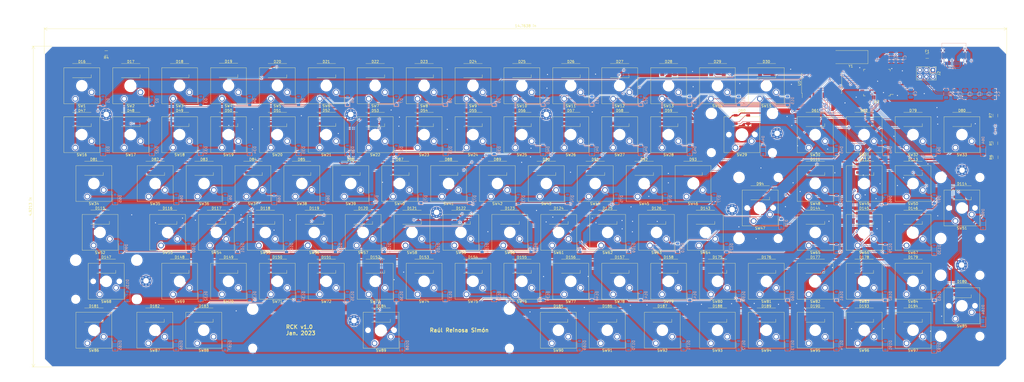
<source format=kicad_pcb>
(kicad_pcb (version 20171130) (host pcbnew "(5.1.4)-1")
  (title_block (title RCK) (date 2023-01-31) (rev 1.0) (company "Raul Reinosa (rreinosa)"))
  (layers (0 F.Cu signal) (31 B.Cu signal) (34 B.Paste user) (35 F.Paste user) (36 B.SilkS user) (37 F.SilkS user) (38 B.Mask user) (39 F.Mask user) (44 Edge.Cuts user))
  (net 0 "")
  (net 1 GND)
  (net 2 +5V)
  (net 3 "Net-(C6-Pad2)")
  (net 4 "Net-(C7-Pad2)")
  (net 5 "Net-(D1-Pad2)")
  (net 6 R0)
  (net 7 "Net-(D2-Pad2)")
  (net 8 "Net-(D3-Pad2)")
  (net 9 "Net-(D4-Pad2)")
  (net 10 "Net-(D5-Pad2)")
  (net 11 "Net-(D6-Pad2)")
  (net 12 "Net-(D7-Pad2)")
  (net 13 "Net-(D8-Pad2)")
  (net 14 "Net-(D9-Pad2)")
  (net 15 "Net-(D10-Pad2)")
  (net 16 "Net-(D11-Pad2)")
  (net 17 "Net-(D12-Pad2)")
  (net 18 "Net-(D13-Pad2)")
  (net 19 "Net-(D14-Pad2)")
  (net 20 "Net-(D15-Pad2)")
  (net 21 "Net-(D16-Pad2)")
  (net 22 "Net-(D18-Pad4)")
  (net 23 "Net-(D19-Pad4)")
  (net 24 "Net-(D20-Pad4)")
  (net 25 "Net-(D21-Pad4)")
  (net 26 "Net-(D22-Pad4)")
  (net 27 "Net-(D23-Pad4)")
  (net 28 "Net-(D24-Pad4)")
  (net 29 "Net-(D25-Pad4)")
  (net 30 "Net-(D26-Pad4)")
  (net 31 "Net-(D27-Pad4)")
  (net 32 "Net-(D28-Pad4)")
  (net 33 "Net-(D29-Pad4)")
  (net 34 LED1)
  (net 35 "Net-(D33-Pad2)")
  (net 36 R1)
  (net 37 "Net-(D34-Pad2)")
  (net 38 "Net-(D35-Pad2)")
  (net 39 "Net-(D36-Pad2)")
  (net 40 "Net-(D37-Pad2)")
  (net 41 "Net-(D38-Pad2)")
  (net 42 "Net-(D39-Pad2)")
  (net 43 "Net-(D40-Pad2)")
  (net 44 "Net-(D41-Pad2)")
  (net 45 "Net-(D42-Pad2)")
  (net 46 "Net-(D43-Pad2)")
  (net 47 "Net-(D44-Pad2)")
  (net 48 "Net-(D45-Pad2)")
  (net 49 "Net-(D46-Pad2)")
  (net 50 "Net-(D49-Pad4)")
  (net 51 "Net-(D50-Pad4)")
  (net 52 "Net-(D51-Pad4)")
  (net 53 "Net-(D52-Pad4)")
  (net 54 "Net-(D53-Pad4)")
  (net 55 "Net-(D54-Pad4)")
  (net 56 "Net-(D55-Pad4)")
  (net 57 "Net-(D56-Pad4)")
  (net 58 "Net-(D57-Pad4)")
  (net 59 "Net-(D58-Pad4)")
  (net 60 "Net-(D59-Pad4)")
  (net 61 "Net-(D60-Pad4)")
  (net 62 "Net-(D61-Pad4)")
  (net 63 LED2)
  (net 64 "Net-(D65-Pad2)")
  (net 65 R2)
  (net 66 "Net-(D66-Pad2)")
  (net 67 "Net-(D67-Pad2)")
  (net 68 "Net-(D68-Pad2)")
  (net 69 "Net-(D69-Pad2)")
  (net 70 "Net-(D70-Pad2)")
  (net 71 "Net-(D71-Pad2)")
  (net 72 "Net-(D72-Pad2)")
  (net 73 "Net-(D73-Pad2)")
  (net 74 "Net-(D74-Pad2)")
  (net 75 "Net-(D75-Pad2)")
  (net 76 "Net-(D76-Pad2)")
  (net 77 "Net-(D77-Pad2)")
  (net 78 "Net-(D78-Pad2)")
  (net 79 "Net-(D81-Pad4)")
  (net 80 "Net-(D82-Pad4)")
  (net 81 "Net-(D83-Pad4)")
  (net 82 "Net-(D84-Pad4)")
  (net 83 "Net-(D85-Pad4)")
  (net 84 "Net-(D86-Pad4)")
  (net 85 "Net-(D87-Pad4)")
  (net 86 "Net-(D88-Pad4)")
  (net 87 "Net-(D89-Pad4)")
  (net 88 "Net-(D90-Pad4)")
  (net 89 "Net-(D91-Pad4)")
  (net 90 "Net-(D92-Pad4)")
  (net 91 "Net-(D93-Pad4)")
  (net 92 LED3)
  (net 93 "Net-(D97-Pad2)")
  (net 94 R3)
  (net 95 "Net-(D98-Pad2)")
  (net 96 "Net-(D99-Pad2)")
  (net 97 "Net-(D100-Pad2)")
  (net 98 "Net-(D101-Pad2)")
  (net 99 "Net-(D102-Pad2)")
  (net 100 "Net-(D103-Pad2)")
  (net 101 "Net-(D104-Pad2)")
  (net 102 "Net-(D105-Pad2)")
  (net 103 "Net-(D106-Pad2)")
  (net 104 "Net-(D107-Pad2)")
  (net 105 "Net-(D108-Pad2)")
  (net 106 "Net-(D109-Pad2)")
  (net 107 "Net-(D110-Pad2)")
  (net 108 "Net-(D113-Pad4)")
  (net 109 "Net-(D114-Pad4)")
  (net 110 "Net-(D115-Pad4)")
  (net 111 "Net-(D116-Pad4)")
  (net 112 "Net-(D117-Pad4)")
  (net 113 "Net-(D118-Pad4)")
  (net 114 "Net-(D119-Pad4)")
  (net 115 "Net-(D120-Pad4)")
  (net 116 "Net-(D121-Pad4)")
  (net 117 "Net-(D122-Pad4)")
  (net 118 "Net-(D123-Pad4)")
  (net 119 "Net-(D124-Pad4)")
  (net 120 "Net-(D125-Pad4)")
  (net 121 LED4)
  (net 122 "Net-(D129-Pad2)")
  (net 123 R4)
  (net 124 "Net-(D130-Pad2)")
  (net 125 "Net-(D131-Pad2)")
  (net 126 "Net-(D132-Pad2)")
  (net 127 "Net-(D133-Pad2)")
  (net 128 "Net-(D134-Pad2)")
  (net 129 "Net-(D135-Pad2)")
  (net 130 "Net-(D136-Pad2)")
  (net 131 "Net-(D137-Pad2)")
  (net 132 "Net-(D138-Pad2)")
  (net 133 "Net-(D139-Pad2)")
  (net 134 "Net-(D140-Pad2)")
  (net 135 "Net-(D141-Pad2)")
  (net 136 "Net-(D142-Pad2)")
  (net 137 "Net-(D145-Pad4)")
  (net 138 "Net-(D146-Pad4)")
  (net 139 "Net-(D147-Pad4)")
  (net 140 "Net-(D148-Pad4)")
  (net 141 "Net-(D149-Pad4)")
  (net 142 "Net-(D150-Pad4)")
  (net 143 "Net-(D151-Pad4)")
  (net 144 "Net-(D152-Pad4)")
  (net 145 "Net-(D153-Pad4)")
  (net 146 "Net-(D154-Pad4)")
  (net 147 "Net-(D155-Pad4)")
  (net 148 "Net-(D156-Pad4)")
  (net 149 "Net-(D157-Pad4)")
  (net 150 LED5)
  (net 151 "Net-(D161-Pad2)")
  (net 152 R5)
  (net 153 "Net-(D162-Pad2)")
  (net 154 "Net-(D163-Pad2)")
  (net 155 "Net-(D164-Pad2)")
  (net 156 "Net-(D165-Pad2)")
  (net 157 "Net-(D166-Pad2)")
  (net 158 "Net-(D167-Pad2)")
  (net 159 "Net-(D168-Pad2)")
  (net 160 "Net-(D169-Pad2)")
  (net 161 "Net-(D170-Pad2)")
  (net 162 "Net-(D171-Pad2)")
  (net 163 "Net-(D172-Pad2)")
  (net 164 "Net-(D173-Pad2)")
  (net 165 "Net-(D174-Pad2)")
  (net 166 "Net-(D177-Pad4)")
  (net 167 "Net-(D178-Pad4)")
  (net 168 "Net-(D179-Pad4)")
  (net 169 "Net-(D180-Pad4)")
  (net 170 "Net-(D181-Pad4)")
  (net 171 "Net-(D182-Pad4)")
  (net 172 "Net-(D183-Pad4)")
  (net 173 "Net-(D184-Pad4)")
  (net 174 "Net-(D185-Pad4)")
  (net 175 "Net-(D186-Pad4)")
  (net 176 "Net-(D187-Pad4)")
  (net 177 "Net-(D188-Pad4)")
  (net 178 "Net-(D189-Pad4)")
  (net 179 LED6)
  (net 180 R6)
  (net 181 "Net-(F1-Pad2)")
  (net 182 "Net-(J1-PadA7)")
  (net 183 "Net-(J1-PadA6)")
  (net 184 MOSI)
  (net 185 SCK)
  (net 186 MISO)
  (net 187 LED0)
  (net 188 D+)
  (net 189 D-)
  (net 190 C0)
  (net 191 C1)
  (net 192 C2)
  (net 193 C3)
  (net 194 C4)
  (net 195 C5)
  (net 196 C6)
  (net 197 C7)
  (net 198 C8)
  (net 199 C9)
  (net 200 C10)
  (net 201 C11)
  (net 202 C12)
  (net 203 C13)
  (net 204 C14)
  (net 205 C15)
  (net 206 SE)
  (net 207 S2)
  (net 208 S3)
  (net 209 S1)
  (net 210 S0)
  (net 211 COM)
  (net 212 "Net-(D17-Pad4)")
  (net 213 "Net-(C8-Pad1)")
  (net 214 "Net-(C9-Pad2)")
  (net 215 "Net-(D16-Pad4)")
  (net 216 "Net-(D31-Pad2)")
  (net 217 "Net-(D32-Pad2)")
  (net 218 "Net-(D47-Pad4)")
  (net 219 "Net-(D48-Pad4)")
  (net 220 "Net-(D63-Pad2)")
  (net 221 "Net-(D64-Pad2)")
  (net 222 "Net-(D79-Pad4)")
  (net 223 "Net-(D80-Pad4)")
  (net 224 "Net-(D95-Pad2)")
  (net 225 "Net-(D96-Pad2)")
  (net 226 "Net-(D111-Pad4)")
  (net 227 "Net-(D112-Pad4)")
  (net 228 "Net-(D127-Pad2)")
  (net 229 "Net-(D128-Pad2)")
  (net 230 "Net-(D143-Pad4)")
  (net 231 "Net-(D144-Pad4)")
  (net 232 "Net-(D159-Pad2)")
  (net 233 "Net-(D160-Pad2)")
  (net 234 "Net-(D175-Pad4)")
  (net 235 "Net-(D176-Pad4)")
  (net 236 "Net-(D191-Pad2)")
  (net 237 "Net-(D192-Pad2)")
  (net 238 "Net-(D193-Pad4)")
  (net 239 RST)
  (module Package_QFP:TQFP-44_10x10mm_P0.8mm (layer F.Cu) (at 346.012 133.286 180)
    (fp_text reference U2 (at 0 -7.45) (layer F.SilkS))
    (fp_text value ATmega32U4-AU)
    (pad 1 smd rect (at -5.7 -4 180) (size 1.5 0.55) (layers F.Cu F.Paste F.Mask))
    (pad 2 smd rect (at -5.7 -3.2 180) (size 1.5 0.55) (layers F.Cu F.Paste F.Mask) (net 2 +5V))
    (pad 3 smd rect (at -5.7 -2.4 180) (size 1.5 0.55) (layers F.Cu F.Paste F.Mask) (net 189 D-))
    (pad 4 smd rect (at -5.7 -1.6 180) (size 1.5 0.55) (layers F.Cu F.Paste F.Mask) (net 188 D+))
    (pad 5 smd rect (at -5.7 -0.8 180) (size 1.5 0.55) (layers F.Cu F.Paste F.Mask) (net 1 GND))
    (pad 6 smd rect (at -5.7 0 180) (size 1.5 0.55) (layers F.Cu F.Paste F.Mask) (net 214 "Net-(C9-Pad2)"))
    (pad 7 smd rect (at -5.7 0.8 180) (size 1.5 0.55) (layers F.Cu F.Paste F.Mask) (net 2 +5V))
    (pad 8 smd rect (at -5.7 1.6 180) (size 1.5 0.55) (layers F.Cu F.Paste F.Mask))
    (pad 9 smd rect (at -5.7 2.4 180) (size 1.5 0.55) (layers F.Cu F.Paste F.Mask) (net 185 SCK))
    (pad 10 smd rect (at -5.7 3.2 180) (size 1.5 0.55) (layers F.Cu F.Paste F.Mask) (net 184 MOSI))
    (pad 11 smd rect (at -5.7 4 180) (size 1.5 0.55) (layers F.Cu F.Paste F.Mask) (net 186 MISO))
    (pad 12 smd rect (at -4 5.7 270) (size 1.5 0.55) (layers F.Cu F.Paste F.Mask))
    (pad 13 smd rect (at -3.2 5.7 270) (size 1.5 0.55) (layers F.Cu F.Paste F.Mask) (net 239 RST))
    (pad 14 smd rect (at -2.4 5.7 270) (size 1.5 0.55) (layers F.Cu F.Paste F.Mask) (net 2 +5V))
    (pad 15 smd rect (at -1.6 5.7 270) (size 1.5 0.55) (layers F.Cu F.Paste F.Mask) (net 1 GND))
    (pad 16 smd rect (at -0.8 5.7 270) (size 1.5 0.55) (layers F.Cu F.Paste F.Mask) (net 4 "Net-(C7-Pad2)"))
    (pad 17 smd rect (at 0 5.7 270) (size 1.5 0.55) (layers F.Cu F.Paste F.Mask) (net 3 "Net-(C6-Pad2)"))
    (pad 18 smd rect (at 0.8 5.7 270) (size 1.5 0.55) (layers F.Cu F.Paste F.Mask) (net 187 LED0))
    (pad 19 smd rect (at 1.6 5.7 270) (size 1.5 0.55) (layers F.Cu F.Paste F.Mask))
    (pad 20 smd rect (at 2.4 5.7 270) (size 1.5 0.55) (layers F.Cu F.Paste F.Mask))
    (pad 21 smd rect (at 3.2 5.7 270) (size 1.5 0.55) (layers F.Cu F.Paste F.Mask))
    (pad 22 smd rect (at 4 5.7 270) (size 1.5 0.55) (layers F.Cu F.Paste F.Mask))
    (pad 23 smd rect (at 5.7 4 180) (size 1.5 0.55) (layers F.Cu F.Paste F.Mask) (net 1 GND))
    (pad 24 smd rect (at 5.7 3.2 180) (size 1.5 0.55) (layers F.Cu F.Paste F.Mask) (net 2 +5V))
    (pad 25 smd rect (at 5.7 2.4 180) (size 1.5 0.55) (layers F.Cu F.Paste F.Mask) (net 206 SE))
    (pad 26 smd rect (at 5.7 1.6 180) (size 1.5 0.55) (layers F.Cu F.Paste F.Mask) (net 211 COM))
    (pad 27 smd rect (at 5.7 0.8 180) (size 1.5 0.55) (layers F.Cu F.Paste F.Mask) (net 210 S0))
    (pad 28 smd rect (at 5.7 0 180) (size 1.5 0.55) (layers F.Cu F.Paste F.Mask) (net 209 S1))
    (pad 29 smd rect (at 5.7 -0.8 180) (size 1.5 0.55) (layers F.Cu F.Paste F.Mask) (net 207 S2))
    (pad 30 smd rect (at 5.7 -1.6 180) (size 1.5 0.55) (layers F.Cu F.Paste F.Mask) (net 208 S3))
    (pad 31 smd rect (at 5.7 -2.4 180) (size 1.5 0.55) (layers F.Cu F.Paste F.Mask) (net 180 R6))
    (pad 32 smd rect (at 5.7 -3.2 180) (size 1.5 0.55) (layers F.Cu F.Paste F.Mask))
    (pad 33 smd rect (at 5.7 -4 180) (size 1.5 0.55) (layers F.Cu F.Paste F.Mask) (net 1 GND))
    (pad 34 smd rect (at 4 -5.7 270) (size 1.5 0.55) (layers F.Cu F.Paste F.Mask) (net 2 +5V))
    (pad 35 smd rect (at 3.2 -5.7 270) (size 1.5 0.55) (layers F.Cu F.Paste F.Mask) (net 1 GND))
    (pad 36 smd rect (at 2.4 -5.7 270) (size 1.5 0.55) (layers F.Cu F.Paste F.Mask) (net 152 R5))
    (pad 37 smd rect (at 1.6 -5.7 270) (size 1.5 0.55) (layers F.Cu F.Paste F.Mask) (net 123 R4))
    (pad 38 smd rect (at 0.8 -5.7 270) (size 1.5 0.55) (layers F.Cu F.Paste F.Mask) (net 94 R3))
    (pad 39 smd rect (at 0 -5.7 270) (size 1.5 0.55) (layers F.Cu F.Paste F.Mask) (net 65 R2))
    (pad 40 smd rect (at -0.8 -5.7 270) (size 1.5 0.55) (layers F.Cu F.Paste F.Mask) (net 36 R1))
    (pad 41 smd rect (at -1.6 -5.7 270) (size 1.5 0.55) (layers F.Cu F.Paste F.Mask) (net 6 R0))
    (pad 42 smd rect (at -2.4 -5.7 270) (size 1.5 0.55) (layers F.Cu F.Paste F.Mask) (net 213 "Net-(C8-Pad1)"))
    (pad 43 smd rect (at -3.2 -5.7 270) (size 1.5 0.55) (layers F.Cu F.Paste F.Mask) (net 1 GND))
    (pad 44 smd rect (at -4 -5.7 270) (size 1.5 0.55) (layers F.Cu F.Paste F.Mask) (net 2 +5V))
  )
  (module LED_SMD:LED_SK6812_PLCC4_5.0x5.0mm_P3.2mm (layer F.Cu) (at 341.058 185.738)
    (fp_text reference D145 (at 0 -3.5) (layer F.SilkS))
    (fp_text value SK6812)
    (pad 3 smd rect (at -2.45 -1.6) (size 1.5 1) (layers F.Cu F.Paste F.Mask) (net 2 +5V))
    (pad 4 smd rect (at -2.45 1.6) (size 1.5 1) (layers F.Cu F.Paste F.Mask) (net 137 "Net-(D145-Pad4)"))
    (pad 2 smd rect (at 2.45 -1.6) (size 1.5 1) (layers F.Cu F.Paste F.Mask) (net 231 "Net-(D144-Pad4)"))
    (pad 1 smd rect (at 2.45 1.6) (size 1.5 1) (layers F.Cu F.Paste F.Mask) (net 1 GND))
  )
  (module Button_Switch_Keyboard:SW_Cherry_MX_1.00u_Plate (layer F.Cu) (at 257.62 196.723 180)
    (fp_text reference SW63 (at -2.54 -2.794) (layer F.SilkS))
    (fp_text value SW_Push)
    (pad "" np_thru_hole circle (at -2.54 5.08 180) (size 4 4) (drill 4) (layers *.Cu *.Mask))
    (pad 2 thru_hole circle (at -6.35 2.54 180) (size 2.2 2.2) (drill 1.5) (layers *.Cu *.Mask) (net 107 "Net-(D110-Pad2)"))
    (pad 1 thru_hole circle (at 0 0 180) (size 2.2 2.2) (drill 1.5) (layers *.Cu *.Mask) (net 205 C15))
  )
  (module Button_Switch_Keyboard:SW_Cherry_MX_1.00u_Plate (layer F.Cu) (at 224.218 158.623 180)
    (fp_text reference SW26 (at -2.54 -2.794) (layer F.SilkS))
    (fp_text value SW_Push)
    (pad "" np_thru_hole circle (at -2.54 5.08 180) (size 4 4) (drill 4) (layers *.Cu *.Mask))
    (pad 2 thru_hole circle (at -6.35 2.54 180) (size 2.2 2.2) (drill 1.5) (layers *.Cu *.Mask) (net 44 "Net-(D41-Pad2)"))
    (pad 1 thru_hole circle (at 0 0 180) (size 2.2 2.2) (drill 1.5) (layers *.Cu *.Mask) (net 200 C10))
  )
  (module LED_SMD:LED_SK6812_PLCC4_5.0x5.0mm_P3.2mm (layer F.Cu) (at 245.808 128.588)
    (fp_text reference D27 (at 0 -3.5) (layer F.SilkS))
    (fp_text value SK6812)
    (pad 3 smd rect (at -2.45 -1.6) (size 1.5 1) (layers F.Cu F.Paste F.Mask) (net 2 +5V))
    (pad 4 smd rect (at -2.45 1.6) (size 1.5 1) (layers F.Cu F.Paste F.Mask) (net 31 "Net-(D27-Pad4)"))
    (pad 2 smd rect (at 2.45 -1.6) (size 1.5 1) (layers F.Cu F.Paste F.Mask) (net 30 "Net-(D26-Pad4)"))
    (pad 1 smd rect (at 2.45 1.6) (size 1.5 1) (layers F.Cu F.Paste F.Mask) (net 1 GND))
  )
  (module LED_SMD:LED_SK6812_PLCC4_5.0x5.0mm_P3.2mm (layer F.Cu) (at 226.758 128.588)
    (fp_text reference D26 (at 0 -3.5) (layer F.SilkS))
    (fp_text value SK6812)
    (pad 3 smd rect (at -2.45 -1.6) (size 1.5 1) (layers F.Cu F.Paste F.Mask) (net 2 +5V))
    (pad 4 smd rect (at -2.45 1.6) (size 1.5 1) (layers F.Cu F.Paste F.Mask) (net 30 "Net-(D26-Pad4)"))
    (pad 2 smd rect (at 2.45 -1.6) (size 1.5 1) (layers F.Cu F.Paste F.Mask) (net 29 "Net-(D25-Pad4)"))
    (pad 1 smd rect (at 2.45 1.6) (size 1.5 1) (layers F.Cu F.Paste F.Mask) (net 1 GND))
  )
  (module Button_Switch_Keyboard:SW_Cherry_MX_1.00u_Plate (layer F.Cu) (at 33.7185 158.623 180)
    (fp_text reference SW16 (at -2.54 -2.794) (layer F.SilkS))
    (fp_text value SW_Push)
    (pad "" np_thru_hole circle (at -2.54 5.08 180) (size 4 4) (drill 4) (layers *.Cu *.Mask))
    (pad 2 thru_hole circle (at -6.35 2.54 180) (size 2.2 2.2) (drill 1.5) (layers *.Cu *.Mask) (net 216 "Net-(D31-Pad2)"))
    (pad 1 thru_hole circle (at 0 0 180) (size 2.2 2.2) (drill 1.5) (layers *.Cu *.Mask) (net 190 C0))
  )
  (module Button_Switch_Keyboard:SW_Cherry_MX_1.00u_Plate (layer F.Cu) (at 319.468 158.623 180)
    (fp_text reference SW30 (at -2.54 -2.794) (layer F.SilkS))
    (fp_text value SW_Push)
    (pad "" np_thru_hole circle (at -2.54 5.08 180) (size 4 4) (drill 4) (layers *.Cu *.Mask))
    (pad 2 thru_hole circle (at -6.35 2.54 180) (size 2.2 2.2) (drill 1.5) (layers *.Cu *.Mask) (net 48 "Net-(D45-Pad2)"))
    (pad 1 thru_hole circle (at 0 0 180) (size 2.2 2.2) (drill 1.5) (layers *.Cu *.Mask) (net 204 C14))
  )
  (module MountingHole:MountingHole_2.2mm_M2_Pad_Via (layer F.Cu) (at 307.15 153.035)
    (fp_text reference H1 hide)
    (fp_text value MountingHole_Pad)
    (pad 1 thru_hole circle (at 0 0) (size 4.4 4.4) (drill 2.2) (layers *.Cu *.Mask) (net 1 GND))
    (pad 1 thru_hole circle (at 1.65 0) (size 0.7 0.7) (drill 0.4) (layers *.Cu *.Mask) (net 1 GND))
    (pad 1 thru_hole circle (at 1.166726 1.166726) (size 0.7 0.7) (drill 0.4) (layers *.Cu *.Mask) (net 1 GND))
    (pad 1 thru_hole circle (at 0 1.65) (size 0.7 0.7) (drill 0.4) (layers *.Cu *.Mask) (net 1 GND))
    (pad 1 thru_hole circle (at -1.166726 1.166726) (size 0.7 0.7) (drill 0.4) (layers *.Cu *.Mask) (net 1 GND))
    (pad 1 thru_hole circle (at -1.65 0) (size 0.7 0.7) (drill 0.4) (layers *.Cu *.Mask) (net 1 GND))
    (pad 1 thru_hole circle (at -1.166726 -1.166726) (size 0.7 0.7) (drill 0.4) (layers *.Cu *.Mask) (net 1 GND))
    (pad 1 thru_hole circle (at 0 -1.65) (size 0.7 0.7) (drill 0.4) (layers *.Cu *.Mask) (net 1 GND))
    (pad 1 thru_hole circle (at 1.166726 -1.166726) (size 0.7 0.7) (drill 0.4) (layers *.Cu *.Mask) (net 1 GND))
  )
  (module Button_Switch_Keyboard:SW_Cherry_MX_1.00u_Plate (layer F.Cu) (at 219.52 196.723 180)
    (fp_text reference SW61 (at -2.54 -2.794) (layer F.SilkS))
    (fp_text value SW_Push)
    (pad "" np_thru_hole circle (at -2.54 5.08 180) (size 4 4) (drill 4) (layers *.Cu *.Mask))
    (pad 2 thru_hole circle (at -6.35 2.54 180) (size 2.2 2.2) (drill 1.5) (layers *.Cu *.Mask) (net 105 "Net-(D108-Pad2)"))
    (pad 1 thru_hole circle (at 0 0 180) (size 2.2 2.2) (drill 1.5) (layers *.Cu *.Mask) (net 203 C13))
  )
  (module Button_Switch_Keyboard:SW_Cherry_MX_1.00u_Plate (layer F.Cu) (at 181.42 196.723 180)
    (fp_text reference SW59 (at -2.54 -2.794) (layer F.SilkS))
    (fp_text value SW_Push)
    (pad "" np_thru_hole circle (at -2.54 5.08 180) (size 4 4) (drill 4) (layers *.Cu *.Mask))
    (pad 2 thru_hole circle (at -6.35 2.54 180) (size 2.2 2.2) (drill 1.5) (layers *.Cu *.Mask) (net 103 "Net-(D106-Pad2)"))
    (pad 1 thru_hole circle (at 0 0 180) (size 2.2 2.2) (drill 1.5) (layers *.Cu *.Mask) (net 201 C11))
  )
  (module LED_SMD:LED_SK6812_PLCC4_5.0x5.0mm_P3.2mm (layer F.Cu) (at 262.446 223.838)
    (fp_text reference D187 (at 0 -3.5) (layer F.SilkS))
    (fp_text value SK6812)
    (pad 3 smd rect (at -2.45 -1.6) (size 1.5 1) (layers F.Cu F.Paste F.Mask) (net 2 +5V))
    (pad 4 smd rect (at -2.45 1.6) (size 1.5 1) (layers F.Cu F.Paste F.Mask) (net 176 "Net-(D187-Pad4)"))
    (pad 2 smd rect (at 2.45 -1.6) (size 1.5 1) (layers F.Cu F.Paste F.Mask) (net 175 "Net-(D186-Pad4)"))
    (pad 1 smd rect (at 2.45 1.6) (size 1.5 1) (layers F.Cu F.Paste F.Mask) (net 1 GND))
  )
  (module LED_SMD:LED_SK6812_PLCC4_5.0x5.0mm_P3.2mm (layer F.Cu) (at 283.908 223.838)
    (fp_text reference D188 (at 0 -3.5) (layer F.SilkS))
    (fp_text value SK6812)
    (pad 3 smd rect (at -2.45 -1.6) (size 1.5 1) (layers F.Cu F.Paste F.Mask) (net 2 +5V))
    (pad 4 smd rect (at -2.45 1.6) (size 1.5 1) (layers F.Cu F.Paste F.Mask) (net 177 "Net-(D188-Pad4)"))
    (pad 2 smd rect (at 2.45 -1.6) (size 1.5 1) (layers F.Cu F.Paste F.Mask) (net 176 "Net-(D187-Pad4)"))
    (pad 1 smd rect (at 2.45 1.6) (size 1.5 1) (layers F.Cu F.Paste F.Mask) (net 1 GND))
  )
  (module LED_SMD:LED_SK6812_PLCC4_5.0x5.0mm_P3.2mm (layer F.Cu) (at 322.008 223.838)
    (fp_text reference D190 (at 0 -3.5) (layer F.SilkS))
    (fp_text value SK6812)
    (pad 3 smd rect (at -2.45 -1.6) (size 1.5 1) (layers F.Cu F.Paste F.Mask) (net 2 +5V))
    (pad 4 smd rect (at -2.45 1.6) (size 1.5 1) (layers F.Cu F.Paste F.Mask) (net 179 LED6))
    (pad 2 smd rect (at 2.45 -1.6) (size 1.5 1) (layers F.Cu F.Paste F.Mask) (net 178 "Net-(D189-Pad4)"))
    (pad 1 smd rect (at 2.45 1.6) (size 1.5 1) (layers F.Cu F.Paste F.Mask) (net 1 GND))
  )
  (module LED_SMD:LED_SK6812_PLCC4_5.0x5.0mm_P3.2mm (layer F.Cu) (at 341.058 223.838)
    (fp_text reference D193 (at 0 -3.5) (layer F.SilkS))
    (fp_text value SK6812)
    (pad 3 smd rect (at -2.45 -1.6) (size 1.5 1) (layers F.Cu F.Paste F.Mask) (net 2 +5V))
    (pad 4 smd rect (at -2.45 1.6) (size 1.5 1) (layers F.Cu F.Paste F.Mask) (net 238 "Net-(D193-Pad4)"))
    (pad 2 smd rect (at 2.45 -1.6) (size 1.5 1) (layers F.Cu F.Paste F.Mask) (net 179 LED6))
    (pad 1 smd rect (at 2.45 1.6) (size 1.5 1) (layers F.Cu F.Paste F.Mask) (net 1 GND))
  )
  (module Button_Switch_Keyboard:SW_Cherry_MX_2.00u_Vertical_PCB (layer F.Cu) (at 376.618 225.298 180)
    (fp_text reference SW85 (at -2.54 -2.794) (layer F.SilkS))
    (fp_text value SW_Push)
    (pad 1 thru_hole circle (at 0 0 180) (size 2.2 2.2) (drill 1.5) (layers *.Cu *.Mask) (net 195 C5))
    (pad 2 thru_hole circle (at -6.35 2.54 180) (size 2.2 2.2) (drill 1.5) (layers *.Cu *.Mask) (net 155 "Net-(D164-Pad2)"))
    (pad "" np_thru_hole circle (at -2.54 5.08 180) (size 4 4) (drill 4) (layers *.Cu *.Mask))
    (pad "" np_thru_hole circle (at -7.62 5.08 180) (size 1.7 1.7) (drill 1.7) (layers *.Cu *.Mask))
    (pad "" np_thru_hole circle (at 2.54 5.08 180) (size 1.7 1.7) (drill 1.7) (layers *.Cu *.Mask))
    (pad "" np_thru_hole circle (at 5.7 -6.82 180) (size 4 4) (drill 4) (layers *.Cu *.Mask))
    (pad "" np_thru_hole circle (at 5.7 16.98 180) (size 4 4) (drill 4) (layers *.Cu *.Mask))
    (pad "" np_thru_hole circle (at -9.54 16.98 180) (size 3.05 3.05) (drill 3.05) (layers *.Cu *.Mask))
    (pad "" np_thru_hole circle (at -9.54 -6.82 180) (size 3.05 3.05) (drill 3.05) (layers *.Cu *.Mask))
  )
  (module LED_SMD:LED_SK6812_PLCC4_5.0x5.0mm_P3.2mm (layer F.Cu) (at 360.108 166.688)
    (fp_text reference D113 (at 0 -3.5) (layer F.SilkS))
    (fp_text value SK6812)
    (pad 3 smd rect (at -2.45 -1.6) (size 1.5 1) (layers F.Cu F.Paste F.Mask) (net 2 +5V))
    (pad 4 smd rect (at -2.45 1.6) (size 1.5 1) (layers F.Cu F.Paste F.Mask) (net 108 "Net-(D113-Pad4)"))
    (pad 2 smd rect (at 2.45 -1.6) (size 1.5 1) (layers F.Cu F.Paste F.Mask) (net 227 "Net-(D112-Pad4)"))
    (pad 1 smd rect (at 2.45 1.6) (size 1.5 1) (layers F.Cu F.Paste F.Mask) (net 1 GND))
  )
  (module Button_Switch_Keyboard:SW_Cherry_MX_2.00u_Vertical_PCB (layer F.Cu) (at 376.618 187.198 180)
    (fp_text reference SW51 (at -2.54 -2.794) (layer F.SilkS))
    (fp_text value SW_Push)
    (pad "" np_thru_hole circle (at -9.54 -6.82 180) (size 3.05 3.05) (drill 3.05) (layers *.Cu *.Mask))
    (pad "" np_thru_hole circle (at -9.54 16.98 180) (size 3.05 3.05) (drill 3.05) (layers *.Cu *.Mask))
    (pad "" np_thru_hole circle (at 5.7 16.98 180) (size 4 4) (drill 4) (layers *.Cu *.Mask))
    (pad "" np_thru_hole circle (at 5.7 -6.82 180) (size 4 4) (drill 4) (layers *.Cu *.Mask))
    (pad "" np_thru_hole circle (at 2.54 5.08 180) (size 1.7 1.7) (drill 1.7) (layers *.Cu *.Mask))
    (pad "" np_thru_hole circle (at -7.62 5.08 180) (size 1.7 1.7) (drill 1.7) (layers *.Cu *.Mask))
    (pad "" np_thru_hole circle (at -2.54 5.08 180) (size 4 4) (drill 4) (layers *.Cu *.Mask))
    (pad 2 thru_hole circle (at -6.35 2.54 180) (size 2.2 2.2) (drill 1.5) (layers *.Cu *.Mask) (net 95 "Net-(D98-Pad2)"))
    (pad 1 thru_hole circle (at 0 0 180) (size 2.2 2.2) (drill 1.5) (layers *.Cu *.Mask) (net 193 C3))
  )
  (module LED_SMD:LED_SK6812_PLCC4_5.0x5.0mm_P3.2mm (layer F.Cu) (at 302.958 128.588)
    (fp_text reference D30 (at 0 -3.5) (layer F.SilkS))
    (fp_text value SK6812)
    (pad 3 smd rect (at -2.45 -1.6) (size 1.5 1) (layers F.Cu F.Paste F.Mask) (net 2 +5V))
    (pad 4 smd rect (at -2.45 1.6) (size 1.5 1) (layers F.Cu F.Paste F.Mask) (net 34 LED1))
    (pad 2 smd rect (at 2.45 -1.6) (size 1.5 1) (layers F.Cu F.Paste F.Mask) (net 33 "Net-(D29-Pad4)"))
    (pad 1 smd rect (at 2.45 1.6) (size 1.5 1) (layers F.Cu F.Paste F.Mask) (net 1 GND))
  )
  (module Capacitor_SMD:C_1206_3216Metric (layer B.Cu) (at 359.22 137.541 90)
    (fp_text reference C9 (at 0 1.82 90) (layer B.SilkS) (effects (justify mirror)))
    (fp_text value 1uF)
    (pad 1 smd roundrect (at -1.4 0 90) (size 1.25 1.75) (layers B.Cu B.Paste B.Mask) (roundrect_rratio 0.2) (net 1 GND))
    (pad 2 smd roundrect (at 1.4 0 90) (size 1.25 1.75) (layers B.Cu B.Paste B.Mask) (roundrect_rratio 0.2) (net 214 "Net-(C9-Pad2)"))
  )
  (module MountingHole:MountingHole_2.2mm_M2_Pad_Via (layer F.Cu) (at 61.2775 210.502)
    (fp_text reference H8 hide)
    (fp_text value MountingHole_Pad)
    (pad 1 thru_hole circle (at 1.166726 -1.166726) (size 0.7 0.7) (drill 0.4) (layers *.Cu *.Mask) (net 1 GND))
    (pad 1 thru_hole circle (at 0 -1.65) (size 0.7 0.7) (drill 0.4) (layers *.Cu *.Mask) (net 1 GND))
    (pad 1 thru_hole circle (at -1.166726 -1.166726) (size 0.7 0.7) (drill 0.4) (layers *.Cu *.Mask) (net 1 GND))
    (pad 1 thru_hole circle (at -1.65 0) (size 0.7 0.7) (drill 0.4) (layers *.Cu *.Mask) (net 1 GND))
    (pad 1 thru_hole circle (at -1.166726 1.166726) (size 0.7 0.7) (drill 0.4) (layers *.Cu *.Mask) (net 1 GND))
    (pad 1 thru_hole circle (at 0 1.65) (size 0.7 0.7) (drill 0.4) (layers *.Cu *.Mask) (net 1 GND))
    (pad 1 thru_hole circle (at 1.166726 1.166726) (size 0.7 0.7) (drill 0.4) (layers *.Cu *.Mask) (net 1 GND))
    (pad 1 thru_hole circle (at 1.65 0) (size 0.7 0.7) (drill 0.4) (layers *.Cu *.Mask) (net 1 GND))
    (pad 1 thru_hole circle (at 0 0) (size 4.4 4.4) (drill 2.2) (layers *.Cu *.Mask) (net 1 GND))
  )
  (module Button_Switch_Keyboard:SW_Cherry_MX_1.00u_Plate (layer F.Cu) (at 214.694 177.673 180)
    (fp_text reference SW43 (at -2.54 -2.794) (layer F.SilkS))
    (fp_text value SW_Push)
    (pad "" np_thru_hole circle (at -2.54 5.08 180) (size 4 4) (drill 4) (layers *.Cu *.Mask))
    (pad 2 thru_hole circle (at -6.35 2.54 180) (size 2.2 2.2) (drill 1.5) (layers *.Cu *.Mask) (net 74 "Net-(D74-Pad2)"))
    (pad 1 thru_hole circle (at 0 0 180) (size 2.2 2.2) (drill 1.5) (layers *.Cu *.Mask) (net 201 C11))
  )
  (module LED_SMD:LED_SK6812_PLCC4_5.0x5.0mm_P3.2mm (layer F.Cu) (at 322.008 147.638)
    (fp_text reference D61 (at 0 -3.5) (layer F.SilkS))
    (fp_text value SK6812)
    (pad 3 smd rect (at -2.45 -1.6) (size 1.5 1) (layers F.Cu F.Paste F.Mask) (net 2 +5V))
    (pad 4 smd rect (at -2.45 1.6) (size 1.5 1) (layers F.Cu F.Paste F.Mask) (net 62 "Net-(D61-Pad4)"))
    (pad 2 smd rect (at 2.45 -1.6) (size 1.5 1) (layers F.Cu F.Paste F.Mask) (net 61 "Net-(D60-Pad4)"))
    (pad 1 smd rect (at 2.45 1.6) (size 1.5 1) (layers F.Cu F.Paste F.Mask) (net 1 GND))
  )
  (module LED_SMD:LED_SK6812_PLCC4_5.0x5.0mm_P3.2mm (layer F.Cu) (at 341.058 147.638)
    (fp_text reference D62 (at 0 -3.5) (layer F.SilkS))
    (fp_text value SK6812)
    (pad 3 smd rect (at -2.45 -1.6) (size 1.5 1) (layers F.Cu F.Paste F.Mask) (net 2 +5V))
    (pad 4 smd rect (at -2.45 1.6) (size 1.5 1) (layers F.Cu F.Paste F.Mask) (net 63 LED2))
    (pad 2 smd rect (at 2.45 -1.6) (size 1.5 1) (layers F.Cu F.Paste F.Mask) (net 62 "Net-(D61-Pad4)"))
    (pad 1 smd rect (at 2.45 1.6) (size 1.5 1) (layers F.Cu F.Paste F.Mask) (net 1 GND))
  )
  (module LED_SMD:LED_SK6812_PLCC4_5.0x5.0mm_P3.2mm (layer F.Cu) (at 293.434 147.638)
    (fp_text reference D60 (at 0 -3.5) (layer F.SilkS))
    (fp_text value SK6812)
    (pad 3 smd rect (at -2.45 -1.6) (size 1.5 1) (layers F.Cu F.Paste F.Mask) (net 2 +5V))
    (pad 4 smd rect (at -2.45 1.6) (size 1.5 1) (layers F.Cu F.Paste F.Mask) (net 61 "Net-(D60-Pad4)"))
    (pad 2 smd rect (at 2.45 -1.6) (size 1.5 1) (layers F.Cu F.Paste F.Mask) (net 60 "Net-(D59-Pad4)"))
    (pad 1 smd rect (at 2.45 1.6) (size 1.5 1) (layers F.Cu F.Paste F.Mask) (net 1 GND))
  )
  (module LED_SMD:LED_SK6812_PLCC4_5.0x5.0mm_P3.2mm (layer F.Cu) (at 236.284 166.688)
    (fp_text reference D91 (at 0 -3.5) (layer F.SilkS))
    (fp_text value SK6812)
    (pad 3 smd rect (at -2.45 -1.6) (size 1.5 1) (layers F.Cu F.Paste F.Mask) (net 2 +5V))
    (pad 4 smd rect (at -2.45 1.6) (size 1.5 1) (layers F.Cu F.Paste F.Mask) (net 89 "Net-(D91-Pad4)"))
    (pad 2 smd rect (at 2.45 -1.6) (size 1.5 1) (layers F.Cu F.Paste F.Mask) (net 88 "Net-(D90-Pad4)"))
    (pad 1 smd rect (at 2.45 1.6) (size 1.5 1) (layers F.Cu F.Paste F.Mask) (net 1 GND))
  )
  (module LED_SMD:LED_SK6812_PLCC4_5.0x5.0mm_P3.2mm (layer F.Cu) (at 360.108 223.838)
    (fp_text reference D194 (at 0 -3.5) (layer F.SilkS))
    (fp_text value SK6812)
    (pad 3 smd rect (at -2.45 -1.6) (size 1.5 1) (layers F.Cu F.Paste F.Mask) (net 2 +5V))
    (pad 4 smd rect (at -2.45 1.6) (size 1.5 1) (layers F.Cu F.Paste F.Mask))
    (pad 2 smd rect (at 2.45 -1.6) (size 1.5 1) (layers F.Cu F.Paste F.Mask) (net 238 "Net-(D193-Pad4)"))
    (pad 1 smd rect (at 2.45 1.6) (size 1.5 1) (layers F.Cu F.Paste F.Mask) (net 1 GND))
  )
  (module LED_SMD:LED_SK6812_PLCC4_5.0x5.0mm_P3.2mm (layer F.Cu) (at 241.11 185.738)
    (fp_text reference D125 (at 0 -3.5) (layer F.SilkS))
    (fp_text value SK6812)
    (pad 3 smd rect (at -2.45 -1.6) (size 1.5 1) (layers F.Cu F.Paste F.Mask) (net 2 +5V))
    (pad 4 smd rect (at -2.45 1.6) (size 1.5 1) (layers F.Cu F.Paste F.Mask) (net 120 "Net-(D125-Pad4)"))
    (pad 2 smd rect (at 2.45 -1.6) (size 1.5 1) (layers F.Cu F.Paste F.Mask) (net 119 "Net-(D124-Pad4)"))
    (pad 1 smd rect (at 2.45 1.6) (size 1.5 1) (layers F.Cu F.Paste F.Mask) (net 1 GND))
  )
  (module LED_SMD:LED_SK6812_PLCC4_5.0x5.0mm_P3.2mm (layer F.Cu) (at 379.158 176.212)
    (fp_text reference D114 (at 0 -3.5) (layer F.SilkS))
    (fp_text value SK6812)
    (pad 3 smd rect (at -2.45 -1.6) (size 1.5 1) (layers F.Cu F.Paste F.Mask) (net 2 +5V))
    (pad 4 smd rect (at -2.45 1.6) (size 1.5 1) (layers F.Cu F.Paste F.Mask) (net 109 "Net-(D114-Pad4)"))
    (pad 2 smd rect (at 2.45 -1.6) (size 1.5 1) (layers F.Cu F.Paste F.Mask) (net 108 "Net-(D113-Pad4)"))
    (pad 1 smd rect (at 2.45 1.6) (size 1.5 1) (layers F.Cu F.Paste F.Mask) (net 1 GND))
  )
  (module LED_SMD:LED_SK6812_PLCC4_5.0x5.0mm_P3.2mm (layer F.Cu) (at 300.546 176.212)
    (fp_text reference D94 (at 0 -3.5) (layer F.SilkS))
    (fp_text value SK6812)
    (pad 3 smd rect (at -2.45 -1.6) (size 1.5 1) (layers F.Cu F.Paste F.Mask) (net 2 +5V))
    (pad 4 smd rect (at -2.45 1.6) (size 1.5 1) (layers F.Cu F.Paste F.Mask) (net 92 LED3))
    (pad 2 smd rect (at 2.45 -1.6) (size 1.5 1) (layers F.Cu F.Paste F.Mask) (net 91 "Net-(D93-Pad4)"))
    (pad 1 smd rect (at 2.45 1.6) (size 1.5 1) (layers F.Cu F.Paste F.Mask) (net 1 GND))
  )
  (module LED_SMD:LED_SK6812_PLCC4_5.0x5.0mm_P3.2mm (layer F.Cu) (at 341.186 166.688)
    (fp_text reference D112 (at 0 -3.5) (layer F.SilkS))
    (fp_text value SK6812)
    (pad 3 smd rect (at -2.45 -1.6) (size 1.5 1) (layers F.Cu F.Paste F.Mask) (net 2 +5V))
    (pad 4 smd rect (at -2.45 1.6) (size 1.5 1) (layers F.Cu F.Paste F.Mask) (net 227 "Net-(D112-Pad4)"))
    (pad 2 smd rect (at 2.45 -1.6) (size 1.5 1) (layers F.Cu F.Paste F.Mask) (net 226 "Net-(D111-Pad4)"))
    (pad 1 smd rect (at 2.45 1.6) (size 1.5 1) (layers F.Cu F.Paste F.Mask) (net 1 GND))
  )
  (module LED_SMD:LED_SK6812_PLCC4_5.0x5.0mm_P3.2mm (layer F.Cu) (at 64.8335 166.688)
    (fp_text reference D82 (at 0 -3.5) (layer F.SilkS))
    (fp_text value SK6812)
    (pad 3 smd rect (at -2.45 -1.6) (size 1.5 1) (layers F.Cu F.Paste F.Mask) (net 2 +5V))
    (pad 4 smd rect (at -2.45 1.6) (size 1.5 1) (layers F.Cu F.Paste F.Mask) (net 80 "Net-(D82-Pad4)"))
    (pad 2 smd rect (at 2.45 -1.6) (size 1.5 1) (layers F.Cu F.Paste F.Mask) (net 79 "Net-(D81-Pad4)"))
    (pad 1 smd rect (at 2.45 1.6) (size 1.5 1) (layers F.Cu F.Paste F.Mask) (net 1 GND))
  )
  (module LED_SMD:LED_SK6812_PLCC4_5.0x5.0mm_P3.2mm (layer F.Cu) (at 69.6595 185.738)
    (fp_text reference D116 (at 0 -3.5) (layer F.SilkS))
    (fp_text value SK6812)
    (pad 3 smd rect (at -2.45 -1.6) (size 1.5 1) (layers F.Cu F.Paste F.Mask) (net 2 +5V))
    (pad 4 smd rect (at -2.45 1.6) (size 1.5 1) (layers F.Cu F.Paste F.Mask) (net 111 "Net-(D116-Pad4)"))
    (pad 2 smd rect (at 2.45 -1.6) (size 1.5 1) (layers F.Cu F.Paste F.Mask) (net 110 "Net-(D115-Pad4)"))
    (pad 1 smd rect (at 2.45 1.6) (size 1.5 1) (layers F.Cu F.Paste F.Mask) (net 1 GND))
  )
  (module LED_SMD:LED_SK6812_PLCC4_5.0x5.0mm_P3.2mm (layer F.Cu) (at 179.134 166.688)
    (fp_text reference D88 (at 0 -3.5) (layer F.SilkS))
    (fp_text value SK6812)
    (pad 3 smd rect (at -2.45 -1.6) (size 1.5 1) (layers F.Cu F.Paste F.Mask) (net 2 +5V))
    (pad 4 smd rect (at -2.45 1.6) (size 1.5 1) (layers F.Cu F.Paste F.Mask) (net 86 "Net-(D88-Pad4)"))
    (pad 2 smd rect (at 2.45 -1.6) (size 1.5 1) (layers F.Cu F.Paste F.Mask) (net 85 "Net-(D87-Pad4)"))
    (pad 1 smd rect (at 2.45 1.6) (size 1.5 1) (layers F.Cu F.Paste F.Mask) (net 1 GND))
  )
  (module LED_SMD:LED_SK6812_PLCC4_5.0x5.0mm_P3.2mm (layer F.Cu) (at 274.384 166.688)
    (fp_text reference D93 (at 0 -3.5) (layer F.SilkS))
    (fp_text value SK6812)
    (pad 3 smd rect (at -2.45 -1.6) (size 1.5 1) (layers F.Cu F.Paste F.Mask) (net 2 +5V))
    (pad 4 smd rect (at -2.45 1.6) (size 1.5 1) (layers F.Cu F.Paste F.Mask) (net 91 "Net-(D93-Pad4)"))
    (pad 2 smd rect (at 2.45 -1.6) (size 1.5 1) (layers F.Cu F.Paste F.Mask) (net 90 "Net-(D92-Pad4)"))
    (pad 1 smd rect (at 2.45 1.6) (size 1.5 1) (layers F.Cu F.Paste F.Mask) (net 1 GND))
  )
  (module LED_SMD:LED_SK6812_PLCC4_5.0x5.0mm_P3.2mm (layer F.Cu) (at 121.856 166.688)
    (fp_text reference D85 (at 0 -3.5) (layer F.SilkS))
    (fp_text value SK6812)
    (pad 3 smd rect (at -2.45 -1.6) (size 1.5 1) (layers F.Cu F.Paste F.Mask) (net 2 +5V))
    (pad 4 smd rect (at -2.45 1.6) (size 1.5 1) (layers F.Cu F.Paste F.Mask) (net 83 "Net-(D85-Pad4)"))
    (pad 2 smd rect (at 2.45 -1.6) (size 1.5 1) (layers F.Cu F.Paste F.Mask) (net 82 "Net-(D84-Pad4)"))
    (pad 1 smd rect (at 2.45 1.6) (size 1.5 1) (layers F.Cu F.Paste F.Mask) (net 1 GND))
  )
  (module LED_SMD:LED_SK6812_PLCC4_5.0x5.0mm_P3.2mm (layer F.Cu) (at 360.108 147.638)
    (fp_text reference D79 (at 0 -3.5) (layer F.SilkS))
    (fp_text value SK6812)
    (pad 3 smd rect (at -2.45 -1.6) (size 1.5 1) (layers F.Cu F.Paste F.Mask) (net 2 +5V))
    (pad 4 smd rect (at -2.45 1.6) (size 1.5 1) (layers F.Cu F.Paste F.Mask) (net 222 "Net-(D79-Pad4)"))
    (pad 2 smd rect (at 2.45 -1.6) (size 1.5 1) (layers F.Cu F.Paste F.Mask) (net 63 LED2))
    (pad 1 smd rect (at 2.45 1.6) (size 1.5 1) (layers F.Cu F.Paste F.Mask) (net 1 GND))
  )
  (module LED_SMD:LED_SK6812_PLCC4_5.0x5.0mm_P3.2mm (layer F.Cu) (at 102.934 166.688)
    (fp_text reference D84 (at 0 -3.5) (layer F.SilkS))
    (fp_text value SK6812)
    (pad 3 smd rect (at -2.45 -1.6) (size 1.5 1) (layers F.Cu F.Paste F.Mask) (net 2 +5V))
    (pad 4 smd rect (at -2.45 1.6) (size 1.5 1) (layers F.Cu F.Paste F.Mask) (net 82 "Net-(D84-Pad4)"))
    (pad 2 smd rect (at 2.45 -1.6) (size 1.5 1) (layers F.Cu F.Paste F.Mask) (net 81 "Net-(D83-Pad4)"))
    (pad 1 smd rect (at 2.45 1.6) (size 1.5 1) (layers F.Cu F.Paste F.Mask) (net 1 GND))
  )
  (module LED_SMD:LED_SK6812_PLCC4_5.0x5.0mm_P3.2mm (layer F.Cu) (at 150.558 147.638)
    (fp_text reference D53 (at 0 -3.5) (layer F.SilkS))
    (fp_text value SK6812)
    (pad 3 smd rect (at -2.45 -1.6) (size 1.5 1) (layers F.Cu F.Paste F.Mask) (net 2 +5V))
    (pad 4 smd rect (at -2.45 1.6) (size 1.5 1) (layers F.Cu F.Paste F.Mask) (net 54 "Net-(D53-Pad4)"))
    (pad 2 smd rect (at 2.45 -1.6) (size 1.5 1) (layers F.Cu F.Paste F.Mask) (net 53 "Net-(D52-Pad4)"))
    (pad 1 smd rect (at 2.45 1.6) (size 1.5 1) (layers F.Cu F.Paste F.Mask) (net 1 GND))
  )
  (module LED_SMD:LED_SK6812_PLCC4_5.0x5.0mm_P3.2mm (layer F.Cu) (at 74.3585 147.638)
    (fp_text reference D49 (at 0 -3.5) (layer F.SilkS))
    (fp_text value SK6812)
    (pad 3 smd rect (at -2.45 -1.6) (size 1.5 1) (layers F.Cu F.Paste F.Mask) (net 2 +5V))
    (pad 4 smd rect (at -2.45 1.6) (size 1.5 1) (layers F.Cu F.Paste F.Mask) (net 50 "Net-(D49-Pad4)"))
    (pad 2 smd rect (at 2.45 -1.6) (size 1.5 1) (layers F.Cu F.Paste F.Mask) (net 219 "Net-(D48-Pad4)"))
    (pad 1 smd rect (at 2.45 1.6) (size 1.5 1) (layers F.Cu F.Paste F.Mask) (net 1 GND))
  )
  (module LED_SMD:LED_SK6812_PLCC4_5.0x5.0mm_P3.2mm (layer F.Cu) (at 55.3085 147.638)
    (fp_text reference D48 (at 0 -3.5) (layer F.SilkS))
    (fp_text value SK6812)
    (pad 3 smd rect (at -2.45 -1.6) (size 1.5 1) (layers F.Cu F.Paste F.Mask) (net 2 +5V))
    (pad 4 smd rect (at -2.45 1.6) (size 1.5 1) (layers F.Cu F.Paste F.Mask) (net 219 "Net-(D48-Pad4)"))
    (pad 2 smd rect (at 2.45 -1.6) (size 1.5 1) (layers F.Cu F.Paste F.Mask) (net 218 "Net-(D47-Pad4)"))
    (pad 1 smd rect (at 2.45 1.6) (size 1.5 1) (layers F.Cu F.Paste F.Mask) (net 1 GND))
  )
  (module LED_SMD:LED_SK6812_PLCC4_5.0x5.0mm_P3.2mm (layer F.Cu) (at 188.658 147.638)
    (fp_text reference D55 (at 0 -3.5) (layer F.SilkS))
    (fp_text value SK6812)
    (pad 3 smd rect (at -2.45 -1.6) (size 1.5 1) (layers F.Cu F.Paste F.Mask) (net 2 +5V))
    (pad 4 smd rect (at -2.45 1.6) (size 1.5 1) (layers F.Cu F.Paste F.Mask) (net 56 "Net-(D55-Pad4)"))
    (pad 2 smd rect (at 2.45 -1.6) (size 1.5 1) (layers F.Cu F.Paste F.Mask) (net 55 "Net-(D54-Pad4)"))
    (pad 1 smd rect (at 2.45 1.6) (size 1.5 1) (layers F.Cu F.Paste F.Mask) (net 1 GND))
  )
  (module LED_SMD:LED_SK6812_PLCC4_5.0x5.0mm_P3.2mm (layer F.Cu) (at 169.608 147.638)
    (fp_text reference D54 (at 0 -3.5) (layer F.SilkS))
    (fp_text value SK6812)
    (pad 3 smd rect (at -2.45 -1.6) (size 1.5 1) (layers F.Cu F.Paste F.Mask) (net 2 +5V))
    (pad 4 smd rect (at -2.45 1.6) (size 1.5 1) (layers F.Cu F.Paste F.Mask) (net 55 "Net-(D54-Pad4)"))
    (pad 2 smd rect (at 2.45 -1.6) (size 1.5 1) (layers F.Cu F.Paste F.Mask) (net 54 "Net-(D53-Pad4)"))
    (pad 1 smd rect (at 2.45 1.6) (size 1.5 1) (layers F.Cu F.Paste F.Mask) (net 1 GND))
  )
  (module LED_SMD:LED_SK6812_PLCC4_5.0x5.0mm_P3.2mm (layer F.Cu) (at 245.808 147.638)
    (fp_text reference D58 (at 0 -3.5) (layer F.SilkS))
    (fp_text value SK6812)
    (pad 3 smd rect (at -2.45 -1.6) (size 1.5 1) (layers F.Cu F.Paste F.Mask) (net 2 +5V))
    (pad 4 smd rect (at -2.45 1.6) (size 1.5 1) (layers F.Cu F.Paste F.Mask) (net 59 "Net-(D58-Pad4)"))
    (pad 2 smd rect (at 2.45 -1.6) (size 1.5 1) (layers F.Cu F.Paste F.Mask) (net 58 "Net-(D57-Pad4)"))
    (pad 1 smd rect (at 2.45 1.6) (size 1.5 1) (layers F.Cu F.Paste F.Mask) (net 1 GND))
  )
  (module LED_SMD:LED_SK6812_PLCC4_5.0x5.0mm_P3.2mm (layer F.Cu) (at 264.858 147.638)
    (fp_text reference D59 (at 0 -3.5) (layer F.SilkS))
    (fp_text value SK6812)
    (pad 3 smd rect (at -2.45 -1.6) (size 1.5 1) (layers F.Cu F.Paste F.Mask) (net 2 +5V))
    (pad 4 smd rect (at -2.45 1.6) (size 1.5 1) (layers F.Cu F.Paste F.Mask) (net 60 "Net-(D59-Pad4)"))
    (pad 2 smd rect (at 2.45 -1.6) (size 1.5 1) (layers F.Cu F.Paste F.Mask) (net 59 "Net-(D58-Pad4)"))
    (pad 1 smd rect (at 2.45 1.6) (size 1.5 1) (layers F.Cu F.Paste F.Mask) (net 1 GND))
  )
  (module LED_SMD:LED_SK6812_PLCC4_5.0x5.0mm_P3.2mm (layer F.Cu) (at 226.758 147.638)
    (fp_text reference D57 (at 0 -3.5) (layer F.SilkS))
    (fp_text value SK6812)
    (pad 3 smd rect (at -2.45 -1.6) (size 1.5 1) (layers F.Cu F.Paste F.Mask) (net 2 +5V))
    (pad 4 smd rect (at -2.45 1.6) (size 1.5 1) (layers F.Cu F.Paste F.Mask) (net 58 "Net-(D57-Pad4)"))
    (pad 2 smd rect (at 2.45 -1.6) (size 1.5 1) (layers F.Cu F.Paste F.Mask) (net 57 "Net-(D56-Pad4)"))
    (pad 1 smd rect (at 2.45 1.6) (size 1.5 1) (layers F.Cu F.Paste F.Mask) (net 1 GND))
  )
  (module LED_SMD:LED_SK6812_PLCC4_5.0x5.0mm_P3.2mm (layer F.Cu) (at 207.708 147.638)
    (fp_text reference D56 (at 0 -3.5) (layer F.SilkS))
    (fp_text value SK6812)
    (pad 3 smd rect (at -2.45 -1.6) (size 1.5 1) (layers F.Cu F.Paste F.Mask) (net 2 +5V))
    (pad 4 smd rect (at -2.45 1.6) (size 1.5 1) (layers F.Cu F.Paste F.Mask) (net 57 "Net-(D56-Pad4)"))
    (pad 2 smd rect (at 2.45 -1.6) (size 1.5 1) (layers F.Cu F.Paste F.Mask) (net 56 "Net-(D55-Pad4)"))
    (pad 1 smd rect (at 2.45 1.6) (size 1.5 1) (layers F.Cu F.Paste F.Mask) (net 1 GND))
  )
  (module LED_SMD:LED_SK6812_PLCC4_5.0x5.0mm_P3.2mm (layer F.Cu) (at 93.4085 147.638)
    (fp_text reference D50 (at 0 -3.5) (layer F.SilkS))
    (fp_text value SK6812)
    (pad 3 smd rect (at -2.45 -1.6) (size 1.5 1) (layers F.Cu F.Paste F.Mask) (net 2 +5V))
    (pad 4 smd rect (at -2.45 1.6) (size 1.5 1) (layers F.Cu F.Paste F.Mask) (net 51 "Net-(D50-Pad4)"))
    (pad 2 smd rect (at 2.45 -1.6) (size 1.5 1) (layers F.Cu F.Paste F.Mask) (net 50 "Net-(D49-Pad4)"))
    (pad 1 smd rect (at 2.45 1.6) (size 1.5 1) (layers F.Cu F.Paste F.Mask) (net 1 GND))
  )
  (module LED_SMD:LED_SK6812_PLCC4_5.0x5.0mm_P3.2mm (layer F.Cu) (at 112.458 147.638)
    (fp_text reference D51 (at 0 -3.5) (layer F.SilkS))
    (fp_text value SK6812)
    (pad 3 smd rect (at -2.45 -1.6) (size 1.5 1) (layers F.Cu F.Paste F.Mask) (net 2 +5V))
    (pad 4 smd rect (at -2.45 1.6) (size 1.5 1) (layers F.Cu F.Paste F.Mask) (net 52 "Net-(D51-Pad4)"))
    (pad 2 smd rect (at 2.45 -1.6) (size 1.5 1) (layers F.Cu F.Paste F.Mask) (net 51 "Net-(D50-Pad4)"))
    (pad 1 smd rect (at 2.45 1.6) (size 1.5 1) (layers F.Cu F.Paste F.Mask) (net 1 GND))
  )
  (module LED_SMD:LED_SK6812_PLCC4_5.0x5.0mm_P3.2mm (layer F.Cu) (at 131.508 147.574)
    (fp_text reference D52 (at 0 -3.5) (layer F.SilkS))
    (fp_text value SK6812)
    (pad 3 smd rect (at -2.45 -1.6) (size 1.5 1) (layers F.Cu F.Paste F.Mask) (net 2 +5V))
    (pad 4 smd rect (at -2.45 1.6) (size 1.5 1) (layers F.Cu F.Paste F.Mask) (net 53 "Net-(D52-Pad4)"))
    (pad 2 smd rect (at 2.45 -1.6) (size 1.5 1) (layers F.Cu F.Paste F.Mask) (net 52 "Net-(D51-Pad4)"))
    (pad 1 smd rect (at 2.45 1.6) (size 1.5 1) (layers F.Cu F.Paste F.Mask) (net 1 GND))
  )
  (module LED_SMD:LED_SK6812_PLCC4_5.0x5.0mm_P3.2mm (layer F.Cu) (at 83.8835 166.688)
    (fp_text reference D83 (at 0 -3.5) (layer F.SilkS))
    (fp_text value SK6812)
    (pad 3 smd rect (at -2.45 -1.6) (size 1.5 1) (layers F.Cu F.Paste F.Mask) (net 2 +5V))
    (pad 4 smd rect (at -2.45 1.6) (size 1.5 1) (layers F.Cu F.Paste F.Mask) (net 81 "Net-(D83-Pad4)"))
    (pad 2 smd rect (at 2.45 -1.6) (size 1.5 1) (layers F.Cu F.Paste F.Mask) (net 80 "Net-(D82-Pad4)"))
    (pad 1 smd rect (at 2.45 1.6) (size 1.5 1) (layers F.Cu F.Paste F.Mask) (net 1 GND))
  )
  (module LED_SMD:LED_SK6812_PLCC4_5.0x5.0mm_P3.2mm (layer F.Cu) (at 255.334 166.688)
    (fp_text reference D92 (at 0 -3.5) (layer F.SilkS))
    (fp_text value SK6812)
    (pad 3 smd rect (at -2.45 -1.6) (size 1.5 1) (layers F.Cu F.Paste F.Mask) (net 2 +5V))
    (pad 4 smd rect (at -2.45 1.6) (size 1.5 1) (layers F.Cu F.Paste F.Mask) (net 90 "Net-(D92-Pad4)"))
    (pad 2 smd rect (at 2.45 -1.6) (size 1.5 1) (layers F.Cu F.Paste F.Mask) (net 89 "Net-(D91-Pad4)"))
    (pad 1 smd rect (at 2.45 1.6) (size 1.5 1) (layers F.Cu F.Paste F.Mask) (net 1 GND))
  )
  (module LED_SMD:LED_SK6812_PLCC4_5.0x5.0mm_P3.2mm (layer F.Cu) (at 198.184 166.688)
    (fp_text reference D89 (at 0 -3.5) (layer F.SilkS))
    (fp_text value SK6812)
    (pad 3 smd rect (at -2.45 -1.6) (size 1.5 1) (layers F.Cu F.Paste F.Mask) (net 2 +5V))
    (pad 4 smd rect (at -2.45 1.6) (size 1.5 1) (layers F.Cu F.Paste F.Mask) (net 87 "Net-(D89-Pad4)"))
    (pad 2 smd rect (at 2.45 -1.6) (size 1.5 1) (layers F.Cu F.Paste F.Mask) (net 86 "Net-(D88-Pad4)"))
    (pad 1 smd rect (at 2.45 1.6) (size 1.5 1) (layers F.Cu F.Paste F.Mask) (net 1 GND))
  )
  (module Button_Switch_Keyboard:SW_Cherry_MX_1.00u_Plate (layer F.Cu) (at 319.468 177.673 180)
    (fp_text reference SW48 (at -2.54 -2.794) (layer F.SilkS))
    (fp_text value SW_Push)
    (pad "" np_thru_hole circle (at -2.54 5.08 180) (size 4 4) (drill 4) (layers *.Cu *.Mask))
    (pad 2 thru_hole circle (at -6.35 2.54 180) (size 2.2 2.2) (drill 1.5) (layers *.Cu *.Mask) (net 224 "Net-(D95-Pad2)"))
    (pad 1 thru_hole circle (at 0 0 180) (size 2.2 2.2) (drill 1.5) (layers *.Cu *.Mask) (net 190 C0))
  )
  (module Button_Switch_Keyboard:SW_Cherry_MX_1.00u_Plate (layer F.Cu) (at 357.568 177.673 180)
    (fp_text reference SW50 (at -2.54 -2.794) (layer F.SilkS))
    (fp_text value SW_Push)
    (pad "" np_thru_hole circle (at -2.54 5.08 180) (size 4 4) (drill 4) (layers *.Cu *.Mask))
    (pad 2 thru_hole circle (at -6.35 2.54 180) (size 2.2 2.2) (drill 1.5) (layers *.Cu *.Mask) (net 93 "Net-(D97-Pad2)"))
    (pad 1 thru_hole circle (at 0 0 180) (size 2.2 2.2) (drill 1.5) (layers *.Cu *.Mask) (net 192 C2))
  )
  (module Button_Switch_Keyboard:SW_Cherry_MX_1.00u_Plate (layer F.Cu) (at 67.1195 196.723 180)
    (fp_text reference SW53 (at -2.54 -2.794) (layer F.SilkS))
    (fp_text value SW_Push)
    (pad "" np_thru_hole circle (at -2.54 5.08 180) (size 4 4) (drill 4) (layers *.Cu *.Mask))
    (pad 2 thru_hole circle (at -6.35 2.54 180) (size 2.2 2.2) (drill 1.5) (layers *.Cu *.Mask) (net 97 "Net-(D100-Pad2)"))
    (pad 1 thru_hole circle (at 0 0 180) (size 2.2 2.2) (drill 1.5) (layers *.Cu *.Mask) (net 195 C5))
  )
  (module Button_Switch_Keyboard:SW_Cherry_MX_1.00u_Plate (layer F.Cu) (at 195.644 177.673 180)
    (fp_text reference SW42 (at -2.54 -2.794) (layer F.SilkS))
    (fp_text value SW_Push)
    (pad "" np_thru_hole circle (at -2.54 5.08 180) (size 4 4) (drill 4) (layers *.Cu *.Mask))
    (pad 2 thru_hole circle (at -6.35 2.54 180) (size 2.2 2.2) (drill 1.5) (layers *.Cu *.Mask) (net 73 "Net-(D73-Pad2)"))
    (pad 1 thru_hole circle (at 0 0 180) (size 2.2 2.2) (drill 1.5) (layers *.Cu *.Mask) (net 200 C10))
  )
  (module Button_Switch_Keyboard:SW_Cherry_MX_1.00u_Plate (layer F.Cu) (at 233.744 177.673 180)
    (fp_text reference SW44 (at -2.54 -2.794) (layer F.SilkS))
    (fp_text value SW_Push)
    (pad "" np_thru_hole circle (at -2.54 5.08 180) (size 4 4) (drill 4) (layers *.Cu *.Mask))
    (pad 2 thru_hole circle (at -6.35 2.54 180) (size 2.2 2.2) (drill 1.5) (layers *.Cu *.Mask) (net 75 "Net-(D75-Pad2)"))
    (pad 1 thru_hole circle (at 0 0 180) (size 2.2 2.2) (drill 1.5) (layers *.Cu *.Mask) (net 202 C12))
  )
  (module Button_Switch_Keyboard:SW_Cherry_MX_1.00u_Plate (layer F.Cu) (at 338.518 177.673 180)
    (fp_text reference SW49 (at -2.54 -2.794) (layer F.SilkS))
    (fp_text value SW_Push)
    (pad "" np_thru_hole circle (at -2.54 5.08 180) (size 4 4) (drill 4) (layers *.Cu *.Mask))
    (pad 2 thru_hole circle (at -6.35 2.54 180) (size 2.2 2.2) (drill 1.5) (layers *.Cu *.Mask) (net 225 "Net-(D96-Pad2)"))
    (pad 1 thru_hole circle (at 0 0 180) (size 2.2 2.2) (drill 1.5) (layers *.Cu *.Mask) (net 191 C1))
  )
  (module Button_Switch_Keyboard:SW_Cherry_MX_1.00u_Plate (layer F.Cu) (at 105.22 196.723 180)
    (fp_text reference SW55 (at -2.54 -2.794) (layer F.SilkS))
    (fp_text value SW_Push)
    (pad "" np_thru_hole circle (at -2.54 5.08 180) (size 4 4) (drill 4) (layers *.Cu *.Mask))
    (pad 2 thru_hole circle (at -6.35 2.54 180) (size 2.2 2.2) (drill 1.5) (layers *.Cu *.Mask) (net 99 "Net-(D102-Pad2)"))
    (pad 1 thru_hole circle (at 0 0 180) (size 2.2 2.2) (drill 1.5) (layers *.Cu *.Mask) (net 197 C7))
  )
  (module Button_Switch_Keyboard:SW_Cherry_MX_1.00u_Plate (layer F.Cu) (at 124.27 196.723 180)
    (fp_text reference SW56 (at -2.54 -2.794) (layer F.SilkS))
    (fp_text value SW_Push)
    (pad "" np_thru_hole circle (at -2.54 5.08 180) (size 4 4) (drill 4) (layers *.Cu *.Mask))
    (pad 2 thru_hole circle (at -6.35 2.54 180) (size 2.2 2.2) (drill 1.5) (layers *.Cu *.Mask) (net 100 "Net-(D103-Pad2)"))
    (pad 1 thru_hole circle (at 0 0 180) (size 2.2 2.2) (drill 1.5) (layers *.Cu *.Mask) (net 198 C8))
  )
  (module Button_Switch_Keyboard:SW_Cherry_MX_1.00u_Plate (layer F.Cu) (at 86.1695 196.723 180)
    (fp_text reference SW54 (at -2.54 -2.794) (layer F.SilkS))
    (fp_text value SW_Push)
    (pad "" np_thru_hole circle (at -2.54 5.08 180) (size 4 4) (drill 4) (layers *.Cu *.Mask))
    (pad 2 thru_hole circle (at -6.35 2.54 180) (size 2.2 2.2) (drill 1.5) (layers *.Cu *.Mask) (net 98 "Net-(D101-Pad2)"))
    (pad 1 thru_hole circle (at 0 0 180) (size 2.2 2.2) (drill 1.5) (layers *.Cu *.Mask) (net 196 C6))
  )
  (module Button_Switch_Keyboard:SW_Cherry_MX_1.00u_Plate (layer F.Cu) (at 162.37 196.723 180)
    (fp_text reference SW58 (at -2.54 -2.794) (layer F.SilkS))
    (fp_text value SW_Push)
    (pad "" np_thru_hole circle (at -2.54 5.08 180) (size 4 4) (drill 4) (layers *.Cu *.Mask))
    (pad 2 thru_hole circle (at -6.35 2.54 180) (size 2.2 2.2) (drill 1.5) (layers *.Cu *.Mask) (net 102 "Net-(D105-Pad2)"))
    (pad 1 thru_hole circle (at 0 0 180) (size 2.2 2.2) (drill 1.5) (layers *.Cu *.Mask) (net 200 C10))
  )
  (module Button_Switch_Keyboard:SW_Cherry_MX_1.00u_Plate (layer F.Cu) (at 143.32 196.723 180)
    (fp_text reference SW57 (at -2.54 -2.794) (layer F.SilkS))
    (fp_text value SW_Push)
    (pad "" np_thru_hole circle (at -2.54 5.08 180) (size 4 4) (drill 4) (layers *.Cu *.Mask))
    (pad 2 thru_hole circle (at -6.35 2.54 180) (size 2.2 2.2) (drill 1.5) (layers *.Cu *.Mask) (net 101 "Net-(D104-Pad2)"))
    (pad 1 thru_hole circle (at 0 0 180) (size 2.2 2.2) (drill 1.5) (layers *.Cu *.Mask) (net 199 C9))
  )
  (module Button_Switch_Keyboard:SW_Cherry_MX_1.00u_Plate (layer F.Cu) (at 176.594 177.673 180)
    (fp_text reference SW41 (at -2.54 -2.794) (layer F.SilkS))
    (fp_text value SW_Push)
    (pad "" np_thru_hole circle (at -2.54 5.08 180) (size 4 4) (drill 4) (layers *.Cu *.Mask))
    (pad 2 thru_hole circle (at -6.35 2.54 180) (size 2.2 2.2) (drill 1.5) (layers *.Cu *.Mask) (net 72 "Net-(D72-Pad2)"))
    (pad 1 thru_hole circle (at 0 0 180) (size 2.2 2.2) (drill 1.5) (layers *.Cu *.Mask) (net 199 C9))
  )
  (module Button_Switch_Keyboard:SW_Cherry_MX_1.00u_Plate (layer F.Cu) (at 157.544 177.673 180)
    (fp_text reference SW40 (at -2.54 -2.794) (layer F.SilkS))
    (fp_text value SW_Push)
    (pad "" np_thru_hole circle (at -2.54 5.08 180) (size 4 4) (drill 4) (layers *.Cu *.Mask))
    (pad 2 thru_hole circle (at -6.35 2.54 180) (size 2.2 2.2) (drill 1.5) (layers *.Cu *.Mask) (net 71 "Net-(D71-Pad2)"))
    (pad 1 thru_hole circle (at 0 0 180) (size 2.2 2.2) (drill 1.5) (layers *.Cu *.Mask) (net 198 C8))
  )
  (module Button_Switch_Keyboard:SW_Cherry_MX_1.00u_Plate (layer F.Cu) (at 252.794 177.673 180)
    (fp_text reference SW45 (at -2.54 -2.794) (layer F.SilkS))
    (fp_text value SW_Push)
    (pad "" np_thru_hole circle (at -2.54 5.08 180) (size 4 4) (drill 4) (layers *.Cu *.Mask))
    (pad 2 thru_hole circle (at -6.35 2.54 180) (size 2.2 2.2) (drill 1.5) (layers *.Cu *.Mask) (net 76 "Net-(D76-Pad2)"))
    (pad 1 thru_hole circle (at 0 0 180) (size 2.2 2.2) (drill 1.5) (layers *.Cu *.Mask) (net 203 C13))
  )
  (module Button_Switch_Keyboard:SW_Cherry_MX_1.00u_Plate (layer F.Cu) (at 138.494 177.673 180)
    (fp_text reference SW39 (at -2.54 -2.794) (layer F.SilkS))
    (fp_text value SW_Push)
    (pad "" np_thru_hole circle (at -2.54 5.08 180) (size 4 4) (drill 4) (layers *.Cu *.Mask))
    (pad 2 thru_hole circle (at -6.35 2.54 180) (size 2.2 2.2) (drill 1.5) (layers *.Cu *.Mask) (net 70 "Net-(D70-Pad2)"))
    (pad 1 thru_hole circle (at 0 0 180) (size 2.2 2.2) (drill 1.5) (layers *.Cu *.Mask) (net 197 C7))
  )
  (module Button_Switch_Keyboard:SW_Cherry_MX_1.00u_Plate (layer F.Cu) (at 271.844 177.673 180)
    (fp_text reference SW46 (at -2.54 -2.794) (layer F.SilkS))
    (fp_text value SW_Push)
    (pad "" np_thru_hole circle (at -2.54 5.08 180) (size 4 4) (drill 4) (layers *.Cu *.Mask))
    (pad 2 thru_hole circle (at -6.35 2.54 180) (size 2.2 2.2) (drill 1.5) (layers *.Cu *.Mask) (net 77 "Net-(D77-Pad2)"))
    (pad 1 thru_hole circle (at 0 0 180) (size 2.2 2.2) (drill 1.5) (layers *.Cu *.Mask) (net 204 C14))
  )
  (module Button_Switch_Keyboard:SW_Cherry_MX_1.00u_Plate (layer F.Cu) (at 128.968 215.773 180)
    (fp_text reference SW72 (at -2.54 -2.794) (layer F.SilkS))
    (fp_text value SW_Push)
    (pad "" np_thru_hole circle (at -2.54 5.08 180) (size 4 4) (drill 4) (layers *.Cu *.Mask))
    (pad 2 thru_hole circle (at -6.35 2.54 180) (size 2.2 2.2) (drill 1.5) (layers *.Cu *.Mask) (net 129 "Net-(D135-Pad2)"))
    (pad 1 thru_hole circle (at 0 0 180) (size 2.2 2.2) (drill 1.5) (layers *.Cu *.Mask) (net 198 C8))
  )
  (module Button_Switch_Keyboard:SW_Cherry_MX_1.00u_Plate (layer F.Cu) (at 148.018 215.773 180)
    (fp_text reference SW73 (at -2.54 -2.794) (layer F.SilkS))
    (fp_text value SW_Push)
    (pad "" np_thru_hole circle (at -2.54 5.08 180) (size 4 4) (drill 4) (layers *.Cu *.Mask))
    (pad 2 thru_hole circle (at -6.35 2.54 180) (size 2.2 2.2) (drill 1.5) (layers *.Cu *.Mask) (net 130 "Net-(D136-Pad2)"))
    (pad 1 thru_hole circle (at 0 0 180) (size 2.2 2.2) (drill 1.5) (layers *.Cu *.Mask) (net 199 C9))
  )
  (module Button_Switch_Keyboard:SW_Cherry_MX_1.00u_Plate (layer F.Cu) (at 205.168 215.773 180)
    (fp_text reference SW76 (at -2.54 -2.794) (layer F.SilkS))
    (fp_text value SW_Push)
    (pad "" np_thru_hole circle (at -2.54 5.08 180) (size 4 4) (drill 4) (layers *.Cu *.Mask))
    (pad 2 thru_hole circle (at -6.35 2.54 180) (size 2.2 2.2) (drill 1.5) (layers *.Cu *.Mask) (net 133 "Net-(D139-Pad2)"))
    (pad 1 thru_hole circle (at 0 0 180) (size 2.2 2.2) (drill 1.5) (layers *.Cu *.Mask) (net 202 C12))
  )
  (module Button_Switch_Keyboard:SW_Cherry_MX_1.00u_Plate (layer F.Cu) (at 167.068 215.773 180)
    (fp_text reference SW74 (at -2.54 -2.794) (layer F.SilkS))
    (fp_text value SW_Push)
    (pad "" np_thru_hole circle (at -2.54 5.08 180) (size 4 4) (drill 4) (layers *.Cu *.Mask))
    (pad 2 thru_hole circle (at -6.35 2.54 180) (size 2.2 2.2) (drill 1.5) (layers *.Cu *.Mask) (net 131 "Net-(D137-Pad2)"))
    (pad 1 thru_hole circle (at 0 0 180) (size 2.2 2.2) (drill 1.5) (layers *.Cu *.Mask) (net 200 C10))
  )
  (module Button_Switch_Keyboard:SW_Cherry_MX_1.00u_Plate (layer F.Cu) (at 186.118 215.773 180)
    (fp_text reference SW75 (at -2.54 -2.794) (layer F.SilkS))
    (fp_text value SW_Push)
    (pad "" np_thru_hole circle (at -2.54 5.08 180) (size 4 4) (drill 4) (layers *.Cu *.Mask))
    (pad 2 thru_hole circle (at -6.35 2.54 180) (size 2.2 2.2) (drill 1.5) (layers *.Cu *.Mask) (net 132 "Net-(D138-Pad2)"))
    (pad 1 thru_hole circle (at 0 0 180) (size 2.2 2.2) (drill 1.5) (layers *.Cu *.Mask) (net 201 C11))
  )
  (module Button_Switch_Keyboard:SW_Cherry_MX_1.00u_Plate (layer F.Cu) (at 224.218 215.773 180)
    (fp_text reference SW77 (at -2.54 -2.794) (layer F.SilkS))
    (fp_text value SW_Push)
    (pad "" np_thru_hole circle (at -2.54 5.08 180) (size 4 4) (drill 4) (layers *.Cu *.Mask))
    (pad 2 thru_hole circle (at -6.35 2.54 180) (size 2.2 2.2) (drill 1.5) (layers *.Cu *.Mask) (net 134 "Net-(D140-Pad2)"))
    (pad 1 thru_hole circle (at 0 0 180) (size 2.2 2.2) (drill 1.5) (layers *.Cu *.Mask) (net 203 C13))
  )
  (module Button_Switch_Keyboard:SW_Cherry_MX_1.00u_Plate (layer F.Cu) (at 243.268 215.773 180)
    (fp_text reference SW78 (at -2.54 -2.794) (layer F.SilkS))
    (fp_text value SW_Push)
    (pad "" np_thru_hole circle (at -2.54 5.08 180) (size 4 4) (drill 4) (layers *.Cu *.Mask))
    (pad 2 thru_hole circle (at -6.35 2.54 180) (size 2.2 2.2) (drill 1.5) (layers *.Cu *.Mask) (net 135 "Net-(D141-Pad2)"))
    (pad 1 thru_hole circle (at 0 0 180) (size 2.2 2.2) (drill 1.5) (layers *.Cu *.Mask) (net 204 C14))
  )
  (module Button_Switch_Keyboard:SW_Cherry_MX_1.00u_Plate (layer F.Cu) (at 357.568 196.723 180)
    (fp_text reference SW67 (at -2.54 -2.794) (layer F.SilkS))
    (fp_text value SW_Push)
    (pad "" np_thru_hole circle (at -2.54 5.08 180) (size 4 4) (drill 4) (layers *.Cu *.Mask))
    (pad 2 thru_hole circle (at -6.35 2.54 180) (size 2.2 2.2) (drill 1.5) (layers *.Cu *.Mask) (net 124 "Net-(D130-Pad2)"))
    (pad 1 thru_hole circle (at 0 0 180) (size 2.2 2.2) (drill 1.5) (layers *.Cu *.Mask) (net 193 C3))
  )
  (module Button_Switch_Keyboard:SW_Cherry_MX_1.00u_Plate (layer F.Cu) (at 338.518 196.723 180)
    (fp_text reference SW66 (at -2.54 -2.794) (layer F.SilkS))
    (fp_text value SW_Push)
    (pad "" np_thru_hole circle (at -2.54 5.08 180) (size 4 4) (drill 4) (layers *.Cu *.Mask))
    (pad 2 thru_hole circle (at -6.35 2.54 180) (size 2.2 2.2) (drill 1.5) (layers *.Cu *.Mask) (net 122 "Net-(D129-Pad2)"))
    (pad 1 thru_hole circle (at 0 0 180) (size 2.2 2.2) (drill 1.5) (layers *.Cu *.Mask) (net 192 C2))
  )
  (module Button_Switch_Keyboard:SW_Cherry_MX_1.00u_Plate (layer F.Cu) (at 319.468 196.723 180)
    (fp_text reference SW65 (at -2.54 -2.794) (layer F.SilkS))
    (fp_text value SW_Push)
    (pad "" np_thru_hole circle (at -2.54 5.08 180) (size 4 4) (drill 4) (layers *.Cu *.Mask))
    (pad 2 thru_hole circle (at -6.35 2.54 180) (size 2.2 2.2) (drill 1.5) (layers *.Cu *.Mask) (net 229 "Net-(D128-Pad2)"))
    (pad 1 thru_hole circle (at 0 0 180) (size 2.2 2.2) (drill 1.5) (layers *.Cu *.Mask) (net 191 C1))
  )
  (module Button_Switch_Keyboard:SW_Cherry_MX_1.00u_Plate (layer F.Cu) (at 276.67 196.723 180)
    (fp_text reference SW64 (at -2.54 -2.794) (layer F.SilkS))
    (fp_text value SW_Push)
    (pad "" np_thru_hole circle (at -2.54 5.08 180) (size 4 4) (drill 4) (layers *.Cu *.Mask))
    (pad 2 thru_hole circle (at -6.35 2.54 180) (size 2.2 2.2) (drill 1.5) (layers *.Cu *.Mask) (net 228 "Net-(D127-Pad2)"))
    (pad 1 thru_hole circle (at 0 0 180) (size 2.2 2.2) (drill 1.5) (layers *.Cu *.Mask) (net 190 C0))
  )
  (module Button_Switch_Keyboard:SW_Cherry_MX_1.00u_Plate (layer F.Cu) (at 109.918 215.773 180)
    (fp_text reference SW71 (at -2.54 -2.794) (layer F.SilkS))
    (fp_text value SW_Push)
    (pad "" np_thru_hole circle (at -2.54 5.08 180) (size 4 4) (drill 4) (layers *.Cu *.Mask))
    (pad 2 thru_hole circle (at -6.35 2.54 180) (size 2.2 2.2) (drill 1.5) (layers *.Cu *.Mask) (net 128 "Net-(D134-Pad2)"))
    (pad 1 thru_hole circle (at 0 0 180) (size 2.2 2.2) (drill 1.5) (layers *.Cu *.Mask) (net 197 C7))
  )
  (module Button_Switch_Keyboard:SW_Cherry_MX_1.00u_Plate (layer F.Cu) (at 200.47 196.723 180)
    (fp_text reference SW60 (at -2.54 -2.794) (layer F.SilkS))
    (fp_text value SW_Push)
    (pad "" np_thru_hole circle (at -2.54 5.08 180) (size 4 4) (drill 4) (layers *.Cu *.Mask))
    (pad 2 thru_hole circle (at -6.35 2.54 180) (size 2.2 2.2) (drill 1.5) (layers *.Cu *.Mask) (net 104 "Net-(D107-Pad2)"))
    (pad 1 thru_hole circle (at 0 0 180) (size 2.2 2.2) (drill 1.5) (layers *.Cu *.Mask) (net 202 C12))
  )
  (module Button_Switch_Keyboard:SW_Cherry_MX_1.00u_Plate (layer F.Cu) (at 71.8185 215.773 180)
    (fp_text reference SW69 (at -2.54 -2.794) (layer F.SilkS))
    (fp_text value SW_Push)
    (pad "" np_thru_hole circle (at -2.54 5.08 180) (size 4 4) (drill 4) (layers *.Cu *.Mask))
    (pad 2 thru_hole circle (at -6.35 2.54 180) (size 2.2 2.2) (drill 1.5) (layers *.Cu *.Mask) (net 126 "Net-(D132-Pad2)"))
    (pad 1 thru_hole circle (at 0 0 180) (size 2.2 2.2) (drill 1.5) (layers *.Cu *.Mask) (net 195 C5))
  )
  (module Button_Switch_Keyboard:SW_Cherry_MX_1.00u_Plate (layer F.Cu) (at 238.57 196.723 180)
    (fp_text reference SW62 (at -2.54 -2.794) (layer F.SilkS))
    (fp_text value SW_Push)
    (pad "" np_thru_hole circle (at -2.54 5.08 180) (size 4 4) (drill 4) (layers *.Cu *.Mask))
    (pad 2 thru_hole circle (at -6.35 2.54 180) (size 2.2 2.2) (drill 1.5) (layers *.Cu *.Mask) (net 106 "Net-(D109-Pad2)"))
    (pad 1 thru_hole circle (at 0 0 180) (size 2.2 2.2) (drill 1.5) (layers *.Cu *.Mask) (net 204 C14))
  )
  (module Button_Switch_Keyboard:SW_Cherry_MX_1.00u_Plate (layer F.Cu) (at 90.8685 215.773 180)
    (fp_text reference SW70 (at -2.54 -2.794) (layer F.SilkS))
    (fp_text value SW_Push)
    (pad "" np_thru_hole circle (at -2.54 5.08 180) (size 4 4) (drill 4) (layers *.Cu *.Mask))
    (pad 2 thru_hole circle (at -6.35 2.54 180) (size 2.2 2.2) (drill 1.5) (layers *.Cu *.Mask) (net 127 "Net-(D133-Pad2)"))
    (pad 1 thru_hole circle (at 0 0 180) (size 2.2 2.2) (drill 1.5) (layers *.Cu *.Mask) (net 196 C6))
  )
  (module LED_SMD:LED_SK6812_PLCC4_5.0x5.0mm_P3.2mm (layer F.Cu) (at 360.108 185.738)
    (fp_text reference D146 (at 0 -3.5) (layer F.SilkS))
    (fp_text value SK6812)
    (pad 3 smd rect (at -2.45 -1.6) (size 1.5 1) (layers F.Cu F.Paste F.Mask) (net 2 +5V))
    (pad 4 smd rect (at -2.45 1.6) (size 1.5 1) (layers F.Cu F.Paste F.Mask) (net 138 "Net-(D146-Pad4)"))
    (pad 2 smd rect (at 2.45 -1.6) (size 1.5 1) (layers F.Cu F.Paste F.Mask) (net 137 "Net-(D145-Pad4)"))
    (pad 1 smd rect (at 2.45 1.6) (size 1.5 1) (layers F.Cu F.Paste F.Mask) (net 1 GND))
  )
  (module LED_SMD:LED_SK6812_PLCC4_5.0x5.0mm_P3.2mm (layer F.Cu) (at 93.4085 204.788)
    (fp_text reference D149 (at 0 -3.5) (layer F.SilkS))
    (fp_text value SK6812)
    (pad 3 smd rect (at -2.45 -1.6) (size 1.5 1) (layers F.Cu F.Paste F.Mask) (net 2 +5V))
    (pad 4 smd rect (at -2.45 1.6) (size 1.5 1) (layers F.Cu F.Paste F.Mask) (net 141 "Net-(D149-Pad4)"))
    (pad 2 smd rect (at 2.45 -1.6) (size 1.5 1) (layers F.Cu F.Paste F.Mask) (net 140 "Net-(D148-Pad4)"))
    (pad 1 smd rect (at 2.45 1.6) (size 1.5 1) (layers F.Cu F.Paste F.Mask) (net 1 GND))
  )
  (module LED_SMD:LED_SK6812_PLCC4_5.0x5.0mm_P3.2mm (layer F.Cu) (at 279.21 185.738)
    (fp_text reference D143 (at 0 -3.5) (layer F.SilkS))
    (fp_text value SK6812)
    (pad 3 smd rect (at -2.45 -1.6) (size 1.5 1) (layers F.Cu F.Paste F.Mask) (net 2 +5V))
    (pad 4 smd rect (at -2.45 1.6) (size 1.5 1) (layers F.Cu F.Paste F.Mask) (net 230 "Net-(D143-Pad4)"))
    (pad 2 smd rect (at 2.45 -1.6) (size 1.5 1) (layers F.Cu F.Paste F.Mask) (net 121 LED4))
    (pad 1 smd rect (at 2.45 1.6) (size 1.5 1) (layers F.Cu F.Paste F.Mask) (net 1 GND))
  )
  (module LED_SMD:LED_SK6812_PLCC4_5.0x5.0mm_P3.2mm (layer F.Cu) (at 302.958 204.788)
    (fp_text reference D176 (at 0 -3.5) (layer F.SilkS))
    (fp_text value SK6812)
    (pad 3 smd rect (at -2.45 -1.6) (size 1.5 1) (layers F.Cu F.Paste F.Mask) (net 2 +5V))
    (pad 4 smd rect (at -2.45 1.6) (size 1.5 1) (layers F.Cu F.Paste F.Mask) (net 235 "Net-(D176-Pad4)"))
    (pad 2 smd rect (at 2.45 -1.6) (size 1.5 1) (layers F.Cu F.Paste F.Mask) (net 234 "Net-(D175-Pad4)"))
    (pad 1 smd rect (at 2.45 1.6) (size 1.5 1) (layers F.Cu F.Paste F.Mask) (net 1 GND))
  )
  (module LED_SMD:LED_SK6812_PLCC4_5.0x5.0mm_P3.2mm (layer F.Cu) (at 283.908 204.788)
    (fp_text reference D175 (at 0 -3.5) (layer F.SilkS))
    (fp_text value SK6812)
    (pad 3 smd rect (at -2.45 -1.6) (size 1.5 1) (layers F.Cu F.Paste F.Mask) (net 2 +5V))
    (pad 4 smd rect (at -2.45 1.6) (size 1.5 1) (layers F.Cu F.Paste F.Mask) (net 234 "Net-(D175-Pad4)"))
    (pad 2 smd rect (at 2.45 -1.6) (size 1.5 1) (layers F.Cu F.Paste F.Mask) (net 150 LED5))
    (pad 1 smd rect (at 2.45 1.6) (size 1.5 1) (layers F.Cu F.Paste F.Mask) (net 1 GND))
  )
  (module LED_SMD:LED_SK6812_PLCC4_5.0x5.0mm_P3.2mm (layer F.Cu) (at 83.7565 223.838)
    (fp_text reference D183 (at 0 -3.5) (layer F.SilkS))
    (fp_text value SK6812)
    (pad 3 smd rect (at -2.45 -1.6) (size 1.5 1) (layers F.Cu F.Paste F.Mask) (net 2 +5V))
    (pad 4 smd rect (at -2.45 1.6) (size 1.5 1) (layers F.Cu F.Paste F.Mask) (net 172 "Net-(D183-Pad4)"))
    (pad 2 smd rect (at 2.45 -1.6) (size 1.5 1) (layers F.Cu F.Paste F.Mask) (net 171 "Net-(D182-Pad4)"))
    (pad 1 smd rect (at 2.45 1.6) (size 1.5 1) (layers F.Cu F.Paste F.Mask) (net 1 GND))
  )
  (module LED_SMD:LED_SK6812_PLCC4_5.0x5.0mm_P3.2mm (layer F.Cu) (at 341.058 204.788)
    (fp_text reference D178 (at 0 -3.5) (layer F.SilkS))
    (fp_text value SK6812)
    (pad 3 smd rect (at -2.45 -1.6) (size 1.5 1) (layers F.Cu F.Paste F.Mask) (net 2 +5V))
    (pad 4 smd rect (at -2.45 1.6) (size 1.5 1) (layers F.Cu F.Paste F.Mask) (net 167 "Net-(D178-Pad4)"))
    (pad 2 smd rect (at 2.45 -1.6) (size 1.5 1) (layers F.Cu F.Paste F.Mask) (net 166 "Net-(D177-Pad4)"))
    (pad 1 smd rect (at 2.45 1.6) (size 1.5 1) (layers F.Cu F.Paste F.Mask) (net 1 GND))
  )
  (module LED_SMD:LED_SK6812_PLCC4_5.0x5.0mm_P3.2mm (layer F.Cu) (at 379.158 214.312)
    (fp_text reference D180 (at 0 -3.5) (layer F.SilkS))
    (fp_text value SK6812)
    (pad 3 smd rect (at -2.45 -1.6) (size 1.5 1) (layers F.Cu F.Paste F.Mask) (net 2 +5V))
    (pad 4 smd rect (at -2.45 1.6) (size 1.5 1) (layers F.Cu F.Paste F.Mask) (net 169 "Net-(D180-Pad4)"))
    (pad 2 smd rect (at 2.45 -1.6) (size 1.5 1) (layers F.Cu F.Paste F.Mask) (net 168 "Net-(D179-Pad4)"))
    (pad 1 smd rect (at 2.45 1.6) (size 1.5 1) (layers F.Cu F.Paste F.Mask) (net 1 GND))
  )
  (module LED_SMD:LED_SK6812_PLCC4_5.0x5.0mm_P3.2mm (layer F.Cu) (at 221.932 223.838)
    (fp_text reference D185 (at 0 -3.5) (layer F.SilkS))
    (fp_text value SK6812)
    (pad 3 smd rect (at -2.45 -1.6) (size 1.5 1) (layers F.Cu F.Paste F.Mask) (net 2 +5V))
    (pad 4 smd rect (at -2.45 1.6) (size 1.5 1) (layers F.Cu F.Paste F.Mask) (net 174 "Net-(D185-Pad4)"))
    (pad 2 smd rect (at 2.45 -1.6) (size 1.5 1) (layers F.Cu F.Paste F.Mask) (net 173 "Net-(D184-Pad4)"))
    (pad 1 smd rect (at 2.45 1.6) (size 1.5 1) (layers F.Cu F.Paste F.Mask) (net 1 GND))
  )
  (module LED_SMD:LED_SK6812_PLCC4_5.0x5.0mm_P3.2mm (layer F.Cu) (at 152.844 223.838)
    (fp_text reference D184 (at 0 -3.5) (layer F.SilkS))
    (fp_text value SK6812)
    (pad 3 smd rect (at -2.45 -1.6) (size 1.5 1) (layers F.Cu F.Paste F.Mask) (net 2 +5V))
    (pad 4 smd rect (at -2.45 1.6) (size 1.5 1) (layers F.Cu F.Paste F.Mask) (net 173 "Net-(D184-Pad4)"))
    (pad 2 smd rect (at 2.45 -1.6) (size 1.5 1) (layers F.Cu F.Paste F.Mask) (net 172 "Net-(D183-Pad4)"))
    (pad 1 smd rect (at 2.45 1.6) (size 1.5 1) (layers F.Cu F.Paste F.Mask) (net 1 GND))
  )
  (module LED_SMD:LED_SK6812_PLCC4_5.0x5.0mm_P3.2mm (layer F.Cu) (at 64.7065 223.838)
    (fp_text reference D182 (at 0 -3.5) (layer F.SilkS))
    (fp_text value SK6812)
    (pad 3 smd rect (at -2.45 -1.6) (size 1.5 1) (layers F.Cu F.Paste F.Mask) (net 2 +5V))
    (pad 4 smd rect (at -2.45 1.6) (size 1.5 1) (layers F.Cu F.Paste F.Mask) (net 171 "Net-(D182-Pad4)"))
    (pad 2 smd rect (at 2.45 -1.6) (size 1.5 1) (layers F.Cu F.Paste F.Mask) (net 170 "Net-(D181-Pad4)"))
    (pad 1 smd rect (at 2.45 1.6) (size 1.5 1) (layers F.Cu F.Paste F.Mask) (net 1 GND))
  )
  (module LED_SMD:LED_SK6812_PLCC4_5.0x5.0mm_P3.2mm (layer F.Cu) (at 360.108 204.788)
    (fp_text reference D179 (at 0 -3.5) (layer F.SilkS))
    (fp_text value SK6812)
    (pad 3 smd rect (at -2.45 -1.6) (size 1.5 1) (layers F.Cu F.Paste F.Mask) (net 2 +5V))
    (pad 4 smd rect (at -2.45 1.6) (size 1.5 1) (layers F.Cu F.Paste F.Mask) (net 168 "Net-(D179-Pad4)"))
    (pad 2 smd rect (at 2.45 -1.6) (size 1.5 1) (layers F.Cu F.Paste F.Mask) (net 167 "Net-(D178-Pad4)"))
    (pad 1 smd rect (at 2.45 1.6) (size 1.5 1) (layers F.Cu F.Paste F.Mask) (net 1 GND))
  )
  (module LED_SMD:LED_SK6812_PLCC4_5.0x5.0mm_P3.2mm (layer F.Cu) (at 322.008 204.788)
    (fp_text reference D177 (at 0 -3.5) (layer F.SilkS))
    (fp_text value SK6812)
    (pad 3 smd rect (at -2.45 -1.6) (size 1.5 1) (layers F.Cu F.Paste F.Mask) (net 2 +5V))
    (pad 4 smd rect (at -2.45 1.6) (size 1.5 1) (layers F.Cu F.Paste F.Mask) (net 166 "Net-(D177-Pad4)"))
    (pad 2 smd rect (at 2.45 -1.6) (size 1.5 1) (layers F.Cu F.Paste F.Mask) (net 235 "Net-(D176-Pad4)"))
    (pad 1 smd rect (at 2.45 1.6) (size 1.5 1) (layers F.Cu F.Paste F.Mask) (net 1 GND))
  )
  (module LED_SMD:LED_SK6812_PLCC4_5.0x5.0mm_P3.2mm (layer F.Cu) (at 74.3585 204.788)
    (fp_text reference D148 (at 0 -3.5) (layer F.SilkS))
    (fp_text value SK6812)
    (pad 3 smd rect (at -2.45 -1.6) (size 1.5 1) (layers F.Cu F.Paste F.Mask) (net 2 +5V))
    (pad 4 smd rect (at -2.45 1.6) (size 1.5 1) (layers F.Cu F.Paste F.Mask) (net 140 "Net-(D148-Pad4)"))
    (pad 2 smd rect (at 2.45 -1.6) (size 1.5 1) (layers F.Cu F.Paste F.Mask) (net 139 "Net-(D147-Pad4)"))
    (pad 1 smd rect (at 2.45 1.6) (size 1.5 1) (layers F.Cu F.Paste F.Mask) (net 1 GND))
  )
  (module Diode_SMD:D_SOD-123 (layer B.Cu) (at 349.314 178.689 90)
    (fp_text reference D96 (at 0 2 90) (layer B.SilkS) (effects (justify mirror)))
    (fp_text value 1N4148W)
    (pad 1 smd rect (at -1.65 0 90) (size 0.9 1.2) (layers B.Cu B.Paste B.Mask) (net 94 R3))
    (pad 2 smd rect (at 1.65 0 90) (size 0.9 1.2) (layers B.Cu B.Paste B.Mask) (net 225 "Net-(D96-Pad2)"))
  )
  (module Diode_SMD:D_SOD-123 (layer B.Cu) (at 96.9645 197.612 90)
    (fp_text reference D101 (at 0 2 90) (layer B.SilkS) (effects (justify mirror)))
    (fp_text value 1N4148W)
    (pad 1 smd rect (at -1.65 0 90) (size 0.9 1.2) (layers B.Cu B.Paste B.Mask) (net 94 R3))
    (pad 2 smd rect (at 1.65 0 90) (size 0.9 1.2) (layers B.Cu B.Paste B.Mask) (net 98 "Net-(D101-Pad2)"))
  )
  (module Diode_SMD:D_SOD-123 (layer B.Cu) (at 54.0385 216.408 90)
    (fp_text reference D131 (at 4.572 0 270) (layer B.SilkS) (effects (justify mirror)))
    (fp_text value 1N4148W)
    (pad 1 smd rect (at -1.65 0 90) (size 0.9 1.2) (layers B.Cu B.Paste B.Mask) (net 123 R4))
    (pad 2 smd rect (at 1.65 0 90) (size 0.9 1.2) (layers B.Cu B.Paste B.Mask) (net 125 "Net-(D131-Pad2)"))
  )
  (module Diode_SMD:D_SOD-123 (layer B.Cu) (at 154.114 197.612 90)
    (fp_text reference D104 (at 0 2 90) (layer B.SilkS) (effects (justify mirror)))
    (fp_text value 1N4148W)
    (pad 1 smd rect (at -1.65 0 90) (size 0.9 1.2) (layers B.Cu B.Paste B.Mask) (net 94 R3))
    (pad 2 smd rect (at 1.65 0 90) (size 0.9 1.2) (layers B.Cu B.Paste B.Mask) (net 101 "Net-(D104-Pad2)"))
  )
  (module Diode_SMD:D_SOD-123 (layer B.Cu) (at 349.314 197.739 90)
    (fp_text reference D129 (at 0 2 90) (layer B.SilkS) (effects (justify mirror)))
    (fp_text value 1N4148W)
    (pad 1 smd rect (at -1.65 0 90) (size 0.9 1.2) (layers B.Cu B.Paste B.Mask) (net 123 R4))
    (pad 2 smd rect (at 1.65 0 90) (size 0.9 1.2) (layers B.Cu B.Paste B.Mask) (net 122 "Net-(D129-Pad2)"))
  )
  (module Diode_SMD:D_SOD-123 (layer B.Cu) (at 173.164 197.612 90)
    (fp_text reference D105 (at 0 2 90) (layer B.SilkS) (effects (justify mirror)))
    (fp_text value 1N4148W)
    (pad 1 smd rect (at -1.65 0 90) (size 0.9 1.2) (layers B.Cu B.Paste B.Mask) (net 94 R3))
    (pad 2 smd rect (at 1.65 0 90) (size 0.9 1.2) (layers B.Cu B.Paste B.Mask) (net 102 "Net-(D105-Pad2)"))
  )
  (module Diode_SMD:D_SOD-123 (layer B.Cu) (at 368.364 198.374 90)
    (fp_text reference D130 (at 0 2 270) (layer B.SilkS) (effects (justify mirror)))
    (fp_text value 1N4148W)
    (pad 1 smd rect (at -1.65 0 90) (size 0.9 1.2) (layers B.Cu B.Paste B.Mask) (net 123 R4))
    (pad 2 smd rect (at 1.65 0 90) (size 0.9 1.2) (layers B.Cu B.Paste B.Mask) (net 124 "Net-(D130-Pad2)"))
  )
  (module Diode_SMD:D_SOD-123 (layer B.Cu) (at 192.214 197.612 90)
    (fp_text reference D106 (at 0 2 90) (layer B.SilkS) (effects (justify mirror)))
    (fp_text value 1N4148W)
    (pad 1 smd rect (at -1.65 0 90) (size 0.9 1.2) (layers B.Cu B.Paste B.Mask) (net 94 R3))
    (pad 2 smd rect (at 1.65 0 90) (size 0.9 1.2) (layers B.Cu B.Paste B.Mask) (net 103 "Net-(D106-Pad2)"))
  )
  (module Diode_SMD:D_SOD-123 (layer B.Cu) (at 368.364 178.689 90)
    (fp_text reference D97 (at 0 2 90) (layer B.SilkS) (effects (justify mirror)))
    (fp_text value 1N4148W)
    (pad 1 smd rect (at -1.65 0 90) (size 0.9 1.2) (layers B.Cu B.Paste B.Mask) (net 94 R3))
    (pad 2 smd rect (at 1.65 0 90) (size 0.9 1.2) (layers B.Cu B.Paste B.Mask) (net 93 "Net-(D97-Pad2)"))
  )
  (module Diode_SMD:D_SOD-123 (layer B.Cu) (at 387.414 188.341 90)
    (fp_text reference D98 (at 4.445 0 270) (layer B.SilkS) (effects (justify mirror)))
    (fp_text value 1N4148W)
    (pad 1 smd rect (at -1.65 0 90) (size 0.9 1.2) (layers B.Cu B.Paste B.Mask) (net 94 R3))
    (pad 2 smd rect (at 1.65 0 90) (size 0.9 1.2) (layers B.Cu B.Paste B.Mask) (net 95 "Net-(D98-Pad2)"))
  )
  (module Diode_SMD:D_SOD-123 (layer B.Cu) (at 287.464 197.739 90)
    (fp_text reference D127 (at 0 2 90) (layer B.SilkS) (effects (justify mirror)))
    (fp_text value 1N4148W)
    (pad 1 smd rect (at -1.65 0 90) (size 0.9 1.2) (layers B.Cu B.Paste B.Mask) (net 123 R4))
    (pad 2 smd rect (at 1.65 0 90) (size 0.9 1.2) (layers B.Cu B.Paste B.Mask) (net 228 "Net-(D127-Pad2)"))
  )
  (module Diode_SMD:D_SOD-123 (layer B.Cu) (at 230.314 197.612 90)
    (fp_text reference D108 (at 0 2 90) (layer B.SilkS) (effects (justify mirror)))
    (fp_text value 1N4148W)
    (pad 1 smd rect (at -1.65 0 90) (size 0.9 1.2) (layers B.Cu B.Paste B.Mask) (net 94 R3))
    (pad 2 smd rect (at 1.65 0 90) (size 0.9 1.2) (layers B.Cu B.Paste B.Mask) (net 105 "Net-(D108-Pad2)"))
  )
  (module Diode_SMD:D_SOD-123 (layer B.Cu) (at 249.364 197.612 90)
    (fp_text reference D109 (at 0 2 90) (layer B.SilkS) (effects (justify mirror)))
    (fp_text value 1N4148W)
    (pad 1 smd rect (at -1.65 0 90) (size 0.9 1.2) (layers B.Cu B.Paste B.Mask) (net 94 R3))
    (pad 2 smd rect (at 1.65 0 90) (size 0.9 1.2) (layers B.Cu B.Paste B.Mask) (net 106 "Net-(D109-Pad2)"))
  )
  (module Diode_SMD:D_SOD-123 (layer B.Cu) (at 51.6255 197.612 90)
    (fp_text reference D99 (at 0 2 270) (layer B.SilkS) (effects (justify mirror)))
    (fp_text value 1N4148W)
    (pad 1 smd rect (at -1.65 0 90) (size 0.9 1.2) (layers B.Cu B.Paste B.Mask) (net 94 R3))
    (pad 2 smd rect (at 1.65 0 90) (size 0.9 1.2) (layers B.Cu B.Paste B.Mask) (net 96 "Net-(D99-Pad2)"))
  )
  (module Diode_SMD:D_SOD-123 (layer B.Cu) (at 135.064 197.612 90)
    (fp_text reference D103 (at 0 2 90) (layer B.SilkS) (effects (justify mirror)))
    (fp_text value 1N4148W)
    (pad 1 smd rect (at -1.65 0 90) (size 0.9 1.2) (layers B.Cu B.Paste B.Mask) (net 94 R3))
    (pad 2 smd rect (at 1.65 0 90) (size 0.9 1.2) (layers B.Cu B.Paste B.Mask) (net 100 "Net-(D103-Pad2)"))
  )
  (module Diode_SMD:D_SOD-123 (layer B.Cu) (at 77.9145 197.612 90)
    (fp_text reference D100 (at 0 2 270) (layer B.SilkS) (effects (justify mirror)))
    (fp_text value 1N4148W)
    (pad 1 smd rect (at -1.65 0 90) (size 0.9 1.2) (layers B.Cu B.Paste B.Mask) (net 94 R3))
    (pad 2 smd rect (at 1.65 0 90) (size 0.9 1.2) (layers B.Cu B.Paste B.Mask) (net 97 "Net-(D100-Pad2)"))
  )
  (module Diode_SMD:D_SOD-123 (layer B.Cu) (at 211.264 197.612 90)
    (fp_text reference D107 (at 0 2 90) (layer B.SilkS) (effects (justify mirror)))
    (fp_text value 1N4148W)
    (pad 1 smd rect (at -1.65 0 90) (size 0.9 1.2) (layers B.Cu B.Paste B.Mask) (net 94 R3))
    (pad 2 smd rect (at 1.65 0 90) (size 0.9 1.2) (layers B.Cu B.Paste B.Mask) (net 104 "Net-(D107-Pad2)"))
  )
  (module Button_Switch_Keyboard:SW_Cherry_MX_1.00u_Plate (layer F.Cu) (at 338.518 158.623 180)
    (fp_text reference SW31 (at -2.54 -2.794) (layer F.SilkS))
    (fp_text value SW_Push)
    (pad "" np_thru_hole circle (at -2.54 5.08 180) (size 4 4) (drill 4) (layers *.Cu *.Mask))
    (pad 2 thru_hole circle (at -6.35 2.54 180) (size 2.2 2.2) (drill 1.5) (layers *.Cu *.Mask) (net 49 "Net-(D46-Pad2)"))
    (pad 1 thru_hole circle (at 0 0 180) (size 2.2 2.2) (drill 1.5) (layers *.Cu *.Mask) (net 205 C15))
  )
  (module Button_Switch_Keyboard:SW_Cherry_MX_1.00u_Plate (layer F.Cu) (at 357.568 158.623 180)
    (fp_text reference SW32 (at -2.54 -2.794) (layer F.SilkS))
    (fp_text value SW_Push)
    (pad "" np_thru_hole circle (at -2.54 5.08 180) (size 4 4) (drill 4) (layers *.Cu *.Mask))
    (pad 2 thru_hole circle (at -6.35 2.54 180) (size 2.2 2.2) (drill 1.5) (layers *.Cu *.Mask) (net 220 "Net-(D63-Pad2)"))
    (pad 1 thru_hole circle (at 0 0 180) (size 2.2 2.2) (drill 1.5) (layers *.Cu *.Mask) (net 190 C0))
  )
  (module Button_Switch_Keyboard:SW_Cherry_MX_1.00u_Plate (layer F.Cu) (at 376.618 158.623 180)
    (fp_text reference SW33 (at -2.54 -2.794) (layer F.SilkS))
    (fp_text value SW_Push)
    (pad "" np_thru_hole circle (at -2.54 5.08 180) (size 4 4) (drill 4) (layers *.Cu *.Mask))
    (pad 2 thru_hole circle (at -6.35 2.54 180) (size 2.2 2.2) (drill 1.5) (layers *.Cu *.Mask) (net 221 "Net-(D64-Pad2)"))
    (pad 1 thru_hole circle (at 0 0 180) (size 2.2 2.2) (drill 1.5) (layers *.Cu *.Mask) (net 191 C1))
  )
  (module Button_Switch_Keyboard:SW_Cherry_MX_1.00u_Plate (layer F.Cu) (at 128.968 158.623 180)
    (fp_text reference SW21 (at -2.54 -2.794) (layer F.SilkS))
    (fp_text value SW_Push)
    (pad "" np_thru_hole circle (at -2.54 5.08 180) (size 4 4) (drill 4) (layers *.Cu *.Mask))
    (pad 2 thru_hole circle (at -6.35 2.54 180) (size 2.2 2.2) (drill 1.5) (layers *.Cu *.Mask) (net 39 "Net-(D36-Pad2)"))
    (pad 1 thru_hole circle (at 0 0 180) (size 2.2 2.2) (drill 1.5) (layers *.Cu *.Mask) (net 195 C5))
  )
  (module Button_Switch_Keyboard:SW_Cherry_MX_1.00u_Plate (layer F.Cu) (at 62.2935 177.673 180)
    (fp_text reference SW35 (at -2.54 -2.794) (layer F.SilkS))
    (fp_text value SW_Push)
    (pad "" np_thru_hole circle (at -2.54 5.08 180) (size 4 4) (drill 4) (layers *.Cu *.Mask))
    (pad 2 thru_hole circle (at -6.35 2.54 180) (size 2.2 2.2) (drill 1.5) (layers *.Cu *.Mask) (net 66 "Net-(D66-Pad2)"))
    (pad 1 thru_hole circle (at 0 0 180) (size 2.2 2.2) (drill 1.5) (layers *.Cu *.Mask) (net 193 C3))
  )
  (module Button_Switch_Keyboard:SW_Cherry_MX_1.00u_Plate (layer F.Cu) (at 109.918 158.623 180)
    (fp_text reference SW20 (at -2.54 -2.794) (layer F.SilkS))
    (fp_text value SW_Push)
    (pad "" np_thru_hole circle (at -2.54 5.08 180) (size 4 4) (drill 4) (layers *.Cu *.Mask))
    (pad 2 thru_hole circle (at -6.35 2.54 180) (size 2.2 2.2) (drill 1.5) (layers *.Cu *.Mask) (net 38 "Net-(D35-Pad2)"))
    (pad 1 thru_hole circle (at 0 0 180) (size 2.2 2.2) (drill 1.5) (layers *.Cu *.Mask) (net 194 C4))
  )
  (module Button_Switch_Keyboard:SW_Cherry_MX_1.00u_Plate (layer F.Cu) (at 81.3435 177.673 180)
    (fp_text reference SW36 (at -2.54 -2.794) (layer F.SilkS))
    (fp_text value SW_Push)
    (pad "" np_thru_hole circle (at -2.54 5.08 180) (size 4 4) (drill 4) (layers *.Cu *.Mask))
    (pad 2 thru_hole circle (at -6.35 2.54 180) (size 2.2 2.2) (drill 1.5) (layers *.Cu *.Mask) (net 67 "Net-(D67-Pad2)"))
    (pad 1 thru_hole circle (at 0 0 180) (size 2.2 2.2) (drill 1.5) (layers *.Cu *.Mask) (net 194 C4))
  )
  (module Button_Switch_Keyboard:SW_Cherry_MX_1.00u_Plate (layer F.Cu) (at 100.394 177.673 180)
    (fp_text reference SW37 (at -2.54 -2.794) (layer F.SilkS))
    (fp_text value SW_Push)
    (pad "" np_thru_hole circle (at -2.54 5.08 180) (size 4 4) (drill 4) (layers *.Cu *.Mask))
    (pad 2 thru_hole circle (at -6.35 2.54 180) (size 2.2 2.2) (drill 1.5) (layers *.Cu *.Mask) (net 68 "Net-(D68-Pad2)"))
    (pad 1 thru_hole circle (at 0 0 180) (size 2.2 2.2) (drill 1.5) (layers *.Cu *.Mask) (net 195 C5))
  )
  (module Button_Switch_Keyboard:SW_Cherry_MX_1.00u_Plate (layer F.Cu) (at 119.444 177.673 180)
    (fp_text reference SW38 (at -2.54 -2.794) (layer F.SilkS))
    (fp_text value SW_Push)
    (pad "" np_thru_hole circle (at -2.54 5.08 180) (size 4 4) (drill 4) (layers *.Cu *.Mask))
    (pad 2 thru_hole circle (at -6.35 2.54 180) (size 2.2 2.2) (drill 1.5) (layers *.Cu *.Mask) (net 69 "Net-(D69-Pad2)"))
    (pad 1 thru_hole circle (at 0 0 180) (size 2.2 2.2) (drill 1.5) (layers *.Cu *.Mask) (net 196 C6))
  )
  (module Button_Switch_Keyboard:SW_Cherry_MX_1.00u_Plate (layer F.Cu) (at 186.118 158.623 180)
    (fp_text reference SW24 (at -2.54 -2.794) (layer F.SilkS))
    (fp_text value SW_Push)
    (pad "" np_thru_hole circle (at -2.54 5.08 180) (size 4 4) (drill 4) (layers *.Cu *.Mask))
    (pad 2 thru_hole circle (at -6.35 2.54 180) (size 2.2 2.2) (drill 1.5) (layers *.Cu *.Mask) (net 42 "Net-(D39-Pad2)"))
    (pad 1 thru_hole circle (at 0 0 180) (size 2.2 2.2) (drill 1.5) (layers *.Cu *.Mask) (net 198 C8))
  )
  (module Button_Switch_Keyboard:SW_Cherry_MX_1.00u_Plate (layer F.Cu) (at 205.168 158.623 180)
    (fp_text reference SW25 (at -2.54 -2.794) (layer F.SilkS))
    (fp_text value SW_Push)
    (pad "" np_thru_hole circle (at -2.54 5.08 180) (size 4 4) (drill 4) (layers *.Cu *.Mask))
    (pad 2 thru_hole circle (at -6.35 2.54 180) (size 2.2 2.2) (drill 1.5) (layers *.Cu *.Mask) (net 43 "Net-(D40-Pad2)"))
    (pad 1 thru_hole circle (at 0 0 180) (size 2.2 2.2) (drill 1.5) (layers *.Cu *.Mask) (net 199 C9))
  )
  (module Button_Switch_Keyboard:SW_Cherry_MX_1.00u_Plate (layer F.Cu) (at 167.068 158.623 180)
    (fp_text reference SW23 (at -2.54 -2.794) (layer F.SilkS))
    (fp_text value SW_Push)
    (pad "" np_thru_hole circle (at -2.54 5.08 180) (size 4 4) (drill 4) (layers *.Cu *.Mask))
    (pad 2 thru_hole circle (at -6.35 2.54 180) (size 2.2 2.2) (drill 1.5) (layers *.Cu *.Mask) (net 41 "Net-(D38-Pad2)"))
    (pad 1 thru_hole circle (at 0 0 180) (size 2.2 2.2) (drill 1.5) (layers *.Cu *.Mask) (net 197 C7))
  )
  (module Button_Switch_Keyboard:SW_Cherry_MX_1.00u_Plate (layer F.Cu) (at 90.8685 158.623 180)
    (fp_text reference SW19 (at -2.54 -2.794) (layer F.SilkS))
    (fp_text value SW_Push)
    (pad "" np_thru_hole circle (at -2.54 5.08 180) (size 4 4) (drill 4) (layers *.Cu *.Mask))
    (pad 2 thru_hole circle (at -6.35 2.54 180) (size 2.2 2.2) (drill 1.5) (layers *.Cu *.Mask) (net 37 "Net-(D34-Pad2)"))
    (pad 1 thru_hole circle (at 0 0 180) (size 2.2 2.2) (drill 1.5) (layers *.Cu *.Mask) (net 193 C3))
  )
  (module Button_Switch_Keyboard:SW_Cherry_MX_1.00u_Plate (layer F.Cu) (at 262.318 158.623 180)
    (fp_text reference SW28 (at -2.54 -2.794) (layer F.SilkS))
    (fp_text value SW_Push)
    (pad "" np_thru_hole circle (at -2.54 5.08 180) (size 4 4) (drill 4) (layers *.Cu *.Mask))
    (pad 2 thru_hole circle (at -6.35 2.54 180) (size 2.2 2.2) (drill 1.5) (layers *.Cu *.Mask) (net 46 "Net-(D43-Pad2)"))
    (pad 1 thru_hole circle (at 0 0 180) (size 2.2 2.2) (drill 1.5) (layers *.Cu *.Mask) (net 202 C12))
  )
  (module Button_Switch_Keyboard:SW_Cherry_MX_1.00u_Plate (layer F.Cu) (at 243.268 158.623 180)
    (fp_text reference SW27 (at -2.54 -2.794) (layer F.SilkS))
    (fp_text value SW_Push)
    (pad "" np_thru_hole circle (at -2.54 5.08 180) (size 4 4) (drill 4) (layers *.Cu *.Mask))
    (pad 2 thru_hole circle (at -6.35 2.54 180) (size 2.2 2.2) (drill 1.5) (layers *.Cu *.Mask) (net 45 "Net-(D42-Pad2)"))
    (pad 1 thru_hole circle (at 0 0 180) (size 2.2 2.2) (drill 1.5) (layers *.Cu *.Mask) (net 201 C11))
  )
  (module Button_Switch_Keyboard:SW_Cherry_MX_1.00u_Plate (layer F.Cu) (at 148.018 158.623 180)
    (fp_text reference SW22 (at -2.54 -2.794) (layer F.SilkS))
    (fp_text value SW_Push)
    (pad "" np_thru_hole circle (at -2.54 5.08 180) (size 4 4) (drill 4) (layers *.Cu *.Mask))
    (pad 2 thru_hole circle (at -6.35 2.54 180) (size 2.2 2.2) (drill 1.5) (layers *.Cu *.Mask) (net 40 "Net-(D37-Pad2)"))
    (pad 1 thru_hole circle (at 0 0 180) (size 2.2 2.2) (drill 1.5) (layers *.Cu *.Mask) (net 196 C6))
  )
  (module LED_SMD:LED_SK6812_PLCC4_5.0x5.0mm_P3.2mm (layer F.Cu) (at 112.458 204.788)
    (fp_text reference D150 (at 0 -3.5) (layer F.SilkS))
    (fp_text value SK6812)
    (pad 3 smd rect (at -2.45 -1.6) (size 1.5 1) (layers F.Cu F.Paste F.Mask) (net 2 +5V))
    (pad 4 smd rect (at -2.45 1.6) (size 1.5 1) (layers F.Cu F.Paste F.Mask) (net 142 "Net-(D150-Pad4)"))
    (pad 2 smd rect (at 2.45 -1.6) (size 1.5 1) (layers F.Cu F.Paste F.Mask) (net 141 "Net-(D149-Pad4)"))
    (pad 1 smd rect (at 2.45 1.6) (size 1.5 1) (layers F.Cu F.Paste F.Mask) (net 1 GND))
  )
  (module LED_SMD:LED_SK6812_PLCC4_5.0x5.0mm_P3.2mm (layer F.Cu) (at 188.658 204.788)
    (fp_text reference D154 (at 0 -3.5) (layer F.SilkS))
    (fp_text value SK6812)
    (pad 3 smd rect (at -2.45 -1.6) (size 1.5 1) (layers F.Cu F.Paste F.Mask) (net 2 +5V))
    (pad 4 smd rect (at -2.45 1.6) (size 1.5 1) (layers F.Cu F.Paste F.Mask) (net 146 "Net-(D154-Pad4)"))
    (pad 2 smd rect (at 2.45 -1.6) (size 1.5 1) (layers F.Cu F.Paste F.Mask) (net 145 "Net-(D153-Pad4)"))
    (pad 1 smd rect (at 2.45 1.6) (size 1.5 1) (layers F.Cu F.Paste F.Mask) (net 1 GND))
  )
  (module LED_SMD:LED_SK6812_PLCC4_5.0x5.0mm_P3.2mm (layer F.Cu) (at 264.858 204.788)
    (fp_text reference D158 (at 0 -3.5) (layer F.SilkS))
    (fp_text value SK6812)
    (pad 3 smd rect (at -2.45 -1.6) (size 1.5 1) (layers F.Cu F.Paste F.Mask) (net 2 +5V))
    (pad 4 smd rect (at -2.45 1.6) (size 1.5 1) (layers F.Cu F.Paste F.Mask) (net 150 LED5))
    (pad 2 smd rect (at 2.45 -1.6) (size 1.5 1) (layers F.Cu F.Paste F.Mask) (net 149 "Net-(D157-Pad4)"))
    (pad 1 smd rect (at 2.45 1.6) (size 1.5 1) (layers F.Cu F.Paste F.Mask) (net 1 GND))
  )
  (module LED_SMD:LED_SK6812_PLCC4_5.0x5.0mm_P3.2mm (layer F.Cu) (at 245.808 204.788)
    (fp_text reference D157 (at 0 -3.5) (layer F.SilkS))
    (fp_text value SK6812)
    (pad 3 smd rect (at -2.45 -1.6) (size 1.5 1) (layers F.Cu F.Paste F.Mask) (net 2 +5V))
    (pad 4 smd rect (at -2.45 1.6) (size 1.5 1) (layers F.Cu F.Paste F.Mask) (net 149 "Net-(D157-Pad4)"))
    (pad 2 smd rect (at 2.45 -1.6) (size 1.5 1) (layers F.Cu F.Paste F.Mask) (net 148 "Net-(D156-Pad4)"))
    (pad 1 smd rect (at 2.45 1.6) (size 1.5 1) (layers F.Cu F.Paste F.Mask) (net 1 GND))
  )
  (module LED_SMD:LED_SK6812_PLCC4_5.0x5.0mm_P3.2mm (layer F.Cu) (at 302.958 223.838)
    (fp_text reference D189 (at 0 -3.5) (layer F.SilkS))
    (fp_text value SK6812)
    (pad 3 smd rect (at -2.45 -1.6) (size 1.5 1) (layers F.Cu F.Paste F.Mask) (net 2 +5V))
    (pad 4 smd rect (at -2.45 1.6) (size 1.5 1) (layers F.Cu F.Paste F.Mask) (net 178 "Net-(D189-Pad4)"))
    (pad 2 smd rect (at 2.45 -1.6) (size 1.5 1) (layers F.Cu F.Paste F.Mask) (net 177 "Net-(D188-Pad4)"))
    (pad 1 smd rect (at 2.45 1.6) (size 1.5 1) (layers F.Cu F.Paste F.Mask) (net 1 GND))
  )
  (module LED_SMD:LED_SK6812_PLCC4_5.0x5.0mm_P3.2mm (layer F.Cu) (at 131.508 204.788)
    (fp_text reference D151 (at 0 -3.5) (layer F.SilkS))
    (fp_text value SK6812)
    (pad 3 smd rect (at -2.45 -1.6) (size 1.5 1) (layers F.Cu F.Paste F.Mask) (net 2 +5V))
    (pad 4 smd rect (at -2.45 1.6) (size 1.5 1) (layers F.Cu F.Paste F.Mask) (net 143 "Net-(D151-Pad4)"))
    (pad 2 smd rect (at 2.45 -1.6) (size 1.5 1) (layers F.Cu F.Paste F.Mask) (net 142 "Net-(D150-Pad4)"))
    (pad 1 smd rect (at 2.45 1.6) (size 1.5 1) (layers F.Cu F.Paste F.Mask) (net 1 GND))
  )
  (module LED_SMD:LED_SK6812_PLCC4_5.0x5.0mm_P3.2mm (layer F.Cu) (at 226.758 204.788)
    (fp_text reference D156 (at 0 -3.5) (layer F.SilkS))
    (fp_text value SK6812)
    (pad 3 smd rect (at -2.45 -1.6) (size 1.5 1) (layers F.Cu F.Paste F.Mask) (net 2 +5V))
    (pad 4 smd rect (at -2.45 1.6) (size 1.5 1) (layers F.Cu F.Paste F.Mask) (net 148 "Net-(D156-Pad4)"))
    (pad 2 smd rect (at 2.45 -1.6) (size 1.5 1) (layers F.Cu F.Paste F.Mask) (net 147 "Net-(D155-Pad4)"))
    (pad 1 smd rect (at 2.45 1.6) (size 1.5 1) (layers F.Cu F.Paste F.Mask) (net 1 GND))
  )
  (module LED_SMD:LED_SK6812_PLCC4_5.0x5.0mm_P3.2mm (layer F.Cu) (at 150.558 204.788)
    (fp_text reference D152 (at 0 -3.5) (layer F.SilkS))
    (fp_text value SK6812)
    (pad 3 smd rect (at -2.45 -1.6) (size 1.5 1) (layers F.Cu F.Paste F.Mask) (net 2 +5V))
    (pad 4 smd rect (at -2.45 1.6) (size 1.5 1) (layers F.Cu F.Paste F.Mask) (net 144 "Net-(D152-Pad4)"))
    (pad 2 smd rect (at 2.45 -1.6) (size 1.5 1) (layers F.Cu F.Paste F.Mask) (net 143 "Net-(D151-Pad4)"))
    (pad 1 smd rect (at 2.45 1.6) (size 1.5 1) (layers F.Cu F.Paste F.Mask) (net 1 GND))
  )
  (module LED_SMD:LED_SK6812_PLCC4_5.0x5.0mm_P3.2mm (layer F.Cu) (at 169.608 204.788)
    (fp_text reference D153 (at 0 -3.5) (layer F.SilkS))
    (fp_text value SK6812)
    (pad 3 smd rect (at -2.45 -1.6) (size 1.5 1) (layers F.Cu F.Paste F.Mask) (net 2 +5V))
    (pad 4 smd rect (at -2.45 1.6) (size 1.5 1) (layers F.Cu F.Paste F.Mask) (net 145 "Net-(D153-Pad4)"))
    (pad 2 smd rect (at 2.45 -1.6) (size 1.5 1) (layers F.Cu F.Paste F.Mask) (net 144 "Net-(D152-Pad4)"))
    (pad 1 smd rect (at 2.45 1.6) (size 1.5 1) (layers F.Cu F.Paste F.Mask) (net 1 GND))
  )
  (module LED_SMD:LED_SK6812_PLCC4_5.0x5.0mm_P3.2mm (layer F.Cu) (at 322.008 185.738)
    (fp_text reference D144 (at 0 -3.5) (layer F.SilkS))
    (fp_text value SK6812)
    (pad 3 smd rect (at -2.45 -1.6) (size 1.5 1) (layers F.Cu F.Paste F.Mask) (net 2 +5V))
    (pad 4 smd rect (at -2.45 1.6) (size 1.5 1) (layers F.Cu F.Paste F.Mask) (net 231 "Net-(D144-Pad4)"))
    (pad 2 smd rect (at 2.45 -1.6) (size 1.5 1) (layers F.Cu F.Paste F.Mask) (net 230 "Net-(D143-Pad4)"))
    (pad 1 smd rect (at 2.45 1.6) (size 1.5 1) (layers F.Cu F.Paste F.Mask) (net 1 GND))
  )
  (module LED_SMD:LED_SK6812_PLCC4_5.0x5.0mm_P3.2mm (layer F.Cu) (at 240.982 223.838)
    (fp_text reference D186 (at 0 -3.5) (layer F.SilkS))
    (fp_text value SK6812)
    (pad 3 smd rect (at -2.45 -1.6) (size 1.5 1) (layers F.Cu F.Paste F.Mask) (net 2 +5V))
    (pad 4 smd rect (at -2.45 1.6) (size 1.5 1) (layers F.Cu F.Paste F.Mask) (net 175 "Net-(D186-Pad4)"))
    (pad 2 smd rect (at 2.45 -1.6) (size 1.5 1) (layers F.Cu F.Paste F.Mask) (net 174 "Net-(D185-Pad4)"))
    (pad 1 smd rect (at 2.45 1.6) (size 1.5 1) (layers F.Cu F.Paste F.Mask) (net 1 GND))
  )
  (module LED_SMD:LED_SK6812_PLCC4_5.0x5.0mm_P3.2mm (layer F.Cu) (at 207.708 204.788)
    (fp_text reference D155 (at 0 -3.5) (layer F.SilkS))
    (fp_text value SK6812)
    (pad 3 smd rect (at -2.45 -1.6) (size 1.5 1) (layers F.Cu F.Paste F.Mask) (net 2 +5V))
    (pad 4 smd rect (at -2.45 1.6) (size 1.5 1) (layers F.Cu F.Paste F.Mask) (net 147 "Net-(D155-Pad4)"))
    (pad 2 smd rect (at 2.45 -1.6) (size 1.5 1) (layers F.Cu F.Paste F.Mask) (net 146 "Net-(D154-Pad4)"))
    (pad 1 smd rect (at 2.45 1.6) (size 1.5 1) (layers F.Cu F.Paste F.Mask) (net 1 GND))
  )
  (module Diode_SMD:D_SOD-123 (layer B.Cu) (at 330.264 235.585 90)
    (fp_text reference D174 (at 0 2 90) (layer B.SilkS) (effects (justify mirror)))
    (fp_text value 1N4148W)
    (pad 1 smd rect (at -1.65 0 90) (size 0.9 1.2) (layers B.Cu B.Paste B.Mask) (net 152 R5))
    (pad 2 smd rect (at 1.65 0 90) (size 0.9 1.2) (layers B.Cu B.Paste B.Mask) (net 165 "Net-(D174-Pad2)"))
  )
  (module Diode_SMD:D_SOD-123 (layer B.Cu) (at 196.914 159.512 90)
    (fp_text reference D39 (at 0 2 270) (layer B.SilkS) (effects (justify mirror)))
    (fp_text value 1N4148W)
    (pad 1 smd rect (at -1.65 0 90) (size 0.9 1.2) (layers B.Cu B.Paste B.Mask) (net 36 R1))
    (pad 2 smd rect (at 1.65 0 90) (size 0.9 1.2) (layers B.Cu B.Paste B.Mask) (net 42 "Net-(D39-Pad2)"))
  )
  (module Diode_SMD:D_SOD-123 (layer B.Cu) (at 254.064 159.512 90)
    (fp_text reference D42 (at 0 2 90) (layer B.SilkS) (effects (justify mirror)))
    (fp_text value 1N4148W)
    (pad 1 smd rect (at -1.65 0 90) (size 0.9 1.2) (layers B.Cu B.Paste B.Mask) (net 36 R1))
    (pad 2 smd rect (at 1.65 0 90) (size 0.9 1.2) (layers B.Cu B.Paste B.Mask) (net 45 "Net-(D42-Pad2)"))
  )
  (module Diode_SMD:D_SOD-123 (layer B.Cu) (at 230.188 235.585 90)
    (fp_text reference D169 (at 0 2 90) (layer B.SilkS) (effects (justify mirror)))
    (fp_text value 1N4148W)
    (pad 1 smd rect (at -1.65 0 90) (size 0.9 1.2) (layers B.Cu B.Paste B.Mask) (net 152 R5))
    (pad 2 smd rect (at 1.65 0 90) (size 0.9 1.2) (layers B.Cu B.Paste B.Mask) (net 160 "Net-(D169-Pad2)"))
  )
  (module Diode_SMD:D_SOD-123 (layer B.Cu) (at 139.764 216.408 90)
    (fp_text reference D135 (at 0 2 90) (layer B.SilkS) (effects (justify mirror)))
    (fp_text value 1N4148W)
    (pad 1 smd rect (at -1.65 0 90) (size 0.9 1.2) (layers B.Cu B.Paste B.Mask) (net 123 R4))
    (pad 2 smd rect (at 1.65 0 90) (size 0.9 1.2) (layers B.Cu B.Paste B.Mask) (net 129 "Net-(D135-Pad2)"))
  )
  (module Diode_SMD:D_SOD-123 (layer B.Cu) (at 177.99 159.512 90)
    (fp_text reference D38 (at 0 2 270) (layer B.SilkS) (effects (justify mirror)))
    (fp_text value 1N4148W)
    (pad 1 smd rect (at -1.65 0 90) (size 0.9 1.2) (layers B.Cu B.Paste B.Mask) (net 36 R1))
    (pad 2 smd rect (at 1.65 0 90) (size 0.9 1.2) (layers B.Cu B.Paste B.Mask) (net 41 "Net-(D38-Pad2)"))
  )
  (module Diode_SMD:D_SOD-123 (layer B.Cu) (at 270.7 235.585 90)
    (fp_text reference D171 (at 0 2 90) (layer B.SilkS) (effects (justify mirror)))
    (fp_text value 1N4148W)
    (pad 1 smd rect (at -1.65 0 90) (size 0.9 1.2) (layers B.Cu B.Paste B.Mask) (net 152 R5))
    (pad 2 smd rect (at 1.65 0 90) (size 0.9 1.2) (layers B.Cu B.Paste B.Mask) (net 162 "Net-(D171-Pad2)"))
  )
  (module Diode_SMD:D_SOD-123 (layer B.Cu) (at 249.238 235.585 90)
    (fp_text reference D170 (at 0 2 90) (layer B.SilkS) (effects (justify mirror)))
    (fp_text value 1N4148W)
    (pad 1 smd rect (at -1.65 0 90) (size 0.9 1.2) (layers B.Cu B.Paste B.Mask) (net 152 R5))
    (pad 2 smd rect (at 1.65 0 90) (size 0.9 1.2) (layers B.Cu B.Paste B.Mask) (net 161 "Net-(D170-Pad2)"))
  )
  (module Diode_SMD:D_SOD-123 (layer B.Cu) (at 273.114 216.408 90)
    (fp_text reference D142 (at 0 2 90) (layer B.SilkS) (effects (justify mirror)))
    (fp_text value 1N4148W)
    (pad 1 smd rect (at -1.65 0 90) (size 0.9 1.2) (layers B.Cu B.Paste B.Mask) (net 123 R4))
    (pad 2 smd rect (at 1.65 0 90) (size 0.9 1.2) (layers B.Cu B.Paste B.Mask) (net 136 "Net-(D142-Pad2)"))
  )
  (module Diode_SMD:D_SOD-123 (layer B.Cu) (at 235.014 159.512 90)
    (fp_text reference D41 (at 0 2 90) (layer B.SilkS) (effects (justify mirror)))
    (fp_text value 1N4148W)
    (pad 1 smd rect (at -1.65 0 90) (size 0.9 1.2) (layers B.Cu B.Paste B.Mask) (net 36 R1))
    (pad 2 smd rect (at 1.65 0 90) (size 0.9 1.2) (layers B.Cu B.Paste B.Mask) (net 44 "Net-(D41-Pad2)"))
  )
  (module Diode_SMD:D_SOD-123 (layer B.Cu) (at 301.688 159.512 90)
    (fp_text reference D44 (at 4.064 0 90) (layer B.SilkS) (effects (justify mirror)))
    (fp_text value 1N4148W)
    (pad 1 smd rect (at -1.65 0 90) (size 0.9 1.2) (layers B.Cu B.Paste B.Mask) (net 36 R1))
    (pad 2 smd rect (at 1.65 0 90) (size 0.9 1.2) (layers B.Cu B.Paste B.Mask) (net 47 "Net-(D44-Pad2)"))
  )
  (module Diode_SMD:D_SOD-123 (layer B.Cu) (at 63.5635 159.513 90)
    (fp_text reference D32 (at 0 2 270) (layer B.SilkS) (effects (justify mirror)))
    (fp_text value 1N4148W)
    (pad 1 smd rect (at -1.65 0 90) (size 0.9 1.2) (layers B.Cu B.Paste B.Mask) (net 36 R1))
    (pad 2 smd rect (at 1.65 0 90) (size 0.9 1.2) (layers B.Cu B.Paste B.Mask) (net 217 "Net-(D32-Pad2)"))
  )
  (module Diode_SMD:D_SOD-123 (layer B.Cu) (at 158.814 159.512 90)
    (fp_text reference D37 (at 0 2 90) (layer B.SilkS) (effects (justify mirror)))
    (fp_text value 1N4148W)
    (pad 1 smd rect (at -1.65 0 90) (size 0.9 1.2) (layers B.Cu B.Paste B.Mask) (net 36 R1))
    (pad 2 smd rect (at 1.65 0 90) (size 0.9 1.2) (layers B.Cu B.Paste B.Mask) (net 40 "Net-(D37-Pad2)"))
  )
  (module Diode_SMD:D_SOD-123 (layer B.Cu) (at 349.314 159.512 90)
    (fp_text reference D46 (at 0 2 270) (layer B.SilkS) (effects (justify mirror)))
    (fp_text value 1N4148W)
    (pad 1 smd rect (at -1.65 0 90) (size 0.9 1.2) (layers B.Cu B.Paste B.Mask) (net 36 R1))
    (pad 2 smd rect (at 1.65 0 90) (size 0.9 1.2) (layers B.Cu B.Paste B.Mask) (net 49 "Net-(D46-Pad2)"))
  )
  (module Diode_SMD:D_SOD-123 (layer B.Cu) (at 120.714 159.512 90)
    (fp_text reference D35 (at 0 2 270) (layer B.SilkS) (effects (justify mirror)))
    (fp_text value 1N4148W)
    (pad 1 smd rect (at -1.65 0 90) (size 0.9 1.2) (layers B.Cu B.Paste B.Mask) (net 36 R1))
    (pad 2 smd rect (at 1.65 0 90) (size 0.9 1.2) (layers B.Cu B.Paste B.Mask) (net 38 "Net-(D35-Pad2)"))
  )
  (module Diode_SMD:D_SOD-123 (layer B.Cu) (at 82.6135 159.512 90)
    (fp_text reference D33 (at 0 2 270) (layer B.SilkS) (effects (justify mirror)))
    (fp_text value 1N4148W)
    (pad 1 smd rect (at -1.65 0 90) (size 0.9 1.2) (layers B.Cu B.Paste B.Mask) (net 36 R1))
    (pad 2 smd rect (at 1.65 0 90) (size 0.9 1.2) (layers B.Cu B.Paste B.Mask) (net 35 "Net-(D33-Pad2)"))
  )
  (module Diode_SMD:D_SOD-123 (layer B.Cu) (at 292.164 235.585 90)
    (fp_text reference D172 (at 0 2 90) (layer B.SilkS) (effects (justify mirror)))
    (fp_text value 1N4148W)
    (pad 1 smd rect (at -1.65 0 90) (size 0.9 1.2) (layers B.Cu B.Paste B.Mask) (net 152 R5))
    (pad 2 smd rect (at 1.65 0 90) (size 0.9 1.2) (layers B.Cu B.Paste B.Mask) (net 163 "Net-(D172-Pad2)"))
  )
  (module Diode_SMD:D_SOD-123 (layer B.Cu) (at 139.764 159.512 90)
    (fp_text reference D36 (at 0 2 90) (layer B.SilkS) (effects (justify mirror)))
    (fp_text value 1N4148W)
    (pad 1 smd rect (at -1.65 0 90) (size 0.9 1.2) (layers B.Cu B.Paste B.Mask) (net 36 R1))
    (pad 2 smd rect (at 1.65 0 90) (size 0.9 1.2) (layers B.Cu B.Paste B.Mask) (net 39 "Net-(D36-Pad2)"))
  )
  (module Diode_SMD:D_SOD-123 (layer B.Cu) (at 101.664 159.512 90)
    (fp_text reference D34 (at 0 2 270) (layer B.SilkS) (effects (justify mirror)))
    (fp_text value 1N4148W)
    (pad 1 smd rect (at -1.65 0 90) (size 0.9 1.2) (layers B.Cu B.Paste B.Mask) (net 36 R1))
    (pad 2 smd rect (at 1.65 0 90) (size 0.9 1.2) (layers B.Cu B.Paste B.Mask) (net 37 "Net-(D34-Pad2)"))
  )
  (module Diode_SMD:D_SOD-123 (layer B.Cu) (at 330.264 159.512 90)
    (fp_text reference D45 (at 0 2 270) (layer B.SilkS) (effects (justify mirror)))
    (fp_text value 1N4148W)
    (pad 1 smd rect (at -1.65 0 90) (size 0.9 1.2) (layers B.Cu B.Paste B.Mask) (net 36 R1))
    (pad 2 smd rect (at 1.65 0 90) (size 0.9 1.2) (layers B.Cu B.Paste B.Mask) (net 48 "Net-(D45-Pad2)"))
  )
  (module Diode_SMD:D_SOD-123 (layer B.Cu) (at 311.214 235.585 90)
    (fp_text reference D173 (at 0 2 90) (layer B.SilkS) (effects (justify mirror)))
    (fp_text value 1N4148W)
    (pad 1 smd rect (at -1.65 0 90) (size 0.9 1.2) (layers B.Cu B.Paste B.Mask) (net 152 R5))
    (pad 2 smd rect (at 1.65 0 90) (size 0.9 1.2) (layers B.Cu B.Paste B.Mask) (net 164 "Net-(D173-Pad2)"))
  )
  (module Diode_SMD:D_SOD-123 (layer B.Cu) (at 161.1 235.585 90)
    (fp_text reference D168 (at 0 2 90) (layer B.SilkS) (effects (justify mirror)))
    (fp_text value 1N4148W)
    (pad 1 smd rect (at -1.65 0 90) (size 0.9 1.2) (layers B.Cu B.Paste B.Mask) (net 152 R5))
    (pad 2 smd rect (at 1.65 0 90) (size 0.9 1.2) (layers B.Cu B.Paste B.Mask) (net 159 "Net-(D168-Pad2)"))
  )
  (module Diode_SMD:D_SOD-123 (layer B.Cu) (at 215.964 159.512 90)
    (fp_text reference D40 (at 0 2 90) (layer B.SilkS) (effects (justify mirror)))
    (fp_text value 1N4148W)
    (pad 1 smd rect (at -1.65 0 90) (size 0.9 1.2) (layers B.Cu B.Paste B.Mask) (net 36 R1))
    (pad 2 smd rect (at 1.65 0 90) (size 0.9 1.2) (layers B.Cu B.Paste B.Mask) (net 43 "Net-(D40-Pad2)"))
  )
  (module Diode_SMD:D_SOD-123 (layer B.Cu) (at 273.114 159.512 90)
    (fp_text reference D43 (at 0 2 90) (layer B.SilkS) (effects (justify mirror)))
    (fp_text value 1N4148W)
    (pad 1 smd rect (at -1.65 0 90) (size 0.9 1.2) (layers B.Cu B.Paste B.Mask) (net 36 R1))
    (pad 2 smd rect (at 1.65 0 90) (size 0.9 1.2) (layers B.Cu B.Paste B.Mask) (net 46 "Net-(D43-Pad2)"))
  )
  (module Diode_SMD:D_SOD-123 (layer B.Cu) (at 368.236 159.766 90)
    (fp_text reference D63 (at 0 2 270) (layer B.SilkS) (effects (justify mirror)))
    (fp_text value 1N4148W)
    (pad 1 smd rect (at -1.65 0 90) (size 0.9 1.2) (layers B.Cu B.Paste B.Mask) (net 65 R2))
    (pad 2 smd rect (at 1.65 0 90) (size 0.9 1.2) (layers B.Cu B.Paste B.Mask) (net 220 "Net-(D63-Pad2)"))
  )
  (module Diode_SMD:D_SOD-123 (layer B.Cu) (at 330.264 178.689 90)
    (fp_text reference D95 (at 0 2 270) (layer B.SilkS) (effects (justify mirror)))
    (fp_text value 1N4148W)
    (pad 1 smd rect (at -1.65 0 90) (size 0.9 1.2) (layers B.Cu B.Paste B.Mask) (net 94 R3))
    (pad 2 smd rect (at 1.65 0 90) (size 0.9 1.2) (layers B.Cu B.Paste B.Mask) (net 224 "Net-(D95-Pad2)"))
  )
  (module Diode_SMD:D_SOD-123 (layer B.Cu) (at 387.414 159.766 90)
    (fp_text reference D64 (at 4.064 0 270) (layer B.SilkS) (effects (justify mirror)))
    (fp_text value 1N4148W)
    (pad 1 smd rect (at -1.65 0 90) (size 0.9 1.2) (layers B.Cu B.Paste B.Mask) (net 65 R2))
    (pad 2 smd rect (at 1.65 0 90) (size 0.9 1.2) (layers B.Cu B.Paste B.Mask) (net 221 "Net-(D64-Pad2)"))
  )
  (module Diode_SMD:D_SOD-123 (layer B.Cu) (at 92.1385 178.562 90)
    (fp_text reference D67 (at 0 2 270) (layer B.SilkS) (effects (justify mirror)))
    (fp_text value 1N4148W)
    (pad 1 smd rect (at -1.65 0 90) (size 0.9 1.2) (layers B.Cu B.Paste B.Mask) (net 65 R2))
    (pad 2 smd rect (at 1.65 0 90) (size 0.9 1.2) (layers B.Cu B.Paste B.Mask) (net 67 "Net-(D67-Pad2)"))
  )
  (module Button_Switch_Keyboard:SW_Cherry_MX_1.00u_Plate (layer F.Cu) (at 338.518 234.823 180)
    (fp_text reference SW96 (at -2.54 -2.794) (layer F.SilkS))
    (fp_text value SW_Push)
    (pad "" np_thru_hole circle (at -2.54 5.08 180) (size 4 4) (drill 4) (layers *.Cu *.Mask))
    (pad 2 thru_hole circle (at -6.35 2.54 180) (size 2.2 2.2) (drill 1.5) (layers *.Cu *.Mask) (net 236 "Net-(D191-Pad2)"))
    (pad 1 thru_hole circle (at 0 0 180) (size 2.2 2.2) (drill 1.5) (layers *.Cu *.Mask) (net 190 C0))
  )
  (module Diode_SMD:D_SOD-123 (layer B.Cu) (at 149.288 178.562 90)
    (fp_text reference D70 (at 0 2 90) (layer B.SilkS) (effects (justify mirror)))
    (fp_text value 1N4148W)
    (pad 1 smd rect (at -1.65 0 90) (size 0.9 1.2) (layers B.Cu B.Paste B.Mask) (net 65 R2))
    (pad 2 smd rect (at 1.65 0 90) (size 0.9 1.2) (layers B.Cu B.Paste B.Mask) (net 70 "Net-(D70-Pad2)"))
  )
  (module Diode_SMD:D_SOD-123 (layer B.Cu) (at 263.588 178.562 90)
    (fp_text reference D76 (at 0 2 270) (layer B.SilkS) (effects (justify mirror)))
    (fp_text value 1N4148W)
    (pad 1 smd rect (at -1.65 0 90) (size 0.9 1.2) (layers B.Cu B.Paste B.Mask) (net 65 R2))
    (pad 2 smd rect (at 1.65 0 90) (size 0.9 1.2) (layers B.Cu B.Paste B.Mask) (net 76 "Net-(D76-Pad2)"))
  )
  (module Button_Switch_Keyboard:SW_Cherry_MX_1.00u_Plate (layer F.Cu) (at 319.468 234.823 180)
    (fp_text reference SW95 (at -2.54 -2.794) (layer F.SilkS))
    (fp_text value SW_Push)
    (pad "" np_thru_hole circle (at -2.54 5.08 180) (size 4 4) (drill 4) (layers *.Cu *.Mask))
    (pad 2 thru_hole circle (at -6.35 2.54 180) (size 2.2 2.2) (drill 1.5) (layers *.Cu *.Mask) (net 165 "Net-(D174-Pad2)"))
    (pad 1 thru_hole circle (at 0 0 180) (size 2.2 2.2) (drill 1.5) (layers *.Cu *.Mask) (net 205 C15))
  )
  (module Diode_SMD:D_SOD-123 (layer B.Cu) (at 206.438 178.562 90)
    (fp_text reference D73 (at 0 2 90) (layer B.SilkS) (effects (justify mirror)))
    (fp_text value 1N4148W)
    (pad 1 smd rect (at -1.65 0 90) (size 0.9 1.2) (layers B.Cu B.Paste B.Mask) (net 65 R2))
    (pad 2 smd rect (at 1.65 0 90) (size 0.9 1.2) (layers B.Cu B.Paste B.Mask) (net 73 "Net-(D73-Pad2)"))
  )
  (module Button_Switch_Keyboard:SW_Cherry_MX_1.00u_Plate (layer F.Cu) (at 357.568 215.773 180)
    (fp_text reference SW84 (at -2.54 -2.794) (layer F.SilkS))
    (fp_text value SW_Push)
    (pad "" np_thru_hole circle (at -2.54 5.08 180) (size 4 4) (drill 4) (layers *.Cu *.Mask))
    (pad 2 thru_hole circle (at -6.35 2.54 180) (size 2.2 2.2) (drill 1.5) (layers *.Cu *.Mask) (net 154 "Net-(D163-Pad2)"))
    (pad 1 thru_hole circle (at 0 0 180) (size 2.2 2.2) (drill 1.5) (layers *.Cu *.Mask) (net 194 C4))
  )
  (module Button_Switch_Keyboard:SW_Cherry_MX_1.00u_Plate (layer F.Cu) (at 338.518 215.773 180)
    (fp_text reference SW83 (at -2.54 -2.794) (layer F.SilkS))
    (fp_text value SW_Push)
    (pad "" np_thru_hole circle (at -2.54 5.08 180) (size 4 4) (drill 4) (layers *.Cu *.Mask))
    (pad 2 thru_hole circle (at -6.35 2.54 180) (size 2.2 2.2) (drill 1.5) (layers *.Cu *.Mask) (net 153 "Net-(D162-Pad2)"))
    (pad 1 thru_hole circle (at 0 0 180) (size 2.2 2.2) (drill 1.5) (layers *.Cu *.Mask) (net 193 C3))
  )
  (module Diode_SMD:D_SOD-123 (layer B.Cu) (at 244.538 178.562 90)
    (fp_text reference D75 (at 0 2 270) (layer B.SilkS) (effects (justify mirror)))
    (fp_text value 1N4148W)
    (pad 1 smd rect (at -1.65 0 90) (size 0.9 1.2) (layers B.Cu B.Paste B.Mask) (net 65 R2))
    (pad 2 smd rect (at 1.65 0 90) (size 0.9 1.2) (layers B.Cu B.Paste B.Mask) (net 75 "Net-(D75-Pad2)"))
  )
  (module Button_Switch_Keyboard:SW_Cherry_MX_1.00u_Plate (layer F.Cu) (at 62.1665 234.823 180)
    (fp_text reference SW87 (at -2.54 -2.794) (layer F.SilkS))
    (fp_text value SW_Push)
    (pad "" np_thru_hole circle (at -2.54 5.08 180) (size 4 4) (drill 4) (layers *.Cu *.Mask))
    (pad 2 thru_hole circle (at -6.35 2.54 180) (size 2.2 2.2) (drill 1.5) (layers *.Cu *.Mask) (net 157 "Net-(D166-Pad2)"))
    (pad 1 thru_hole circle (at 0 0 180) (size 2.2 2.2) (drill 1.5) (layers *.Cu *.Mask) (net 197 C7))
  )
  (module Button_Switch_Keyboard:SW_Cherry_MX_1.00u_Plate (layer F.Cu) (at 281.368 234.823 180)
    (fp_text reference SW93 (at -2.54 -2.794) (layer F.SilkS))
    (fp_text value SW_Push)
    (pad "" np_thru_hole circle (at -2.54 5.08 180) (size 4 4) (drill 4) (layers *.Cu *.Mask))
    (pad 2 thru_hole circle (at -6.35 2.54 180) (size 2.2 2.2) (drill 1.5) (layers *.Cu *.Mask) (net 163 "Net-(D172-Pad2)"))
    (pad 1 thru_hole circle (at 0 0 180) (size 2.2 2.2) (drill 1.5) (layers *.Cu *.Mask) (net 203 C13))
  )
  (module Button_Switch_Keyboard:SW_Cherry_MX_1.00u_Plate (layer F.Cu) (at 81.2165 234.823 180)
    (fp_text reference SW88 (at -2.54 -2.794) (layer F.SilkS))
    (fp_text value SW_Push)
    (pad "" np_thru_hole circle (at -2.54 5.08 180) (size 4 4) (drill 4) (layers *.Cu *.Mask))
    (pad 2 thru_hole circle (at -6.35 2.54 180) (size 2.2 2.2) (drill 1.5) (layers *.Cu *.Mask) (net 158 "Net-(D167-Pad2)"))
    (pad 1 thru_hole circle (at 0 0 180) (size 2.2 2.2) (drill 1.5) (layers *.Cu *.Mask) (net 198 C8))
  )
  (module Diode_SMD:D_SOD-123 (layer B.Cu) (at 225.488 178.562 90)
    (fp_text reference D74 (at 0 2 270) (layer B.SilkS) (effects (justify mirror)))
    (fp_text value 1N4148W)
    (pad 1 smd rect (at -1.65 0 90) (size 0.9 1.2) (layers B.Cu B.Paste B.Mask) (net 65 R2))
    (pad 2 smd rect (at 1.65 0 90) (size 0.9 1.2) (layers B.Cu B.Paste B.Mask) (net 74 "Net-(D74-Pad2)"))
  )
  (module Diode_SMD:D_SOD-123 (layer B.Cu) (at 308.8 188.087 90)
    (fp_text reference D78 (at 0 2 270) (layer B.SilkS) (effects (justify mirror)))
    (fp_text value 1N4148W)
    (pad 1 smd rect (at -1.65 0 90) (size 0.9 1.2) (layers B.Cu B.Paste B.Mask) (net 65 R2))
    (pad 2 smd rect (at 1.65 0 90) (size 0.9 1.2) (layers B.Cu B.Paste B.Mask) (net 78 "Net-(D78-Pad2)"))
  )
  (module Button_Switch_Keyboard:SW_Cherry_MX_1.00u_Plate (layer F.Cu) (at 262.318 215.773 180)
    (fp_text reference SW79 (at -2.54 -2.794) (layer F.SilkS))
    (fp_text value SW_Push)
    (pad "" np_thru_hole circle (at -2.54 5.08 180) (size 4 4) (drill 4) (layers *.Cu *.Mask))
    (pad 2 thru_hole circle (at -6.35 2.54 180) (size 2.2 2.2) (drill 1.5) (layers *.Cu *.Mask) (net 136 "Net-(D142-Pad2)"))
    (pad 1 thru_hole circle (at 0 0 180) (size 2.2 2.2) (drill 1.5) (layers *.Cu *.Mask) (net 205 C15))
  )
  (module Diode_SMD:D_SOD-123 (layer B.Cu) (at 130.238 178.562 90)
    (fp_text reference D69 (at 0 2 90) (layer B.SilkS) (effects (justify mirror)))
    (fp_text value 1N4148W)
    (pad 1 smd rect (at -1.65 0 90) (size 0.9 1.2) (layers B.Cu B.Paste B.Mask) (net 65 R2))
    (pad 2 smd rect (at 1.65 0 90) (size 0.9 1.2) (layers B.Cu B.Paste B.Mask) (net 69 "Net-(D69-Pad2)"))
  )
  (module Diode_SMD:D_SOD-123 (layer B.Cu) (at 368.3 236.41 90)
    (fp_text reference D192 (at 0 2 270) (layer B.SilkS) (effects (justify mirror)))
    (fp_text value 1N4148W)
    (pad 2 smd rect (at 1.65 0 90) (size 0.9 1.2) (layers B.Cu B.Paste B.Mask) (net 237 "Net-(D192-Pad2)"))
    (pad 1 smd rect (at -1.65 0 90) (size 0.9 1.2) (layers B.Cu B.Paste B.Mask) (net 180 R6))
  )
  (module Diode_SMD:D_SOD-123 (layer B.Cu) (at 73.0885 178.562 90)
    (fp_text reference D66 (at 0 2 270) (layer B.SilkS) (effects (justify mirror)))
    (fp_text value 1N4148W)
    (pad 1 smd rect (at -1.65 0 90) (size 0.9 1.2) (layers B.Cu B.Paste B.Mask) (net 65 R2))
    (pad 2 smd rect (at 1.65 0 90) (size 0.9 1.2) (layers B.Cu B.Paste B.Mask) (net 66 "Net-(D66-Pad2)"))
  )
  (module Diode_SMD:D_SOD-123 (layer B.Cu) (at 116.014 197.612 90)
    (fp_text reference D102 (at 0 2 90) (layer B.SilkS) (effects (justify mirror)))
    (fp_text value 1N4148W)
    (pad 1 smd rect (at -1.65 0 90) (size 0.9 1.2) (layers B.Cu B.Paste B.Mask) (net 94 R3))
    (pad 2 smd rect (at 1.65 0 90) (size 0.9 1.2) (layers B.Cu B.Paste B.Mask) (net 99 "Net-(D102-Pad2)"))
  )
  (module Diode_SMD:D_SOD-123 (layer B.Cu) (at 187.388 178.562 90)
    (fp_text reference D72 (at 0 2 90) (layer B.SilkS) (effects (justify mirror)))
    (fp_text value 1N4148W)
    (pad 1 smd rect (at -1.65 0 90) (size 0.9 1.2) (layers B.Cu B.Paste B.Mask) (net 65 R2))
    (pad 2 smd rect (at 1.65 0 90) (size 0.9 1.2) (layers B.Cu B.Paste B.Mask) (net 72 "Net-(D72-Pad2)"))
  )
  (module Button_Switch_Keyboard:SW_Cherry_MX_1.00u_Plate (layer F.Cu) (at 219.392 234.823 180)
    (fp_text reference SW90 (at -2.54 -2.794) (layer F.SilkS))
    (fp_text value SW_Push)
    (pad "" np_thru_hole circle (at -2.54 5.08 180) (size 4 4) (drill 4) (layers *.Cu *.Mask))
    (pad 2 thru_hole circle (at -6.35 2.54 180) (size 2.2 2.2) (drill 1.5) (layers *.Cu *.Mask) (net 160 "Net-(D169-Pad2)"))
    (pad 1 thru_hole circle (at 0 0 180) (size 2.2 2.2) (drill 1.5) (layers *.Cu *.Mask) (net 200 C10))
  )
  (module Diode_SMD:D_SOD-123 (layer B.Cu) (at 268.414 197.612 90)
    (fp_text reference D110 (at 0 2 90) (layer B.SilkS) (effects (justify mirror)))
    (fp_text value 1N4148W)
    (pad 1 smd rect (at -1.65 0 90) (size 0.9 1.2) (layers B.Cu B.Paste B.Mask) (net 94 R3))
    (pad 2 smd rect (at 1.65 0 90) (size 0.9 1.2) (layers B.Cu B.Paste B.Mask) (net 107 "Net-(D110-Pad2)"))
  )
  (module Diode_SMD:D_SOD-123 (layer B.Cu) (at 330.264 197.739 90)
    (fp_text reference D128 (at 0 2 90) (layer B.SilkS) (effects (justify mirror)))
    (fp_text value 1N4148W)
    (pad 1 smd rect (at -1.65 0 90) (size 0.9 1.2) (layers B.Cu B.Paste B.Mask) (net 123 R4))
    (pad 2 smd rect (at 1.65 0 90) (size 0.9 1.2) (layers B.Cu B.Paste B.Mask) (net 229 "Net-(D128-Pad2)"))
  )
  (module Diode_SMD:D_SOD-123 (layer B.Cu) (at 168.338 178.562 90)
    (fp_text reference D71 (at 0 2 90) (layer B.SilkS) (effects (justify mirror)))
    (fp_text value 1N4148W)
    (pad 1 smd rect (at -1.65 0 90) (size 0.9 1.2) (layers B.Cu B.Paste B.Mask) (net 65 R2))
    (pad 2 smd rect (at 1.65 0 90) (size 0.9 1.2) (layers B.Cu B.Paste B.Mask) (net 71 "Net-(D71-Pad2)"))
  )
  (module Button_Switch_Keyboard:SW_Cherry_MX_1.00u_Plate (layer F.Cu) (at 300.418 215.773 180)
    (fp_text reference SW81 (at -2.54 -2.794) (layer F.SilkS))
    (fp_text value SW_Push)
    (pad "" np_thru_hole circle (at -2.54 5.08 180) (size 4 4) (drill 4) (layers *.Cu *.Mask))
    (pad 2 thru_hole circle (at -6.35 2.54 180) (size 2.2 2.2) (drill 1.5) (layers *.Cu *.Mask) (net 233 "Net-(D160-Pad2)"))
    (pad 1 thru_hole circle (at 0 0 180) (size 2.2 2.2) (drill 1.5) (layers *.Cu *.Mask) (net 191 C1))
  )
  (module Button_Switch_Keyboard:SW_Cherry_MX_1.00u_Plate (layer F.Cu) (at 300.418 234.823 180)
    (fp_text reference SW94 (at -2.54 -2.794) (layer F.SilkS))
    (fp_text value SW_Push)
    (pad "" np_thru_hole circle (at -2.54 5.08 180) (size 4 4) (drill 4) (layers *.Cu *.Mask))
    (pad 2 thru_hole circle (at -6.35 2.54 180) (size 2.2 2.2) (drill 1.5) (layers *.Cu *.Mask) (net 164 "Net-(D173-Pad2)"))
    (pad 1 thru_hole circle (at 0 0 180) (size 2.2 2.2) (drill 1.5) (layers *.Cu *.Mask) (net 204 C14))
  )
  (module Button_Switch_Keyboard:SW_Cherry_MX_1.00u_Plate (layer F.Cu) (at 281.368 215.773 180)
    (fp_text reference SW80 (at -2.54 -2.794) (layer F.SilkS))
    (fp_text value SW_Push)
    (pad "" np_thru_hole circle (at -2.54 5.08 180) (size 4 4) (drill 4) (layers *.Cu *.Mask))
    (pad 2 thru_hole circle (at -6.35 2.54 180) (size 2.2 2.2) (drill 1.5) (layers *.Cu *.Mask) (net 232 "Net-(D159-Pad2)"))
    (pad 1 thru_hole circle (at 0 0 180) (size 2.2 2.2) (drill 1.5) (layers *.Cu *.Mask) (net 190 C0))
  )
  (module Diode_SMD:D_SOD-123 (layer B.Cu) (at 49.2125 178.562 90)
    (fp_text reference D65 (at 0 2 90) (layer B.SilkS) (effects (justify mirror)))
    (fp_text value 1N4148W)
    (pad 1 smd rect (at -1.65 0 90) (size 0.9 1.2) (layers B.Cu B.Paste B.Mask) (net 65 R2))
    (pad 2 smd rect (at 1.65 0 90) (size 0.9 1.2) (layers B.Cu B.Paste B.Mask) (net 64 "Net-(D65-Pad2)"))
  )
  (module Diode_SMD:D_SOD-123 (layer B.Cu) (at 111.188 178.562 90)
    (fp_text reference D68 (at 0 2 270) (layer B.SilkS) (effects (justify mirror)))
    (fp_text value 1N4148W)
    (pad 1 smd rect (at -1.65 0 90) (size 0.9 1.2) (layers B.Cu B.Paste B.Mask) (net 65 R2))
    (pad 2 smd rect (at 1.65 0 90) (size 0.9 1.2) (layers B.Cu B.Paste B.Mask) (net 68 "Net-(D68-Pad2)"))
  )
  (module Button_Switch_Keyboard:SW_Cherry_MX_1.00u_Plate (layer F.Cu) (at 238.442 234.823 180)
    (fp_text reference SW91 (at -2.54 -2.794) (layer F.SilkS))
    (fp_text value SW_Push)
    (pad "" np_thru_hole circle (at -2.54 5.08 180) (size 4 4) (drill 4) (layers *.Cu *.Mask))
    (pad 2 thru_hole circle (at -6.35 2.54 180) (size 2.2 2.2) (drill 1.5) (layers *.Cu *.Mask) (net 161 "Net-(D170-Pad2)"))
    (pad 1 thru_hole circle (at 0 0 180) (size 2.2 2.2) (drill 1.5) (layers *.Cu *.Mask) (net 201 C11))
  )
  (module Diode_SMD:D_SOD-123 (layer B.Cu) (at 282.638 178.562 90)
    (fp_text reference D77 (at 0 2 270) (layer B.SilkS) (effects (justify mirror)))
    (fp_text value 1N4148W)
    (pad 1 smd rect (at -1.65 0 90) (size 0.9 1.2) (layers B.Cu B.Paste B.Mask) (net 65 R2))
    (pad 2 smd rect (at 1.65 0 90) (size 0.9 1.2) (layers B.Cu B.Paste B.Mask) (net 77 "Net-(D77-Pad2)"))
  )
  (module Button_Switch_Keyboard:SW_Cherry_MX_1.00u_Plate (layer F.Cu) (at 319.468 215.773 180)
    (fp_text reference SW82 (at -2.54 -2.794) (layer F.SilkS))
    (fp_text value SW_Push)
    (pad "" np_thru_hole circle (at -2.54 5.08 180) (size 4 4) (drill 4) (layers *.Cu *.Mask))
    (pad 2 thru_hole circle (at -6.35 2.54 180) (size 2.2 2.2) (drill 1.5) (layers *.Cu *.Mask) (net 151 "Net-(D161-Pad2)"))
    (pad 1 thru_hole circle (at 0 0 180) (size 2.2 2.2) (drill 1.5) (layers *.Cu *.Mask) (net 192 C2))
  )
  (module LED_SMD:LED_SK6812_PLCC4_5.0x5.0mm_P3.2mm (layer F.Cu) (at 217.234 166.688)
    (fp_text reference D90 (at 0 -3.5) (layer F.SilkS))
    (fp_text value SK6812)
    (pad 3 smd rect (at -2.45 -1.6) (size 1.5 1) (layers F.Cu F.Paste F.Mask) (net 2 +5V))
    (pad 4 smd rect (at -2.45 1.6) (size 1.5 1) (layers F.Cu F.Paste F.Mask) (net 88 "Net-(D90-Pad4)"))
    (pad 2 smd rect (at 2.45 -1.6) (size 1.5 1) (layers F.Cu F.Paste F.Mask) (net 87 "Net-(D89-Pad4)"))
    (pad 1 smd rect (at 2.45 1.6) (size 1.5 1) (layers F.Cu F.Paste F.Mask) (net 1 GND))
  )
  (module LED_SMD:LED_SK6812_PLCC4_5.0x5.0mm_P3.2mm (layer F.Cu) (at 141.034 166.688)
    (fp_text reference D86 (at 0 -3.5) (layer F.SilkS))
    (fp_text value SK6812)
    (pad 3 smd rect (at -2.45 -1.6) (size 1.5 1) (layers F.Cu F.Paste F.Mask) (net 2 +5V))
    (pad 4 smd rect (at -2.45 1.6) (size 1.5 1) (layers F.Cu F.Paste F.Mask) (net 84 "Net-(D86-Pad4)"))
    (pad 2 smd rect (at 2.45 -1.6) (size 1.5 1) (layers F.Cu F.Paste F.Mask) (net 83 "Net-(D85-Pad4)"))
    (pad 1 smd rect (at 2.45 1.6) (size 1.5 1) (layers F.Cu F.Paste F.Mask) (net 1 GND))
  )
  (module LED_SMD:LED_SK6812_PLCC4_5.0x5.0mm_P3.2mm (layer F.Cu) (at 322.008 166.688)
    (fp_text reference D111 (at 0 -3.5) (layer F.SilkS))
    (fp_text value SK6812)
    (pad 3 smd rect (at -2.45 -1.6) (size 1.5 1) (layers F.Cu F.Paste F.Mask) (net 2 +5V))
    (pad 4 smd rect (at -2.45 1.6) (size 1.5 1) (layers F.Cu F.Paste F.Mask) (net 226 "Net-(D111-Pad4)"))
    (pad 2 smd rect (at 2.45 -1.6) (size 1.5 1) (layers F.Cu F.Paste F.Mask) (net 92 LED3))
    (pad 1 smd rect (at 2.45 1.6) (size 1.5 1) (layers F.Cu F.Paste F.Mask) (net 1 GND))
  )
  (module LED_SMD:LED_SK6812_PLCC4_5.0x5.0mm_P3.2mm (layer F.Cu) (at 183.96 185.738)
    (fp_text reference D122 (at 0 -3.5) (layer F.SilkS))
    (fp_text value SK6812)
    (pad 3 smd rect (at -2.45 -1.6) (size 1.5 1) (layers F.Cu F.Paste F.Mask) (net 2 +5V))
    (pad 4 smd rect (at -2.45 1.6) (size 1.5 1) (layers F.Cu F.Paste F.Mask) (net 117 "Net-(D122-Pad4)"))
    (pad 2 smd rect (at 2.45 -1.6) (size 1.5 1) (layers F.Cu F.Paste F.Mask) (net 116 "Net-(D121-Pad4)"))
    (pad 1 smd rect (at 2.45 1.6) (size 1.5 1) (layers F.Cu F.Paste F.Mask) (net 1 GND))
  )
  (module LED_SMD:LED_SK6812_PLCC4_5.0x5.0mm_P3.2mm (layer F.Cu) (at 145.86 185.738)
    (fp_text reference D120 (at 0 -3.5) (layer F.SilkS))
    (fp_text value SK6812)
    (pad 3 smd rect (at -2.45 -1.6) (size 1.5 1) (layers F.Cu F.Paste F.Mask) (net 2 +5V))
    (pad 4 smd rect (at -2.45 1.6) (size 1.5 1) (layers F.Cu F.Paste F.Mask) (net 115 "Net-(D120-Pad4)"))
    (pad 2 smd rect (at 2.45 -1.6) (size 1.5 1) (layers F.Cu F.Paste F.Mask) (net 114 "Net-(D119-Pad4)"))
    (pad 1 smd rect (at 2.45 1.6) (size 1.5 1) (layers F.Cu F.Paste F.Mask) (net 1 GND))
  )
  (module LED_SMD:LED_SK6812_PLCC4_5.0x5.0mm_P3.2mm (layer F.Cu) (at 88.7095 185.738)
    (fp_text reference D117 (at 0 -3.5) (layer F.SilkS))
    (fp_text value SK6812)
    (pad 3 smd rect (at -2.45 -1.6) (size 1.5 1) (layers F.Cu F.Paste F.Mask) (net 2 +5V))
    (pad 4 smd rect (at -2.45 1.6) (size 1.5 1) (layers F.Cu F.Paste F.Mask) (net 112 "Net-(D117-Pad4)"))
    (pad 2 smd rect (at 2.45 -1.6) (size 1.5 1) (layers F.Cu F.Paste F.Mask) (net 111 "Net-(D116-Pad4)"))
    (pad 1 smd rect (at 2.45 1.6) (size 1.5 1) (layers F.Cu F.Paste F.Mask) (net 1 GND))
  )
  (module LED_SMD:LED_SK6812_PLCC4_5.0x5.0mm_P3.2mm (layer F.Cu) (at 203.01 185.738)
    (fp_text reference D123 (at 0 -3.5) (layer F.SilkS))
    (fp_text value SK6812)
    (pad 3 smd rect (at -2.45 -1.6) (size 1.5 1) (layers F.Cu F.Paste F.Mask) (net 2 +5V))
    (pad 4 smd rect (at -2.45 1.6) (size 1.5 1) (layers F.Cu F.Paste F.Mask) (net 118 "Net-(D123-Pad4)"))
    (pad 2 smd rect (at 2.45 -1.6) (size 1.5 1) (layers F.Cu F.Paste F.Mask) (net 117 "Net-(D122-Pad4)"))
    (pad 1 smd rect (at 2.45 1.6) (size 1.5 1) (layers F.Cu F.Paste F.Mask) (net 1 GND))
  )
  (module LED_SMD:LED_SK6812_PLCC4_5.0x5.0mm_P3.2mm (layer F.Cu) (at 126.81 185.738)
    (fp_text reference D119 (at 0 -3.5) (layer F.SilkS))
    (fp_text value SK6812)
    (pad 3 smd rect (at -2.45 -1.6) (size 1.5 1) (layers F.Cu F.Paste F.Mask) (net 2 +5V))
    (pad 4 smd rect (at -2.45 1.6) (size 1.5 1) (layers F.Cu F.Paste F.Mask) (net 114 "Net-(D119-Pad4)"))
    (pad 2 smd rect (at 2.45 -1.6) (size 1.5 1) (layers F.Cu F.Paste F.Mask) (net 113 "Net-(D118-Pad4)"))
    (pad 1 smd rect (at 2.45 1.6) (size 1.5 1) (layers F.Cu F.Paste F.Mask) (net 1 GND))
  )
  (module LED_SMD:LED_SK6812_PLCC4_5.0x5.0mm_P3.2mm (layer F.Cu) (at 107.76 185.738)
    (fp_text reference D118 (at 0 -3.5) (layer F.SilkS))
    (fp_text value SK6812)
    (pad 3 smd rect (at -2.45 -1.6) (size 1.5 1) (layers F.Cu F.Paste F.Mask) (net 2 +5V))
    (pad 4 smd rect (at -2.45 1.6) (size 1.5 1) (layers F.Cu F.Paste F.Mask) (net 113 "Net-(D118-Pad4)"))
    (pad 2 smd rect (at 2.45 -1.6) (size 1.5 1) (layers F.Cu F.Paste F.Mask) (net 112 "Net-(D117-Pad4)"))
    (pad 1 smd rect (at 2.45 1.6) (size 1.5 1) (layers F.Cu F.Paste F.Mask) (net 1 GND))
  )
  (module LED_SMD:LED_SK6812_PLCC4_5.0x5.0mm_P3.2mm (layer F.Cu) (at 260.16 185.738)
    (fp_text reference D126 (at 0 -3.5) (layer F.SilkS))
    (fp_text value SK6812)
    (pad 3 smd rect (at -2.45 -1.6) (size 1.5 1) (layers F.Cu F.Paste F.Mask) (net 2 +5V))
    (pad 4 smd rect (at -2.45 1.6) (size 1.5 1) (layers F.Cu F.Paste F.Mask) (net 121 LED4))
    (pad 2 smd rect (at 2.45 -1.6) (size 1.5 1) (layers F.Cu F.Paste F.Mask) (net 120 "Net-(D125-Pad4)"))
    (pad 1 smd rect (at 2.45 1.6) (size 1.5 1) (layers F.Cu F.Paste F.Mask) (net 1 GND))
  )
  (module LED_SMD:LED_SK6812_PLCC4_5.0x5.0mm_P3.2mm (layer F.Cu) (at 222.06 185.738)
    (fp_text reference D124 (at 0 -3.5) (layer F.SilkS))
    (fp_text value SK6812)
    (pad 3 smd rect (at -2.45 -1.6) (size 1.5 1) (layers F.Cu F.Paste F.Mask) (net 2 +5V))
    (pad 4 smd rect (at -2.45 1.6) (size 1.5 1) (layers F.Cu F.Paste F.Mask) (net 119 "Net-(D124-Pad4)"))
    (pad 2 smd rect (at 2.45 -1.6) (size 1.5 1) (layers F.Cu F.Paste F.Mask) (net 118 "Net-(D123-Pad4)"))
    (pad 1 smd rect (at 2.45 1.6) (size 1.5 1) (layers F.Cu F.Paste F.Mask) (net 1 GND))
  )
  (module LED_SMD:LED_SK6812_PLCC4_5.0x5.0mm_P3.2mm (layer F.Cu) (at 164.91 185.738)
    (fp_text reference D121 (at 0 -3.5) (layer F.SilkS))
    (fp_text value SK6812)
    (pad 3 smd rect (at -2.45 -1.6) (size 1.5 1) (layers F.Cu F.Paste F.Mask) (net 2 +5V))
    (pad 4 smd rect (at -2.45 1.6) (size 1.5 1) (layers F.Cu F.Paste F.Mask) (net 116 "Net-(D121-Pad4)"))
    (pad 2 smd rect (at 2.45 -1.6) (size 1.5 1) (layers F.Cu F.Paste F.Mask) (net 115 "Net-(D120-Pad4)"))
    (pad 1 smd rect (at 2.45 1.6) (size 1.5 1) (layers F.Cu F.Paste F.Mask) (net 1 GND))
  )
  (module Diode_SMD:D_SOD-123 (layer B.Cu) (at 311.214 216.408 90)
    (fp_text reference D160 (at 0 2 90) (layer B.SilkS) (effects (justify mirror)))
    (fp_text value 1N4148W)
    (pad 1 smd rect (at -1.65 0 90) (size 0.9 1.2) (layers B.Cu B.Paste B.Mask) (net 152 R5))
    (pad 2 smd rect (at 1.65 0 90) (size 0.9 1.2) (layers B.Cu B.Paste B.Mask) (net 233 "Net-(D160-Pad2)"))
  )
  (module Diode_SMD:D_SOD-123 (layer B.Cu) (at 120.714 216.408 90)
    (fp_text reference D134 (at 0 2 90) (layer B.SilkS) (effects (justify mirror)))
    (fp_text value 1N4148W)
    (pad 1 smd rect (at -1.65 0 90) (size 0.9 1.2) (layers B.Cu B.Paste B.Mask) (net 123 R4))
    (pad 2 smd rect (at 1.65 0 90) (size 0.9 1.2) (layers B.Cu B.Paste B.Mask) (net 128 "Net-(D134-Pad2)"))
  )
  (module Diode_SMD:D_SOD-123 (layer B.Cu) (at 254.064 216.408 90)
    (fp_text reference D141 (at 0 2 90) (layer B.SilkS) (effects (justify mirror)))
    (fp_text value 1N4148W)
    (pad 1 smd rect (at -1.65 0 90) (size 0.9 1.2) (layers B.Cu B.Paste B.Mask) (net 123 R4))
    (pad 2 smd rect (at 1.65 0 90) (size 0.9 1.2) (layers B.Cu B.Paste B.Mask) (net 135 "Net-(D141-Pad2)"))
  )
  (module Diode_SMD:D_SOD-123 (layer B.Cu) (at 82.6135 216.408 90)
    (fp_text reference D132 (at 0 2 90) (layer B.SilkS) (effects (justify mirror)))
    (fp_text value 1N4148W)
    (pad 1 smd rect (at -1.65 0 90) (size 0.9 1.2) (layers B.Cu B.Paste B.Mask) (net 123 R4))
    (pad 2 smd rect (at 1.65 0 90) (size 0.9 1.2) (layers B.Cu B.Paste B.Mask) (net 126 "Net-(D132-Pad2)"))
  )
  (module Diode_SMD:D_SOD-123 (layer B.Cu) (at 177.864 216.408 90)
    (fp_text reference D137 (at 0 2 90) (layer B.SilkS) (effects (justify mirror)))
    (fp_text value 1N4148W)
    (pad 1 smd rect (at -1.65 0 90) (size 0.9 1.2) (layers B.Cu B.Paste B.Mask) (net 123 R4))
    (pad 2 smd rect (at 1.65 0 90) (size 0.9 1.2) (layers B.Cu B.Paste B.Mask) (net 131 "Net-(D137-Pad2)"))
  )
  (module Diode_SMD:D_SOD-123 (layer B.Cu) (at 330.264 216.408 90)
    (fp_text reference D161 (at 0 2 90) (layer B.SilkS) (effects (justify mirror)))
    (fp_text value 1N4148W)
    (pad 1 smd rect (at -1.65 0 90) (size 0.9 1.2) (layers B.Cu B.Paste B.Mask) (net 152 R5))
    (pad 2 smd rect (at 1.65 0 90) (size 0.9 1.2) (layers B.Cu B.Paste B.Mask) (net 151 "Net-(D161-Pad2)"))
  )
  (module Diode_SMD:D_SOD-123 (layer B.Cu) (at 158.814 216.408 90)
    (fp_text reference D136 (at 0 2 90) (layer B.SilkS) (effects (justify mirror)))
    (fp_text value 1N4148W)
    (pad 1 smd rect (at -1.65 0 90) (size 0.9 1.2) (layers B.Cu B.Paste B.Mask) (net 123 R4))
    (pad 2 smd rect (at 1.65 0 90) (size 0.9 1.2) (layers B.Cu B.Paste B.Mask) (net 130 "Net-(D136-Pad2)"))
  )
  (module Button_Switch_Keyboard:SW_Cherry_MX_1.50u_Plate (layer F.Cu) (at 38.4175 177.673 180)
    (fp_text reference SW34 (at -2.54 -2.794) (layer F.SilkS))
    (fp_text value SW_Push)
    (pad "" np_thru_hole circle (at -2.54 5.08 180) (size 4 4) (drill 4) (layers *.Cu *.Mask))
    (pad 2 thru_hole circle (at -6.35 2.54 180) (size 2.2 2.2) (drill 1.5) (layers *.Cu *.Mask) (net 64 "Net-(D65-Pad2)"))
    (pad 1 thru_hole circle (at 0 0 180) (size 2.2 2.2) (drill 1.5) (layers *.Cu *.Mask) (net 192 C2))
  )
  (module Diode_SMD:D_SOD-123 (layer B.Cu) (at 101.664 216.408 90)
    (fp_text reference D133 (at 0 2 90) (layer B.SilkS) (effects (justify mirror)))
    (fp_text value 1N4148W)
    (pad 1 smd rect (at -1.65 0 90) (size 0.9 1.2) (layers B.Cu B.Paste B.Mask) (net 123 R4))
    (pad 2 smd rect (at 1.65 0 90) (size 0.9 1.2) (layers B.Cu B.Paste B.Mask) (net 127 "Net-(D133-Pad2)"))
  )
  (module Button_Switch_Keyboard:SW_Cherry_MX_1.50u_Plate (layer F.Cu) (at 38.4175 234.823 180)
    (fp_text reference SW86 (at -2.54 -2.794) (layer F.SilkS))
    (fp_text value SW_Push)
    (pad 1 thru_hole circle (at 0 0 180) (size 2.2 2.2) (drill 1.5) (layers *.Cu *.Mask) (net 196 C6))
    (pad 2 thru_hole circle (at -6.35 2.54 180) (size 2.2 2.2) (drill 1.5) (layers *.Cu *.Mask) (net 156 "Net-(D165-Pad2)"))
    (pad "" np_thru_hole circle (at -2.54 5.08 180) (size 4 4) (drill 4) (layers *.Cu *.Mask))
  )
  (module Diode_SMD:D_SOD-123 (layer B.Cu) (at 349.314 235.586 90)
    (fp_text reference D191 (at 0 2 90) (layer B.SilkS) (effects (justify mirror)))
    (fp_text value 1N4148W)
    (pad 1 smd rect (at -1.65 0 90) (size 0.9 1.2) (layers B.Cu B.Paste B.Mask) (net 180 R6))
    (pad 2 smd rect (at 1.65 0 90) (size 0.9 1.2) (layers B.Cu B.Paste B.Mask) (net 236 "Net-(D191-Pad2)"))
  )
  (module MountingHole:MountingHole_2.2mm_M2_Pad_Via (layer F.Cu) (at 289.624 182.753)
    (fp_text reference H9 hide)
    (fp_text value MountingHole_Pad)
    (pad 1 thru_hole circle (at 0 0) (size 4.4 4.4) (drill 2.2) (layers *.Cu *.Mask) (net 1 GND))
    (pad 1 thru_hole circle (at 1.65 0) (size 0.7 0.7) (drill 0.4) (layers *.Cu *.Mask) (net 1 GND))
    (pad 1 thru_hole circle (at 1.166726 1.166726) (size 0.7 0.7) (drill 0.4) (layers *.Cu *.Mask) (net 1 GND))
    (pad 1 thru_hole circle (at 0 1.65) (size 0.7 0.7) (drill 0.4) (layers *.Cu *.Mask) (net 1 GND))
    (pad 1 thru_hole circle (at -1.166726 1.166726) (size 0.7 0.7) (drill 0.4) (layers *.Cu *.Mask) (net 1 GND))
    (pad 1 thru_hole circle (at -1.65 0) (size 0.7 0.7) (drill 0.4) (layers *.Cu *.Mask) (net 1 GND))
    (pad 1 thru_hole circle (at -1.166726 -1.166726) (size 0.7 0.7) (drill 0.4) (layers *.Cu *.Mask) (net 1 GND))
    (pad 1 thru_hole circle (at 0 -1.65) (size 0.7 0.7) (drill 0.4) (layers *.Cu *.Mask) (net 1 GND))
    (pad 1 thru_hole circle (at 1.166726 -1.166726) (size 0.7 0.7) (drill 0.4) (layers *.Cu *.Mask) (net 1 GND))
  )
  (module Diode_SMD:D_SOD-123 (layer B.Cu) (at 349.314 216.408 90)
    (fp_text reference D162 (at 0 2 270) (layer B.SilkS) (effects (justify mirror)))
    (fp_text value 1N4148W)
    (pad 1 smd rect (at -1.65 0 90) (size 0.9 1.2) (layers B.Cu B.Paste B.Mask) (net 152 R5))
    (pad 2 smd rect (at 1.65 0 90) (size 0.9 1.2) (layers B.Cu B.Paste B.Mask) (net 153 "Net-(D162-Pad2)"))
  )
  (module Diode_SMD:D_SOD-123 (layer B.Cu) (at 49.2125 235.585 90)
    (fp_text reference D165 (at 0 2 270) (layer B.SilkS) (effects (justify mirror)))
    (fp_text value 1N4148W)
    (pad 1 smd rect (at -1.65 0 90) (size 0.9 1.2) (layers B.Cu B.Paste B.Mask) (net 152 R5))
    (pad 2 smd rect (at 1.65 0 90) (size 0.9 1.2) (layers B.Cu B.Paste B.Mask) (net 156 "Net-(D165-Pad2)"))
  )
  (module Diode_SMD:D_SOD-123 (layer B.Cu) (at 92.0115 235.585 90)
    (fp_text reference D167 (at 0 2 90) (layer B.SilkS) (effects (justify mirror)))
    (fp_text value 1N4148W)
    (pad 1 smd rect (at -1.65 0 90) (size 0.9 1.2) (layers B.Cu B.Paste B.Mask) (net 152 R5))
    (pad 2 smd rect (at 1.65 0 90) (size 0.9 1.2) (layers B.Cu B.Paste B.Mask) (net 158 "Net-(D167-Pad2)"))
  )
  (module Diode_SMD:D_SOD-123 (layer B.Cu) (at 72.9615 235.585 90)
    (fp_text reference D166 (at 0 2 90) (layer B.SilkS) (effects (justify mirror)))
    (fp_text value 1N4148W)
    (pad 1 smd rect (at -1.65 0 90) (size 0.9 1.2) (layers B.Cu B.Paste B.Mask) (net 152 R5))
    (pad 2 smd rect (at 1.65 0 90) (size 0.9 1.2) (layers B.Cu B.Paste B.Mask) (net 157 "Net-(D166-Pad2)"))
  )
  (module MountingHole:MountingHole_2.2mm_M2_Pad_Via (layer F.Cu) (at 379.222 167.386)
    (fp_text reference H6 hide)
    (fp_text value MountingHole_Pad)
    (pad 1 thru_hole circle (at 0 0) (size 4.4 4.4) (drill 2.2) (layers *.Cu *.Mask) (net 1 GND))
    (pad 1 thru_hole circle (at 1.65 0) (size 0.7 0.7) (drill 0.4) (layers *.Cu *.Mask) (net 1 GND))
    (pad 1 thru_hole circle (at 1.166726 1.166726) (size 0.7 0.7) (drill 0.4) (layers *.Cu *.Mask) (net 1 GND))
    (pad 1 thru_hole circle (at 0 1.65) (size 0.7 0.7) (drill 0.4) (layers *.Cu *.Mask) (net 1 GND))
    (pad 1 thru_hole circle (at -1.166726 1.166726) (size 0.7 0.7) (drill 0.4) (layers *.Cu *.Mask) (net 1 GND))
    (pad 1 thru_hole circle (at -1.65 0) (size 0.7 0.7) (drill 0.4) (layers *.Cu *.Mask) (net 1 GND))
    (pad 1 thru_hole circle (at -1.166726 -1.166726) (size 0.7 0.7) (drill 0.4) (layers *.Cu *.Mask) (net 1 GND))
    (pad 1 thru_hole circle (at 0 -1.65) (size 0.7 0.7) (drill 0.4) (layers *.Cu *.Mask) (net 1 GND))
    (pad 1 thru_hole circle (at 1.166726 -1.166726) (size 0.7 0.7) (drill 0.4) (layers *.Cu *.Mask) (net 1 GND))
  )
  (module Diode_SMD:D_SOD-123 (layer B.Cu) (at 235.014 216.408 90)
    (fp_text reference D140 (at 0 2 90) (layer B.SilkS) (effects (justify mirror)))
    (fp_text value 1N4148W)
    (pad 1 smd rect (at -1.65 0 90) (size 0.9 1.2) (layers B.Cu B.Paste B.Mask) (net 123 R4))
    (pad 2 smd rect (at 1.65 0 90) (size 0.9 1.2) (layers B.Cu B.Paste B.Mask) (net 134 "Net-(D140-Pad2)"))
  )
  (module Diode_SMD:D_SOD-123 (layer B.Cu) (at 196.914 216.408 90)
    (fp_text reference D138 (at 0 2 90) (layer B.SilkS) (effects (justify mirror)))
    (fp_text value 1N4148W)
    (pad 1 smd rect (at -1.65 0 90) (size 0.9 1.2) (layers B.Cu B.Paste B.Mask) (net 123 R4))
    (pad 2 smd rect (at 1.65 0 90) (size 0.9 1.2) (layers B.Cu B.Paste B.Mask) (net 132 "Net-(D138-Pad2)"))
  )
  (module Diode_SMD:D_SOD-123 (layer B.Cu) (at 387.414 226.187 90)
    (fp_text reference D164 (at 4.445 0 270) (layer B.SilkS) (effects (justify mirror)))
    (fp_text value 1N4148W)
    (pad 1 smd rect (at -1.65 0 90) (size 0.9 1.2) (layers B.Cu B.Paste B.Mask) (net 152 R5))
    (pad 2 smd rect (at 1.65 0 90) (size 0.9 1.2) (layers B.Cu B.Paste B.Mask) (net 155 "Net-(D164-Pad2)"))
  )
  (module Diode_SMD:D_SOD-123 (layer B.Cu) (at 368.364 216.408 90)
    (fp_text reference D163 (at 0 2 270) (layer B.SilkS) (effects (justify mirror)))
    (fp_text value 1N4148W)
    (pad 1 smd rect (at -1.65 0 90) (size 0.9 1.2) (layers B.Cu B.Paste B.Mask) (net 152 R5))
    (pad 2 smd rect (at 1.65 0 90) (size 0.9 1.2) (layers B.Cu B.Paste B.Mask) (net 154 "Net-(D163-Pad2)"))
  )
  (module Diode_SMD:D_SOD-123 (layer B.Cu) (at 215.964 216.408 90)
    (fp_text reference D139 (at 0 2 90) (layer B.SilkS) (effects (justify mirror)))
    (fp_text value 1N4148W)
    (pad 1 smd rect (at -1.65 0 90) (size 0.9 1.2) (layers B.Cu B.Paste B.Mask) (net 123 R4))
    (pad 2 smd rect (at 1.65 0 90) (size 0.9 1.2) (layers B.Cu B.Paste B.Mask) (net 133 "Net-(D139-Pad2)"))
  )
  (module Diode_SMD:D_SOD-123 (layer B.Cu) (at 292.164 216.409 90)
    (fp_text reference D159 (at 0 2 90) (layer B.SilkS) (effects (justify mirror)))
    (fp_text value 1N4148W)
    (pad 1 smd rect (at -1.65 0 90) (size 0.9 1.2) (layers B.Cu B.Paste B.Mask) (net 152 R5))
    (pad 2 smd rect (at 1.65 0 90) (size 0.9 1.2) (layers B.Cu B.Paste B.Mask) (net 232 "Net-(D159-Pad2)"))
  )
  (module MountingHole:MountingHole_2.2mm_M2_Pad_Via (layer F.Cu) (at 142.3035 225.9965)
    (fp_text reference H4 hide)
    (fp_text value MountingHole_Pad)
    (pad 1 thru_hole circle (at 0 0) (size 4.4 4.4) (drill 2.2) (layers *.Cu *.Mask) (net 1 GND))
    (pad 1 thru_hole circle (at 1.65 0) (size 0.7 0.7) (drill 0.4) (layers *.Cu *.Mask) (net 1 GND))
    (pad 1 thru_hole circle (at 1.166726 1.166726) (size 0.7 0.7) (drill 0.4) (layers *.Cu *.Mask) (net 1 GND))
    (pad 1 thru_hole circle (at 0 1.65) (size 0.7 0.7) (drill 0.4) (layers *.Cu *.Mask) (net 1 GND))
    (pad 1 thru_hole circle (at -1.166726 1.166726) (size 0.7 0.7) (drill 0.4) (layers *.Cu *.Mask) (net 1 GND))
    (pad 1 thru_hole circle (at -1.65 0) (size 0.7 0.7) (drill 0.4) (layers *.Cu *.Mask) (net 1 GND))
    (pad 1 thru_hole circle (at -1.166726 -1.166726) (size 0.7 0.7) (drill 0.4) (layers *.Cu *.Mask) (net 1 GND))
    (pad 1 thru_hole circle (at 0 -1.65) (size 0.7 0.7) (drill 0.4) (layers *.Cu *.Mask) (net 1 GND))
    (pad 1 thru_hole circle (at 1.166726 -1.166726) (size 0.7 0.7) (drill 0.4) (layers *.Cu *.Mask) (net 1 GND))
  )
  (module MountingHole:MountingHole_2.2mm_M2_Pad_Via (layer F.Cu) (at 379.0315 204.343)
    (fp_text reference H2 hide)
    (fp_text value MountingHole_Pad)
    (pad 1 thru_hole circle (at 0 0) (size 4.4 4.4) (drill 2.2) (layers *.Cu *.Mask) (net 1 GND))
    (pad 1 thru_hole circle (at 1.65 0) (size 0.7 0.7) (drill 0.4) (layers *.Cu *.Mask) (net 1 GND))
    (pad 1 thru_hole circle (at 1.166726 1.166726) (size 0.7 0.7) (drill 0.4) (layers *.Cu *.Mask) (net 1 GND))
    (pad 1 thru_hole circle (at 0 1.65) (size 0.7 0.7) (drill 0.4) (layers *.Cu *.Mask) (net 1 GND))
    (pad 1 thru_hole circle (at -1.166726 1.166726) (size 0.7 0.7) (drill 0.4) (layers *.Cu *.Mask) (net 1 GND))
    (pad 1 thru_hole circle (at -1.65 0) (size 0.7 0.7) (drill 0.4) (layers *.Cu *.Mask) (net 1 GND))
    (pad 1 thru_hole circle (at -1.166726 -1.166726) (size 0.7 0.7) (drill 0.4) (layers *.Cu *.Mask) (net 1 GND))
    (pad 1 thru_hole circle (at 0 -1.65) (size 0.7 0.7) (drill 0.4) (layers *.Cu *.Mask) (net 1 GND))
    (pad 1 thru_hole circle (at 1.166726 -1.166726) (size 0.7 0.7) (drill 0.4) (layers *.Cu *.Mask) (net 1 GND))
  )
  (module Button_Switch_Keyboard:SW_Cherry_MX_2.00u_PCB (layer F.Cu) (at 290.894 158.623 180)
    (fp_text reference SW29 (at -2.54 -2.794) (layer F.SilkS))
    (fp_text value SW_Push)
    (pad "" np_thru_hole circle (at 9.36 -1.92 180) (size 3.05 3.05) (drill 3.05) (layers *.Cu *.Mask))
    (pad "" np_thru_hole circle (at -14.44 -1.92 180) (size 3.05 3.05) (drill 3.05) (layers *.Cu *.Mask))
    (pad "" np_thru_hole circle (at -14.44 13.32 180) (size 4 4) (drill 4) (layers *.Cu *.Mask))
    (pad "" np_thru_hole circle (at 9.36 13.32 180) (size 4 4) (drill 4) (layers *.Cu *.Mask))
    (pad "" np_thru_hole circle (at 2.54 5.08 180) (size 1.7 1.7) (drill 1.7) (layers *.Cu *.Mask))
    (pad "" np_thru_hole circle (at -7.62 5.08 180) (size 1.7 1.7) (drill 1.7) (layers *.Cu *.Mask))
    (pad "" np_thru_hole circle (at -2.54 5.08 180) (size 4 4) (drill 4) (layers *.Cu *.Mask))
    (pad 2 thru_hole circle (at -6.35 2.54 180) (size 2.2 2.2) (drill 1.5) (layers *.Cu *.Mask) (net 47 "Net-(D44-Pad2)"))
    (pad 1 thru_hole circle (at 0 0 180) (size 2.2 2.2) (drill 1.5) (layers *.Cu *.Mask) (net 203 C13))
  )
  (module Button_Switch_Keyboard:SW_Cherry_MX_2.00u_PCB (layer F.Cu) (at 43.2435 215.773 180)
    (fp_text reference SW68 (at -2.54 -2.794) (layer F.SilkS))
    (fp_text value SW_Push)
    (pad 1 thru_hole circle (at 0 0 180) (size 2.2 2.2) (drill 1.5) (layers *.Cu *.Mask) (net 194 C4))
    (pad 2 thru_hole circle (at -6.35 2.54 180) (size 2.2 2.2) (drill 1.5) (layers *.Cu *.Mask) (net 125 "Net-(D131-Pad2)"))
    (pad "" np_thru_hole circle (at -2.54 5.08 180) (size 4 4) (drill 4) (layers *.Cu *.Mask))
    (pad "" np_thru_hole circle (at -7.62 5.08 180) (size 1.7 1.7) (drill 1.7) (layers *.Cu *.Mask))
    (pad "" np_thru_hole circle (at 2.54 5.08 180) (size 1.7 1.7) (drill 1.7) (layers *.Cu *.Mask))
    (pad "" np_thru_hole circle (at 9.36 13.32 180) (size 4 4) (drill 4) (layers *.Cu *.Mask))
    (pad "" np_thru_hole circle (at -14.44 13.32 180) (size 4 4) (drill 4) (layers *.Cu *.Mask))
    (pad "" np_thru_hole circle (at -14.44 -1.92 180) (size 3.05 3.05) (drill 3.05) (layers *.Cu *.Mask))
    (pad "" np_thru_hole circle (at 9.36 -1.92 180) (size 3.05 3.05) (drill 3.05) (layers *.Cu *.Mask))
  )
  (module MountingHole:MountingHole_2.2mm_M2_Pad_Via (layer F.Cu) (at 174.4726 183.8198)
    (fp_text reference H10 hide)
    (fp_text value MountingHole_Pad)
    (pad 1 thru_hole circle (at 0 0) (size 4.4 4.4) (drill 2.2) (layers *.Cu *.Mask) (net 1 GND))
    (pad 1 thru_hole circle (at 1.65 0) (size 0.7 0.7) (drill 0.4) (layers *.Cu *.Mask) (net 1 GND))
    (pad 1 thru_hole circle (at 1.166726 1.166726) (size 0.7 0.7) (drill 0.4) (layers *.Cu *.Mask) (net 1 GND))
    (pad 1 thru_hole circle (at 0 1.65) (size 0.7 0.7) (drill 0.4) (layers *.Cu *.Mask) (net 1 GND))
    (pad 1 thru_hole circle (at -1.166726 1.166726) (size 0.7 0.7) (drill 0.4) (layers *.Cu *.Mask) (net 1 GND))
    (pad 1 thru_hole circle (at -1.65 0) (size 0.7 0.7) (drill 0.4) (layers *.Cu *.Mask) (net 1 GND))
    (pad 1 thru_hole circle (at -1.166726 -1.166726) (size 0.7 0.7) (drill 0.4) (layers *.Cu *.Mask) (net 1 GND))
    (pad 1 thru_hole circle (at 0 -1.65) (size 0.7 0.7) (drill 0.4) (layers *.Cu *.Mask) (net 1 GND))
    (pad 1 thru_hole circle (at 1.166726 -1.166726) (size 0.7 0.7) (drill 0.4) (layers *.Cu *.Mask) (net 1 GND))
  )
  (module Button_Switch_Keyboard:SW_Cherry_MX_ISOEnter_PCB (layer F.Cu) (at 298.006 187.198 180)
    (fp_text reference SW47 (at -2.54 -2.794) (layer F.SilkS))
    (fp_text value SW_Push)
    (pad 1 thru_hole circle (at 0 0 180) (size 2.2 2.2) (drill 1.5) (layers *.Cu *.Mask) (net 205 C15))
    (pad 2 thru_hole circle (at -6.35 2.54 180) (size 2.2 2.2) (drill 1.5) (layers *.Cu *.Mask) (net 78 "Net-(D78-Pad2)"))
    (pad "" np_thru_hole circle (at -2.54 5.08 180) (size 4 4) (drill 4) (layers *.Cu *.Mask))
    (pad "" np_thru_hole circle (at -7.62 5.08 180) (size 1.7 1.7) (drill 1.7) (layers *.Cu *.Mask))
    (pad "" np_thru_hole circle (at 2.54 5.08 180) (size 1.7 1.7) (drill 1.7) (layers *.Cu *.Mask))
    (pad "" np_thru_hole circle (at 5.7 -6.82 180) (size 4 4) (drill 4) (layers *.Cu *.Mask))
    (pad "" np_thru_hole circle (at 5.7 16.98 180) (size 4 4) (drill 4) (layers *.Cu *.Mask))
    (pad "" np_thru_hole circle (at -9.54 16.98 180) (size 3.05 3.05) (drill 3.05) (layers *.Cu *.Mask))
    (pad "" np_thru_hole circle (at -9.54 -6.82 180) (size 3.05 3.05) (drill 3.05) (layers *.Cu *.Mask))
  )
  (module Button_Switch_Keyboard:SW_Cherry_MX_1.75u_Plate (layer F.Cu) (at 40.8305 196.723 180)
    (fp_text reference SW52 (at -2.54 -2.794) (layer F.SilkS))
    (fp_text value SW_Push)
    (pad 1 thru_hole circle (at 0 0 180) (size 2.2 2.2) (drill 1.5) (layers *.Cu *.Mask) (net 194 C4))
    (pad 2 thru_hole circle (at -6.35 2.54 180) (size 2.2 2.2) (drill 1.5) (layers *.Cu *.Mask) (net 96 "Net-(D99-Pad2)"))
    (pad "" np_thru_hole circle (at -2.54 5.08 180) (size 4 4) (drill 4) (layers *.Cu *.Mask))
  )
  (module Button_Switch_Keyboard:SW_Cherry_MX_6.25u_PCB (layer F.Cu) (at 150.304 234.823 180)
    (fp_text reference SW89 (at -2.54 -2.794) (layer F.SilkS))
    (fp_text value SW_Push)
    (pad 1 thru_hole circle (at 0 0 180) (size 2.2 2.2) (drill 1.5) (layers *.Cu *.Mask) (net 199 C9))
    (pad 2 thru_hole circle (at -6.35 2.54 180) (size 2.2 2.2) (drill 1.5) (layers *.Cu *.Mask) (net 159 "Net-(D168-Pad2)"))
    (pad "" np_thru_hole circle (at -2.54 5.08 180) (size 4 4) (drill 4) (layers *.Cu *.Mask))
    (pad "" np_thru_hole circle (at -7.62 5.08 180) (size 1.7 1.7) (drill 1.7) (layers *.Cu *.Mask))
    (pad "" np_thru_hole circle (at 2.54 5.08 180) (size 1.7 1.7) (drill 1.7) (layers *.Cu *.Mask))
    (pad "" np_thru_hole circle (at 47.46 13.32 180) (size 4 4) (drill 4) (layers *.Cu *.Mask))
    (pad "" np_thru_hole circle (at -52.54 13.32 180) (size 4 4) (drill 4) (layers *.Cu *.Mask))
    (pad "" np_thru_hole circle (at -52.54 -1.92 180) (size 3.05 3.05) (drill 3.05) (layers *.Cu *.Mask))
    (pad "" np_thru_hole circle (at 47.46 -1.92 180) (size 3.05 3.05) (drill 3.05) (layers *.Cu *.Mask))
  )
  (module Button_Switch_Keyboard:SW_Cherry_MX_1.25u_Plate (layer F.Cu) (at 259.906 234.823 180)
    (fp_text reference SW92 (at -2.54 -2.794) (layer F.SilkS))
    (fp_text value SW_Push)
    (pad 1 thru_hole circle (at 0 0 180) (size 2.2 2.2) (drill 1.5) (layers *.Cu *.Mask) (net 202 C12))
    (pad 2 thru_hole circle (at -6.35 2.54 180) (size 2.2 2.2) (drill 1.5) (layers *.Cu *.Mask) (net 162 "Net-(D171-Pad2)"))
    (pad "" np_thru_hole circle (at -2.54 5.08 180) (size 4 4) (drill 4) (layers *.Cu *.Mask))
  )
  (module LED_SMD:LED_SK6812_PLCC4_5.0x5.0mm_P3.2mm (layer F.Cu) (at 160.084 166.688)
    (fp_text reference D87 (at 0 -3.5) (layer F.SilkS))
    (fp_text value SK6812)
    (pad 3 smd rect (at -2.45 -1.6) (size 1.5 1) (layers F.Cu F.Paste F.Mask) (net 2 +5V))
    (pad 4 smd rect (at -2.45 1.6) (size 1.5 1) (layers F.Cu F.Paste F.Mask) (net 85 "Net-(D87-Pad4)"))
    (pad 2 smd rect (at 2.45 -1.6) (size 1.5 1) (layers F.Cu F.Paste F.Mask) (net 84 "Net-(D86-Pad4)"))
    (pad 1 smd rect (at 2.45 1.6) (size 1.5 1) (layers F.Cu F.Paste F.Mask) (net 1 GND))
  )
  (module LED_SMD:LED_SK6812_PLCC4_5.0x5.0mm_P3.2mm (layer F.Cu) (at 379.158 147.638)
    (fp_text reference D80 (at 0 -3.5) (layer F.SilkS))
    (fp_text value SK6812)
    (pad 3 smd rect (at -2.45 -1.6) (size 1.5 1) (layers F.Cu F.Paste F.Mask) (net 2 +5V))
    (pad 4 smd rect (at -2.45 1.6) (size 1.5 1) (layers F.Cu F.Paste F.Mask) (net 223 "Net-(D80-Pad4)"))
    (pad 2 smd rect (at 2.45 -1.6) (size 1.5 1) (layers F.Cu F.Paste F.Mask) (net 222 "Net-(D79-Pad4)"))
    (pad 1 smd rect (at 2.45 1.6) (size 1.5 1) (layers F.Cu F.Paste F.Mask) (net 1 GND))
  )
  (module Button_Switch_Keyboard:SW_Cherry_MX_1.00u_Plate (layer F.Cu) (at 71.8185 158.623 180)
    (fp_text reference SW18 (at -2.54 -2.794) (layer F.SilkS))
    (fp_text value SW_Push)
    (pad "" np_thru_hole circle (at -2.54 5.08 180) (size 4 4) (drill 4) (layers *.Cu *.Mask))
    (pad 2 thru_hole circle (at -6.35 2.54 180) (size 2.2 2.2) (drill 1.5) (layers *.Cu *.Mask) (net 35 "Net-(D33-Pad2)"))
    (pad 1 thru_hole circle (at 0 0 180) (size 2.2 2.2) (drill 1.5) (layers *.Cu *.Mask) (net 192 C2))
  )
  (module Button_Switch_Keyboard:SW_Cherry_MX_1.00u_Plate (layer F.Cu) (at 52.7685 158.623 180)
    (fp_text reference SW17 (at -2.54 -2.794) (layer F.SilkS))
    (fp_text value SW_Push)
    (pad "" np_thru_hole circle (at -2.54 5.08 180) (size 4 4) (drill 4) (layers *.Cu *.Mask))
    (pad 2 thru_hole circle (at -6.35 2.54 180) (size 2.2 2.2) (drill 1.5) (layers *.Cu *.Mask) (net 217 "Net-(D32-Pad2)"))
    (pad 1 thru_hole circle (at 0 0 180) (size 2.2 2.2) (drill 1.5) (layers *.Cu *.Mask) (net 191 C1))
  )
  (module Button_Switch_Keyboard:SW_Cherry_MX_1.00u_Plate (layer F.Cu) (at 357.568 234.823 180)
    (fp_text reference SW97 (at -2.54 -2.794) (layer F.SilkS))
    (fp_text value SW_Push)
    (pad "" np_thru_hole circle (at -2.54 5.08 180) (size 4 4) (drill 4) (layers *.Cu *.Mask))
    (pad 2 thru_hole circle (at -6.35 2.54 180) (size 2.2 2.2) (drill 1.5) (layers *.Cu *.Mask) (net 237 "Net-(D192-Pad2)"))
    (pad 1 thru_hole circle (at 0 0 180) (size 2.2 2.2) (drill 1.5) (layers *.Cu *.Mask) (net 191 C1))
  )
  (module LED_SMD:LED_SK6812_PLCC4_5.0x5.0mm_P3.2mm (layer F.Cu) (at 43.3705 185.674)
    (fp_text reference D115 (at 0 -3.5) (layer F.SilkS))
    (fp_text value SK6812)
    (pad 3 smd rect (at -2.45 -1.6) (size 1.5 1) (layers F.Cu F.Paste F.Mask) (net 2 +5V))
    (pad 4 smd rect (at -2.45 1.6) (size 1.5 1) (layers F.Cu F.Paste F.Mask) (net 110 "Net-(D115-Pad4)"))
    (pad 2 smd rect (at 2.45 -1.6) (size 1.5 1) (layers F.Cu F.Paste F.Mask) (net 109 "Net-(D114-Pad4)"))
    (pad 1 smd rect (at 2.45 1.6) (size 1.5 1) (layers F.Cu F.Paste F.Mask) (net 1 GND))
  )
  (module LED_SMD:LED_SK6812_PLCC4_5.0x5.0mm_P3.2mm (layer F.Cu) (at 40.9575 166.688)
    (fp_text reference D81 (at 0 -3.5) (layer F.SilkS))
    (fp_text value SK6812)
    (pad 3 smd rect (at -2.45 -1.6) (size 1.5 1) (layers F.Cu F.Paste F.Mask) (net 2 +5V))
    (pad 4 smd rect (at -2.45 1.6) (size 1.5 1) (layers F.Cu F.Paste F.Mask) (net 79 "Net-(D81-Pad4)"))
    (pad 2 smd rect (at 2.45 -1.6) (size 1.5 1) (layers F.Cu F.Paste F.Mask) (net 223 "Net-(D80-Pad4)"))
    (pad 1 smd rect (at 2.45 1.6) (size 1.5 1) (layers F.Cu F.Paste F.Mask) (net 1 GND))
  )
  (module LED_SMD:LED_SK6812_PLCC4_5.0x5.0mm_P3.2mm (layer F.Cu) (at 40.9575 223.838)
    (fp_text reference D181 (at 0 -3.5) (layer F.SilkS))
    (fp_text value SK6812)
    (pad 3 smd rect (at -2.45 -1.6) (size 1.5 1) (layers F.Cu F.Paste F.Mask) (net 2 +5V))
    (pad 4 smd rect (at -2.45 1.6) (size 1.5 1) (layers F.Cu F.Paste F.Mask) (net 170 "Net-(D181-Pad4)"))
    (pad 2 smd rect (at 2.45 -1.6) (size 1.5 1) (layers F.Cu F.Paste F.Mask) (net 169 "Net-(D180-Pad4)"))
    (pad 1 smd rect (at 2.45 1.6) (size 1.5 1) (layers F.Cu F.Paste F.Mask) (net 1 GND))
  )
  (module LED_SMD:LED_SK6812_PLCC4_5.0x5.0mm_P3.2mm (layer F.Cu) (at 45.7835 204.788)
    (fp_text reference D147 (at 0 -3.5) (layer F.SilkS))
    (fp_text value SK6812)
    (pad 3 smd rect (at -2.45 -1.6) (size 1.5 1) (layers F.Cu F.Paste F.Mask) (net 2 +5V))
    (pad 4 smd rect (at -2.45 1.6) (size 1.5 1) (layers F.Cu F.Paste F.Mask) (net 139 "Net-(D147-Pad4)"))
    (pad 2 smd rect (at 2.45 -1.6) (size 1.5 1) (layers F.Cu F.Paste F.Mask) (net 138 "Net-(D146-Pad4)"))
    (pad 1 smd rect (at 2.45 1.6) (size 1.5 1) (layers F.Cu F.Paste F.Mask) (net 1 GND))
  )
  (module LED_SMD:LED_SK6812_PLCC4_5.0x5.0mm_P3.2mm (layer F.Cu) (at 36.2585 147.638)
    (fp_text reference D47 (at 0 -3.5) (layer F.SilkS))
    (fp_text value SK6812)
    (pad 3 smd rect (at -2.45 -1.6) (size 1.5 1) (layers F.Cu F.Paste F.Mask) (net 2 +5V))
    (pad 4 smd rect (at -2.45 1.6) (size 1.5 1) (layers F.Cu F.Paste F.Mask) (net 218 "Net-(D47-Pad4)"))
    (pad 2 smd rect (at 2.45 -1.6) (size 1.5 1) (layers F.Cu F.Paste F.Mask) (net 34 LED1))
    (pad 1 smd rect (at 2.45 1.6) (size 1.5 1) (layers F.Cu F.Paste F.Mask) (net 1 GND))
  )
  (module Diode_SMD:D_SOD-123 (layer B.Cu) (at 44.5135 159.513 90)
    (fp_text reference D31 (at 0 2 270) (layer B.SilkS) (effects (justify mirror)))
    (fp_text value 1N4148W)
    (pad 1 smd rect (at -1.65 0 90) (size 0.9 1.2) (layers B.Cu B.Paste B.Mask) (net 36 R1))
    (pad 2 smd rect (at 1.65 0 90) (size 0.9 1.2) (layers B.Cu B.Paste B.Mask) (net 216 "Net-(D31-Pad2)"))
  )
  (module MountingHole:MountingHole_2.2mm_M2_Pad_Via (layer F.Cu) (at 45.7835 145.669)
    (fp_text reference H7 hide)
    (fp_text value MountingHole_Pad)
    (pad 1 thru_hole circle (at 0 0) (size 4.4 4.4) (drill 2.2) (layers *.Cu *.Mask) (net 1 GND))
    (pad 1 thru_hole circle (at 1.65 0) (size 0.7 0.7) (drill 0.4) (layers *.Cu *.Mask) (net 1 GND))
    (pad 1 thru_hole circle (at 1.166726 1.166726) (size 0.7 0.7) (drill 0.4) (layers *.Cu *.Mask) (net 1 GND))
    (pad 1 thru_hole circle (at 0 1.65) (size 0.7 0.7) (drill 0.4) (layers *.Cu *.Mask) (net 1 GND))
    (pad 1 thru_hole circle (at -1.166726 1.166726) (size 0.7 0.7) (drill 0.4) (layers *.Cu *.Mask) (net 1 GND))
    (pad 1 thru_hole circle (at -1.65 0) (size 0.7 0.7) (drill 0.4) (layers *.Cu *.Mask) (net 1 GND))
    (pad 1 thru_hole circle (at -1.166726 -1.166726) (size 0.7 0.7) (drill 0.4) (layers *.Cu *.Mask) (net 1 GND))
    (pad 1 thru_hole circle (at 0 -1.65) (size 0.7 0.7) (drill 0.4) (layers *.Cu *.Mask) (net 1 GND))
    (pad 1 thru_hole circle (at 1.166726 -1.166726) (size 0.7 0.7) (drill 0.4) (layers *.Cu *.Mask) (net 1 GND))
  )
  (module LED_SMD:LED_SK6812_PLCC4_5.0x5.0mm_P3.2mm (layer F.Cu) (at 207.708 128.588)
    (fp_text reference D25 (at 0 -3.5) (layer F.SilkS))
    (fp_text value SK6812)
    (pad 3 smd rect (at -2.45 -1.6) (size 1.5 1) (layers F.Cu F.Paste F.Mask) (net 2 +5V))
    (pad 4 smd rect (at -2.45 1.6) (size 1.5 1) (layers F.Cu F.Paste F.Mask) (net 29 "Net-(D25-Pad4)"))
    (pad 2 smd rect (at 2.45 -1.6) (size 1.5 1) (layers F.Cu F.Paste F.Mask) (net 28 "Net-(D24-Pad4)"))
    (pad 1 smd rect (at 2.45 1.6) (size 1.5 1) (layers F.Cu F.Paste F.Mask) (net 1 GND))
  )
  (module LED_SMD:LED_SK6812_PLCC4_5.0x5.0mm_P3.2mm (layer F.Cu) (at 283.908 128.588)
    (fp_text reference D29 (at 0 -3.5) (layer F.SilkS))
    (fp_text value SK6812)
    (pad 3 smd rect (at -2.45 -1.6) (size 1.5 1) (layers F.Cu F.Paste F.Mask) (net 2 +5V))
    (pad 4 smd rect (at -2.45 1.6) (size 1.5 1) (layers F.Cu F.Paste F.Mask) (net 33 "Net-(D29-Pad4)"))
    (pad 2 smd rect (at 2.45 -1.6) (size 1.5 1) (layers F.Cu F.Paste F.Mask) (net 32 "Net-(D28-Pad4)"))
    (pad 1 smd rect (at 2.45 1.6) (size 1.5 1) (layers F.Cu F.Paste F.Mask) (net 1 GND))
  )
  (module LED_SMD:LED_SK6812_PLCC4_5.0x5.0mm_P3.2mm (layer F.Cu) (at 264.858 128.588)
    (fp_text reference D28 (at 0 -3.5) (layer F.SilkS))
    (fp_text value SK6812)
    (pad 3 smd rect (at -2.45 -1.6) (size 1.5 1) (layers F.Cu F.Paste F.Mask) (net 2 +5V))
    (pad 4 smd rect (at -2.45 1.6) (size 1.5 1) (layers F.Cu F.Paste F.Mask) (net 32 "Net-(D28-Pad4)"))
    (pad 2 smd rect (at 2.45 -1.6) (size 1.5 1) (layers F.Cu F.Paste F.Mask) (net 31 "Net-(D27-Pad4)"))
    (pad 1 smd rect (at 2.45 1.6) (size 1.5 1) (layers F.Cu F.Paste F.Mask) (net 1 GND))
  )
  (module LED_SMD:LED_SK6812_PLCC4_5.0x5.0mm_P3.2mm (layer F.Cu) (at 188.658 128.588)
    (fp_text reference D24 (at 0 -3.5) (layer F.SilkS))
    (fp_text value SK6812)
    (pad 3 smd rect (at -2.45 -1.6) (size 1.5 1) (layers F.Cu F.Paste F.Mask) (net 2 +5V))
    (pad 4 smd rect (at -2.45 1.6) (size 1.5 1) (layers F.Cu F.Paste F.Mask) (net 28 "Net-(D24-Pad4)"))
    (pad 2 smd rect (at 2.45 -1.6) (size 1.5 1) (layers F.Cu F.Paste F.Mask) (net 27 "Net-(D23-Pad4)"))
    (pad 1 smd rect (at 2.45 1.6) (size 1.5 1) (layers F.Cu F.Paste F.Mask) (net 1 GND))
  )
  (module Diode_SMD:D_SOD-123 (layer B.Cu) (at 139.764 140.335 90)
    (fp_text reference D6 (at 0 2 90) (layer B.SilkS) (effects (justify mirror)))
    (fp_text value 1N4148W)
    (pad 1 smd rect (at -1.65 0 90) (size 0.9 1.2) (layers B.Cu B.Paste B.Mask) (net 6 R0))
    (pad 2 smd rect (at 1.65 0 90) (size 0.9 1.2) (layers B.Cu B.Paste B.Mask) (net 11 "Net-(D6-Pad2)"))
  )
  (module Diode_SMD:D_SOD-123 (layer B.Cu) (at 82.6135 140.335 90)
    (fp_text reference D3 (at 0 2 270) (layer B.SilkS) (effects (justify mirror)))
    (fp_text value 1N4148W)
    (pad 1 smd rect (at -1.65 0 90) (size 0.9 1.2) (layers B.Cu B.Paste B.Mask) (net 6 R0))
    (pad 2 smd rect (at 1.65 0 90) (size 0.9 1.2) (layers B.Cu B.Paste B.Mask) (net 8 "Net-(D3-Pad2)"))
  )
  (module Diode_SMD:D_SOD-123 (layer B.Cu) (at 120.714 140.335 90)
    (fp_text reference D5 (at 0 2 90) (layer B.SilkS) (effects (justify mirror)))
    (fp_text value 1N4148W)
    (pad 1 smd rect (at -1.65 0 90) (size 0.9 1.2) (layers B.Cu B.Paste B.Mask) (net 6 R0))
    (pad 2 smd rect (at 1.65 0 90) (size 0.9 1.2) (layers B.Cu B.Paste B.Mask) (net 10 "Net-(D5-Pad2)"))
  )
  (module Diode_SMD:D_SOD-123 (layer B.Cu) (at 158.814 140.335 90)
    (fp_text reference D7 (at 0 2 90) (layer B.SilkS) (effects (justify mirror)))
    (fp_text value 1N4148W)
    (pad 1 smd rect (at -1.65 0 90) (size 0.9 1.2) (layers B.Cu B.Paste B.Mask) (net 6 R0))
    (pad 2 smd rect (at 1.65 0 90) (size 0.9 1.2) (layers B.Cu B.Paste B.Mask) (net 12 "Net-(D7-Pad2)"))
  )
  (module Diode_SMD:D_SOD-123 (layer B.Cu) (at 63.5635 140.336 90)
    (fp_text reference D2 (at 0 2 90) (layer B.SilkS) (effects (justify mirror)))
    (fp_text value 1N4148W)
    (pad 1 smd rect (at -1.65 0 90) (size 0.9 1.2) (layers B.Cu B.Paste B.Mask) (net 6 R0))
    (pad 2 smd rect (at 1.65 0 90) (size 0.9 1.2) (layers B.Cu B.Paste B.Mask) (net 7 "Net-(D2-Pad2)"))
  )
  (module Diode_SMD:D_SOD-123 (layer B.Cu) (at 292.164 140.335 90)
    (fp_text reference D14 (at 0 2 90) (layer B.SilkS) (effects (justify mirror)))
    (fp_text value 1N4148W)
    (pad 1 smd rect (at -1.65 0 90) (size 0.9 1.2) (layers B.Cu B.Paste B.Mask) (net 6 R0))
    (pad 2 smd rect (at 1.65 0 90) (size 0.9 1.2) (layers B.Cu B.Paste B.Mask) (net 19 "Net-(D14-Pad2)"))
  )
  (module Diode_SMD:D_SOD-123 (layer B.Cu) (at 215.964 140.335 90)
    (fp_text reference D10 (at 0 2 270) (layer B.SilkS) (effects (justify mirror)))
    (fp_text value 1N4148W)
    (pad 1 smd rect (at -1.65 0 90) (size 0.9 1.2) (layers B.Cu B.Paste B.Mask) (net 6 R0))
    (pad 2 smd rect (at 1.65 0 90) (size 0.9 1.2) (layers B.Cu B.Paste B.Mask) (net 15 "Net-(D10-Pad2)"))
  )
  (module Diode_SMD:D_SOD-123 (layer B.Cu) (at 235.014 140.335 90)
    (fp_text reference D11 (at 0 2 270) (layer B.SilkS) (effects (justify mirror)))
    (fp_text value 1N4148W)
    (pad 1 smd rect (at -1.65 0 90) (size 0.9 1.2) (layers B.Cu B.Paste B.Mask) (net 6 R0))
    (pad 2 smd rect (at 1.65 0 90) (size 0.9 1.2) (layers B.Cu B.Paste B.Mask) (net 16 "Net-(D11-Pad2)"))
  )
  (module Diode_SMD:D_SOD-123 (layer B.Cu) (at 196.914 140.335 90)
    (fp_text reference D9 (at 0 2 270) (layer B.SilkS) (effects (justify mirror)))
    (fp_text value 1N4148W)
    (pad 1 smd rect (at -1.65 0 90) (size 0.9 1.2) (layers B.Cu B.Paste B.Mask) (net 6 R0))
    (pad 2 smd rect (at 1.65 0 90) (size 0.9 1.2) (layers B.Cu B.Paste B.Mask) (net 14 "Net-(D9-Pad2)"))
  )
  (module Diode_SMD:D_SOD-123 (layer B.Cu) (at 101.664 140.335 90)
    (fp_text reference D4 (at 0 2 270) (layer B.SilkS) (effects (justify mirror)))
    (fp_text value 1N4148W)
    (pad 1 smd rect (at -1.65 0 90) (size 0.9 1.2) (layers B.Cu B.Paste B.Mask) (net 6 R0))
    (pad 2 smd rect (at 1.65 0 90) (size 0.9 1.2) (layers B.Cu B.Paste B.Mask) (net 9 "Net-(D4-Pad2)"))
  )
  (module Diode_SMD:D_SOD-123 (layer B.Cu) (at 254.064 140.335 90)
    (fp_text reference D12 (at 0 2 -90) (layer B.SilkS) (effects (justify mirror)))
    (fp_text value 1N4148W)
    (pad 1 smd rect (at -1.65 0 90) (size 0.9 1.2) (layers B.Cu B.Paste B.Mask) (net 6 R0))
    (pad 2 smd rect (at 1.65 0 90) (size 0.9 1.2) (layers B.Cu B.Paste B.Mask) (net 17 "Net-(D12-Pad2)"))
  )
  (module Button_Switch_Keyboard:SW_Cherry_MX_1.00u_Plate (layer F.Cu) (at 224.218 139.573 180)
    (fp_text reference SW11 (at -2.54 -2.794) (layer F.SilkS))
    (fp_text value SW_Push)
    (pad "" np_thru_hole circle (at -2.54 5.08 180) (size 4 4) (drill 4) (layers *.Cu *.Mask))
    (pad 2 thru_hole circle (at -6.35 2.54 180) (size 2.2 2.2) (drill 1.5) (layers *.Cu *.Mask) (net 16 "Net-(D11-Pad2)"))
    (pad 1 thru_hole circle (at 0 0 180) (size 2.2 2.2) (drill 1.5) (layers *.Cu *.Mask) (net 200 C10))
  )
  (module Diode_SMD:D_SOD-123 (layer B.Cu) (at 177.864 140.335 90)
    (fp_text reference D8 (at 0 2 270) (layer B.SilkS) (effects (justify mirror)))
    (fp_text value 1N4148W)
    (pad 1 smd rect (at -1.65 0 90) (size 0.9 1.2) (layers B.Cu B.Paste B.Mask) (net 6 R0))
    (pad 2 smd rect (at 1.65 0 90) (size 0.9 1.2) (layers B.Cu B.Paste B.Mask) (net 13 "Net-(D8-Pad2)"))
  )
  (module Diode_SMD:D_SOD-123 (layer B.Cu) (at 311.214 140.335 90)
    (fp_text reference D15 (at 0 2 270) (layer B.SilkS) (effects (justify mirror)))
    (fp_text value 1N4148W)
    (pad 1 smd rect (at -1.65 0 90) (size 0.9 1.2) (layers B.Cu B.Paste B.Mask) (net 6 R0))
    (pad 2 smd rect (at 1.65 0 90) (size 0.9 1.2) (layers B.Cu B.Paste B.Mask) (net 20 "Net-(D15-Pad2)"))
  )
  (module Diode_SMD:D_SOD-123 (layer B.Cu) (at 273.114 140.335 90)
    (fp_text reference D13 (at 0 2 270) (layer B.SilkS) (effects (justify mirror)))
    (fp_text value 1N4148W)
    (pad 1 smd rect (at -1.65 0 90) (size 0.9 1.2) (layers B.Cu B.Paste B.Mask) (net 6 R0))
    (pad 2 smd rect (at 1.65 0 90) (size 0.9 1.2) (layers B.Cu B.Paste B.Mask) (net 18 "Net-(D13-Pad2)"))
  )
  (module LED_SMD:LED_SK6812_PLCC4_5.0x5.0mm_P3.2mm (layer F.Cu) (at 112.458 128.588)
    (fp_text reference D20 (at 0 -3.5) (layer F.SilkS))
    (fp_text value SK6812)
    (pad 3 smd rect (at -2.45 -1.6) (size 1.5 1) (layers F.Cu F.Paste F.Mask) (net 2 +5V))
    (pad 4 smd rect (at -2.45 1.6) (size 1.5 1) (layers F.Cu F.Paste F.Mask) (net 24 "Net-(D20-Pad4)"))
    (pad 2 smd rect (at 2.45 -1.6) (size 1.5 1) (layers F.Cu F.Paste F.Mask) (net 23 "Net-(D19-Pad4)"))
    (pad 1 smd rect (at 2.45 1.6) (size 1.5 1) (layers F.Cu F.Paste F.Mask) (net 1 GND))
  )
  (module LED_SMD:LED_SK6812_PLCC4_5.0x5.0mm_P3.2mm (layer F.Cu) (at 169.608 128.588)
    (fp_text reference D23 (at 0 -3.5) (layer F.SilkS))
    (fp_text value SK6812)
    (pad 3 smd rect (at -2.45 -1.6) (size 1.5 1) (layers F.Cu F.Paste F.Mask) (net 2 +5V))
    (pad 4 smd rect (at -2.45 1.6) (size 1.5 1) (layers F.Cu F.Paste F.Mask) (net 27 "Net-(D23-Pad4)"))
    (pad 2 smd rect (at 2.45 -1.6) (size 1.5 1) (layers F.Cu F.Paste F.Mask) (net 26 "Net-(D22-Pad4)"))
    (pad 1 smd rect (at 2.45 1.6) (size 1.5 1) (layers F.Cu F.Paste F.Mask) (net 1 GND))
  )
  (module LED_SMD:LED_SK6812_PLCC4_5.0x5.0mm_P3.2mm (layer F.Cu) (at 74.3585 128.588)
    (fp_text reference D18 (at 0 -3.5) (layer F.SilkS))
    (fp_text value SK6812)
    (pad 3 smd rect (at -2.45 -1.6) (size 1.5 1) (layers F.Cu F.Paste F.Mask) (net 2 +5V))
    (pad 4 smd rect (at -2.45 1.6) (size 1.5 1) (layers F.Cu F.Paste F.Mask) (net 22 "Net-(D18-Pad4)"))
    (pad 2 smd rect (at 2.45 -1.6) (size 1.5 1) (layers F.Cu F.Paste F.Mask) (net 212 "Net-(D17-Pad4)"))
    (pad 1 smd rect (at 2.45 1.6) (size 1.5 1) (layers F.Cu F.Paste F.Mask) (net 1 GND))
  )
  (module LED_SMD:LED_SK6812_PLCC4_5.0x5.0mm_P3.2mm (layer F.Cu) (at 93.4085 128.524)
    (fp_text reference D19 (at 0 -3.5) (layer F.SilkS))
    (fp_text value SK6812)
    (pad 3 smd rect (at -2.45 -1.6) (size 1.5 1) (layers F.Cu F.Paste F.Mask) (net 2 +5V))
    (pad 4 smd rect (at -2.45 1.6) (size 1.5 1) (layers F.Cu F.Paste F.Mask) (net 23 "Net-(D19-Pad4)"))
    (pad 2 smd rect (at 2.45 -1.6) (size 1.5 1) (layers F.Cu F.Paste F.Mask) (net 22 "Net-(D18-Pad4)"))
    (pad 1 smd rect (at 2.45 1.6) (size 1.5 1) (layers F.Cu F.Paste F.Mask) (net 1 GND))
  )
  (module LED_SMD:LED_SK6812_PLCC4_5.0x5.0mm_P3.2mm (layer F.Cu) (at 150.558 128.588)
    (fp_text reference D22 (at 0 -3.5) (layer F.SilkS))
    (fp_text value SK6812)
    (pad 3 smd rect (at -2.45 -1.6) (size 1.5 1) (layers F.Cu F.Paste F.Mask) (net 2 +5V))
    (pad 4 smd rect (at -2.45 1.6) (size 1.5 1) (layers F.Cu F.Paste F.Mask) (net 26 "Net-(D22-Pad4)"))
    (pad 2 smd rect (at 2.45 -1.6) (size 1.5 1) (layers F.Cu F.Paste F.Mask) (net 25 "Net-(D21-Pad4)"))
    (pad 1 smd rect (at 2.45 1.6) (size 1.5 1) (layers F.Cu F.Paste F.Mask) (net 1 GND))
  )
  (module LED_SMD:LED_SK6812_PLCC4_5.0x5.0mm_P3.2mm (layer F.Cu) (at 131.508 128.588)
    (fp_text reference D21 (at 0 -3.5) (layer F.SilkS))
    (fp_text value SK6812)
    (pad 3 smd rect (at -2.45 -1.6) (size 1.5 1) (layers F.Cu F.Paste F.Mask) (net 2 +5V))
    (pad 4 smd rect (at -2.45 1.6) (size 1.5 1) (layers F.Cu F.Paste F.Mask) (net 25 "Net-(D21-Pad4)"))
    (pad 2 smd rect (at 2.45 -1.6) (size 1.5 1) (layers F.Cu F.Paste F.Mask) (net 24 "Net-(D20-Pad4)"))
    (pad 1 smd rect (at 2.45 1.6) (size 1.5 1) (layers F.Cu F.Paste F.Mask) (net 1 GND))
  )
  (module Button_Switch_Keyboard:SW_Cherry_MX_1.00u_Plate (layer F.Cu) (at 186.118 139.573 180)
    (fp_text reference SW9 (at -2.54 -2.794) (layer F.SilkS))
    (fp_text value SW_Push)
    (pad "" np_thru_hole circle (at -2.54 5.08 180) (size 4 4) (drill 4) (layers *.Cu *.Mask))
    (pad 2 thru_hole circle (at -6.35 2.54 180) (size 2.2 2.2) (drill 1.5) (layers *.Cu *.Mask) (net 14 "Net-(D9-Pad2)"))
    (pad 1 thru_hole circle (at 0 0 180) (size 2.2 2.2) (drill 1.5) (layers *.Cu *.Mask) (net 198 C8))
  )
  (module Button_Switch_Keyboard:SW_Cherry_MX_1.00u_Plate (layer F.Cu) (at 300.418 139.573 180)
    (fp_text reference SW15 (at -2.54 -2.794) (layer F.SilkS))
    (fp_text value SW_Push)
    (pad "" np_thru_hole circle (at -2.54 5.08 180) (size 4 4) (drill 4) (layers *.Cu *.Mask))
    (pad 2 thru_hole circle (at -6.35 2.54 180) (size 2.2 2.2) (drill 1.5) (layers *.Cu *.Mask) (net 20 "Net-(D15-Pad2)"))
    (pad 1 thru_hole circle (at 0 0 180) (size 2.2 2.2) (drill 1.5) (layers *.Cu *.Mask) (net 204 C14))
  )
  (module Button_Switch_Keyboard:SW_Cherry_MX_1.00u_Plate (layer F.Cu) (at 128.968 139.573 180)
    (fp_text reference SW6 (at -2.54 -2.794) (layer F.SilkS))
    (fp_text value SW_Push)
    (pad "" np_thru_hole circle (at -2.54 5.08 180) (size 4 4) (drill 4) (layers *.Cu *.Mask))
    (pad 2 thru_hole circle (at -6.35 2.54 180) (size 2.2 2.2) (drill 1.5) (layers *.Cu *.Mask) (net 11 "Net-(D6-Pad2)"))
    (pad 1 thru_hole circle (at 0 0 180) (size 2.2 2.2) (drill 1.5) (layers *.Cu *.Mask) (net 195 C5))
  )
  (module Button_Switch_Keyboard:SW_Cherry_MX_1.00u_Plate (layer F.Cu) (at 71.8185 139.573 180)
    (fp_text reference SW3 (at -2.54 -2.794) (layer F.SilkS))
    (fp_text value SW_Push)
    (pad "" np_thru_hole circle (at -2.54 5.08 180) (size 4 4) (drill 4) (layers *.Cu *.Mask))
    (pad 2 thru_hole circle (at -6.35 2.54 180) (size 2.2 2.2) (drill 1.5) (layers *.Cu *.Mask) (net 8 "Net-(D3-Pad2)"))
    (pad 1 thru_hole circle (at 0 0 180) (size 2.2 2.2) (drill 1.5) (layers *.Cu *.Mask) (net 192 C2))
  )
  (module Button_Switch_Keyboard:SW_Cherry_MX_1.00u_Plate (layer F.Cu) (at 243.268 139.573 180)
    (fp_text reference SW12 (at -2.54 -2.794) (layer F.SilkS))
    (fp_text value SW_Push)
    (pad "" np_thru_hole circle (at -2.54 5.08 180) (size 4 4) (drill 4) (layers *.Cu *.Mask))
    (pad 2 thru_hole circle (at -6.35 2.54 180) (size 2.2 2.2) (drill 1.5) (layers *.Cu *.Mask) (net 17 "Net-(D12-Pad2)"))
    (pad 1 thru_hole circle (at 0 0 180) (size 2.2 2.2) (drill 1.5) (layers *.Cu *.Mask) (net 201 C11))
  )
  (module Button_Switch_Keyboard:SW_Cherry_MX_1.00u_Plate (layer F.Cu) (at 148.018 139.573 180)
    (fp_text reference SW7 (at -2.54 -2.794) (layer F.SilkS))
    (fp_text value SW_Push)
    (pad "" np_thru_hole circle (at -2.54 5.08 180) (size 4 4) (drill 4) (layers *.Cu *.Mask))
    (pad 2 thru_hole circle (at -6.35 2.54 180) (size 2.2 2.2) (drill 1.5) (layers *.Cu *.Mask) (net 12 "Net-(D7-Pad2)"))
    (pad 1 thru_hole circle (at 0 0 180) (size 2.2 2.2) (drill 1.5) (layers *.Cu *.Mask) (net 196 C6))
  )
  (module Button_Switch_Keyboard:SW_Cherry_MX_1.00u_Plate (layer F.Cu) (at 109.918 139.573 180)
    (fp_text reference SW5 (at -2.54 -2.794) (layer F.SilkS))
    (fp_text value SW_Push)
    (pad "" np_thru_hole circle (at -2.54 5.08 180) (size 4 4) (drill 4) (layers *.Cu *.Mask))
    (pad 2 thru_hole circle (at -6.35 2.54 180) (size 2.2 2.2) (drill 1.5) (layers *.Cu *.Mask) (net 10 "Net-(D5-Pad2)"))
    (pad 1 thru_hole circle (at 0 0 180) (size 2.2 2.2) (drill 1.5) (layers *.Cu *.Mask) (net 194 C4))
  )
  (module Button_Switch_Keyboard:SW_Cherry_MX_1.00u_Plate (layer F.Cu) (at 167.068 139.573 180)
    (fp_text reference SW8 (at -2.54 -2.794) (layer F.SilkS))
    (fp_text value SW_Push)
    (pad "" np_thru_hole circle (at -2.54 5.08 180) (size 4 4) (drill 4) (layers *.Cu *.Mask))
    (pad 2 thru_hole circle (at -6.35 2.54 180) (size 2.2 2.2) (drill 1.5) (layers *.Cu *.Mask) (net 13 "Net-(D8-Pad2)"))
    (pad 1 thru_hole circle (at 0 0 180) (size 2.2 2.2) (drill 1.5) (layers *.Cu *.Mask) (net 197 C7))
  )
  (module Button_Switch_Keyboard:SW_Cherry_MX_1.00u_Plate (layer F.Cu) (at 262.318 139.573 180)
    (fp_text reference SW13 (at -2.54 -2.794) (layer F.SilkS))
    (fp_text value SW_Push)
    (pad "" np_thru_hole circle (at -2.54 5.08 180) (size 4 4) (drill 4) (layers *.Cu *.Mask))
    (pad 2 thru_hole circle (at -6.35 2.54 180) (size 2.2 2.2) (drill 1.5) (layers *.Cu *.Mask) (net 18 "Net-(D13-Pad2)"))
    (pad 1 thru_hole circle (at 0 0 180) (size 2.2 2.2) (drill 1.5) (layers *.Cu *.Mask) (net 202 C12))
  )
  (module Button_Switch_Keyboard:SW_Cherry_MX_1.00u_Plate (layer F.Cu) (at 281.368 139.573 180)
    (fp_text reference SW14 (at -2.54 -2.794) (layer F.SilkS))
    (fp_text value SW_Push)
    (pad "" np_thru_hole circle (at -2.54 5.08 180) (size 4 4) (drill 4) (layers *.Cu *.Mask))
    (pad 2 thru_hole circle (at -6.35 2.54 180) (size 2.2 2.2) (drill 1.5) (layers *.Cu *.Mask) (net 19 "Net-(D14-Pad2)"))
    (pad 1 thru_hole circle (at 0 0 180) (size 2.2 2.2) (drill 1.5) (layers *.Cu *.Mask) (net 203 C13))
  )
  (module Button_Switch_Keyboard:SW_Cherry_MX_1.00u_Plate (layer F.Cu) (at 90.8685 139.573 180)
    (fp_text reference SW4 (at -2.54 -2.794) (layer F.SilkS))
    (fp_text value SW_Push)
    (pad "" np_thru_hole circle (at -2.54 5.08 180) (size 4 4) (drill 4) (layers *.Cu *.Mask))
    (pad 2 thru_hole circle (at -6.35 2.54 180) (size 2.2 2.2) (drill 1.5) (layers *.Cu *.Mask) (net 9 "Net-(D4-Pad2)"))
    (pad 1 thru_hole circle (at 0 0 180) (size 2.2 2.2) (drill 1.5) (layers *.Cu *.Mask) (net 193 C3))
  )
  (module Button_Switch_Keyboard:SW_Cherry_MX_1.00u_Plate (layer F.Cu) (at 205.168 139.573 180)
    (fp_text reference SW10 (at -2.54 -2.794) (layer F.SilkS))
    (fp_text value SW_Push)
    (pad "" np_thru_hole circle (at -2.54 5.08 180) (size 4 4) (drill 4) (layers *.Cu *.Mask))
    (pad 2 thru_hole circle (at -6.35 2.54 180) (size 2.2 2.2) (drill 1.5) (layers *.Cu *.Mask) (net 15 "Net-(D10-Pad2)"))
    (pad 1 thru_hole circle (at 0 0 180) (size 2.2 2.2) (drill 1.5) (layers *.Cu *.Mask) (net 199 C9))
  )
  (module LED_SMD:LED_SK6812_PLCC4_5.0x5.0mm_P3.2mm (layer F.Cu) (at 55.3085 128.588)
    (fp_text reference D17 (at 0 -3.5) (layer F.SilkS))
    (fp_text value SK6812)
    (pad 3 smd rect (at -2.45 -1.6) (size 1.5 1) (layers F.Cu F.Paste F.Mask) (net 2 +5V))
    (pad 4 smd rect (at -2.45 1.6) (size 1.5 1) (layers F.Cu F.Paste F.Mask) (net 212 "Net-(D17-Pad4)"))
    (pad 2 smd rect (at 2.45 -1.6) (size 1.5 1) (layers F.Cu F.Paste F.Mask) (net 215 "Net-(D16-Pad4)"))
    (pad 1 smd rect (at 2.45 1.6) (size 1.5 1) (layers F.Cu F.Paste F.Mask) (net 1 GND))
  )
  (module Button_Switch_Keyboard:SW_Cherry_MX_1.00u_Plate (layer F.Cu) (at 52.7685 139.573 180)
    (fp_text reference SW2 (at -2.54 -2.794) (layer F.SilkS))
    (fp_text value SW_Push)
    (pad "" np_thru_hole circle (at -2.54 5.08 180) (size 4 4) (drill 4) (layers *.Cu *.Mask))
    (pad 2 thru_hole circle (at -6.35 2.54 180) (size 2.2 2.2) (drill 1.5) (layers *.Cu *.Mask) (net 7 "Net-(D2-Pad2)"))
    (pad 1 thru_hole circle (at 0 0 180) (size 2.2 2.2) (drill 1.5) (layers *.Cu *.Mask) (net 191 C1))
  )
  (module LED_SMD:LED_SK6812_PLCC4_5.0x5.0mm_P3.2mm (layer F.Cu) (at 36.2585 128.588)
    (fp_text reference D16 (at 0 -3.5) (layer F.SilkS))
    (fp_text value SK6812)
    (pad 3 smd rect (at -2.45 -1.6) (size 1.5 1) (layers F.Cu F.Paste F.Mask) (net 2 +5V))
    (pad 4 smd rect (at -2.45 1.6) (size 1.5 1) (layers F.Cu F.Paste F.Mask) (net 215 "Net-(D16-Pad4)"))
    (pad 2 smd rect (at 2.45 -1.6) (size 1.5 1) (layers F.Cu F.Paste F.Mask) (net 21 "Net-(D16-Pad2)"))
    (pad 1 smd rect (at 2.45 1.6) (size 1.5 1) (layers F.Cu F.Paste F.Mask) (net 1 GND))
  )
  (module Diode_SMD:D_SOD-123 (layer B.Cu) (at 44.5135 140.335 90)
    (fp_text reference D1 (at 0 2 90) (layer B.SilkS) (effects (justify mirror)))
    (fp_text value 1N4148W)
    (pad 2 smd rect (at 1.65 0 90) (size 0.9 1.2) (layers B.Cu B.Paste B.Mask) (net 5 "Net-(D1-Pad2)"))
    (pad 1 smd rect (at -1.65 0 90) (size 0.9 1.2) (layers B.Cu B.Paste B.Mask) (net 6 R0))
  )
  (module MountingHole:MountingHole_2.2mm_M2_Pad_Via (layer F.Cu) (at 217.234 145.669)
    (fp_text reference H5 hide)
    (fp_text value MountingHole_Pad)
    (pad 1 thru_hole circle (at 0 0) (size 4.4 4.4) (drill 2.2) (layers *.Cu *.Mask) (net 1 GND))
    (pad 1 thru_hole circle (at 1.65 0) (size 0.7 0.7) (drill 0.4) (layers *.Cu *.Mask) (net 1 GND))
    (pad 1 thru_hole circle (at 1.166726 1.166726) (size 0.7 0.7) (drill 0.4) (layers *.Cu *.Mask) (net 1 GND))
    (pad 1 thru_hole circle (at 0 1.65) (size 0.7 0.7) (drill 0.4) (layers *.Cu *.Mask) (net 1 GND))
    (pad 1 thru_hole circle (at -1.166726 1.166726) (size 0.7 0.7) (drill 0.4) (layers *.Cu *.Mask) (net 1 GND))
    (pad 1 thru_hole circle (at -1.65 0) (size 0.7 0.7) (drill 0.4) (layers *.Cu *.Mask) (net 1 GND))
    (pad 1 thru_hole circle (at -1.166726 -1.166726) (size 0.7 0.7) (drill 0.4) (layers *.Cu *.Mask) (net 1 GND))
    (pad 1 thru_hole circle (at 0 -1.65) (size 0.7 0.7) (drill 0.4) (layers *.Cu *.Mask) (net 1 GND))
    (pad 1 thru_hole circle (at 1.166726 -1.166726) (size 0.7 0.7) (drill 0.4) (layers *.Cu *.Mask) (net 1 GND))
  )
  (module MountingHole:MountingHole_2.2mm_M2_Pad_Via (layer F.Cu) (at 141.034 145.669)
    (fp_text reference H3 hide)
    (fp_text value MountingHole_Pad)
    (pad 1 thru_hole circle (at 0 0) (size 4.4 4.4) (drill 2.2) (layers *.Cu *.Mask) (net 1 GND))
    (pad 1 thru_hole circle (at 1.65 0) (size 0.7 0.7) (drill 0.4) (layers *.Cu *.Mask) (net 1 GND))
    (pad 1 thru_hole circle (at 1.166726 1.166726) (size 0.7 0.7) (drill 0.4) (layers *.Cu *.Mask) (net 1 GND))
    (pad 1 thru_hole circle (at 0 1.65) (size 0.7 0.7) (drill 0.4) (layers *.Cu *.Mask) (net 1 GND))
    (pad 1 thru_hole circle (at -1.166726 1.166726) (size 0.7 0.7) (drill 0.4) (layers *.Cu *.Mask) (net 1 GND))
    (pad 1 thru_hole circle (at -1.65 0) (size 0.7 0.7) (drill 0.4) (layers *.Cu *.Mask) (net 1 GND))
    (pad 1 thru_hole circle (at -1.166726 -1.166726) (size 0.7 0.7) (drill 0.4) (layers *.Cu *.Mask) (net 1 GND))
    (pad 1 thru_hole circle (at 0 -1.65) (size 0.7 0.7) (drill 0.4) (layers *.Cu *.Mask) (net 1 GND))
    (pad 1 thru_hole circle (at 1.166726 -1.166726) (size 0.7 0.7) (drill 0.4) (layers *.Cu *.Mask) (net 1 GND))
  )
  (module Button_Switch_Keyboard:SW_Cherry_MX_1.00u_Plate (layer F.Cu) (at 33.7185 139.573 180)
    (fp_text reference SW1 (at -2.54 -2.794) (layer F.SilkS))
    (fp_text value SW_Push)
    (pad "" np_thru_hole circle (at -2.54 5.08 180) (size 4 4) (drill 4) (layers *.Cu *.Mask))
    (pad 2 thru_hole circle (at -6.35 2.54 180) (size 2.2 2.2) (drill 1.5) (layers *.Cu *.Mask) (net 5 "Net-(D1-Pad2)"))
    (pad 1 thru_hole circle (at 0 0 180) (size 2.2 2.2) (drill 1.5) (layers *.Cu *.Mask) (net 190 C0))
  )
  (module Crystal:Crystal_SMD_HC49-SD (layer F.Cu) (at 335.852 123.317 180)
    (fp_text reference Y1 (at 0 -3.55) (layer F.SilkS))
    (fp_text value 16MHz)
    (pad 1 smd rect (at -4.25 0 180) (size 4.5 2) (layers F.Cu F.Paste F.Mask) (net 3 "Net-(C6-Pad2)"))
    (pad 2 smd rect (at 4.25 0 180) (size 4.5 2) (layers F.Cu F.Paste F.Mask) (net 4 "Net-(C7-Pad2)"))
  )
  (module Package_SO:SOIC-24W_7.5x15.4mm_P1.27mm (layer F.Cu) (at 324.485 133.54 90)
    (fp_text reference U1 (at 0 -8.65 90) (layer F.SilkS))
    (fp_text value CD74HC4067M)
    (pad 1 smd roundrect (at -4.65 -6.985 90) (size 2.05 0.6) (layers F.Cu F.Paste F.Mask) (net 211 COM))
    (pad 2 smd roundrect (at -4.65 -5.715 90) (size 2.05 0.6) (layers F.Cu F.Paste F.Mask) (net 197 C7))
    (pad 3 smd roundrect (at -4.65 -4.445 90) (size 2.05 0.6) (layers F.Cu F.Paste F.Mask) (net 196 C6))
    (pad 4 smd roundrect (at -4.65 -3.175 90) (size 2.05 0.6) (layers F.Cu F.Paste F.Mask) (net 195 C5))
    (pad 5 smd roundrect (at -4.65 -1.905 90) (size 2.05 0.6) (layers F.Cu F.Paste F.Mask) (net 194 C4))
    (pad 6 smd roundrect (at -4.65 -0.635 90) (size 2.05 0.6) (layers F.Cu F.Paste F.Mask) (net 193 C3))
    (pad 7 smd roundrect (at -4.65 0.635 90) (size 2.05 0.6) (layers F.Cu F.Paste F.Mask) (net 192 C2))
    (pad 8 smd roundrect (at -4.65 1.905 90) (size 2.05 0.6) (layers F.Cu F.Paste F.Mask) (net 191 C1))
    (pad 9 smd roundrect (at -4.65 3.175 90) (size 2.05 0.6) (layers F.Cu F.Paste F.Mask) (net 190 C0))
    (pad 10 smd roundrect (at -4.65 4.445 90) (size 2.05 0.6) (layers F.Cu F.Paste F.Mask) (net 210 S0))
    (pad 11 smd roundrect (at -4.65 5.715 90) (size 2.05 0.6) (layers F.Cu F.Paste F.Mask) (net 209 S1))
    (pad 12 smd roundrect (at -4.65 6.985 90) (size 2.05 0.6) (layers F.Cu F.Paste F.Mask) (net 1 GND))
    (pad 13 smd roundrect (at 4.65 6.985 90) (size 2.05 0.6) (layers F.Cu F.Paste F.Mask) (net 208 S3))
    (pad 14 smd roundrect (at 4.65 5.715 90) (size 2.05 0.6) (layers F.Cu F.Paste F.Mask) (net 207 S2))
    (pad 15 smd roundrect (at 4.65 4.445 90) (size 2.05 0.6) (layers F.Cu F.Paste F.Mask) (net 206 SE))
    (pad 16 smd roundrect (at 4.65 3.175 90) (size 2.05 0.6) (layers F.Cu F.Paste F.Mask) (net 205 C15))
    (pad 17 smd roundrect (at 4.65 1.905 90) (size 2.05 0.6) (layers F.Cu F.Paste F.Mask) (net 204 C14))
    (pad 18 smd roundrect (at 4.65 0.635 90) (size 2.05 0.6) (layers F.Cu F.Paste F.Mask) (net 203 C13))
    (pad 19 smd roundrect (at 4.65 -0.635 90) (size 2.05 0.6) (layers F.Cu F.Paste F.Mask) (net 202 C12))
    (pad 20 smd roundrect (at 4.65 -1.905 90) (size 2.05 0.6) (layers F.Cu F.Paste F.Mask) (net 201 C11))
    (pad 21 smd roundrect (at 4.65 -3.175 90) (size 2.05 0.6) (layers F.Cu F.Paste F.Mask) (net 200 C10))
    (pad 22 smd roundrect (at 4.65 -4.445 90) (size 2.05 0.6) (layers F.Cu F.Paste F.Mask) (net 199 C9))
    (pad 23 smd roundrect (at 4.65 -5.715 90) (size 2.05 0.6) (layers F.Cu F.Paste F.Mask) (net 198 C8))
    (pad 24 smd roundrect (at 4.65 -6.985 90) (size 2.05 0.6) (layers F.Cu F.Paste F.Mask) (net 2 +5V))
  )
  (module Connector_PinHeader_2.54mm:PinHeader_2x03_P2.54mm_Vertical (layer F.Cu) (at 367.856 128.397 270)
    (fp_text reference J2 (at 1.27 -2.33 90) (layer F.SilkS))
    (fp_text value ISP)
    (pad 1 thru_hole rect (at 0 0 270) (size 1.7 1.7) (drill 1) (layers *.Cu *.Mask) (net 186 MISO))
    (pad 2 thru_hole oval (at 2.54 0 270) (size 1.7 1.7) (drill 1) (layers *.Cu *.Mask) (net 185 SCK))
    (pad 3 thru_hole oval (at 0 2.54 270) (size 1.7 1.7) (drill 1) (layers *.Cu *.Mask) (net 239 RST))
    (pad 4 thru_hole oval (at 2.54 2.54 270) (size 1.7 1.7) (drill 1) (layers *.Cu *.Mask) (net 1 GND))
    (pad 5 thru_hole oval (at 0 5.08 270) (size 1.7 1.7) (drill 1) (layers *.Cu *.Mask) (net 184 MOSI))
    (pad 6 thru_hole oval (at 2.54 5.08 270) (size 1.7 1.7) (drill 1) (layers *.Cu *.Mask) (net 2 +5V))
  )
  (module Fuse:Fuse_1206_3216Metric (layer F.Cu) (at 365.633 122.936)
    (fp_text reference F1 (at 0 -1.82) (layer F.SilkS))
    (fp_text value 500mA)
    (pad 1 smd roundrect (at -1.4 0) (size 1.25 1.75) (layers F.Cu F.Paste F.Mask) (roundrect_rratio 0.2) (net 2 +5V))
    (pad 2 smd roundrect (at 1.4 0) (size 1.25 1.75) (layers F.Cu F.Paste F.Mask) (roundrect_rratio 0.2) (net 181 "Net-(F1-Pad2)"))
  )
  (module Connector_USB:USB_C_Receptacle_HRO_TYPE-C-31-M-12 (layer B.Cu) (at 376.047 121.812)
    (fp_text reference J1 (at 0 5.645) (layer B.SilkS) (effects (justify mirror)))
    (fp_text value USB_C_Receptacle_USB2.0)
    (pad S1 thru_hole oval (at 4.32 -1.05) (size 1 1.6) (drill oval 0.6 1.2) (layers *.Cu *.Mask) (net 1 GND))
    (pad "" np_thru_hole circle (at 2.89 2.6) (size 0.65 0.65) (drill 0.65) (layers *.Cu *.Mask))
    (pad S1 thru_hole oval (at -4.32 -1.05) (size 1 1.6) (drill oval 0.6 1.2) (layers *.Cu *.Mask) (net 1 GND))
    (pad "" np_thru_hole circle (at -2.89 2.6) (size 0.65 0.65) (drill 0.65) (layers *.Cu *.Mask))
    (pad S1 thru_hole oval (at -4.32 3.13) (size 1 2.1) (drill oval 0.6 1.7) (layers *.Cu *.Mask) (net 1 GND))
    (pad S1 thru_hole oval (at 4.32 3.13) (size 1 2.1) (drill oval 0.6 1.7) (layers *.Cu *.Mask) (net 1 GND))
    (pad A6 smd rect (at -0.25 4.045) (size 0.3 1.45) (layers B.Cu B.Paste B.Mask) (net 183 "Net-(J1-PadA6)"))
    (pad B5 smd rect (at 1.75 4.045) (size 0.3 1.45) (layers B.Cu B.Paste B.Mask))
    (pad A8 smd rect (at 1.25 4.045) (size 0.3 1.45) (layers B.Cu B.Paste B.Mask))
    (pad B6 smd rect (at 0.75 4.045) (size 0.3 1.45) (layers B.Cu B.Paste B.Mask) (net 183 "Net-(J1-PadA6)"))
    (pad A7 smd rect (at 0.25 4.045) (size 0.3 1.45) (layers B.Cu B.Paste B.Mask) (net 182 "Net-(J1-PadA7)"))
    (pad B7 smd rect (at -0.75 4.045) (size 0.3 1.45) (layers B.Cu B.Paste B.Mask) (net 182 "Net-(J1-PadA7)"))
    (pad A5 smd rect (at -1.25 4.045) (size 0.3 1.45) (layers B.Cu B.Paste B.Mask))
    (pad B8 smd rect (at -1.75 4.045) (size 0.3 1.45) (layers B.Cu B.Paste B.Mask))
    (pad A12 smd rect (at 3.25 4.045) (size 0.6 1.45) (layers B.Cu B.Paste B.Mask) (net 1 GND))
    (pad B4 smd rect (at 2.45 4.045) (size 0.6 1.45) (layers B.Cu B.Paste B.Mask) (net 181 "Net-(F1-Pad2)"))
    (pad A4 smd rect (at -2.45 4.045) (size 0.6 1.45) (layers B.Cu B.Paste B.Mask) (net 181 "Net-(F1-Pad2)"))
    (pad A1 smd rect (at -3.25 4.045) (size 0.6 1.45) (layers B.Cu B.Paste B.Mask) (net 1 GND))
    (pad B12 smd rect (at -3.25 4.045) (size 0.6 1.45) (layers B.Cu B.Paste B.Mask) (net 1 GND))
    (pad B9 smd rect (at -2.45 4.045) (size 0.6 1.45) (layers B.Cu B.Paste B.Mask) (net 181 "Net-(F1-Pad2)"))
    (pad A9 smd rect (at 2.45 4.045) (size 0.6 1.45) (layers B.Cu B.Paste B.Mask) (net 181 "Net-(F1-Pad2)"))
    (pad B1 smd rect (at 3.25 4.045) (size 0.6 1.45) (layers B.Cu B.Paste B.Mask) (net 1 GND))
  )
  (module Capacitor_SMD:C_1206_3216Metric (layer B.Cu) (at 376.682 137.732 90)
    (fp_text reference C1 (at 0 1.82 90) (layer B.SilkS) (effects (justify mirror)))
    (fp_text value 0.1uF)
    (pad 2 smd roundrect (at 1.4 0 90) (size 1.25 1.75) (layers B.Cu B.Paste B.Mask) (roundrect_rratio 0.2) (net 1 GND))
    (pad 1 smd roundrect (at -1.4 0 90) (size 1.25 1.75) (layers B.Cu B.Paste B.Mask) (roundrect_rratio 0.2) (net 2 +5V))
  )
  (module Capacitor_SMD:C_1206_3216Metric (layer B.Cu) (at 384.175 137.732 90)
    (fp_text reference C2 (at 0 1.82 90) (layer B.SilkS) (effects (justify mirror)))
    (fp_text value 0.1uF)
    (pad 2 smd roundrect (at 1.4 0 90) (size 1.25 1.75) (layers B.Cu B.Paste B.Mask) (roundrect_rratio 0.2) (net 1 GND))
    (pad 1 smd roundrect (at -1.4 0 90) (size 1.25 1.75) (layers B.Cu B.Paste B.Mask) (roundrect_rratio 0.2) (net 2 +5V))
  )
  (module Capacitor_SMD:C_1206_3216Metric (layer B.Cu) (at 380.428 137.732 90)
    (fp_text reference C3 (at 0 1.82 90) (layer B.SilkS) (effects (justify mirror)))
    (fp_text value 0.1uF)
    (pad 2 smd roundrect (at 1.4 0 90) (size 1.25 1.75) (layers B.Cu B.Paste B.Mask) (roundrect_rratio 0.2) (net 1 GND))
    (pad 1 smd roundrect (at -1.4 0 90) (size 1.25 1.75) (layers B.Cu B.Paste B.Mask) (roundrect_rratio 0.2) (net 2 +5V))
  )
  (module Capacitor_SMD:C_1206_3216Metric (layer B.Cu) (at 391.668 137.732 90)
    (fp_text reference C4 (at 0 1.82 90) (layer B.SilkS) (effects (justify mirror)))
    (fp_text value 10uF)
    (pad 1 smd roundrect (at -1.4 0 90) (size 1.25 1.75) (layers B.Cu B.Paste B.Mask) (roundrect_rratio 0.2) (net 2 +5V))
    (pad 2 smd roundrect (at 1.4 0 90) (size 1.25 1.75) (layers B.Cu B.Paste B.Mask) (roundrect_rratio 0.2) (net 1 GND))
  )
  (module Capacitor_SMD:C_1206_3216Metric (layer B.Cu) (at 387.922 137.732 90)
    (fp_text reference C5 (at 0 1.82 90) (layer B.SilkS) (effects (justify mirror)))
    (fp_text value 0.1uF)
    (pad 1 smd roundrect (at -1.4 0 90) (size 1.25 1.75) (layers B.Cu B.Paste B.Mask) (roundrect_rratio 0.2) (net 2 +5V))
    (pad 2 smd roundrect (at 1.4 0 90) (size 1.25 1.75) (layers B.Cu B.Paste B.Mask) (roundrect_rratio 0.2) (net 1 GND))
  )
  (module Capacitor_SMD:C_1206_3216Metric (layer B.Cu) (at 351.663 123.586 90)
    (fp_text reference C6 (at 0 1.82 90) (layer B.SilkS) (effects (justify mirror)))
    (fp_text value 22pF)
    (pad 2 smd roundrect (at 1.4 0 90) (size 1.25 1.75) (layers B.Cu B.Paste B.Mask) (roundrect_rratio 0.2) (net 3 "Net-(C6-Pad2)"))
    (pad 1 smd roundrect (at -1.4 0 90) (size 1.25 1.75) (layers B.Cu B.Paste B.Mask) (roundrect_rratio 0.2) (net 1 GND))
  )
  (module Capacitor_SMD:C_1206_3216Metric (layer B.Cu) (at 355.155 123.634 90)
    (fp_text reference C7 (at 0 1.82 90) (layer B.SilkS) (effects (justify mirror)))
    (fp_text value 22pF)
    (pad 1 smd roundrect (at -1.4 0 90) (size 1.25 1.75) (layers B.Cu B.Paste B.Mask) (roundrect_rratio 0.2) (net 1 GND))
    (pad 2 smd roundrect (at 1.4 0 90) (size 1.25 1.75) (layers B.Cu B.Paste B.Mask) (roundrect_rratio 0.2) (net 4 "Net-(C7-Pad2)"))
  )
  (module Capacitor_SMD:C_1206_3216Metric (layer B.Cu) (at 372.999 137.696 90)
    (fp_text reference C8 (at 0 1.82 90) (layer B.SilkS) (effects (justify mirror)))
    (fp_text value 0.1uF)
    (pad 1 smd roundrect (at -1.4 0 90) (size 1.25 1.75) (layers B.Cu B.Paste B.Mask) (roundrect_rratio 0.2) (net 213 "Net-(C8-Pad1)"))
    (pad 2 smd roundrect (at 1.4 0 90) (size 1.25 1.75) (layers B.Cu B.Paste B.Mask) (roundrect_rratio 0.2) (net 1 GND))
  )
  (module Resistor_SMD:R_1206_3216Metric (layer F.Cu) (at 392.24 156.908 90)
    (fp_text reference R1 (at 0 -1.82 90) (layer F.SilkS))
    (fp_text value 10k)
    (pad 2 smd roundrect (at 1.4 0 90) (size 1.25 1.75) (layers F.Cu F.Paste F.Mask) (roundrect_rratio 0.2) (net 239 RST))
    (pad 1 smd roundrect (at -1.4 0 90) (size 1.25 1.75) (layers F.Cu F.Paste F.Mask) (roundrect_rratio 0.2) (net 2 +5V))
  )
  (module Resistor_SMD:R_1206_3216Metric (layer F.Cu) (at 45.7835 121.73 180)
    (fp_text reference R4 (at 0 -1.82) (layer F.SilkS))
    (fp_text value 330)
    (pad 1 smd roundrect (at -1.4 0 180) (size 1.25 1.75) (layers F.Cu F.Paste F.Mask) (roundrect_rratio 0.2) (net 187 LED0))
    (pad 2 smd roundrect (at 1.4 0 180) (size 1.25 1.75) (layers F.Cu F.Paste F.Mask) (roundrect_rratio 0.2) (net 21 "Net-(D16-Pad2)"))
  )
  (module Resistor_SMD:R_1206_3216Metric (layer F.Cu) (at 392.303 162.37 90)
    (fp_text reference R6 (at 0 -1.82 90) (layer F.SilkS))
    (fp_text value 22)
    (pad 2 smd roundrect (at 1.4 0 90) (size 1.25 1.75) (layers F.Cu F.Paste F.Mask) (roundrect_rratio 0.2) (net 182 "Net-(J1-PadA7)"))
    (pad 1 smd roundrect (at -1.4 0 90) (size 1.25 1.75) (layers F.Cu F.Paste F.Mask) (roundrect_rratio 0.2) (net 189 D-))
  )
  (module Resistor_SMD:R_1206_3216Metric (layer F.Cu) (at 392.176 146.114 90)
    (fp_text reference R7 (at 0 -1.82 90) (layer F.SilkS))
    (fp_text value 22)
    (pad 1 smd roundrect (at -1.4 0 90) (size 1.25 1.75) (layers F.Cu F.Paste F.Mask) (roundrect_rratio 0.2) (net 188 D+))
    (pad 2 smd roundrect (at 1.4 0 90) (size 1.25 1.75) (layers F.Cu F.Paste F.Mask) (roundrect_rratio 0.2) (net 183 "Net-(J1-PadA6)"))
  )
  (dimension 375 (width 0.12) (layer F.SilkS) (gr_text "375,000 mm" (at 209.1535 111.0615) (layer F.SilkS) (effects (font (size 1 1) (thickness 0.15)))) (feature1 (pts (xy 21.6535 122.0625) (xy 21.6535 111.745079))) (feature2 (pts (xy 396.6535 122.0625) (xy 396.6535 111.745079))) (crossbar (pts (xy 396.6535 112.3315) (xy 21.6535 112.3315))) (arrow1a (pts (xy 21.6535 112.3315) (xy 22.780004 111.745079))) (arrow1b (pts (xy 21.6535 112.3315) (xy 22.780004 112.917921))) (arrow2a (pts (xy 396.6535 112.3315) (xy 395.526996 111.745079))) (arrow2b (pts (xy 396.6535 112.3315) (xy 395.526996 112.917921))))
  (dimension 125.0005 (width 0.12) (layer F.SilkS) (gr_text "125,001 mm" (at 16.129 181.56275 90) (layer F.SilkS) (effects (font (size 1 1) (thickness 0.15)))) (feature1 (pts (xy 24.6535 119.0625) (xy 16.812579 119.0625))) (feature2 (pts (xy 24.6535 244.063) (xy 16.812579 244.063))) (crossbar (pts (xy 17.399 244.063) (xy 17.399 119.0625))) (arrow1a (pts (xy 17.399 119.0625) (xy 17.985421 120.189004))) (arrow1b (pts (xy 17.399 119.0625) (xy 16.812579 120.189004))) (arrow2a (pts (xy 17.399 244.063) (xy 17.985421 242.936496))) (arrow2b (pts (xy 17.399 244.063) (xy 16.812579 242.936496))))
  (gr_text "Raúl Reinosa Simón" (at 171.6405 229.743) (layer F.SilkS) (effects (font (size 1.5 1.5) (thickness 0.3)) (justify left)))
  (gr_text "RCK v1.0\nJan. 2023" (at 115.6335 229.6795) (layer F.SilkS) (effects (font (size 1.5 1.5) (thickness 0.3)) (justify left)))
  (gr_line (start 24.6535 119.0625) (end 21.6535 122.0625) (layer Edge.Cuts) (width 0.05))
  (gr_line (start 24.6535 244.063) (end 393.6535 244.063) (layer Edge.Cuts) (width 0.05))
  (gr_line (start 24.6535 244.063) (end 21.6535 241.063) (layer Edge.Cuts) (width 0.05))
  (gr_line (start 396.6535 122.0625) (end 396.6535 241.063) (layer Edge.Cuts) (width 0.05))
  (gr_line (start 396.6535 241.063) (end 393.6535 244.063) (layer Edge.Cuts) (width 0.05))
  (gr_line (start 393.6535 119.0625) (end 24.6535 119.0625) (layer Edge.Cuts) (width 0.05))
  (gr_line (start 396.6535 122.0625) (end 393.6535 119.0625) (layer Edge.Cuts) (width 0.05))
  (gr_line (start 21.6535 241.063) (end 21.6535 122.0625) (layer Edge.Cuts) (width 0.05))
  (segment (start 342.812 139.5611) (end 342.812 138.986) (width 0.4) (layer F.Cu) (net 1))
  (segment (start 376.646 136.296) (end 376.682 136.332) (width 0.4) (layer B.Cu) (net 1))
  (segment (start 325.0332 206.388) (end 324.458 206.388) (width 0.4) (layer F.Cu) (net 1))
  (segment (start 305.9832 225.438) (end 305.408 225.438) (width 0.4) (layer F.Cu) (net 1))
  (segment (start 243.2571 225.438) (end 243.432 225.438) (width 0.4) (layer F.Cu) (net 1))
  (segment (start 66.9816 225.438) (end 67.1565 225.438) (width 0.4) (layer F.Cu) (net 1))
  (segment (start 129.0851 187.338) (end 129.26 187.338) (width 0.4) (layer F.Cu) (net 1))
  (via (at 64.9605 187.8965) (size 0.8) (drill 0.4) (layers F.Cu B.Cu) (net 1))
  (via (at 384.3655 149.2885) (size 0.8) (layers F.Cu B.Cu) (net 1))
  (via (at 217.678 130.1115) (size 0.8) (drill 0.4) (layers F.Cu B.Cu) (net 1))
  (via (at 217.4875 135.4455) (size 0.8) (drill 0.4) (layers F.Cu B.Cu) (net 1))
  (via (at 236.4105 129.9845) (size 0.8) (drill 0.4) (layers F.Cu B.Cu) (net 1))
  (via (at 274.193 128.9685) (size 0.8) (drill 0.4) (layers F.Cu B.Cu) (net 1))
  (via (at 274.447 134.874) (size 0.8) (drill 0.4) (layers F.Cu B.Cu) (net 1))
  (via (at 159.766 150.241) (size 0.8) (drill 0.4) (layers F.Cu B.Cu) (net 1))
  (via (at 160.02 146.7485) (size 0.8) (drill 0.4) (layers F.Cu B.Cu) (net 1))
  (via (at 156.7815 143.9545) (size 0.8) (drill 0.4) (layers F.Cu B.Cu) (net 1))
  (via (at 121.793 146.177) (size 0.8) (drill 0.4) (layers F.Cu B.Cu) (net 1))
  (via (at 235.1405 144.7165) (size 0.8) (drill 0.4) (layers F.Cu B.Cu) (net 1))
  (via (at 250.825 187.325) (size 0.8) (drill 0.4) (layers F.Cu B.Cu) (net 1))
  (via (at 250.7615 191.389) (size 0.8) (drill 0.4) (layers F.Cu B.Cu) (net 1))
  (via (at 75.5015 186.055) (size 0.8) (drill 0.4) (layers F.Cu B.Cu) (net 1))
  (via (at 80.518 186.8805) (size 0.8) (drill 0.4) (layers F.Cu B.Cu) (net 1))
  (via (at 55.6895 184.785) (size 0.8) (drill 0.4) (layers F.Cu B.Cu) (net 1))
  (via (at 226.6696 168.1988) (size 0.8) (drill 0.4) (layers F.Cu B.Cu) (net 1))
  (via (at 207.6196 164.338) (size 0.8) (drill 0.4) (layers F.Cu B.Cu) (net 1))
  (via (at 211.2772 158.8516) (size 0.8) (drill 0.4) (layers F.Cu B.Cu) (net 1))
  (via (at 211.074 162.2044) (size 0.8) (drill 0.4) (layers F.Cu B.Cu) (net 1))
  (via (at 264.7696 168.656) (size 0.8) (drill 0.4) (layers F.Cu B.Cu) (net 1))
  (via (at 264.7696 172.3136) (size 0.8) (drill 0.4) (layers F.Cu B.Cu) (net 1))
  (via (at 257.1496 177.5968) (size 0.8) (drill 0.4) (layers F.Cu B.Cu) (net 1))
  (via (at 250.2408 181.6608) (size 0.8) (drill 0.4) (layers F.Cu B.Cu) (net 1))
  (via (at 300.8376 166.5224) (size 0.8) (drill 0.4) (layers F.Cu B.Cu) (net 1))
  (via (at 96.4184 222.1992) (size 0.8) (drill 0.4) (layers F.Cu B.Cu) (net 1))
  (via (at 246.7356 186.9948) (size 0.8) (drill 0.4) (layers F.Cu B.Cu) (net 1))
  (via (at 246.7864 190.246) (size 0.8) (drill 0.4) (layers F.Cu B.Cu) (net 1))
  (via (at 235.1532 186.0804) (size 0.8) (drill 0.4) (layers F.Cu B.Cu) (net 1))
  (via (at 117.3988 186.8424) (size 0.8) (drill 0.4) (layers F.Cu B.Cu) (net 1))
  (via (at 99.2124 187.6552) (size 0.8) (drill 0.4) (layers F.Cu B.Cu) (net 1))
  (via (at 98.298 184.8104) (size 0.8) (drill 0.4) (layers F.Cu B.Cu) (net 1))
  (via (at 101.8032 185.42) (size 0.8) (drill 0.4) (layers F.Cu B.Cu) (net 1))
  (via (at 111.1504 190.754) (size 0.8) (drill 0.4) (layers F.Cu B.Cu) (net 1))
  (via (at 314.7568 219.3544) (size 0.8) (drill 0.4) (layers F.Cu B.Cu) (net 1))
  (via (at 307.6956 219.6592) (size 0.8) (drill 0.4) (layers F.Cu B.Cu) (net 1))
  (via (at 298.2468 219.3036) (size 0.8) (drill 0.4) (layers F.Cu B.Cu) (net 1))
  (via (at 289.4076 219.4052) (size 0.8) (drill 0.4) (layers F.Cu B.Cu) (net 1))
  (via (at 277.6728 219.6592) (size 0.8) (drill 0.4) (layers F.Cu B.Cu) (net 1))
  (via (at 272.1356 219.7608) (size 0.8) (drill 0.4) (layers F.Cu B.Cu) (net 1))
  (via (at 256.4384 219.9132) (size 0.8) (drill 0.4) (layers F.Cu B.Cu) (net 1))
  (via (at 249.9868 220.0148) (size 0.8) (drill 0.4) (layers F.Cu B.Cu) (net 1))
  (via (at 232.0544 220.8784) (size 0.8) (drill 0.4) (layers F.Cu B.Cu) (net 1))
  (via (at 210.8708 222.6056) (size 0.8) (drill 0.4) (layers F.Cu B.Cu) (net 1))
  (via (at 292.2524 189.484) (size 0.8) (drill 0.4) (layers F.Cu B.Cu) (net 1))
  (via (at 298.958 194.056) (size 0.8) (drill 0.4) (layers F.Cu B.Cu) (net 1))
  (via (at 213.4108 183.0832) (size 0.8) (drill 0.4) (layers F.Cu B.Cu) (net 1))
  (via (at 219.7608 185.674) (size 0.8) (drill 0.4) (layers F.Cu B.Cu) (net 1))
  (via (at 217.17 187.5536) (size 0.8) (drill 0.4) (layers F.Cu B.Cu) (net 1))
  (via (at 326.4916 181.356) (size 0.8) (drill 0.4) (layers F.Cu B.Cu) (net 1))
  (via (at 327.3552 187.2996) (size 0.8) (drill 0.4) (layers F.Cu B.Cu) (net 1))
  (via (at 350.774 187.452) (size 0.8) (drill 0.4) (layers F.Cu B.Cu) (net 1))
  (via (at 102.7176 151.384) (size 0.8) (drill 0.4) (layers F.Cu B.Cu) (net 1))
  (via (at 136.1948 153.1112) (size 0.8) (drill 0.4) (layers F.Cu B.Cu) (net 1))
  (via (at 178.6636 151.4856) (size 0.8) (drill 0.4) (layers F.Cu B.Cu) (net 1))
  (via (at 161.6456 207.1116) (size 0.8) (drill 0.4) (layers F.Cu B.Cu) (net 1))
  (via (at 157.9372 210.058) (size 0.8) (drill 0.4) (layers F.Cu B.Cu) (net 1))
  (via (at 194.4624 191.3636) (size 0.8) (drill 0.4) (layers F.Cu B.Cu) (net 1))
  (via (at 153.416 172.1104) (size 0.8) (drill 0.4) (layers F.Cu B.Cu) (net 1))
  (via (at 93.5228 149.9616) (size 0.8) (drill 0.4) (layers F.Cu B.Cu) (net 1))
  (via (at 216.154 208.8388) (size 0.8) (drill 0.4) (layers F.Cu B.Cu) (net 1))
  (via (at 233.5276 208.788) (size 0.8) (drill 0.4) (layers F.Cu B.Cu) (net 1))
  (via (at 348.6912 229.108) (size 0.8) (drill 0.4) (layers F.Cu B.Cu) (net 1))
  (via (at 336.1436 229.1588) (size 0.8) (drill 0.4) (layers F.Cu B.Cu) (net 1))
  (via (at 366.9284 230.124) (size 0.8) (drill 0.4) (layers F.Cu B.Cu) (net 1))
  (via (at 371.2464 224.282) (size 0.8) (drill 0.4) (layers F.Cu B.Cu) (net 1))
  (via (at 328.7268 205.3336) (size 0.8) (drill 0.4) (layers F.Cu B.Cu) (net 1))
  (via (at 369.7224 185.166) (size 0.8) (drill 0.4) (layers F.Cu B.Cu) (net 1))
  (via (at 310.388 181.61) (size 0.8) (drill 0.4) (layers F.Cu B.Cu) (net 1))
  (via (at 316.1284 175.7172) (size 0.8) (drill 0.4) (layers F.Cu B.Cu) (net 1))
  (via (at 347.2688 172.6692) (size 0.8) (drill 0.4) (layers F.Cu B.Cu) (net 1))
  (via (at 354.0252 173.3804) (size 0.8) (drill 0.4) (layers F.Cu B.Cu) (net 1))
  (via (at 341.4776 176.9872) (size 0.8) (drill 0.4) (layers F.Cu B.Cu) (net 1))
  (via (at 345.694 178.4604) (size 0.8) (drill 0.4) (layers F.Cu B.Cu) (net 1))
  (via (at 329.6412 168.402) (size 0.8) (drill 0.4) (layers F.Cu B.Cu) (net 1))
  (via (at 313.3852 172.3136) (size 0.8) (drill 0.4) (layers F.Cu B.Cu) (net 1))
  (via (at 356.4128 170.3324) (size 0.8) (drill 0.4) (layers F.Cu B.Cu) (net 1))
  (via (at 340.7156 169.3164) (size 0.8) (drill 0.4) (layers F.Cu B.Cu) (net 1))
  (via (at 322.4276 160.5788) (size 0.8) (drill 0.4) (layers F.Cu B.Cu) (net 1))
  (via (at 326.8472 159.1564) (size 0.8) (drill 0.4) (layers F.Cu B.Cu) (net 1))
  (via (at 347.726 155.9052) (size 0.8) (drill 0.4) (layers F.Cu B.Cu) (net 1))
  (via (at 352.6536 154.178) (size 0.8) (drill 0.4) (layers F.Cu B.Cu) (net 1))
  (via (at 312.8772 149.9616) (size 0.8) (drill 0.4) (layers F.Cu B.Cu) (net 1))
  (via (at 364.49 137.5664) (size 0.8) (drill 0.4) (layers F.Cu B.Cu) (net 1))
  (via (at 312.7248 133.9596) (size 0.8) (drill 0.4) (layers F.Cu B.Cu) (net 1))
  (via (at 292.608 133.6548) (size 0.8) (drill 0.4) (layers F.Cu B.Cu) (net 1))
  (via (at 346.1004 190.1952) (size 0.8) (drill 0.4) (layers F.Cu B.Cu) (net 1))
  (via (at 236.5756 187.8584) (size 0.8) (drill 0.4) (layers F.Cu B.Cu) (net 1))
  (via (at 369.6208 146.6088) (size 0.8) (drill 0.4) (layers F.Cu B.Cu) (net 1))
  (via (at 369.4176 143.002) (size 0.8) (drill 0.4) (layers F.Cu B.Cu) (net 1))
  (via (at 369.7224 149.4536) (size 0.8) (drill 0.4) (layers F.Cu B.Cu) (net 1))
  (via (at 337.9724 138.938) (size 0.8) (drill 0.4) (layers F.Cu B.Cu) (net 1))
  (via (at 333.6036 141.1732) (size 0.8) (drill 0.4) (layers F.Cu B.Cu) (net 1))
  (via (at 346.3036 132.7404) (size 0.8) (drill 0.4) (layers F.Cu B.Cu) (net 1))
  (via (at 351.8408 127.8128) (size 0.8) (drill 0.4) (layers F.Cu B.Cu) (net 1))
  (via (at 355.9556 128.6764) (size 0.8) (drill 0.4) (layers F.Cu B.Cu) (net 1))
  (via (at 339.344 127.4572) (size 0.8) (drill 0.4) (layers F.Cu B.Cu) (net 1))
  (via (at 354.0252 138.2776) (size 0.8) (drill 0.4) (layers F.Cu B.Cu) (net 1))
  (via (at 348.5896 137.16) (size 0.8) (drill 0.4) (layers F.Cu B.Cu) (net 1))
  (via (at 311.0484 146.4564) (size 0.8) (drill 0.4) (layers F.Cu B.Cu) (net 1))
  (via (at 315.1124 157.8864) (size 0.8) (drill 0.4) (layers F.Cu B.Cu) (net 1))
  (via (at 260.4516 187.3504) (size 0.8) (drill 0.4) (layers F.Cu B.Cu) (net 1))
  (via (at 312.42 128.0668) (size 0.8) (drill 0.4) (layers F.Cu B.Cu) (net 1))
  (segment (start 365.9902 164.9029) (end 365.9136 164.9795) (width 0.15) (layer F.Cu) (net 1))
  (via (at 365.9136 164.9795) (size 0.8) (layers F.Cu B.Cu) (net 1))
  (segment (start 342.812 140.136) (end 342.0796 140.8684) (width 0.4) (layer F.Cu) (net 1))
  (segment (start 342.812 138.986) (end 342.812 140.136) (width 0.4) (layer F.Cu) (net 1))
  (segment (start 351.712 134.086) (end 358.2168 134.086) (width 0.4) (layer F.Cu) (net 1))
  (segment (start 349.212 138.986) (end 349.212 137.836) (width 0.4) (layer F.Cu) (net 1))
  (segment (start 347.612 127.586) (end 347.612 125.7932) (width 0.4) (layer F.Cu) (net 1))
  (segment (start 350.5617 136.16) (end 343.5946 136.16) (width 0.4) (layer F.Cu) (net 2))
  (segment (start 343.5946 136.16) (end 342.012 137.7426) (width 0.4) (layer F.Cu) (net 2))
  (segment (start 342.012 137.7426) (end 342.012 137.8357) (width 0.4) (layer F.Cu) (net 2))
  (segment (start 320.7083 146.038) (end 321.6086 145.1377) (width 0.4) (layer F.Cu) (net 2))
  (segment (start 321.6086 145.1377) (end 325.6035 145.1377) (width 0.4) (layer F.Cu) (net 2))
  (segment (start 325.6035 145.1377) (end 326.5038 146.038) (width 0.4) (layer F.Cu) (net 2))
  (segment (start 326.5038 146.038) (end 337.4577 146.038) (width 0.4) (layer F.Cu) (net 2))
  (segment (start 339.7583 146.038) (end 340.0581 145.7382) (width 0.4) (layer F.Cu) (net 2))
  (segment (start 340.0581 145.7382) (end 341.9917 145.7382) (width 0.4) (layer F.Cu) (net 2))
  (segment (start 341.9917 145.7382) (end 342.5922 145.1377) (width 0.4) (layer F.Cu) (net 2))
  (segment (start 342.5922 145.1377) (end 342.6578 145.1377) (width 0.4) (layer F.Cu) (net 2))
  (segment (start 342.6578 145.1377) (end 342.6779 145.1176) (width 0.4) (layer F.Cu) (net 2))
  (segment (start 342.6779 145.1176) (end 343.5805 145.1176) (width 0.4) (layer F.Cu) (net 2))
  (segment (start 343.5805 145.1176) (end 343.6261 145.072) (width 0.4) (layer F.Cu) (net 2))
  (segment (start 343.6261 145.072) (end 344.7378 145.072) (width 0.4) (layer F.Cu) (net 2))
  (segment (start 344.7378 145.072) (end 345.286 144.5238) (width 0.4) (layer F.Cu) (net 2))
  (segment (start 345.286 144.5238) (end 346.1524 144.5238) (width 0.4) (layer F.Cu) (net 2))
  (segment (start 346.1524 144.5238) (end 350.276 140.4002) (width 0.4) (layer F.Cu) (net 2))
  (segment (start 387.2825 164.1767) (end 387.2825 166.5432) (width 0.4) (layer F.Cu) (net 2))
  (segment (start 387.2825 166.5432) (end 391.6793 170.94) (width 0.4) (layer F.Cu) (net 2))
  (segment (start 391.6793 170.94) (end 392.947 170.94) (width 0.4) (layer F.Cu) (net 2))
  (segment (start 392.947 170.94) (end 393.643 171.636) (width 0.4) (layer F.Cu) (net 2))
  (segment (start 393.643 171.636) (end 393.643 178.4383) (width 0.4) (layer F.Cu) (net 2))
  (segment (start 393.643 178.4383) (end 370.6817 201.3996) (width 0.4) (layer F.Cu) (net 2))
  (segment (start 87.4098 184.138) (end 88.3101 183.2377) (width 0.4) (layer F.Cu) (net 2))
  (segment (start 88.3101 183.2377) (end 101.5847 183.2377) (width 0.4) (layer F.Cu) (net 2))
  (segment (start 101.5847 183.2377) (end 102.485 184.138) (width 0.4) (layer F.Cu) (net 2))
  (segment (start 102.485 184.138) (end 104.1597 184.138) (width 0.4) (layer F.Cu) (net 2))
  (segment (start 350.012 138.986) (end 350.5617 138.4363) (width 0.4) (layer F.Cu) (net 2))
  (segment (start 350.5617 138.4363) (end 350.5617 136.486) (width 0.4) (layer F.Cu) (net 2))
  (segment (start 100.484 165.088) (end 101.6343 165.088) (width 0.4) (layer F.Cu) (net 2))
  (segment (start 119.406 165.088) (end 118.2557 165.088) (width 0.4) (layer F.Cu) (net 2))
  (segment (start 118.2557 165.088) (end 117.3554 164.1877) (width 0.4) (layer F.Cu) (net 2))
  (segment (start 117.3554 164.1877) (end 102.5346 164.1877) (width 0.4) (layer F.Cu) (net 2))
  (segment (start 102.5346 164.1877) (end 101.6343 165.088) (width 0.4) (layer F.Cu) (net 2))
  (segment (start 119.9812 165.088) (end 119.406 165.088) (width 0.4) (layer F.Cu) (net 2))
  (segment (start 119.9812 165.088) (end 120.5563 165.088) (width 0.4) (layer F.Cu) (net 2))
  (segment (start 392.24 158.308) (end 387.2825 163.2655) (width 0.4) (layer F.Cu) (net 2))
  (segment (start 387.2825 163.2655) (end 387.2825 164.1767) (width 0.4) (layer F.Cu) (net 2))
  (segment (start 387.2825 164.1767) (end 359.7196 164.1767) (width 0.4) (layer F.Cu) (net 2))
  (segment (start 359.7196 164.1767) (end 358.8083 165.088) (width 0.4) (layer F.Cu) (net 2))
  (segment (start 357.658 165.088) (end 358.8083 165.088) (width 0.4) (layer F.Cu) (net 2))
  (segment (start 370.6817 201.3996) (end 374.643 205.3609) (width 0.4) (layer F.Cu) (net 2))
  (segment (start 370.6817 201.3996) (end 360.5967 201.3996) (width 0.4) (layer F.Cu) (net 2))
  (segment (start 360.5967 201.3996) (end 358.8083 203.188) (width 0.4) (layer F.Cu) (net 2))
  (segment (start 357.658 203.188) (end 358.8083 203.188) (width 0.4) (layer F.Cu) (net 2))
  (segment (start 338.736 165.088) (end 339.8863 165.088) (width 0.4) (layer F.Cu) (net 2))
  (segment (start 357.658 165.088) (end 356.5077 165.088) (width 0.4) (layer F.Cu) (net 2))
  (segment (start 356.5077 165.088) (end 355.6074 164.1877) (width 0.4) (layer F.Cu) (net 2))
  (segment (start 355.6074 164.1877) (end 340.7866 164.1877) (width 0.4) (layer F.Cu) (net 2))
  (segment (start 340.7866 164.1877) (end 339.8863 165.088) (width 0.4) (layer F.Cu) (net 2))
  (segment (start 338.608 203.188) (end 339.7583 203.188) (width 0.4) (layer F.Cu) (net 2))
  (segment (start 357.658 203.188) (end 356.5077 203.188) (width 0.4) (layer F.Cu) (net 2))
  (segment (start 356.5077 203.188) (end 355.6074 202.2877) (width 0.4) (layer F.Cu) (net 2))
  (segment (start 355.6074 202.2877) (end 340.6586 202.2877) (width 0.4) (layer F.Cu) (net 2))
  (segment (start 340.6586 202.2877) (end 339.7583 203.188) (width 0.4) (layer F.Cu) (net 2))
  (segment (start 317.5 128.3527) (end 317.5 128.89) (width 0.4) (layer F.Cu) (net 2))
  (segment (start 340.312 130.086) (end 336.9736 130.086) (width 0.4) (layer F.Cu) (net 2))
  (segment (start 336.9736 130.086) (end 334.341 127.4534) (width 0.4) (layer F.Cu) (net 2))
  (segment (start 334.341 127.4534) (end 318.3993 127.4534) (width 0.4) (layer F.Cu) (net 2))
  (segment (start 318.3993 127.4534) (end 317.5 128.3527) (width 0.4) (layer F.Cu) (net 2))
  (segment (start 317.5 128.3527) (end 315.235 126.0877) (width 0.4) (layer F.Cu) (net 2))
  (segment (start 315.235 126.0877) (end 302.5586 126.0877) (width 0.4) (layer F.Cu) (net 2))
  (segment (start 302.5586 126.0877) (end 301.6583 126.988) (width 0.4) (layer F.Cu) (net 2))
  (segment (start 300.508 126.988) (end 301.6583 126.988) (width 0.4) (layer F.Cu) (net 2))
  (segment (start 348.1529 130.0772) (end 348.1441 130.086) (width 0.4) (layer F.Cu) (net 2))
  (segment (start 348.1441 130.086) (end 340.312 130.086) (width 0.4) (layer F.Cu) (net 2))
  (segment (start 304.1938 174.4229) (end 304.1938 175.2309) (width 0.4) (layer F.Cu) (net 2))
  (segment (start 304.1938 175.2309) (end 303.1939 176.2308) (width 0.4) (layer F.Cu) (net 2))
  (segment (start 303.1939 176.2308) (end 285.8175 176.2308) (width 0.4) (layer F.Cu) (net 2))
  (segment (start 285.8175 176.2308) (end 277.9103 184.138) (width 0.4) (layer F.Cu) (net 2))
  (segment (start 299.2463 174.612) (end 300.1466 173.7117) (width 0.4) (layer F.Cu) (net 2))
  (segment (start 300.1466 173.7117) (end 303.9466 173.7117) (width 0.4) (layer F.Cu) (net 2))
  (segment (start 303.9466 173.7117) (end 304.1938 173.9589) (width 0.4) (layer F.Cu) (net 2))
  (segment (start 304.1938 173.9589) (end 304.1938 174.4229) (width 0.4) (layer F.Cu) (net 2))
  (segment (start 309.0728 174.4229) (end 309.0727 174.4229) (width 0.4) (layer F.Cu) (net 2))
  (segment (start 309.0727 174.4229) (end 304.1938 174.4229) (width 0.4) (layer F.Cu) (net 2))
  (segment (start 318.4077 184.138) (end 318.4077 183.7579) (width 0.4) (layer F.Cu) (net 2))
  (segment (start 318.4077 183.7579) (end 309.0728 174.4229) (width 0.4) (layer F.Cu) (net 2))
  (segment (start 318.4077 165.088) (end 309.0728 174.4229) (width 0.4) (layer F.Cu) (net 2))
  (segment (start 276.76 184.138) (end 277.9103 184.138) (width 0.4) (layer F.Cu) (net 2))
  (segment (start 298.096 174.612) (end 299.2463 174.612) (width 0.4) (layer F.Cu) (net 2))
  (segment (start 200.56 184.138) (end 201.7103 184.138) (width 0.4) (layer F.Cu) (net 2))
  (segment (start 219.61 184.138) (end 218.4597 184.138) (width 0.4) (layer F.Cu) (net 2))
  (segment (start 218.4597 184.138) (end 217.5594 185.0383) (width 0.4) (layer F.Cu) (net 2))
  (segment (start 217.5594 185.0383) (end 202.6106 185.0383) (width 0.4) (layer F.Cu) (net 2))
  (segment (start 202.6106 185.0383) (end 201.7103 184.138) (width 0.4) (layer F.Cu) (net 2))
  (segment (start 220.1852 184.138) (end 219.61 184.138) (width 0.4) (layer F.Cu) (net 2))
  (segment (start 181.51 184.138) (end 180.3597 184.138) (width 0.4) (layer F.Cu) (net 2))
  (segment (start 162.46 184.138) (end 163.6103 184.138) (width 0.4) (layer F.Cu) (net 2))
  (segment (start 163.6103 184.138) (end 166.7248 181.0235) (width 0.4) (layer F.Cu) (net 2))
  (segment (start 166.7248 181.0235) (end 177.2452 181.0235) (width 0.4) (layer F.Cu) (net 2))
  (segment (start 177.2452 181.0235) (end 180.3597 184.138) (width 0.4) (layer F.Cu) (net 2))
  (segment (start 161.8849 184.138) (end 162.46 184.138) (width 0.4) (layer F.Cu) (net 2))
  (segment (start 161.8849 184.138) (end 161.3097 184.138) (width 0.4) (layer F.Cu) (net 2))
  (segment (start 181.51 184.138) (end 182.6603 184.138) (width 0.4) (layer F.Cu) (net 2))
  (segment (start 200.56 184.138) (end 199.4097 184.138) (width 0.4) (layer F.Cu) (net 2))
  (segment (start 199.4097 184.138) (end 198.2982 185.2495) (width 0.4) (layer F.Cu) (net 2))
  (segment (start 198.2982 185.2495) (end 183.7718 185.2495) (width 0.4) (layer F.Cu) (net 2))
  (segment (start 183.7718 185.2495) (end 182.6603 184.138) (width 0.4) (layer F.Cu) (net 2))
  (segment (start 220.1852 184.138) (end 220.7603 184.138) (width 0.4) (layer F.Cu) (net 2))
  (segment (start 145.6831 146.574) (end 144.519 147.7381) (width 0.4) (layer F.Cu) (net 2))
  (segment (start 146.9577 146.038) (end 146.2191 146.038) (width 0.4) (layer F.Cu) (net 2))
  (segment (start 146.2191 146.038) (end 145.6831 146.574) (width 0.4) (layer F.Cu) (net 2))
  (segment (start 130.2083 145.974) (end 133.1156 143.0667) (width 0.4) (layer F.Cu) (net 2))
  (segment (start 133.1156 143.0667) (end 142.1757 143.0667) (width 0.4) (layer F.Cu) (net 2))
  (segment (start 142.1757 143.0667) (end 145.6831 146.574) (width 0.4) (layer F.Cu) (net 2))
  (segment (start 141.9943 164.1877) (end 140.6346 164.1877) (width 0.4) (layer F.Cu) (net 2))
  (segment (start 140.6346 164.1877) (end 139.7343 165.088) (width 0.4) (layer F.Cu) (net 2))
  (segment (start 156.4837 165.088) (end 155.5834 164.1877) (width 0.4) (layer F.Cu) (net 2))
  (segment (start 155.5834 164.1877) (end 141.9943 164.1877) (width 0.4) (layer F.Cu) (net 2))
  (segment (start 141.9943 164.0768) (end 141.9943 164.1877) (width 0.4) (layer F.Cu) (net 2))
  (segment (start 144.519 147.7381) (end 141.9943 150.2628) (width 0.4) (layer B.Cu) (net 2))
  (segment (start 141.9943 150.2628) (end 141.9943 164.0768) (width 0.4) (layer B.Cu) (net 2))
  (segment (start 138.584 165.088) (end 139.7343 165.088) (width 0.4) (layer F.Cu) (net 2))
  (segment (start 157.634 165.088) (end 156.4837 165.088) (width 0.4) (layer F.Cu) (net 2))
  (segment (start 158.2092 165.088) (end 157.634 165.088) (width 0.4) (layer F.Cu) (net 2))
  (segment (start 158.2092 165.088) (end 158.7843 165.088) (width 0.4) (layer F.Cu) (net 2))
  (segment (start 138.584 165.088) (end 137.4337 165.088) (width 0.4) (layer F.Cu) (net 2))
  (segment (start 120.5563 165.088) (end 121.4566 164.1877) (width 0.4) (layer F.Cu) (net 2))
  (segment (start 121.4566 164.1877) (end 136.5334 164.1877) (width 0.4) (layer F.Cu) (net 2))
  (segment (start 136.5334 164.1877) (end 137.4337 165.088) (width 0.4) (layer F.Cu) (net 2))
  (segment (start 392.24 158.308) (end 386.5516 152.6196) (width 0.4) (layer F.Cu) (net 2))
  (segment (start 386.5516 152.6196) (end 386.5516 148.9578) (width 0.4) (layer F.Cu) (net 2))
  (segment (start 386.5516 148.9578) (end 382.7315 145.1377) (width 0.4) (layer F.Cu) (net 2))
  (segment (start 382.7315 145.1377) (end 378.7586 145.1377) (width 0.4) (layer F.Cu) (net 2))
  (segment (start 378.7586 145.1377) (end 377.8583 146.038) (width 0.4) (layer F.Cu) (net 2))
  (segment (start 348.412 127.586) (end 348.412 126.4357) (width 0.4) (layer F.Cu) (net 2))
  (segment (start 348.412 126.4357) (end 349.9946 124.8531) (width 0.4) (layer F.Cu) (net 2))
  (segment (start 349.9946 124.8531) (end 362.3159 124.8531) (width 0.4) (layer F.Cu) (net 2))
  (segment (start 362.3159 124.8531) (end 364.233 122.936) (width 0.4) (layer F.Cu) (net 2))
  (segment (start 348.1529 130.0772) (end 348.412 129.8181) (width 0.4) (layer F.Cu) (net 2))
  (segment (start 348.412 129.8181) (end 348.412 127.586) (width 0.4) (layer F.Cu) (net 2))
  (segment (start 319.558 184.138) (end 320.7083 184.138) (width 0.4) (layer F.Cu) (net 2))
  (segment (start 320.7083 184.138) (end 321.6086 183.2377) (width 0.4) (layer F.Cu) (net 2))
  (segment (start 321.6086 183.2377) (end 336.5574 183.2377) (width 0.4) (layer F.Cu) (net 2))
  (segment (start 336.5574 183.2377) (end 337.4577 184.138) (width 0.4) (layer F.Cu) (net 2))
  (segment (start 319.558 184.138) (end 318.9829 184.138) (width 0.4) (layer F.Cu) (net 2))
  (segment (start 338.608 184.138) (end 337.4577 184.138) (width 0.4) (layer F.Cu) (net 2))
  (segment (start 319.558 146.038) (end 318.4077 146.038) (width 0.4) (layer F.Cu) (net 2))
  (segment (start 292.1343 146.038) (end 293.0529 145.1194) (width 0.4) (layer F.Cu) (net 2))
  (segment (start 293.0529 145.1194) (end 301.7559 145.1194) (width 0.4) (layer F.Cu) (net 2))
  (segment (start 301.7559 145.1194) (end 304.3398 147.7033) (width 0.4) (layer F.Cu) (net 2))
  (segment (start 304.3398 147.7033) (end 316.7424 147.7033) (width 0.4) (layer F.Cu) (net 2))
  (segment (start 316.7424 147.7033) (end 318.4077 146.038) (width 0.4) (layer F.Cu) (net 2))
  (segment (start 319.558 165.088) (end 318.4077 165.088) (width 0.4) (layer F.Cu) (net 2))
  (segment (start 319.558 165.088) (end 320.7083 165.088) (width 0.4) (layer F.Cu) (net 2))
  (segment (start 238.66 184.138) (end 237.5097 184.138) (width 0.4) (layer F.Cu) (net 2))
  (segment (start 220.7603 184.138) (end 221.6606 183.2377) (width 0.4) (layer F.Cu) (net 2))
  (segment (start 221.6606 183.2377) (end 236.6094 183.2377) (width 0.4) (layer F.Cu) (net 2))
  (segment (start 236.6094 183.2377) (end 237.5097 184.138) (width 0.4) (layer F.Cu) (net 2))
  (segment (start 238.66 184.138) (end 239.8103 184.138) (width 0.4) (layer F.Cu) (net 2))
  (segment (start 257.71 184.138) (end 256.5597 184.138) (width 0.4) (layer F.Cu) (net 2))
  (segment (start 256.5597 184.138) (end 255.6594 183.2377) (width 0.4) (layer F.Cu) (net 2))
  (segment (start 255.6594 183.2377) (end 240.7106 183.2377) (width 0.4) (layer F.Cu) (net 2))
  (segment (start 240.7106 183.2377) (end 239.8103 184.138) (width 0.4) (layer F.Cu) (net 2))
  (segment (start 258.2852 184.138) (end 257.71 184.138) (width 0.4) (layer F.Cu) (net 2))
  (segment (start 258.2852 184.138) (end 258.8603 184.138) (width 0.4) (layer F.Cu) (net 2))
  (segment (start 167.158 146.038) (end 166.0077 146.038) (width 0.4) (layer F.Cu) (net 2))
  (segment (start 149.2583 146.038) (end 150.1586 145.1377) (width 0.4) (layer F.Cu) (net 2))
  (segment (start 150.1586 145.1377) (end 165.1074 145.1377) (width 0.4) (layer F.Cu) (net 2))
  (segment (start 165.1074 145.1377) (end 166.0077 146.038) (width 0.4) (layer F.Cu) (net 2))
  (segment (start 376.708 146.038) (end 377.8583 146.038) (width 0.4) (layer F.Cu) (net 2))
  (segment (start 376.1329 146.038) (end 376.708 146.038) (width 0.4) (layer F.Cu) (net 2))
  (segment (start 376.1329 146.038) (end 375.5577 146.038) (width 0.4) (layer F.Cu) (net 2))
  (segment (start 376.708 174.612) (end 375.5577 174.612) (width 0.4) (layer F.Cu) (net 2))
  (segment (start 357.0829 184.138) (end 358.7974 182.4235) (width 0.4) (layer F.Cu) (net 2))
  (segment (start 358.7974 182.4235) (end 367.7462 182.4235) (width 0.4) (layer F.Cu) (net 2))
  (segment (start 367.7462 182.4235) (end 375.5577 174.612) (width 0.4) (layer F.Cu) (net 2))
  (segment (start 357.0829 184.138) (end 356.5077 184.138) (width 0.4) (layer F.Cu) (net 2))
  (segment (start 357.658 184.138) (end 357.0829 184.138) (width 0.4) (layer F.Cu) (net 2))
  (segment (start 338.608 184.138) (end 339.7583 184.138) (width 0.4) (layer F.Cu) (net 2))
  (segment (start 339.7583 184.138) (end 340.6586 183.2377) (width 0.4) (layer F.Cu) (net 2))
  (segment (start 340.6586 183.2377) (end 355.6074 183.2377) (width 0.4) (layer F.Cu) (net 2))
  (segment (start 355.6074 183.2377) (end 356.5077 184.138) (width 0.4) (layer F.Cu) (net 2))
  (segment (start 376.708 212.712) (end 375.5577 212.712) (width 0.4) (layer F.Cu) (net 2))
  (segment (start 375.0059 212.3056) (end 375.1513 212.3056) (width 0.4) (layer F.Cu) (net 2))
  (segment (start 375.1513 212.3056) (end 375.5577 212.712) (width 0.4) (layer F.Cu) (net 2))
  (segment (start 374.643 205.3609) (end 375.0059 205.7238) (width 0.4) (layer B.Cu) (net 2))
  (segment (start 375.0059 205.7238) (end 375.0059 212.3056) (width 0.4) (layer B.Cu) (net 2))
  (segment (start 351.712 132.486) (end 352.8623 132.486) (width 0.4) (layer F.Cu) (net 2))
  (segment (start 362.776 130.937) (end 361.5257 130.937) (width 0.4) (layer F.Cu) (net 2))
  (segment (start 361.5257 130.937) (end 360.1013 132.3614) (width 0.4) (layer F.Cu) (net 2))
  (segment (start 360.1013 132.3614) (end 352.9869 132.3614) (width 0.4) (layer F.Cu) (net 2))
  (segment (start 352.9869 132.3614) (end 352.8623 132.486) (width 0.4) (layer F.Cu) (net 2))
  (segment (start 376.708 212.712) (end 377.8583 212.712) (width 0.4) (layer F.Cu) (net 2))
  (segment (start 357.658 222.238) (end 358.8083 222.238) (width 0.4) (layer F.Cu) (net 2))
  (segment (start 358.8083 222.238) (end 362.0787 218.9676) (width 0.4) (layer F.Cu) (net 2))
  (segment (start 362.0787 218.9676) (end 375.4732 218.9676) (width 0.4) (layer F.Cu) (net 2))
  (segment (start 375.4732 218.9676) (end 377.8583 216.5825) (width 0.4) (layer F.Cu) (net 2))
  (segment (start 377.8583 216.5825) (end 377.8583 212.712) (width 0.4) (layer F.Cu) (net 2))
  (segment (start 357.0829 222.238) (end 357.658 222.238) (width 0.4) (layer F.Cu) (net 2))
  (segment (start 357.0829 222.238) (end 356.5077 222.238) (width 0.4) (layer F.Cu) (net 2))
  (segment (start 338.608 203.188) (end 337.4577 203.188) (width 0.4) (layer F.Cu) (net 2))
  (segment (start 338.608 222.238) (end 339.7583 222.238) (width 0.4) (layer F.Cu) (net 2))
  (segment (start 339.7583 222.238) (end 340.6586 221.3377) (width 0.4) (layer F.Cu) (net 2))
  (segment (start 340.6586 221.3377) (end 355.6074 221.3377) (width 0.4) (layer F.Cu) (net 2))
  (segment (start 355.6074 221.3377) (end 356.5077 222.238) (width 0.4) (layer F.Cu) (net 2))
  (segment (start 338.0329 222.238) (end 338.608 222.238) (width 0.4) (layer F.Cu) (net 2))
  (segment (start 338.0329 222.238) (end 337.4577 222.238) (width 0.4) (layer F.Cu) (net 2))
  (segment (start 350.276 140.4002) (end 352.5306 142.6549) (width 0.4) (layer F.Cu) (net 2))
  (segment (start 352.5306 142.6549) (end 353.1246 142.6549) (width 0.4) (layer F.Cu) (net 2))
  (segment (start 353.1246 142.6549) (end 356.5077 146.038) (width 0.4) (layer F.Cu) (net 2))
  (segment (start 350.012 140.1363) (end 350.276 140.4002) (width 0.4) (layer F.Cu) (net 2))
  (segment (start 350.012 138.986) (end 350.012 140.1363) (width 0.4) (layer F.Cu) (net 2))
  (segment (start 338.608 146.038) (end 339.7583 146.038) (width 0.4) (layer F.Cu) (net 2))
  (segment (start 357.658 146.038) (end 356.5077 146.038) (width 0.4) (layer F.Cu) (net 2))
  (segment (start 318.9829 184.138) (end 318.4077 184.138) (width 0.4) (layer F.Cu) (net 2))
  (segment (start 319.558 222.238) (end 320.7083 222.238) (width 0.4) (layer F.Cu) (net 2))
  (segment (start 320.7083 222.238) (end 321.6086 221.3377) (width 0.4) (layer F.Cu) (net 2))
  (segment (start 321.6086 221.3377) (end 336.5574 221.3377) (width 0.4) (layer F.Cu) (net 2))
  (segment (start 336.5574 221.3377) (end 337.4577 222.238) (width 0.4) (layer F.Cu) (net 2))
  (segment (start 318.9829 222.238) (end 319.558 222.238) (width 0.4) (layer F.Cu) (net 2))
  (segment (start 318.9829 222.238) (end 318.4077 222.238) (width 0.4) (layer F.Cu) (net 2))
  (segment (start 338.736 165.088) (end 337.5857 165.088) (width 0.4) (layer F.Cu) (net 2))
  (segment (start 337.5857 165.088) (end 336.6854 164.1877) (width 0.4) (layer F.Cu) (net 2))
  (segment (start 336.6854 164.1877) (end 321.6086 164.1877) (width 0.4) (layer F.Cu) (net 2))
  (segment (start 321.6086 164.1877) (end 320.7083 165.088) (width 0.4) (layer F.Cu) (net 2))
  (segment (start 350.5617 136.16) (end 350.5617 132.486) (width 0.4) (layer F.Cu) (net 2))
  (segment (start 350.5617 136.486) (end 350.5617 136.16) (width 0.4) (layer F.Cu) (net 2))
  (segment (start 337.4577 203.188) (end 336.5574 202.2877) (width 0.4) (layer F.Cu) (net 2))
  (segment (start 336.5574 202.2877) (end 321.6086 202.2877) (width 0.4) (layer F.Cu) (net 2))
  (segment (start 321.6086 202.2877) (end 320.7083 203.188) (width 0.4) (layer F.Cu) (net 2))
  (segment (start 319.558 203.188) (end 320.7083 203.188) (width 0.4) (layer F.Cu) (net 2))
  (segment (start 300.508 222.238) (end 301.6583 222.238) (width 0.4) (layer F.Cu) (net 2))
  (segment (start 301.6583 222.238) (end 302.5586 221.3377) (width 0.4) (layer F.Cu) (net 2))
  (segment (start 302.5586 221.3377) (end 317.5074 221.3377) (width 0.4) (layer F.Cu) (net 2))
  (segment (start 317.5074 221.3377) (end 318.4077 222.238) (width 0.4) (layer F.Cu) (net 2))
  (segment (start 299.9329 222.238) (end 300.508 222.238) (width 0.4) (layer F.Cu) (net 2))
  (segment (start 299.9329 222.238) (end 299.3577 222.238) (width 0.4) (layer F.Cu) (net 2))
  (segment (start 298.096 174.612) (end 293.3054 174.612) (width 0.4) (layer F.Cu) (net 2))
  (segment (start 293.3054 174.612) (end 282.8811 164.1877) (width 0.4) (layer F.Cu) (net 2))
  (segment (start 282.8811 164.1877) (end 273.9846 164.1877) (width 0.4) (layer F.Cu) (net 2))
  (segment (start 273.9846 164.1877) (end 273.0843 165.088) (width 0.4) (layer F.Cu) (net 2))
  (segment (start 300.508 203.188) (end 299.3577 203.188) (width 0.4) (layer F.Cu) (net 2))
  (segment (start 281.458 203.188) (end 282.6083 203.188) (width 0.4) (layer F.Cu) (net 2))
  (segment (start 282.6083 203.188) (end 283.5086 202.2877) (width 0.4) (layer F.Cu) (net 2))
  (segment (start 283.5086 202.2877) (end 298.4574 202.2877) (width 0.4) (layer F.Cu) (net 2))
  (segment (start 298.4574 202.2877) (end 299.3577 203.188) (width 0.4) (layer F.Cu) (net 2))
  (segment (start 280.8829 203.188) (end 281.458 203.188) (width 0.4) (layer F.Cu) (net 2))
  (segment (start 280.8829 203.188) (end 280.3077 203.188) (width 0.4) (layer F.Cu) (net 2))
  (segment (start 319.558 203.188) (end 318.4077 203.188) (width 0.4) (layer F.Cu) (net 2))
  (segment (start 318.4077 203.188) (end 317.5074 202.2877) (width 0.4) (layer F.Cu) (net 2))
  (segment (start 317.5074 202.2877) (end 302.5586 202.2877) (width 0.4) (layer F.Cu) (net 2))
  (segment (start 302.5586 202.2877) (end 301.6583 203.188) (width 0.4) (layer F.Cu) (net 2))
  (segment (start 300.508 203.188) (end 301.6583 203.188) (width 0.4) (layer F.Cu) (net 2))
  (segment (start 282.0332 222.238) (end 282.9335 221.3377) (width 0.4) (layer F.Cu) (net 2))
  (segment (start 282.9335 221.3377) (end 298.4574 221.3377) (width 0.4) (layer F.Cu) (net 2))
  (segment (start 298.4574 221.3377) (end 299.3577 222.238) (width 0.4) (layer F.Cu) (net 2))
  (segment (start 282.0332 222.238) (end 281.1329 221.3377) (width 0.4) (layer F.Cu) (net 2))
  (segment (start 281.1329 221.3377) (end 262.0466 221.3377) (width 0.4) (layer F.Cu) (net 2))
  (segment (start 262.0466 221.3377) (end 261.1463 222.238) (width 0.4) (layer F.Cu) (net 2))
  (segment (start 281.458 126.988) (end 280.3077 126.988) (width 0.4) (layer F.Cu) (net 2))
  (segment (start 262.408 126.988) (end 263.5583 126.988) (width 0.4) (layer F.Cu) (net 2))
  (segment (start 263.5583 126.988) (end 264.4586 126.0877) (width 0.4) (layer F.Cu) (net 2))
  (segment (start 264.4586 126.0877) (end 279.4074 126.0877) (width 0.4) (layer F.Cu) (net 2))
  (segment (start 279.4074 126.0877) (end 280.3077 126.988) (width 0.4) (layer F.Cu) (net 2))
  (segment (start 261.8329 126.988) (end 262.408 126.988) (width 0.4) (layer F.Cu) (net 2))
  (segment (start 261.8329 126.988) (end 261.2577 126.988) (width 0.4) (layer F.Cu) (net 2))
  (segment (start 243.358 126.988) (end 244.5083 126.988) (width 0.4) (layer F.Cu) (net 2))
  (segment (start 244.5083 126.988) (end 245.4086 126.0877) (width 0.4) (layer F.Cu) (net 2))
  (segment (start 245.4086 126.0877) (end 260.3574 126.0877) (width 0.4) (layer F.Cu) (net 2))
  (segment (start 260.3574 126.0877) (end 261.2577 126.988) (width 0.4) (layer F.Cu) (net 2))
  (segment (start 242.7829 126.988) (end 243.358 126.988) (width 0.4) (layer F.Cu) (net 2))
  (segment (start 242.7829 126.988) (end 242.2077 126.988) (width 0.4) (layer F.Cu) (net 2))
  (segment (start 281.458 126.988) (end 282.6083 126.988) (width 0.4) (layer F.Cu) (net 2))
  (segment (start 300.508 126.988) (end 299.3577 126.988) (width 0.4) (layer F.Cu) (net 2))
  (segment (start 299.3577 126.988) (end 298.4574 126.0877) (width 0.4) (layer F.Cu) (net 2))
  (segment (start 298.4574 126.0877) (end 283.5086 126.0877) (width 0.4) (layer F.Cu) (net 2))
  (segment (start 283.5086 126.0877) (end 282.6083 126.988) (width 0.4) (layer F.Cu) (net 2))
  (segment (start 262.408 203.188) (end 263.5583 203.188) (width 0.4) (layer F.Cu) (net 2))
  (segment (start 263.5583 203.188) (end 264.4586 202.2877) (width 0.4) (layer F.Cu) (net 2))
  (segment (start 264.4586 202.2877) (end 279.4074 202.2877) (width 0.4) (layer F.Cu) (net 2))
  (segment (start 279.4074 202.2877) (end 280.3077 203.188) (width 0.4) (layer F.Cu) (net 2))
  (segment (start 261.8329 203.188) (end 262.408 203.188) (width 0.4) (layer F.Cu) (net 2))
  (segment (start 261.8329 203.188) (end 261.2577 203.188) (width 0.4) (layer F.Cu) (net 2))
  (segment (start 276.76 184.138) (end 275.6097 184.138) (width 0.4) (layer F.Cu) (net 2))
  (segment (start 258.8603 184.138) (end 259.7606 183.2377) (width 0.4) (layer F.Cu) (net 2))
  (segment (start 259.7606 183.2377) (end 274.7094 183.2377) (width 0.4) (layer F.Cu) (net 2))
  (segment (start 274.7094 183.2377) (end 275.6097 184.138) (width 0.4) (layer F.Cu) (net 2))
  (segment (start 271.934 165.088) (end 270.7837 165.088) (width 0.4) (layer F.Cu) (net 2))
  (segment (start 252.884 165.088) (end 254.0343 165.088) (width 0.4) (layer F.Cu) (net 2))
  (segment (start 254.0343 165.088) (end 254.9346 164.1877) (width 0.4) (layer F.Cu) (net 2))
  (segment (start 254.9346 164.1877) (end 269.8834 164.1877) (width 0.4) (layer F.Cu) (net 2))
  (segment (start 269.8834 164.1877) (end 270.7837 165.088) (width 0.4) (layer F.Cu) (net 2))
  (segment (start 252.3089 165.088) (end 252.884 165.088) (width 0.4) (layer F.Cu) (net 2))
  (segment (start 252.3089 165.088) (end 251.7337 165.088) (width 0.4) (layer F.Cu) (net 2))
  (segment (start 271.934 165.088) (end 273.0843 165.088) (width 0.4) (layer F.Cu) (net 2))
  (segment (start 243.358 203.188) (end 244.5083 203.188) (width 0.4) (layer F.Cu) (net 2))
  (segment (start 244.5083 203.188) (end 245.4086 202.2877) (width 0.4) (layer F.Cu) (net 2))
  (segment (start 245.4086 202.2877) (end 260.3574 202.2877) (width 0.4) (layer F.Cu) (net 2))
  (segment (start 260.3574 202.2877) (end 261.2577 203.188) (width 0.4) (layer F.Cu) (net 2))
  (segment (start 242.7829 203.188) (end 243.358 203.188) (width 0.4) (layer F.Cu) (net 2))
  (segment (start 242.7829 203.188) (end 242.2077 203.188) (width 0.4) (layer F.Cu) (net 2))
  (segment (start 259.996 222.238) (end 258.8457 222.238) (width 0.4) (layer F.Cu) (net 2))
  (segment (start 238.532 222.238) (end 239.6823 222.238) (width 0.4) (layer F.Cu) (net 2))
  (segment (start 239.6823 222.238) (end 240.5826 221.3377) (width 0.4) (layer F.Cu) (net 2))
  (segment (start 240.5826 221.3377) (end 257.9454 221.3377) (width 0.4) (layer F.Cu) (net 2))
  (segment (start 257.9454 221.3377) (end 258.8457 222.238) (width 0.4) (layer F.Cu) (net 2))
  (segment (start 237.9569 222.238) (end 238.532 222.238) (width 0.4) (layer F.Cu) (net 2))
  (segment (start 259.996 222.238) (end 261.1463 222.238) (width 0.4) (layer F.Cu) (net 2))
  (segment (start 281.458 222.238) (end 282.0332 222.238) (width 0.4) (layer F.Cu) (net 2))
  (segment (start 224.308 203.188) (end 225.4583 203.188) (width 0.4) (layer F.Cu) (net 2))
  (segment (start 225.4583 203.188) (end 226.3586 202.2877) (width 0.4) (layer F.Cu) (net 2))
  (segment (start 226.3586 202.2877) (end 241.3074 202.2877) (width 0.4) (layer F.Cu) (net 2))
  (segment (start 241.3074 202.2877) (end 242.2077 203.188) (width 0.4) (layer F.Cu) (net 2))
  (segment (start 223.7329 203.188) (end 224.308 203.188) (width 0.4) (layer F.Cu) (net 2))
  (segment (start 223.7329 203.188) (end 223.1577 203.188) (width 0.4) (layer F.Cu) (net 2))
  (segment (start 195.734 165.088) (end 196.8843 165.088) (width 0.4) (layer F.Cu) (net 2))
  (segment (start 214.784 165.088) (end 213.6337 165.088) (width 0.4) (layer F.Cu) (net 2))
  (segment (start 213.6337 165.088) (end 212.7334 165.9883) (width 0.4) (layer F.Cu) (net 2))
  (segment (start 212.7334 165.9883) (end 197.7846 165.9883) (width 0.4) (layer F.Cu) (net 2))
  (segment (start 197.7846 165.9883) (end 196.8843 165.088) (width 0.4) (layer F.Cu) (net 2))
  (segment (start 215.3592 165.088) (end 214.784 165.088) (width 0.4) (layer F.Cu) (net 2))
  (segment (start 215.3592 165.088) (end 215.9343 165.088) (width 0.4) (layer F.Cu) (net 2))
  (segment (start 186.208 146.038) (end 187.3583 146.038) (width 0.4) (layer F.Cu) (net 2))
  (segment (start 205.258 146.038) (end 204.1077 146.038) (width 0.4) (layer F.Cu) (net 2))
  (segment (start 204.1077 146.038) (end 203.2074 145.1377) (width 0.4) (layer F.Cu) (net 2))
  (segment (start 203.2074 145.1377) (end 188.2586 145.1377) (width 0.4) (layer F.Cu) (net 2))
  (segment (start 188.2586 145.1377) (end 187.3583 146.038) (width 0.4) (layer F.Cu) (net 2))
  (segment (start 186.208 146.038) (end 185.0577 146.038) (width 0.4) (layer F.Cu) (net 2))
  (segment (start 167.158 146.038) (end 168.3083 146.038) (width 0.4) (layer F.Cu) (net 2))
  (segment (start 168.3083 146.038) (end 169.2086 145.1377) (width 0.4) (layer F.Cu) (net 2))
  (segment (start 169.2086 145.1377) (end 184.1574 145.1377) (width 0.4) (layer F.Cu) (net 2))
  (segment (start 184.1574 145.1377) (end 185.0577 146.038) (width 0.4) (layer F.Cu) (net 2))
  (segment (start 186.208 203.188) (end 185.0577 203.188) (width 0.4) (layer F.Cu) (net 2))
  (segment (start 167.158 203.188) (end 168.3083 203.188) (width 0.4) (layer F.Cu) (net 2))
  (segment (start 168.3083 203.188) (end 169.2086 202.2877) (width 0.4) (layer F.Cu) (net 2))
  (segment (start 169.2086 202.2877) (end 184.1574 202.2877) (width 0.4) (layer F.Cu) (net 2))
  (segment (start 184.1574 202.2877) (end 185.0577 203.188) (width 0.4) (layer F.Cu) (net 2))
  (segment (start 166.5829 203.188) (end 167.158 203.188) (width 0.4) (layer F.Cu) (net 2))
  (segment (start 166.5829 203.188) (end 166.0077 203.188) (width 0.4) (layer F.Cu) (net 2))
  (segment (start 186.208 203.188) (end 187.3583 203.188) (width 0.4) (layer F.Cu) (net 2))
  (segment (start 205.258 203.188) (end 204.1077 203.188) (width 0.4) (layer F.Cu) (net 2))
  (segment (start 204.1077 203.188) (end 203.2074 202.2877) (width 0.4) (layer F.Cu) (net 2))
  (segment (start 203.2074 202.2877) (end 188.2586 202.2877) (width 0.4) (layer F.Cu) (net 2))
  (segment (start 188.2586 202.2877) (end 187.3583 203.188) (width 0.4) (layer F.Cu) (net 2))
  (segment (start 205.8332 203.188) (end 205.258 203.188) (width 0.4) (layer F.Cu) (net 2))
  (segment (start 205.8332 203.188) (end 206.4083 203.188) (width 0.4) (layer F.Cu) (net 2))
  (segment (start 176.684 165.088) (end 175.5337 165.088) (width 0.4) (layer F.Cu) (net 2))
  (segment (start 158.7843 165.088) (end 159.6846 164.1877) (width 0.4) (layer F.Cu) (net 2))
  (segment (start 159.6846 164.1877) (end 174.6334 164.1877) (width 0.4) (layer F.Cu) (net 2))
  (segment (start 174.6334 164.1877) (end 175.5337 165.088) (width 0.4) (layer F.Cu) (net 2))
  (segment (start 176.684 165.088) (end 177.8343 165.088) (width 0.4) (layer F.Cu) (net 2))
  (segment (start 195.734 165.088) (end 185.9826 165.088) (width 0.4) (layer F.Cu) (net 2))
  (segment (start 185.9826 165.088) (end 185.0823 164.1877) (width 0.4) (layer F.Cu) (net 2))
  (segment (start 185.0823 164.1877) (end 178.7346 164.1877) (width 0.4) (layer F.Cu) (net 2))
  (segment (start 178.7346 164.1877) (end 177.8343 165.088) (width 0.4) (layer F.Cu) (net 2))
  (segment (start 152.7334 202.2877) (end 165.1074 202.2877) (width 0.4) (layer F.Cu) (net 2))
  (segment (start 165.1074 202.2877) (end 166.0077 203.188) (width 0.4) (layer F.Cu) (net 2))
  (segment (start 149.2583 203.188) (end 150.1586 202.2877) (width 0.4) (layer F.Cu) (net 2))
  (segment (start 150.1586 202.2877) (end 152.7334 202.2877) (width 0.4) (layer F.Cu) (net 2))
  (segment (start 152.7334 202.2877) (end 152.7334 202.0492) (width 0.4) (layer F.Cu) (net 2))
  (segment (start 152.7334 202.0492) (end 152.9636 202.2794) (width 0.4) (layer B.Cu) (net 2))
  (segment (start 152.9636 202.2794) (end 152.9636 211.6822) (width 0.4) (layer B.Cu) (net 2))
  (segment (start 152.9636 211.6822) (end 152.2085 212.4373) (width 0.4) (layer B.Cu) (net 2))
  (segment (start 152.2085 212.4373) (end 152.2085 221.8128) (width 0.4) (layer B.Cu) (net 2))
  (segment (start 150.394 222.238) (end 151.5443 222.238) (width 0.4) (layer F.Cu) (net 2))
  (segment (start 152.2085 221.8128) (end 151.9695 221.8128) (width 0.4) (layer F.Cu) (net 2))
  (segment (start 151.9695 221.8128) (end 151.5443 222.238) (width 0.4) (layer F.Cu) (net 2))
  (segment (start 148.108 203.188) (end 149.2583 203.188) (width 0.4) (layer F.Cu) (net 2))
  (segment (start 147.5329 203.188) (end 148.108 203.188) (width 0.4) (layer F.Cu) (net 2))
  (segment (start 147.5329 203.188) (end 146.9577 203.188) (width 0.4) (layer F.Cu) (net 2))
  (segment (start 143.41 184.138) (end 144.5603 184.138) (width 0.4) (layer F.Cu) (net 2))
  (segment (start 144.5603 184.138) (end 145.4606 183.2377) (width 0.4) (layer F.Cu) (net 2))
  (segment (start 145.4606 183.2377) (end 160.4094 183.2377) (width 0.4) (layer F.Cu) (net 2))
  (segment (start 160.4094 183.2377) (end 161.3097 184.138) (width 0.4) (layer F.Cu) (net 2))
  (segment (start 142.8349 184.138) (end 143.41 184.138) (width 0.4) (layer F.Cu) (net 2))
  (segment (start 142.8349 184.138) (end 142.2597 184.138) (width 0.4) (layer F.Cu) (net 2))
  (segment (start 148.108 146.038) (end 146.9577 146.038) (width 0.4) (layer F.Cu) (net 2))
  (segment (start 129.058 145.974) (end 130.2083 145.974) (width 0.4) (layer F.Cu) (net 2))
  (segment (start 128.4829 145.974) (end 129.058 145.974) (width 0.4) (layer F.Cu) (net 2))
  (segment (start 128.4829 145.974) (end 127.9077 145.974) (width 0.4) (layer F.Cu) (net 2))
  (segment (start 110.008 146.038) (end 111.1583 146.038) (width 0.4) (layer F.Cu) (net 2))
  (segment (start 111.1583 146.038) (end 112.0586 145.1377) (width 0.4) (layer F.Cu) (net 2))
  (segment (start 112.0586 145.1377) (end 127.0714 145.1377) (width 0.4) (layer F.Cu) (net 2))
  (segment (start 127.0714 145.1377) (end 127.9077 145.974) (width 0.4) (layer F.Cu) (net 2))
  (segment (start 109.4329 146.038) (end 110.008 146.038) (width 0.4) (layer F.Cu) (net 2))
  (segment (start 109.4329 146.038) (end 108.8577 146.038) (width 0.4) (layer F.Cu) (net 2))
  (segment (start 148.108 146.038) (end 149.2583 146.038) (width 0.4) (layer F.Cu) (net 2))
  (segment (start 129.058 203.188) (end 130.2083 203.188) (width 0.4) (layer F.Cu) (net 2))
  (segment (start 130.2083 203.188) (end 131.1086 202.2877) (width 0.4) (layer F.Cu) (net 2))
  (segment (start 131.1086 202.2877) (end 146.0574 202.2877) (width 0.4) (layer F.Cu) (net 2))
  (segment (start 146.0574 202.2877) (end 146.9577 203.188) (width 0.4) (layer F.Cu) (net 2))
  (segment (start 128.4829 203.188) (end 129.058 203.188) (width 0.4) (layer F.Cu) (net 2))
  (segment (start 128.4829 203.188) (end 127.9077 203.188) (width 0.4) (layer F.Cu) (net 2))
  (segment (start 124.36 184.138) (end 123.2097 184.138) (width 0.4) (layer F.Cu) (net 2))
  (segment (start 105.31 184.138) (end 106.4603 184.138) (width 0.4) (layer F.Cu) (net 2))
  (segment (start 106.4603 184.138) (end 107.3606 183.2377) (width 0.4) (layer F.Cu) (net 2))
  (segment (start 107.3606 183.2377) (end 122.3094 183.2377) (width 0.4) (layer F.Cu) (net 2))
  (segment (start 122.3094 183.2377) (end 123.2097 184.138) (width 0.4) (layer F.Cu) (net 2))
  (segment (start 104.7349 184.138) (end 105.31 184.138) (width 0.4) (layer F.Cu) (net 2))
  (segment (start 104.7349 184.138) (end 104.1597 184.138) (width 0.4) (layer F.Cu) (net 2))
  (segment (start 124.36 184.138) (end 125.5103 184.138) (width 0.4) (layer F.Cu) (net 2))
  (segment (start 142.2597 184.138) (end 141.3594 183.2377) (width 0.4) (layer F.Cu) (net 2))
  (segment (start 141.3594 183.2377) (end 126.4106 183.2377) (width 0.4) (layer F.Cu) (net 2))
  (segment (start 126.4106 183.2377) (end 125.5103 184.138) (width 0.4) (layer F.Cu) (net 2))
  (segment (start 110.008 203.188) (end 108.8577 203.188) (width 0.4) (layer F.Cu) (net 2))
  (segment (start 90.9585 203.188) (end 92.1088 203.188) (width 0.4) (layer F.Cu) (net 2))
  (segment (start 92.1088 203.188) (end 93.0091 202.2877) (width 0.4) (layer F.Cu) (net 2))
  (segment (start 93.0091 202.2877) (end 107.9574 202.2877) (width 0.4) (layer F.Cu) (net 2))
  (segment (start 107.9574 202.2877) (end 108.8577 203.188) (width 0.4) (layer F.Cu) (net 2))
  (segment (start 90.3834 203.188) (end 90.9585 203.188) (width 0.4) (layer F.Cu) (net 2))
  (segment (start 90.3834 203.188) (end 89.8082 203.188) (width 0.4) (layer F.Cu) (net 2))
  (segment (start 110.008 203.188) (end 111.1583 203.188) (width 0.4) (layer F.Cu) (net 2))
  (segment (start 127.9077 203.188) (end 127.0074 202.2877) (width 0.4) (layer F.Cu) (net 2))
  (segment (start 127.0074 202.2877) (end 112.0586 202.2877) (width 0.4) (layer F.Cu) (net 2))
  (segment (start 112.0586 202.2877) (end 111.1583 203.188) (width 0.4) (layer F.Cu) (net 2))
  (segment (start 86.2595 184.138) (end 87.4098 184.138) (width 0.4) (layer F.Cu) (net 2))
  (segment (start 85.6844 184.138) (end 86.2595 184.138) (width 0.4) (layer F.Cu) (net 2))
  (segment (start 85.6844 184.138) (end 85.1092 184.138) (width 0.4) (layer F.Cu) (net 2))
  (segment (start 67.2095 184.138) (end 66.0592 184.138) (width 0.4) (layer F.Cu) (net 2))
  (segment (start 40.9205 184.074) (end 42.0708 184.074) (width 0.4) (layer F.Cu) (net 2))
  (segment (start 42.0708 184.074) (end 42.9711 183.1737) (width 0.4) (layer F.Cu) (net 2))
  (segment (start 42.9711 183.1737) (end 65.0949 183.1737) (width 0.4) (layer F.Cu) (net 2))
  (segment (start 65.0949 183.1737) (end 66.0592 184.138) (width 0.4) (layer F.Cu) (net 2))
  (segment (start 67.2095 184.138) (end 68.3598 184.138) (width 0.4) (layer F.Cu) (net 2))
  (segment (start 85.1092 184.138) (end 84.2089 183.2377) (width 0.4) (layer F.Cu) (net 2))
  (segment (start 84.2089 183.2377) (end 69.2601 183.2377) (width 0.4) (layer F.Cu) (net 2))
  (segment (start 69.2601 183.2377) (end 68.3598 184.138) (width 0.4) (layer F.Cu) (net 2))
  (segment (start 81.4335 165.088) (end 82.5838 165.088) (width 0.4) (layer F.Cu) (net 2))
  (segment (start 100.484 165.088) (end 99.3337 165.088) (width 0.4) (layer F.Cu) (net 2))
  (segment (start 99.3337 165.088) (end 98.4334 164.1877) (width 0.4) (layer F.Cu) (net 2))
  (segment (start 98.4334 164.1877) (end 83.4841 164.1877) (width 0.4) (layer F.Cu) (net 2))
  (segment (start 83.4841 164.1877) (end 82.5838 165.088) (width 0.4) (layer F.Cu) (net 2))
  (segment (start 81.3065 222.238) (end 80.1562 222.238) (width 0.4) (layer F.Cu) (net 2))
  (segment (start 61.6814 222.238) (end 62.5817 221.3377) (width 0.4) (layer F.Cu) (net 2))
  (segment (start 62.5817 221.3377) (end 79.2559 221.3377) (width 0.4) (layer F.Cu) (net 2))
  (segment (start 79.2559 221.3377) (end 80.1562 222.238) (width 0.4) (layer F.Cu) (net 2))
  (segment (start 61.6814 222.238) (end 61.1062 222.238) (width 0.4) (layer F.Cu) (net 2))
  (segment (start 62.2565 222.238) (end 61.6814 222.238) (width 0.4) (layer F.Cu) (net 2))
  (segment (start 41.7261 221.3377) (end 60.2059 221.3377) (width 0.4) (layer F.Cu) (net 2))
  (segment (start 60.2059 221.3377) (end 61.1062 222.238) (width 0.4) (layer F.Cu) (net 2))
  (segment (start 39.6578 222.238) (end 40.5581 221.3377) (width 0.4) (layer F.Cu) (net 2))
  (segment (start 40.5581 221.3377) (end 41.7261 221.3377) (width 0.4) (layer F.Cu) (net 2))
  (segment (start 43.9087 203.188) (end 42.1832 204.9135) (width 0.4) (layer F.Cu) (net 2))
  (segment (start 42.1832 204.9135) (end 42.1832 214.4675) (width 0.4) (layer F.Cu) (net 2))
  (segment (start 42.1832 214.4675) (end 41.7261 214.9246) (width 0.4) (layer F.Cu) (net 2))
  (segment (start 41.7261 214.9246) (end 41.7261 221.3377) (width 0.4) (layer F.Cu) (net 2))
  (segment (start 43.9087 203.188) (end 44.4838 203.188) (width 0.4) (layer F.Cu) (net 2))
  (segment (start 43.3335 203.188) (end 43.9087 203.188) (width 0.4) (layer F.Cu) (net 2))
  (segment (start 62.3835 165.088) (end 63.5338 165.088) (width 0.4) (layer F.Cu) (net 2))
  (segment (start 81.4335 165.088) (end 80.2832 165.088) (width 0.4) (layer F.Cu) (net 2))
  (segment (start 80.2832 165.088) (end 79.3829 164.1877) (width 0.4) (layer F.Cu) (net 2))
  (segment (start 79.3829 164.1877) (end 64.4341 164.1877) (width 0.4) (layer F.Cu) (net 2))
  (segment (start 64.4341 164.1877) (end 63.5338 165.088) (width 0.4) (layer F.Cu) (net 2))
  (segment (start 38.5075 222.238) (end 39.6578 222.238) (width 0.4) (layer F.Cu) (net 2))
  (segment (start 387.922 139.132) (end 391.668 139.132) (width 0.4) (layer B.Cu) (net 2))
  (segment (start 357.658 146.038) (end 358.8083 146.038) (width 0.4) (layer F.Cu) (net 2))
  (segment (start 375.5577 146.038) (end 374.6574 145.1377) (width 0.4) (layer F.Cu) (net 2))
  (segment (start 374.6574 145.1377) (end 359.7086 145.1377) (width 0.4) (layer F.Cu) (net 2))
  (segment (start 359.7086 145.1377) (end 358.8083 146.038) (width 0.4) (layer F.Cu) (net 2))
  (segment (start 319.558 146.038) (end 320.7083 146.038) (width 0.4) (layer F.Cu) (net 2))
  (segment (start 376.682 139.132) (end 374.8959 137.3459) (width 0.4) (layer B.Cu) (net 2))
  (segment (start 374.8959 137.3459) (end 369.1849 137.3459) (width 0.4) (layer B.Cu) (net 2))
  (segment (start 369.1849 137.3459) (end 362.776 130.937) (width 0.4) (layer B.Cu) (net 2))
  (segment (start 338.608 146.038) (end 337.4577 146.038) (width 0.4) (layer F.Cu) (net 2))
  (segment (start 290.984 146.038) (end 292.1343 146.038) (width 0.4) (layer F.Cu) (net 2))
  (segment (start 262.408 146.038) (end 261.2577 146.038) (width 0.4) (layer F.Cu) (net 2))
  (segment (start 243.358 146.038) (end 244.5083 146.038) (width 0.4) (layer F.Cu) (net 2))
  (segment (start 244.5083 146.038) (end 245.4086 145.1377) (width 0.4) (layer F.Cu) (net 2))
  (segment (start 245.4086 145.1377) (end 260.3574 145.1377) (width 0.4) (layer F.Cu) (net 2))
  (segment (start 260.3574 145.1377) (end 261.2577 146.038) (width 0.4) (layer F.Cu) (net 2))
  (segment (start 242.7829 146.038) (end 243.358 146.038) (width 0.4) (layer F.Cu) (net 2))
  (segment (start 242.7829 146.038) (end 242.2077 146.038) (width 0.4) (layer F.Cu) (net 2))
  (segment (start 262.408 146.038) (end 263.5583 146.038) (width 0.4) (layer F.Cu) (net 2))
  (segment (start 290.984 146.038) (end 289.8337 146.038) (width 0.4) (layer F.Cu) (net 2))
  (segment (start 289.8337 146.038) (end 288.1341 147.7376) (width 0.4) (layer F.Cu) (net 2))
  (segment (start 288.1341 147.7376) (end 276.396 147.7376) (width 0.4) (layer F.Cu) (net 2))
  (segment (start 276.396 147.7376) (end 273.7961 145.1377) (width 0.4) (layer F.Cu) (net 2))
  (segment (start 273.7961 145.1377) (end 264.4586 145.1377) (width 0.4) (layer F.Cu) (net 2))
  (segment (start 264.4586 145.1377) (end 263.5583 146.038) (width 0.4) (layer F.Cu) (net 2))
  (segment (start 233.834 165.088) (end 232.6837 165.088) (width 0.4) (layer F.Cu) (net 2))
  (segment (start 215.9343 165.088) (end 216.8346 164.1877) (width 0.4) (layer F.Cu) (net 2))
  (segment (start 216.8346 164.1877) (end 231.7834 164.1877) (width 0.4) (layer F.Cu) (net 2))
  (segment (start 231.7834 164.1877) (end 232.6837 165.088) (width 0.4) (layer F.Cu) (net 2))
  (segment (start 233.834 165.088) (end 234.9843 165.088) (width 0.4) (layer F.Cu) (net 2))
  (segment (start 251.7337 165.088) (end 250.8334 164.1877) (width 0.4) (layer F.Cu) (net 2))
  (segment (start 250.8334 164.1877) (end 235.8846 164.1877) (width 0.4) (layer F.Cu) (net 2))
  (segment (start 235.8846 164.1877) (end 234.9843 165.088) (width 0.4) (layer F.Cu) (net 2))
  (segment (start 71.9085 146.038) (end 73.0588 146.038) (width 0.4) (layer F.Cu) (net 2))
  (segment (start 73.0588 146.038) (end 74.0116 145.0852) (width 0.4) (layer F.Cu) (net 2))
  (segment (start 74.0116 145.0852) (end 88.8554 145.0852) (width 0.4) (layer F.Cu) (net 2))
  (segment (start 88.8554 145.0852) (end 89.8082 146.038) (width 0.4) (layer F.Cu) (net 2))
  (segment (start 71.3334 146.038) (end 71.9085 146.038) (width 0.4) (layer F.Cu) (net 2))
  (segment (start 90.9585 146.038) (end 89.8082 146.038) (width 0.4) (layer F.Cu) (net 2))
  (segment (start 90.9585 146.038) (end 92.1088 146.038) (width 0.4) (layer F.Cu) (net 2))
  (segment (start 108.8577 146.038) (end 107.9574 145.1377) (width 0.4) (layer F.Cu) (net 2))
  (segment (start 107.9574 145.1377) (end 93.0091 145.1377) (width 0.4) (layer F.Cu) (net 2))
  (segment (start 93.0091 145.1377) (end 92.1088 146.038) (width 0.4) (layer F.Cu) (net 2))
  (segment (start 71.9085 203.188) (end 73.0588 203.188) (width 0.4) (layer F.Cu) (net 2))
  (segment (start 73.0588 203.188) (end 73.9591 202.2877) (width 0.4) (layer F.Cu) (net 2))
  (segment (start 73.9591 202.2877) (end 88.9079 202.2877) (width 0.4) (layer F.Cu) (net 2))
  (segment (start 88.9079 202.2877) (end 89.8082 203.188) (width 0.4) (layer F.Cu) (net 2))
  (segment (start 71.3334 203.188) (end 71.9085 203.188) (width 0.4) (layer F.Cu) (net 2))
  (segment (start 73.0588 126.988) (end 73.9591 126.0877) (width 0.4) (layer F.Cu) (net 2))
  (segment (start 73.9591 126.0877) (end 88.9719 126.0877) (width 0.4) (layer F.Cu) (net 2))
  (segment (start 88.9719 126.0877) (end 89.8082 126.924) (width 0.4) (layer F.Cu) (net 2))
  (segment (start 62.3835 165.088) (end 61.2332 165.088) (width 0.4) (layer F.Cu) (net 2))
  (segment (start 38.5075 165.088) (end 39.6578 165.088) (width 0.4) (layer F.Cu) (net 2))
  (segment (start 39.6578 165.088) (end 40.5581 164.1877) (width 0.4) (layer F.Cu) (net 2))
  (segment (start 40.5581 164.1877) (end 60.3329 164.1877) (width 0.4) (layer F.Cu) (net 2))
  (segment (start 60.3329 164.1877) (end 61.2332 165.088) (width 0.4) (layer F.Cu) (net 2))
  (segment (start 242.2077 146.038) (end 241.3074 146.9383) (width 0.4) (layer F.Cu) (net 2))
  (segment (start 241.3074 146.9383) (end 226.3586 146.9383) (width 0.4) (layer F.Cu) (net 2))
  (segment (start 226.3586 146.9383) (end 225.4583 146.038) (width 0.4) (layer F.Cu) (net 2))
  (segment (start 71.9085 126.988) (end 70.7582 126.988) (width 0.4) (layer F.Cu) (net 2))
  (segment (start 52.8585 146.038) (end 51.7082 146.038) (width 0.4) (layer F.Cu) (net 2))
  (segment (start 33.8085 146.038) (end 34.9588 146.038) (width 0.4) (layer F.Cu) (net 2))
  (segment (start 34.9588 146.038) (end 37.946 143.0508) (width 0.4) (layer F.Cu) (net 2))
  (segment (start 37.946 143.0508) (end 48.721 143.0508) (width 0.4) (layer F.Cu) (net 2))
  (segment (start 48.721 143.0508) (end 51.7082 146.038) (width 0.4) (layer F.Cu) (net 2))
  (segment (start 342.012 138.986) (end 342.012 137.8357) (width 0.4) (layer F.Cu) (net 2))
  (segment (start 350.5617 132.486) (end 348.1529 130.0772) (width 0.4) (layer F.Cu) (net 2))
  (segment (start 71.3334 146.038) (end 70.7582 146.038) (width 0.4) (layer F.Cu) (net 2))
  (segment (start 52.8585 146.038) (end 54.0088 146.038) (width 0.4) (layer F.Cu) (net 2))
  (segment (start 54.0088 146.038) (end 54.9091 146.9383) (width 0.4) (layer F.Cu) (net 2))
  (segment (start 54.9091 146.9383) (end 69.8579 146.9383) (width 0.4) (layer F.Cu) (net 2))
  (segment (start 69.8579 146.9383) (end 70.7582 146.038) (width 0.4) (layer F.Cu) (net 2))
  (segment (start 224.308 146.038) (end 225.4583 146.038) (width 0.4) (layer F.Cu) (net 2))
  (segment (start 237.9569 222.238) (end 237.3817 222.238) (width 0.4) (layer F.Cu) (net 2))
  (segment (start 71.3334 203.188) (end 70.7582 203.188) (width 0.4) (layer F.Cu) (net 2))
  (segment (start 206.4083 203.188) (end 207.3086 202.2877) (width 0.4) (layer F.Cu) (net 2))
  (segment (start 207.3086 202.2877) (end 222.2574 202.2877) (width 0.4) (layer F.Cu) (net 2))
  (segment (start 222.2574 202.2877) (end 223.1577 203.188) (width 0.4) (layer F.Cu) (net 2))
  (segment (start 219.482 222.238) (end 220.6323 222.238) (width 0.4) (layer F.Cu) (net 2))
  (segment (start 237.3817 222.238) (end 236.4814 223.1383) (width 0.4) (layer F.Cu) (net 2))
  (segment (start 236.4814 223.1383) (end 221.5326 223.1383) (width 0.4) (layer F.Cu) (net 2))
  (segment (start 221.5326 223.1383) (end 220.6323 222.238) (width 0.4) (layer F.Cu) (net 2))
  (segment (start 44.4838 203.188) (end 46.1894 204.8936) (width 0.4) (layer F.Cu) (net 2))
  (segment (start 46.1894 204.8936) (end 69.0526 204.8936) (width 0.4) (layer F.Cu) (net 2))
  (segment (start 69.0526 204.8936) (end 70.7582 203.188) (width 0.4) (layer F.Cu) (net 2))
  (segment (start 224.308 126.988) (end 225.4583 126.988) (width 0.4) (layer F.Cu) (net 2))
  (segment (start 225.4583 126.988) (end 226.3586 126.0877) (width 0.4) (layer F.Cu) (net 2))
  (segment (start 226.3586 126.0877) (end 241.3074 126.0877) (width 0.4) (layer F.Cu) (net 2))
  (segment (start 241.3074 126.0877) (end 242.2077 126.988) (width 0.4) (layer F.Cu) (net 2))
  (segment (start 223.7329 126.988) (end 224.308 126.988) (width 0.4) (layer F.Cu) (net 2))
  (segment (start 223.7329 126.988) (end 223.1577 126.988) (width 0.4) (layer F.Cu) (net 2))
  (segment (start 205.258 126.988) (end 206.4083 126.988) (width 0.4) (layer F.Cu) (net 2))
  (segment (start 223.1577 126.988) (end 222.2574 126.0877) (width 0.4) (layer F.Cu) (net 2))
  (segment (start 222.2574 126.0877) (end 207.3086 126.0877) (width 0.4) (layer F.Cu) (net 2))
  (segment (start 207.3086 126.0877) (end 206.4083 126.988) (width 0.4) (layer F.Cu) (net 2))
  (segment (start 205.258 126.988) (end 204.1077 126.988) (width 0.4) (layer F.Cu) (net 2))
  (segment (start 186.208 126.988) (end 187.3583 126.988) (width 0.4) (layer F.Cu) (net 2))
  (segment (start 187.3583 126.988) (end 188.2586 126.0877) (width 0.4) (layer F.Cu) (net 2))
  (segment (start 188.2586 126.0877) (end 203.2074 126.0877) (width 0.4) (layer F.Cu) (net 2))
  (segment (start 203.2074 126.0877) (end 204.1077 126.988) (width 0.4) (layer F.Cu) (net 2))
  (segment (start 185.6329 126.988) (end 186.208 126.988) (width 0.4) (layer F.Cu) (net 2))
  (segment (start 185.6329 126.988) (end 185.0577 126.988) (width 0.4) (layer F.Cu) (net 2))
  (segment (start 167.158 126.988) (end 166.0077 126.988) (width 0.4) (layer F.Cu) (net 2))
  (segment (start 148.108 126.988) (end 149.2583 126.988) (width 0.4) (layer F.Cu) (net 2))
  (segment (start 149.2583 126.988) (end 150.1586 126.0877) (width 0.4) (layer F.Cu) (net 2))
  (segment (start 150.1586 126.0877) (end 165.1074 126.0877) (width 0.4) (layer F.Cu) (net 2))
  (segment (start 165.1074 126.0877) (end 166.0077 126.988) (width 0.4) (layer F.Cu) (net 2))
  (segment (start 147.5329 126.988) (end 148.108 126.988) (width 0.4) (layer F.Cu) (net 2))
  (segment (start 147.5329 126.988) (end 146.9577 126.988) (width 0.4) (layer F.Cu) (net 2))
  (segment (start 167.158 126.988) (end 168.3083 126.988) (width 0.4) (layer F.Cu) (net 2))
  (segment (start 168.3083 126.988) (end 169.2086 126.0877) (width 0.4) (layer F.Cu) (net 2))
  (segment (start 169.2086 126.0877) (end 184.1574 126.0877) (width 0.4) (layer F.Cu) (net 2))
  (segment (start 184.1574 126.0877) (end 185.0577 126.988) (width 0.4) (layer F.Cu) (net 2))
  (segment (start 90.9585 126.924) (end 89.8082 126.924) (width 0.4) (layer F.Cu) (net 2))
  (segment (start 71.9085 126.988) (end 73.0588 126.988) (width 0.4) (layer F.Cu) (net 2))
  (segment (start 110.008 126.988) (end 108.8577 126.988) (width 0.4) (layer F.Cu) (net 2))
  (segment (start 90.9585 126.924) (end 92.1088 126.924) (width 0.4) (layer F.Cu) (net 2))
  (segment (start 92.1088 126.924) (end 93.0091 126.0237) (width 0.4) (layer F.Cu) (net 2))
  (segment (start 93.0091 126.0237) (end 107.8934 126.0237) (width 0.4) (layer F.Cu) (net 2))
  (segment (start 107.8934 126.0237) (end 108.8577 126.988) (width 0.4) (layer F.Cu) (net 2))
  (segment (start 129.058 126.988) (end 130.2083 126.988) (width 0.4) (layer F.Cu) (net 2))
  (segment (start 146.9577 126.988) (end 146.0574 126.0877) (width 0.4) (layer F.Cu) (net 2))
  (segment (start 146.0574 126.0877) (end 131.1086 126.0877) (width 0.4) (layer F.Cu) (net 2))
  (segment (start 131.1086 126.0877) (end 130.2083 126.988) (width 0.4) (layer F.Cu) (net 2))
  (segment (start 110.008 126.988) (end 111.1583 126.988) (width 0.4) (layer F.Cu) (net 2))
  (segment (start 129.058 126.988) (end 127.9077 126.988) (width 0.4) (layer F.Cu) (net 2))
  (segment (start 127.9077 126.988) (end 127.0074 126.0877) (width 0.4) (layer F.Cu) (net 2))
  (segment (start 127.0074 126.0877) (end 112.0586 126.0877) (width 0.4) (layer F.Cu) (net 2))
  (segment (start 112.0586 126.0877) (end 111.1583 126.988) (width 0.4) (layer F.Cu) (net 2))
  (segment (start 52.8585 126.988) (end 54.0088 126.988) (width 0.4) (layer F.Cu) (net 2))
  (segment (start 54.0088 126.988) (end 54.9091 126.0877) (width 0.4) (layer F.Cu) (net 2))
  (segment (start 54.9091 126.0877) (end 69.8579 126.0877) (width 0.4) (layer F.Cu) (net 2))
  (segment (start 69.8579 126.0877) (end 70.7582 126.988) (width 0.4) (layer F.Cu) (net 2))
  (segment (start 52.2834 126.988) (end 52.8585 126.988) (width 0.4) (layer F.Cu) (net 2))
  (segment (start 52.2834 126.988) (end 51.7082 126.988) (width 0.4) (layer F.Cu) (net 2))
  (segment (start 33.8085 126.988) (end 34.9588 126.988) (width 0.4) (layer F.Cu) (net 2))
  (segment (start 34.9588 126.988) (end 35.8591 126.0877) (width 0.4) (layer F.Cu) (net 2))
  (segment (start 35.8591 126.0877) (end 50.8079 126.0877) (width 0.4) (layer F.Cu) (net 2))
  (segment (start 50.8079 126.0877) (end 51.7082 126.988) (width 0.4) (layer F.Cu) (net 2))
  (segment (start 350.7118 136.486) (end 350.5617 136.486) (width 0.4) (layer F.Cu) (net 2))
  (segment (start 351.712 136.486) (end 350.7118 136.486) (width 0.4) (layer F.Cu) (net 2))
  (segment (start 351.712 132.486) (end 350.5617 132.486) (width 0.4) (layer F.Cu) (net 2))
  (segment (start 380.428 139.132) (end 376.682 139.132) (width 0.4) (layer B.Cu) (net 2))
  (segment (start 384.175 139.132) (end 387.922 139.132) (width 0.4) (layer B.Cu) (net 2))
  (segment (start 380.428 139.132) (end 384.175 139.132) (width 0.4) (layer B.Cu) (net 2))
  (via (at 141.9943 164.0768) (size 0.8) (layers F.Cu B.Cu) (net 2))
  (via (at 144.519 147.7381) (size 0.8) (layers F.Cu B.Cu) (net 2))
  (via (at 375.0059 212.3056) (size 0.8) (layers F.Cu B.Cu) (net 2))
  (via (at 374.643 205.3609) (size 0.8) (layers F.Cu B.Cu) (net 2))
  (via (at 152.2085 221.8128) (size 0.8) (layers F.Cu B.Cu) (net 2))
  (via (at 152.7334 202.0492) (size 0.8) (layers F.Cu B.Cu) (net 2))
  (segment (start 342.6273 123.317) (end 344.7536 123.317) (width 0.15) (layer F.Cu) (net 3))
  (segment (start 344.7536 123.317) (end 345.9693 124.5327) (width 0.15) (layer F.Cu) (net 3))
  (segment (start 346.012 127.586) (end 346.012 124.5754) (width 0.15) (layer F.Cu) (net 3))
  (segment (start 346.012 124.5754) (end 345.9693 124.5327) (width 0.15) (layer F.Cu) (net 3))
  (segment (start 351.663 122.186) (end 348.316 122.186) (width 0.15) (layer B.Cu) (net 3))
  (segment (start 348.316 122.186) (end 345.9693 124.5327) (width 0.15) (layer B.Cu) (net 3))
  (segment (start 340.102 123.317) (end 342.6273 123.317) (width 0.15) (layer F.Cu) (net 3))
  (via (at 345.9693 124.5327) (size 0.8) (layers F.Cu B.Cu) (net 3))
  (segment (start 331.602 123.317) (end 331.602 122.0417) (width 0.15) (layer F.Cu) (net 4))
  (segment (start 331.602 122.0417) (end 344.4627 122.0417) (width 0.15) (layer F.Cu) (net 4))
  (segment (start 344.4627 122.0417) (end 347.2369 124.8159) (width 0.15) (layer F.Cu) (net 4))
  (segment (start 353.5635 122.3144) (end 349.7384 122.3144) (width 0.15) (layer F.Cu) (net 4))
  (segment (start 349.7384 122.3144) (end 347.2369 124.8159) (width 0.15) (layer F.Cu) (net 4))
  (segment (start 346.812 127.586) (end 346.812 126.5607) (width 0.15) (layer F.Cu) (net 4))
  (segment (start 355.155 122.234) (end 353.6439 122.234) (width 0.15) (layer B.Cu) (net 4))
  (segment (start 353.6439 122.234) (end 353.5635 122.3144) (width 0.15) (layer B.Cu) (net 4))
  (via (at 353.5635 122.3144) (size 0.8) (layers F.Cu B.Cu) (net 4))
  (segment (start 347.2369 124.8159) (end 346.456 125.5968) (width 0.15) (layer F.Cu) (net 4))
  (segment (start 346.456 125.5968) (end 346.456 126.238) (width 0.15) (layer F.Cu) (net 4))
  (segment (start 346.812 126.594) (end 346.812 127.586) (width 0.15) (layer F.Cu) (net 4))
  (segment (start 346.456 126.238) (end 346.812 126.594) (width 0.15) (layer F.Cu) (net 4))
  (segment (start 44.5135 138.685) (end 41.7205 138.685) (width 0.15) (layer B.Cu) (net 5))
  (segment (start 41.7205 138.685) (end 40.0685 137.033) (width 0.15) (layer B.Cu) (net 5))
  (segment (start 313.0716 144.5679) (end 325.7059 144.5679) (width 0.15) (layer F.Cu) (net 6))
  (segment (start 325.7059 144.5679) (end 326.4456 145.3076) (width 0.15) (layer F.Cu) (net 6))
  (segment (start 326.4456 145.3076) (end 329.5753 145.3076) (width 0.15) (layer F.Cu) (net 6))
  (segment (start 329.5753 145.3076) (end 329.7669 145.116) (width 0.15) (layer F.Cu) (net 6))
  (segment (start 329.7669 145.116) (end 341.8344 145.116) (width 0.15) (layer F.Cu) (net 6))
  (segment (start 341.8344 145.116) (end 342.3537 144.5967) (width 0.15) (layer F.Cu) (net 6))
  (segment (start 342.3537 144.5967) (end 344.0677 144.5967) (width 0.15) (layer F.Cu) (net 6))
  (segment (start 344.0677 144.5967) (end 347.612 141.0524) (width 0.15) (layer F.Cu) (net 6))
  (segment (start 347.612 141.0524) (end 347.612 140.0113) (width 0.15) (layer F.Cu) (net 6))
  (segment (start 311.214 142.7103) (end 313.0716 144.5679) (width 0.15) (layer B.Cu) (net 6))
  (segment (start 120.714 141.8558) (end 124.7617 137.8081) (width 0.15) (layer B.Cu) (net 6))
  (segment (start 124.7617 137.8081) (end 130.9873 137.8081) (width 0.15) (layer B.Cu) (net 6))
  (segment (start 130.9873 137.8081) (end 134.4389 141.2597) (width 0.15) (layer B.Cu) (net 6))
  (segment (start 134.4389 141.2597) (end 139.764 141.2597) (width 0.15) (layer B.Cu) (net 6))
  (segment (start 101.664 141.8555) (end 105.686 137.8335) (width 0.15) (layer B.Cu) (net 6))
  (segment (start 105.686 137.8335) (end 111.1483 137.8335) (width 0.15) (layer B.Cu) (net 6))
  (segment (start 111.1483 137.8335) (end 115.1706 141.8558) (width 0.15) (layer B.Cu) (net 6))
  (segment (start 115.1706 141.8558) (end 120.714 141.8558) (width 0.15) (layer B.Cu) (net 6))
  (segment (start 139.764 141.985) (end 139.764 141.2597) (width 0.15) (layer B.Cu) (net 6))
  (segment (start 158.814 141.6223) (end 152.3942 141.6223) (width 0.15) (layer B.Cu) (net 6))
  (segment (start 152.3942 141.6223) (end 148.9593 138.1874) (width 0.15) (layer B.Cu) (net 6))
  (segment (start 148.9593 138.1874) (end 142.8363 138.1874) (width 0.15) (layer B.Cu) (net 6))
  (segment (start 142.8363 138.1874) (end 139.764 141.2597) (width 0.15) (layer B.Cu) (net 6))
  (segment (start 158.814 141.6223) (end 158.814 141.2597) (width 0.15) (layer B.Cu) (net 6))
  (segment (start 158.814 141.985) (end 158.814 141.6223) (width 0.15) (layer B.Cu) (net 6))
  (segment (start 311.214 141.985) (end 311.214 142.7103) (width 0.15) (layer B.Cu) (net 6))
  (segment (start 347.612 138.986) (end 347.612 140.0113) (width 0.15) (layer F.Cu) (net 6))
  (segment (start 64.4389 137.7864) (end 64.4389 140.3853) (width 0.15) (layer B.Cu) (net 6))
  (segment (start 64.4389 140.3853) (end 63.5635 141.2607) (width 0.15) (layer B.Cu) (net 6))
  (segment (start 44.5135 141.2597) (end 48.2362 137.537) (width 0.15) (layer B.Cu) (net 6))
  (segment (start 48.2362 137.537) (end 55.7045 137.537) (width 0.15) (layer B.Cu) (net 6))
  (segment (start 55.7045 137.537) (end 57.5839 135.6576) (width 0.15) (layer B.Cu) (net 6))
  (segment (start 57.5839 135.6576) (end 62.3101 135.6576) (width 0.15) (layer B.Cu) (net 6))
  (segment (start 62.3101 135.6576) (end 64.4389 137.7864) (width 0.15) (layer B.Cu) (net 6))
  (segment (start 64.4389 137.7864) (end 73.833 137.7864) (width 0.15) (layer B.Cu) (net 6))
  (segment (start 73.833 137.7864) (end 77.3063 141.2597) (width 0.15) (layer B.Cu) (net 6))
  (segment (start 77.3063 141.2597) (end 82.6135 141.2597) (width 0.15) (layer B.Cu) (net 6))
  (segment (start 63.5635 141.986) (end 63.5635 141.2607) (width 0.15) (layer B.Cu) (net 6))
  (segment (start 44.5135 141.985) (end 44.5135 141.2597) (width 0.15) (layer B.Cu) (net 6))
  (segment (start 82.6135 141.985) (end 82.6135 141.2597) (width 0.15) (layer B.Cu) (net 6))
  (segment (start 101.664 141.8555) (end 96.7561 141.8555) (width 0.15) (layer B.Cu) (net 6))
  (segment (start 96.7561 141.8555) (end 92.7341 137.8335) (width 0.15) (layer B.Cu) (net 6))
  (segment (start 92.7341 137.8335) (end 86.0397 137.8335) (width 0.15) (layer B.Cu) (net 6))
  (segment (start 86.0397 137.8335) (end 82.6135 141.2597) (width 0.15) (layer B.Cu) (net 6))
  (segment (start 292.164 141.2597) (end 295.5902 137.8335) (width 0.15) (layer B.Cu) (net 6))
  (segment (start 295.5902 137.8335) (end 302.8313 137.8335) (width 0.15) (layer B.Cu) (net 6))
  (segment (start 302.8313 137.8335) (end 306.8536 141.8558) (width 0.15) (layer B.Cu) (net 6))
  (segment (start 306.8536 141.8558) (end 311.214 141.8558) (width 0.15) (layer B.Cu) (net 6))
  (segment (start 292.164 141.8558) (end 286.4498 141.8558) (width 0.15) (layer B.Cu) (net 6))
  (segment (start 286.4498 141.8558) (end 282.4029 137.8089) (width 0.15) (layer B.Cu) (net 6))
  (segment (start 282.4029 137.8089) (end 277.1609 137.8089) (width 0.15) (layer B.Cu) (net 6))
  (segment (start 277.1609 137.8089) (end 273.114 141.8558) (width 0.15) (layer B.Cu) (net 6))
  (segment (start 292.164 141.8558) (end 292.164 141.2597) (width 0.15) (layer B.Cu) (net 6))
  (segment (start 292.164 141.985) (end 292.164 141.8558) (width 0.15) (layer B.Cu) (net 6))
  (segment (start 196.914 141.8558) (end 190.8751 141.8558) (width 0.15) (layer B.Cu) (net 6))
  (segment (start 190.8751 141.8558) (end 187.2031 138.1838) (width 0.15) (layer B.Cu) (net 6))
  (segment (start 187.2031 138.1838) (end 181.536 138.1838) (width 0.15) (layer B.Cu) (net 6))
  (segment (start 181.536 138.1838) (end 177.864 141.8558) (width 0.15) (layer B.Cu) (net 6))
  (segment (start 196.914 141.8558) (end 196.914 141.2597) (width 0.15) (layer B.Cu) (net 6))
  (segment (start 196.914 141.985) (end 196.914 141.8558) (width 0.15) (layer B.Cu) (net 6))
  (segment (start 177.864 141.8558) (end 171.8251 141.8558) (width 0.15) (layer B.Cu) (net 6))
  (segment (start 171.8251 141.8558) (end 168.1531 138.1838) (width 0.15) (layer B.Cu) (net 6))
  (segment (start 168.1531 138.1838) (end 161.8899 138.1838) (width 0.15) (layer B.Cu) (net 6))
  (segment (start 161.8899 138.1838) (end 158.814 141.2597) (width 0.15) (layer B.Cu) (net 6))
  (segment (start 177.864 141.985) (end 177.864 141.8558) (width 0.15) (layer B.Cu) (net 6))
  (segment (start 120.714 141.985) (end 120.714 141.8558) (width 0.15) (layer B.Cu) (net 6))
  (segment (start 101.664 141.985) (end 101.664 141.8555) (width 0.15) (layer B.Cu) (net 6))
  (segment (start 215.964 141.6223) (end 209.6916 141.6223) (width 0.15) (layer B.Cu) (net 6))
  (segment (start 209.6916 141.6223) (end 206.2531 138.1838) (width 0.15) (layer B.Cu) (net 6))
  (segment (start 206.2531 138.1838) (end 199.9899 138.1838) (width 0.15) (layer B.Cu) (net 6))
  (segment (start 199.9899 138.1838) (end 196.914 141.2597) (width 0.15) (layer B.Cu) (net 6))
  (segment (start 215.964 141.6223) (end 215.964 141.2597) (width 0.15) (layer B.Cu) (net 6))
  (segment (start 215.964 141.985) (end 215.964 141.6223) (width 0.15) (layer B.Cu) (net 6))
  (segment (start 235.014 141.8558) (end 228.9751 141.8558) (width 0.15) (layer B.Cu) (net 6))
  (segment (start 228.9751 141.8558) (end 225.3031 138.1838) (width 0.15) (layer B.Cu) (net 6))
  (segment (start 225.3031 138.1838) (end 219.0399 138.1838) (width 0.15) (layer B.Cu) (net 6))
  (segment (start 219.0399 138.1838) (end 215.964 141.2597) (width 0.15) (layer B.Cu) (net 6))
  (segment (start 235.014 141.8558) (end 235.014 141.2597) (width 0.15) (layer B.Cu) (net 6))
  (segment (start 235.014 141.985) (end 235.014 141.8558) (width 0.15) (layer B.Cu) (net 6))
  (segment (start 254.064 141.8558) (end 248.0251 141.8558) (width 0.15) (layer B.Cu) (net 6))
  (segment (start 248.0251 141.8558) (end 244.3531 138.1838) (width 0.15) (layer B.Cu) (net 6))
  (segment (start 244.3531 138.1838) (end 238.0899 138.1838) (width 0.15) (layer B.Cu) (net 6))
  (segment (start 238.0899 138.1838) (end 235.014 141.2597) (width 0.15) (layer B.Cu) (net 6))
  (segment (start 254.064 141.8558) (end 254.064 141.2597) (width 0.15) (layer B.Cu) (net 6))
  (segment (start 254.064 141.985) (end 254.064 141.8558) (width 0.15) (layer B.Cu) (net 6))
  (segment (start 311.214 141.985) (end 311.214 141.8558) (width 0.15) (layer B.Cu) (net 6))
  (segment (start 273.114 141.8558) (end 267.0751 141.8558) (width 0.15) (layer B.Cu) (net 6))
  (segment (start 267.0751 141.8558) (end 263.4031 138.1838) (width 0.15) (layer B.Cu) (net 6))
  (segment (start 263.4031 138.1838) (end 257.1399 138.1838) (width 0.15) (layer B.Cu) (net 6))
  (segment (start 257.1399 138.1838) (end 254.064 141.2597) (width 0.15) (layer B.Cu) (net 6))
  (segment (start 273.114 141.985) (end 273.114 141.8558) (width 0.15) (layer B.Cu) (net 6))
  (via (at 313.0716 144.5679) (size 0.8) (layers F.Cu B.Cu) (net 6))
  (segment (start 63.5635 138.686) (end 60.7715 138.686) (width 0.15) (layer B.Cu) (net 7))
  (segment (start 60.7715 138.686) (end 59.1185 137.033) (width 0.15) (layer B.Cu) (net 7))
  (segment (start 82.6135 138.685) (end 79.8205 138.685) (width 0.15) (layer B.Cu) (net 8))
  (segment (start 79.8205 138.685) (end 78.1685 137.033) (width 0.15) (layer B.Cu) (net 8))
  (segment (start 101.664 138.685) (end 98.8705 138.685) (width 0.15) (layer B.Cu) (net 9))
  (segment (start 98.8705 138.685) (end 97.2185 137.033) (width 0.15) (layer B.Cu) (net 9))
  (segment (start 120.714 138.685) (end 117.92 138.685) (width 0.15) (layer B.Cu) (net 10))
  (segment (start 117.92 138.685) (end 116.268 137.033) (width 0.15) (layer B.Cu) (net 10))
  (segment (start 139.764 138.685) (end 136.97 138.685) (width 0.15) (layer B.Cu) (net 11))
  (segment (start 136.97 138.685) (end 135.318 137.033) (width 0.15) (layer B.Cu) (net 11))
  (segment (start 158.814 138.685) (end 156.02 138.685) (width 0.15) (layer B.Cu) (net 12))
  (segment (start 156.02 138.685) (end 154.368 137.033) (width 0.15) (layer B.Cu) (net 12))
  (segment (start 177.864 138.685) (end 175.07 138.685) (width 0.15) (layer B.Cu) (net 13))
  (segment (start 175.07 138.685) (end 173.418 137.033) (width 0.15) (layer B.Cu) (net 13))
  (segment (start 196.914 138.685) (end 194.12 138.685) (width 0.15) (layer B.Cu) (net 14))
  (segment (start 194.12 138.685) (end 192.468 137.033) (width 0.15) (layer B.Cu) (net 14))
  (segment (start 215.964 138.685) (end 213.17 138.685) (width 0.15) (layer B.Cu) (net 15))
  (segment (start 213.17 138.685) (end 211.518 137.033) (width 0.15) (layer B.Cu) (net 15))
  (segment (start 235.014 138.685) (end 232.22 138.685) (width 0.15) (layer B.Cu) (net 16))
  (segment (start 232.22 138.685) (end 230.568 137.033) (width 0.15) (layer B.Cu) (net 16))
  (segment (start 254.064 138.685) (end 251.27 138.685) (width 0.15) (layer B.Cu) (net 17))
  (segment (start 251.27 138.685) (end 249.618 137.033) (width 0.15) (layer B.Cu) (net 17))
  (segment (start 273.114 138.685) (end 270.32 138.685) (width 0.15) (layer B.Cu) (net 18))
  (segment (start 270.32 138.685) (end 268.668 137.033) (width 0.15) (layer B.Cu) (net 18))
  (segment (start 292.164 138.685) (end 289.37 138.685) (width 0.15) (layer B.Cu) (net 19))
  (segment (start 289.37 138.685) (end 287.718 137.033) (width 0.15) (layer B.Cu) (net 19))
  (segment (start 311.214 138.685) (end 308.42 138.685) (width 0.15) (layer B.Cu) (net 20))
  (segment (start 308.42 138.685) (end 306.768 137.033) (width 0.15) (layer B.Cu) (net 20))
  (segment (start 44.3835 121.73) (end 37.4223 121.73) (width 0.15) (layer F.Cu) (net 21))
  (segment (start 37.4223 121.73) (end 32.7831 126.3692) (width 0.15) (layer F.Cu) (net 21))
  (segment (start 32.7831 126.3692) (end 32.7831 127.6763) (width 0.15) (layer F.Cu) (net 21))
  (segment (start 32.7831 127.6763) (end 32.8702 127.7634) (width 0.15) (layer F.Cu) (net 21))
  (segment (start 32.8702 127.7634) (end 35.634 127.7634) (width 0.15) (layer F.Cu) (net 21))
  (segment (start 35.634 127.7634) (end 36.4094 126.988) (width 0.15) (layer F.Cu) (net 21))
  (segment (start 36.4094 126.988) (end 38.7085 126.988) (width 0.15) (layer F.Cu) (net 21))
  (segment (start 95.8585 126.924) (end 94.8332 126.924) (width 0.15) (layer F.Cu) (net 22))
  (segment (start 94.8332 126.924) (end 93.1692 128.588) (width 0.15) (layer F.Cu) (net 22))
  (segment (start 93.1692 128.588) (end 75.8076 128.588) (width 0.15) (layer F.Cu) (net 22))
  (segment (start 75.8076 128.588) (end 74.2076 130.188) (width 0.15) (layer F.Cu) (net 22))
  (segment (start 74.2076 130.188) (end 71.9085 130.188) (width 0.15) (layer F.Cu) (net 22))
  (segment (start 90.9585 130.124) (end 91.9838 130.124) (width 0.15) (layer F.Cu) (net 23))
  (segment (start 113.8827 126.988) (end 113.7267 127.144) (width 0.15) (layer F.Cu) (net 23))
  (segment (start 113.7267 127.144) (end 112.1347 127.144) (width 0.15) (layer F.Cu) (net 23))
  (segment (start 106.2077 131.3887) (end 110.4524 127.144) (width 0.15) (layer B.Cu) (net 23))
  (segment (start 110.4524 127.144) (end 112.1347 127.144) (width 0.15) (layer B.Cu) (net 23))
  (segment (start 114.908 126.988) (end 113.8827 126.988) (width 0.15) (layer F.Cu) (net 23))
  (segment (start 91.9838 130.124) (end 93.2485 131.3887) (width 0.15) (layer F.Cu) (net 23))
  (segment (start 93.2485 131.3887) (end 106.2077 131.3887) (width 0.15) (layer F.Cu) (net 23))
  (via (at 112.1347 127.144) (size 0.8) (layers F.Cu B.Cu) (net 23))
  (via (at 106.2077 131.3887) (size 0.8) (layers F.Cu B.Cu) (net 23))
  (segment (start 110.008 130.188) (end 111.0333 130.188) (width 0.15) (layer F.Cu) (net 24))
  (segment (start 111.0333 130.188) (end 111.8086 129.4127) (width 0.15) (layer F.Cu) (net 24))
  (segment (start 111.8086 129.4127) (end 129.7269 129.4127) (width 0.15) (layer F.Cu) (net 24))
  (segment (start 129.7269 129.4127) (end 132.1516 126.988) (width 0.15) (layer F.Cu) (net 24))
  (segment (start 132.1516 126.988) (end 133.958 126.988) (width 0.15) (layer F.Cu) (net 24))
  (segment (start 153.008 126.988) (end 151.9827 126.988) (width 0.15) (layer F.Cu) (net 25))
  (segment (start 129.058 130.188) (end 131.0687 130.188) (width 0.15) (layer F.Cu) (net 25))
  (segment (start 131.0687 130.188) (end 133.4934 127.7633) (width 0.15) (layer F.Cu) (net 25))
  (segment (start 133.4934 127.7633) (end 151.2074 127.7633) (width 0.15) (layer F.Cu) (net 25))
  (segment (start 151.2074 127.7633) (end 151.9827 126.988) (width 0.15) (layer F.Cu) (net 25))
  (segment (start 148.108 130.188) (end 149.1333 130.188) (width 0.15) (layer F.Cu) (net 26))
  (segment (start 149.1333 130.188) (end 149.9086 129.4127) (width 0.15) (layer F.Cu) (net 26))
  (segment (start 149.9086 129.4127) (end 167.3342 129.4127) (width 0.15) (layer F.Cu) (net 26))
  (segment (start 167.3342 129.4127) (end 169.7589 126.988) (width 0.15) (layer F.Cu) (net 26))
  (segment (start 169.7589 126.988) (end 172.058 126.988) (width 0.15) (layer F.Cu) (net 26))
  (segment (start 191.108 126.988) (end 190.0827 126.988) (width 0.15) (layer F.Cu) (net 27))
  (segment (start 167.158 130.188) (end 168.1833 130.188) (width 0.15) (layer F.Cu) (net 27))
  (segment (start 168.1833 130.188) (end 170.608 127.7633) (width 0.15) (layer F.Cu) (net 27))
  (segment (start 170.608 127.7633) (end 189.3074 127.7633) (width 0.15) (layer F.Cu) (net 27))
  (segment (start 189.3074 127.7633) (end 190.0827 126.988) (width 0.15) (layer F.Cu) (net 27))
  (segment (start 210.158 126.988) (end 209.1327 126.988) (width 0.15) (layer F.Cu) (net 28))
  (segment (start 186.208 130.188) (end 187.2333 130.188) (width 0.15) (layer F.Cu) (net 28))
  (segment (start 187.2333 130.188) (end 188.0086 129.4127) (width 0.15) (layer F.Cu) (net 28))
  (segment (start 188.0086 129.4127) (end 206.708 129.4127) (width 0.15) (layer F.Cu) (net 28))
  (segment (start 206.708 129.4127) (end 209.1327 126.988) (width 0.15) (layer F.Cu) (net 28))
  (segment (start 229.208 126.988) (end 228.1827 126.988) (width 0.15) (layer F.Cu) (net 29))
  (segment (start 205.258 130.188) (end 207.2687 130.188) (width 0.15) (layer F.Cu) (net 29))
  (segment (start 207.2687 130.188) (end 209.6934 127.7633) (width 0.15) (layer F.Cu) (net 29))
  (segment (start 209.6934 127.7633) (end 227.4074 127.7633) (width 0.15) (layer F.Cu) (net 29))
  (segment (start 227.4074 127.7633) (end 228.1827 126.988) (width 0.15) (layer F.Cu) (net 29))
  (segment (start 247.2327 126.988) (end 246.0345 128.1862) (width 0.15) (layer F.Cu) (net 30))
  (segment (start 246.0345 128.1862) (end 227.3351 128.1862) (width 0.15) (layer F.Cu) (net 30))
  (segment (start 227.3351 128.1862) (end 225.3333 130.188) (width 0.15) (layer F.Cu) (net 30))
  (segment (start 248.258 126.988) (end 247.2327 126.988) (width 0.15) (layer F.Cu) (net 30))
  (segment (start 224.308 130.188) (end 225.3333 130.188) (width 0.15) (layer F.Cu) (net 30))
  (segment (start 243.358 130.188) (end 244.3833 130.188) (width 0.15) (layer F.Cu) (net 31))
  (segment (start 267.308 126.988) (end 265.0089 126.988) (width 0.15) (layer F.Cu) (net 31))
  (segment (start 265.0089 126.988) (end 263.6104 128.3865) (width 0.15) (layer F.Cu) (net 31))
  (segment (start 263.6104 128.3865) (end 247.4314 128.3865) (width 0.15) (layer F.Cu) (net 31))
  (segment (start 245.5067 130.3112) (end 247.4314 128.3865) (width 0.15) (layer B.Cu) (net 31))
  (segment (start 244.3833 130.188) (end 244.5065 130.3112) (width 0.15) (layer F.Cu) (net 31))
  (segment (start 244.5065 130.3112) (end 245.5067 130.3112) (width 0.15) (layer F.Cu) (net 31))
  (via (at 247.4314 128.3865) (size 0.8) (layers F.Cu B.Cu) (net 31))
  (via (at 245.5067 130.3112) (size 0.8) (layers F.Cu B.Cu) (net 31))
  (segment (start 262.408 130.188) (end 263.4333 130.188) (width 0.15) (layer F.Cu) (net 32))
  (segment (start 286.358 126.988) (end 285.3327 126.988) (width 0.15) (layer F.Cu) (net 32))
  (segment (start 285.3327 126.988) (end 284.5574 127.7633) (width 0.15) (layer F.Cu) (net 32))
  (segment (start 284.5574 127.7633) (end 265.858 127.7633) (width 0.15) (layer F.Cu) (net 32))
  (segment (start 265.858 127.7633) (end 263.4333 130.188) (width 0.15) (layer F.Cu) (net 32))
  (segment (start 281.458 130.188) (end 282.4833 130.188) (width 0.15) (layer F.Cu) (net 33))
  (segment (start 305.408 126.988) (end 306.4333 126.988) (width 0.15) (layer F.Cu) (net 33))
  (segment (start 306.4333 126.988) (end 306.4333 130.8021) (width 0.15) (layer F.Cu) (net 33))
  (segment (start 306.4333 130.8021) (end 306.2721 130.9633) (width 0.15) (layer F.Cu) (net 33))
  (segment (start 306.2721 130.9633) (end 283.2586 130.9633) (width 0.15) (layer F.Cu) (net 33))
  (segment (start 283.2586 130.9633) (end 282.4833 130.188) (width 0.15) (layer F.Cu) (net 33))
  (segment (start 300.508 130.188) (end 288.6512 130.188) (width 0.15) (layer F.Cu) (net 34))
  (segment (start 42.5473 144.3874) (end 42.5473 142.5081) (width 0.15) (layer B.Cu) (net 34))
  (segment (start 42.5473 142.5081) (end 52.9789 132.0765) (width 0.15) (layer B.Cu) (net 34))
  (segment (start 52.9789 132.0765) (end 245.0752 132.0765) (width 0.15) (layer B.Cu) (net 34))
  (segment (start 245.0752 132.0765) (end 246.9637 130.188) (width 0.15) (layer B.Cu) (net 34))
  (segment (start 246.9637 130.188) (end 288.6512 130.188) (width 0.15) (layer B.Cu) (net 34))
  (segment (start 38.7085 146.038) (end 39.7338 146.038) (width 0.15) (layer F.Cu) (net 34))
  (segment (start 42.5473 144.3874) (end 41.3844 144.3874) (width 0.15) (layer F.Cu) (net 34))
  (segment (start 41.3844 144.3874) (end 39.7338 146.038) (width 0.15) (layer F.Cu) (net 34))
  (via (at 42.5473 144.3874) (size 0.8) (layers F.Cu B.Cu) (net 34))
  (via (at 288.6512 130.188) (size 0.8) (layers F.Cu B.Cu) (net 34))
  (segment (start 82.6135 157.862) (end 79.9475 157.862) (width 0.15) (layer B.Cu) (net 35))
  (segment (start 79.9475 157.862) (end 78.1685 156.083) (width 0.15) (layer B.Cu) (net 35))
  (segment (start 314.2923 145.248) (end 314.2923 144.7541) (width 0.15) (layer B.Cu) (net 36))
  (segment (start 314.2923 144.7541) (end 327.3879 131.6585) (width 0.15) (layer B.Cu) (net 36))
  (segment (start 327.3879 131.6585) (end 327.95 131.6585) (width 0.15) (layer B.Cu) (net 36))
  (segment (start 327.95 131.6585) (end 340.5072 144.2157) (width 0.15) (layer B.Cu) (net 36))
  (segment (start 340.5072 144.2157) (end 341.4789 144.2157) (width 0.15) (layer B.Cu) (net 36))
  (segment (start 322.6274 157.4468) (end 314.2923 149.1117) (width 0.15) (layer B.Cu) (net 36))
  (segment (start 314.2923 149.1117) (end 314.2923 145.248) (width 0.15) (layer B.Cu) (net 36))
  (segment (start 314.2923 145.248) (end 308.9937 145.248) (width 0.15) (layer B.Cu) (net 36))
  (segment (start 308.9937 145.248) (end 301.9295 138.1838) (width 0.15) (layer B.Cu) (net 36))
  (segment (start 301.9295 138.1838) (end 299.8414 138.1838) (width 0.15) (layer B.Cu) (net 36))
  (segment (start 299.8414 138.1838) (end 295.3148 142.7104) (width 0.15) (layer B.Cu) (net 36))
  (segment (start 295.3148 142.7104) (end 286.4675 142.7104) (width 0.15) (layer B.Cu) (net 36))
  (segment (start 286.4675 142.7104) (end 281.9349 138.1778) (width 0.15) (layer B.Cu) (net 36))
  (segment (start 281.9349 138.1778) (end 280.8181 138.1778) (width 0.15) (layer B.Cu) (net 36))
  (segment (start 280.8181 138.1778) (end 274.2776 144.7183) (width 0.15) (layer B.Cu) (net 36))
  (segment (start 274.2776 144.7183) (end 274.2776 159.2731) (width 0.15) (layer B.Cu) (net 36))
  (segment (start 274.2776 159.2731) (end 273.114 160.4367) (width 0.15) (layer B.Cu) (net 36))
  (segment (start 349.314 161.162) (end 349.314 160.4367) (width 0.15) (layer B.Cu) (net 36))
  (segment (start 346.812 138.986) (end 346.812 140.0113) (width 0.15) (layer F.Cu) (net 36))
  (segment (start 346.812 140.0113) (end 346.9012 140.1005) (width 0.15) (layer F.Cu) (net 36))
  (segment (start 346.9012 140.1005) (end 346.9012 141.2677) (width 0.15) (layer F.Cu) (net 36))
  (segment (start 346.9012 141.2677) (end 343.9532 144.2157) (width 0.15) (layer F.Cu) (net 36))
  (segment (start 343.9532 144.2157) (end 341.4789 144.2157) (width 0.15) (layer F.Cu) (net 36))
  (segment (start 349.314 160.4367) (end 350.1894 159.5613) (width 0.15) (layer B.Cu) (net 36))
  (segment (start 350.1894 159.5613) (end 350.1894 156.389) (width 0.15) (layer B.Cu) (net 36))
  (segment (start 350.1894 156.389) (end 341.4789 147.6785) (width 0.15) (layer B.Cu) (net 36))
  (segment (start 341.4789 147.6785) (end 341.4789 144.2157) (width 0.15) (layer B.Cu) (net 36))
  (segment (start 177.99 161.162) (end 178.8653 161.162) (width 0.15) (layer B.Cu) (net 36))
  (segment (start 196.914 161.162) (end 196.0387 161.162) (width 0.15) (layer B.Cu) (net 36))
  (segment (start 196.0387 161.162) (end 195.8088 160.9321) (width 0.15) (layer B.Cu) (net 36))
  (segment (start 195.8088 160.9321) (end 179.0952 160.9321) (width 0.15) (layer B.Cu) (net 36))
  (segment (start 179.0952 160.9321) (end 178.8653 161.162) (width 0.15) (layer B.Cu) (net 36))
  (segment (start 197.3517 161.162) (end 196.914 161.162) (width 0.15) (layer B.Cu) (net 36))
  (segment (start 322.6274 157.4468) (end 326.3426 161.162) (width 0.15) (layer B.Cu) (net 36))
  (segment (start 326.3426 161.162) (end 330.264 161.162) (width 0.15) (layer B.Cu) (net 36))
  (segment (start 322.6274 157.4468) (end 317.727 162.3472) (width 0.15) (layer B.Cu) (net 36))
  (segment (start 317.727 162.3472) (end 302.1479 162.3472) (width 0.15) (layer B.Cu) (net 36))
  (segment (start 302.1479 162.3472) (end 301.688 161.8873) (width 0.15) (layer B.Cu) (net 36))
  (segment (start 301.688 161.162) (end 301.688 161.8873) (width 0.15) (layer B.Cu) (net 36))
  (segment (start 197.3517 161.162) (end 197.7893 161.162) (width 0.15) (layer B.Cu) (net 36))
  (segment (start 158.4434 162.4729) (end 140.3496 162.4729) (width 0.15) (layer F.Cu) (net 36))
  (segment (start 139.764 161.8873) (end 140.3496 162.4729) (width 0.15) (layer B.Cu) (net 36))
  (segment (start 95.6866 142.7549) (end 104.6733 142.7549) (width 0.15) (layer B.Cu) (net 36))
  (segment (start 104.6733 142.7549) (end 109.2444 138.1838) (width 0.15) (layer B.Cu) (net 36))
  (segment (start 109.2444 138.1838) (end 110.7555 138.1838) (width 0.15) (layer B.Cu) (net 36))
  (segment (start 110.7555 138.1838) (end 115.3351 142.7634) (width 0.15) (layer B.Cu) (net 36))
  (segment (start 115.3351 142.7634) (end 122.4984 142.7634) (width 0.15) (layer B.Cu) (net 36))
  (segment (start 122.4984 142.7634) (end 127.078 138.1838) (width 0.15) (layer B.Cu) (net 36))
  (segment (start 127.078 138.1838) (end 129.5407 138.1838) (width 0.15) (layer B.Cu) (net 36))
  (segment (start 129.5407 138.1838) (end 140.6394 149.2825) (width 0.15) (layer B.Cu) (net 36))
  (segment (start 140.6394 149.2825) (end 140.6394 159.5613) (width 0.15) (layer B.Cu) (net 36))
  (segment (start 140.6394 159.5613) (end 139.764 160.4367) (width 0.15) (layer B.Cu) (net 36))
  (segment (start 273.114 161.162) (end 272.2387 161.162) (width 0.15) (layer B.Cu) (net 36))
  (segment (start 272.2387 161.162) (end 272.2004 161.1237) (width 0.15) (layer B.Cu) (net 36))
  (segment (start 272.2004 161.1237) (end 254.9776 161.1237) (width 0.15) (layer B.Cu) (net 36))
  (segment (start 254.9776 161.1237) (end 254.9393 161.162) (width 0.15) (layer B.Cu) (net 36))
  (segment (start 253.1887 161.162) (end 252.8044 160.7777) (width 0.15) (layer B.Cu) (net 36))
  (segment (start 252.8044 160.7777) (end 236.2736 160.7777) (width 0.15) (layer B.Cu) (net 36))
  (segment (start 236.2736 160.7777) (end 235.8893 161.162) (width 0.15) (layer B.Cu) (net 36))
  (segment (start 234.1387 161.162) (end 233.7544 160.7777) (width 0.15) (layer B.Cu) (net 36))
  (segment (start 233.7544 160.7777) (end 217.2236 160.7777) (width 0.15) (layer B.Cu) (net 36))
  (segment (start 217.2236 160.7777) (end 216.8393 161.162) (width 0.15) (layer B.Cu) (net 36))
  (segment (start 215.0887 161.162) (end 197.7893 161.162) (width 0.15) (layer B.Cu) (net 36))
  (segment (start 158.814 161.162) (end 158.814 162.1023) (width 0.15) (layer B.Cu) (net 36))
  (segment (start 158.814 162.1023) (end 158.4434 162.4729) (width 0.15) (layer B.Cu) (net 36))
  (segment (start 139.764 161.5246) (end 139.764 161.8873) (width 0.15) (layer B.Cu) (net 36))
  (segment (start 177.99 161.162) (end 158.814 161.162) (width 0.15) (layer B.Cu) (net 36))
  (segment (start 120.714 161.162) (end 121.5893 161.162) (width 0.15) (layer B.Cu) (net 36))
  (segment (start 139.764 161.5246) (end 121.9519 161.5246) (width 0.15) (layer B.Cu) (net 36))
  (segment (start 121.9519 161.5246) (end 121.5893 161.162) (width 0.15) (layer B.Cu) (net 36))
  (segment (start 139.764 161.162) (end 139.764 161.5246) (width 0.15) (layer B.Cu) (net 36))
  (segment (start 95.6866 142.7549) (end 95.6866 160.9424) (width 0.15) (layer B.Cu) (net 36))
  (segment (start 63.5635 160.4377) (end 70.4341 153.5671) (width 0.15) (layer B.Cu) (net 36))
  (segment (start 70.4341 153.5671) (end 70.4341 138.9793) (width 0.15) (layer B.Cu) (net 36))
  (segment (start 70.4341 138.9793) (end 71.2211 138.1923) (width 0.15) (layer B.Cu) (net 36))
  (segment (start 71.2211 138.1923) (end 72.421 138.1923) (width 0.15) (layer B.Cu) (net 36))
  (segment (start 72.421 138.1923) (end 76.9649 142.7362) (width 0.15) (layer B.Cu) (net 36))
  (segment (start 76.9649 142.7362) (end 84.9241 142.7362) (width 0.15) (layer B.Cu) (net 36))
  (segment (start 84.9241 142.7362) (end 89.4764 138.1839) (width 0.15) (layer B.Cu) (net 36))
  (segment (start 89.4764 138.1839) (end 91.4414 138.1839) (width 0.15) (layer B.Cu) (net 36))
  (segment (start 91.4414 138.1839) (end 95.6866 142.4291) (width 0.15) (layer B.Cu) (net 36))
  (segment (start 95.6866 142.4291) (end 95.6866 142.7549) (width 0.15) (layer B.Cu) (net 36))
  (segment (start 139.764 161.162) (end 139.764 160.4367) (width 0.15) (layer B.Cu) (net 36))
  (segment (start 44.5135 161.163) (end 45.3888 161.163) (width 0.15) (layer B.Cu) (net 36))
  (segment (start 63.5635 160.8003) (end 45.7515 160.8003) (width 0.15) (layer B.Cu) (net 36))
  (segment (start 45.7515 160.8003) (end 45.3888 161.163) (width 0.15) (layer B.Cu) (net 36))
  (segment (start 63.5635 160.8003) (end 63.5635 160.4377) (width 0.15) (layer B.Cu) (net 36))
  (segment (start 63.5635 161.163) (end 63.5635 160.8003) (width 0.15) (layer B.Cu) (net 36))
  (segment (start 273.114 161.162) (end 273.114 160.4367) (width 0.15) (layer B.Cu) (net 36))
  (segment (start 254.064 161.162) (end 254.9393 161.162) (width 0.15) (layer B.Cu) (net 36))
  (segment (start 95.6866 160.9424) (end 83.7084 160.9424) (width 0.15) (layer B.Cu) (net 36))
  (segment (start 83.7084 160.9424) (end 83.4888 161.162) (width 0.15) (layer B.Cu) (net 36))
  (segment (start 100.7887 161.162) (end 100.5691 160.9424) (width 0.15) (layer B.Cu) (net 36))
  (segment (start 100.5691 160.9424) (end 95.6866 160.9424) (width 0.15) (layer B.Cu) (net 36))
  (segment (start 215.964 161.162) (end 215.0887 161.162) (width 0.15) (layer B.Cu) (net 36))
  (segment (start 82.6135 161.162) (end 83.4888 161.162) (width 0.15) (layer B.Cu) (net 36))
  (segment (start 101.664 161.162) (end 100.7887 161.162) (width 0.15) (layer B.Cu) (net 36))
  (segment (start 235.014 161.162) (end 235.8893 161.162) (width 0.15) (layer B.Cu) (net 36))
  (segment (start 254.064 161.162) (end 253.1887 161.162) (width 0.15) (layer B.Cu) (net 36))
  (segment (start 215.964 161.162) (end 216.8393 161.162) (width 0.15) (layer B.Cu) (net 36))
  (segment (start 235.014 161.162) (end 234.1387 161.162) (width 0.15) (layer B.Cu) (net 36))
  (via (at 341.4789 144.2157) (size 0.8) (layers F.Cu B.Cu) (net 36))
  (via (at 140.3496 162.4729) (size 0.8) (layers F.Cu B.Cu) (net 36))
  (via (at 158.4434 162.4729) (size 0.8) (layers F.Cu B.Cu) (net 36))
  (segment (start 101.664 157.862) (end 98.9975 157.862) (width 0.15) (layer B.Cu) (net 37))
  (segment (start 98.9975 157.862) (end 97.2185 156.083) (width 0.15) (layer B.Cu) (net 37))
  (segment (start 120.714 157.862) (end 118.047 157.862) (width 0.15) (layer B.Cu) (net 38))
  (segment (start 118.047 157.862) (end 116.268 156.083) (width 0.15) (layer B.Cu) (net 38))
  (segment (start 139.764 157.862) (end 137.097 157.862) (width 0.15) (layer B.Cu) (net 39))
  (segment (start 137.097 157.862) (end 135.318 156.083) (width 0.15) (layer B.Cu) (net 39))
  (segment (start 158.814 157.862) (end 156.147 157.862) (width 0.15) (layer B.Cu) (net 40))
  (segment (start 156.147 157.862) (end 154.368 156.083) (width 0.15) (layer B.Cu) (net 40))
  (segment (start 177.99 157.862) (end 175.197 157.862) (width 0.15) (layer B.Cu) (net 41))
  (segment (start 175.197 157.862) (end 173.418 156.083) (width 0.15) (layer B.Cu) (net 41))
  (segment (start 196.914 157.862) (end 194.247 157.862) (width 0.15) (layer B.Cu) (net 42))
  (segment (start 194.247 157.862) (end 192.468 156.083) (width 0.15) (layer B.Cu) (net 42))
  (segment (start 215.964 157.862) (end 213.297 157.862) (width 0.15) (layer B.Cu) (net 43))
  (segment (start 213.297 157.862) (end 211.518 156.083) (width 0.15) (layer B.Cu) (net 43))
  (segment (start 235.014 157.862) (end 232.347 157.862) (width 0.15) (layer B.Cu) (net 44))
  (segment (start 232.347 157.862) (end 230.568 156.083) (width 0.15) (layer B.Cu) (net 44))
  (segment (start 254.064 157.862) (end 251.397 157.862) (width 0.15) (layer B.Cu) (net 45))
  (segment (start 251.397 157.862) (end 249.618 156.083) (width 0.15) (layer B.Cu) (net 45))
  (segment (start 273.114 157.862) (end 270.447 157.862) (width 0.15) (layer B.Cu) (net 46))
  (segment (start 270.447 157.862) (end 268.668 156.083) (width 0.15) (layer B.Cu) (net 46))
  (segment (start 301.688 157.862) (end 301.688 157.1367) (width 0.15) (layer B.Cu) (net 47))
  (segment (start 297.244 156.083) (end 300.6343 156.083) (width 0.15) (layer B.Cu) (net 47))
  (segment (start 300.6343 156.083) (end 301.688 157.1367) (width 0.15) (layer B.Cu) (net 47))
  (segment (start 330.264 157.862) (end 327.597 157.862) (width 0.15) (layer B.Cu) (net 48))
  (segment (start 327.597 157.862) (end 325.818 156.083) (width 0.15) (layer B.Cu) (net 48))
  (segment (start 349.314 157.862) (end 346.647 157.862) (width 0.15) (layer B.Cu) (net 49))
  (segment (start 346.647 157.862) (end 344.868 156.083) (width 0.15) (layer B.Cu) (net 49))
  (segment (start 71.9085 149.238) (end 72.9338 149.238) (width 0.15) (layer F.Cu) (net 50))
  (segment (start 95.8585 146.038) (end 94.8332 146.038) (width 0.15) (layer F.Cu) (net 50))
  (segment (start 94.8332 146.038) (end 94.0579 146.8133) (width 0.15) (layer F.Cu) (net 50))
  (segment (start 94.0579 146.8133) (end 75.3585 146.8133) (width 0.15) (layer F.Cu) (net 50))
  (segment (start 75.3585 146.8133) (end 72.9338 149.238) (width 0.15) (layer F.Cu) (net 50))
  (segment (start 90.9585 149.238) (end 91.9838 149.238) (width 0.15) (layer F.Cu) (net 51))
  (segment (start 114.908 146.038) (end 113.8827 146.038) (width 0.15) (layer F.Cu) (net 51))
  (segment (start 113.8827 146.038) (end 112.757 147.1637) (width 0.15) (layer F.Cu) (net 51))
  (segment (start 112.757 147.1637) (end 94.0581 147.1637) (width 0.15) (layer F.Cu) (net 51))
  (segment (start 94.0581 147.1637) (end 91.9838 149.238) (width 0.15) (layer F.Cu) (net 51))
  (segment (start 110.008 149.238) (end 111.0333 149.238) (width 0.15) (layer F.Cu) (net 52))
  (segment (start 133.958 145.974) (end 132.9327 145.974) (width 0.15) (layer F.Cu) (net 52))
  (segment (start 132.9327 145.974) (end 131.2687 147.638) (width 0.15) (layer F.Cu) (net 52))
  (segment (start 131.2687 147.638) (end 112.6333 147.638) (width 0.15) (layer F.Cu) (net 52))
  (segment (start 112.6333 147.638) (end 111.0333 149.238) (width 0.15) (layer F.Cu) (net 52))
  (segment (start 129.058 149.174) (end 130.0833 149.174) (width 0.15) (layer F.Cu) (net 53))
  (segment (start 130.0833 149.174) (end 131.9738 151.0645) (width 0.15) (layer F.Cu) (net 53))
  (segment (start 131.9738 151.0645) (end 152.0992 151.0645) (width 0.15) (layer F.Cu) (net 53))
  (segment (start 152.1566 147.4628) (end 152.0992 147.5202) (width 0.15) (layer B.Cu) (net 53))
  (segment (start 152.0992 147.5202) (end 152.0992 151.0645) (width 0.15) (layer B.Cu) (net 53))
  (segment (start 153.008 146.038) (end 151.9827 146.038) (width 0.15) (layer F.Cu) (net 53))
  (segment (start 152.1566 147.4628) (end 151.9827 147.2889) (width 0.15) (layer F.Cu) (net 53))
  (segment (start 151.9827 147.2889) (end 151.9827 146.038) (width 0.15) (layer F.Cu) (net 53))
  (via (at 152.1566 147.4628) (size 0.8) (layers F.Cu B.Cu) (net 53))
  (via (at 152.0992 151.0645) (size 0.8) (layers F.Cu B.Cu) (net 53))
  (segment (start 148.108 149.238) (end 149.1333 149.238) (width 0.15) (layer F.Cu) (net 54))
  (segment (start 172.058 146.038) (end 171.0327 146.038) (width 0.15) (layer F.Cu) (net 54))
  (segment (start 171.0327 146.038) (end 168.608 148.4627) (width 0.15) (layer F.Cu) (net 54))
  (segment (start 168.608 148.4627) (end 149.9086 148.4627) (width 0.15) (layer F.Cu) (net 54))
  (segment (start 149.9086 148.4627) (end 149.1333 149.238) (width 0.15) (layer F.Cu) (net 54))
  (segment (start 191.108 146.038) (end 190.0827 146.038) (width 0.15) (layer F.Cu) (net 55))
  (segment (start 167.158 149.238) (end 169.1687 149.238) (width 0.15) (layer F.Cu) (net 55))
  (segment (start 169.1687 149.238) (end 171.5934 146.8133) (width 0.15) (layer F.Cu) (net 55))
  (segment (start 171.5934 146.8133) (end 189.3074 146.8133) (width 0.15) (layer F.Cu) (net 55))
  (segment (start 189.3074 146.8133) (end 190.0827 146.038) (width 0.15) (layer F.Cu) (net 55))
  (segment (start 186.208 149.238) (end 187.2333 149.238) (width 0.15) (layer F.Cu) (net 56))
  (segment (start 210.158 146.038) (end 209.1327 146.038) (width 0.15) (layer F.Cu) (net 56))
  (segment (start 209.1327 146.038) (end 208.007 147.1637) (width 0.15) (layer F.Cu) (net 56))
  (segment (start 208.007 147.1637) (end 189.3076 147.1637) (width 0.15) (layer F.Cu) (net 56))
  (segment (start 189.3076 147.1637) (end 187.2333 149.238) (width 0.15) (layer F.Cu) (net 56))
  (segment (start 229.208 146.038) (end 228.1827 146.038) (width 0.15) (layer F.Cu) (net 57))
  (segment (start 205.258 149.238) (end 206.2833 149.238) (width 0.15) (layer F.Cu) (net 57))
  (segment (start 206.2833 149.238) (end 207.0586 148.4627) (width 0.15) (layer F.Cu) (net 57))
  (segment (start 207.0586 148.4627) (end 209.4007 148.4627) (width 0.15) (layer F.Cu) (net 57))
  (segment (start 209.4007 148.4627) (end 214.6784 143.185) (width 0.15) (layer F.Cu) (net 57))
  (segment (start 214.6784 143.185) (end 225.3297 143.185) (width 0.15) (layer F.Cu) (net 57))
  (segment (start 225.3297 143.185) (end 228.1827 146.038) (width 0.15) (layer F.Cu) (net 57))
  (segment (start 224.308 149.238) (end 225.3333 149.238) (width 0.15) (layer F.Cu) (net 58))
  (segment (start 248.258 146.038) (end 247.2327 146.038) (width 0.15) (layer F.Cu) (net 58))
  (segment (start 247.2327 146.038) (end 244.808 148.4627) (width 0.15) (layer F.Cu) (net 58))
  (segment (start 244.808 148.4627) (end 226.1086 148.4627) (width 0.15) (layer F.Cu) (net 58))
  (segment (start 226.1086 148.4627) (end 225.3333 149.238) (width 0.15) (layer F.Cu) (net 58))
  (segment (start 267.308 146.038) (end 266.2827 146.038) (width 0.15) (layer F.Cu) (net 59))
  (segment (start 243.358 149.238) (end 245.3687 149.238) (width 0.15) (layer F.Cu) (net 59))
  (segment (start 245.3687 149.238) (end 247.7934 146.8133) (width 0.15) (layer F.Cu) (net 59))
  (segment (start 247.7934 146.8133) (end 265.5074 146.8133) (width 0.15) (layer F.Cu) (net 59))
  (segment (start 265.5074 146.8133) (end 266.2827 146.038) (width 0.15) (layer F.Cu) (net 59))
  (segment (start 295.884 146.038) (end 294.8587 146.038) (width 0.15) (layer F.Cu) (net 60))
  (segment (start 262.408 149.238) (end 263.4333 149.238) (width 0.15) (layer F.Cu) (net 60))
  (segment (start 263.4333 149.238) (end 264.2086 148.4627) (width 0.15) (layer F.Cu) (net 60))
  (segment (start 264.2086 148.4627) (end 292.434 148.4627) (width 0.15) (layer F.Cu) (net 60))
  (segment (start 292.434 148.4627) (end 294.8587 146.038) (width 0.15) (layer F.Cu) (net 60))
  (segment (start 324.458 146.038) (end 323.4327 146.038) (width 0.15) (layer F.Cu) (net 61))
  (segment (start 290.984 149.238) (end 292.9947 149.238) (width 0.15) (layer F.Cu) (net 61))
  (segment (start 292.9947 149.238) (end 293.7701 148.4626) (width 0.15) (layer F.Cu) (net 61))
  (segment (start 293.7701 148.4626) (end 321.0081 148.4626) (width 0.15) (layer F.Cu) (net 61))
  (segment (start 321.0081 148.4626) (end 323.4327 146.038) (width 0.15) (layer F.Cu) (net 61))
  (segment (start 343.508 146.038) (end 342.4827 146.038) (width 0.15) (layer F.Cu) (net 62))
  (segment (start 342.4827 146.038) (end 341.7074 146.8133) (width 0.15) (layer F.Cu) (net 62))
  (segment (start 341.7074 146.8133) (end 324.6077 146.8133) (width 0.15) (layer F.Cu) (net 62))
  (segment (start 324.6077 146.8133) (end 322.183 149.238) (width 0.15) (layer F.Cu) (net 62))
  (segment (start 322.183 149.238) (end 319.558 149.238) (width 0.15) (layer F.Cu) (net 62))
  (segment (start 361.5327 146.038) (end 360.1966 147.3741) (width 0.15) (layer F.Cu) (net 63))
  (segment (start 360.1966 147.3741) (end 341.4972 147.3741) (width 0.15) (layer F.Cu) (net 63))
  (segment (start 341.4972 147.3741) (end 339.6333 149.238) (width 0.15) (layer F.Cu) (net 63))
  (segment (start 362.558 146.038) (end 361.5327 146.038) (width 0.15) (layer F.Cu) (net 63))
  (segment (start 338.608 149.238) (end 339.6333 149.238) (width 0.15) (layer F.Cu) (net 63))
  (segment (start 49.2125 176.912) (end 49.2125 176.1867) (width 0.15) (layer B.Cu) (net 64))
  (segment (start 44.7675 175.133) (end 48.1588 175.133) (width 0.15) (layer B.Cu) (net 64))
  (segment (start 48.1588 175.133) (end 49.2125 176.1867) (width 0.15) (layer B.Cu) (net 64))
  (segment (start 368.236 161.0533) (end 364.3652 161.0533) (width 0.15) (layer B.Cu) (net 65))
  (segment (start 364.3652 161.0533) (end 346.6226 143.3107) (width 0.15) (layer B.Cu) (net 65))
  (segment (start 346.6226 143.3107) (end 346.6226 141.5103) (width 0.15) (layer B.Cu) (net 65))
  (segment (start 346.6226 141.5103) (end 346.1519 141.0396) (width 0.15) (layer B.Cu) (net 65))
  (segment (start 324.2454 143.8743) (end 324.2454 150.3872) (width 0.15) (layer B.Cu) (net 65))
  (segment (start 324.2454 150.3872) (end 331.1734 157.3152) (width 0.15) (layer B.Cu) (net 65))
  (segment (start 331.1734 157.3152) (end 331.1734 161.7152) (width 0.15) (layer B.Cu) (net 65))
  (segment (start 331.1734 161.7152) (end 330.0215 162.8671) (width 0.15) (layer B.Cu) (net 65))
  (segment (start 330.0215 162.8671) (end 317.7025 162.8671) (width 0.15) (layer B.Cu) (net 65))
  (segment (start 317.7025 162.8671) (end 306.8925 173.6771) (width 0.15) (layer B.Cu) (net 65))
  (segment (start 306.8925 173.6771) (end 305.7181 173.6771) (width 0.15) (layer B.Cu) (net 65))
  (segment (start 305.7181 173.6771) (end 296.6029 182.7923) (width 0.15) (layer B.Cu) (net 65))
  (segment (start 296.6029 182.7923) (end 296.6029 185.2867) (width 0.15) (layer B.Cu) (net 65))
  (segment (start 296.6029 185.2867) (end 286.9874 185.2867) (width 0.15) (layer B.Cu) (net 65))
  (segment (start 286.9874 185.2867) (end 282.638 180.9373) (width 0.15) (layer B.Cu) (net 65))
  (segment (start 308.8 189.0117) (end 297.8469 189.0117) (width 0.15) (layer B.Cu) (net 65))
  (segment (start 297.8469 189.0117) (end 296.6029 187.7677) (width 0.15) (layer B.Cu) (net 65))
  (segment (start 296.6029 187.7677) (end 296.6029 185.2867) (width 0.15) (layer B.Cu) (net 65))
  (segment (start 324.2454 143.8743) (end 325.6578 143.8743) (width 0.15) (layer F.Cu) (net 65))
  (segment (start 325.6578 143.8743) (end 326.6874 144.9039) (width 0.15) (layer F.Cu) (net 65))
  (segment (start 326.6874 144.9039) (end 329.3086 144.9039) (width 0.15) (layer F.Cu) (net 65))
  (segment (start 329.3086 144.9039) (end 330.725 143.4875) (width 0.15) (layer F.Cu) (net 65))
  (segment (start 330.725 143.4875) (end 343.4002 143.4875) (width 0.15) (layer F.Cu) (net 65))
  (segment (start 343.4002 143.4875) (end 343.5091 143.5964) (width 0.15) (layer F.Cu) (net 65))
  (segment (start 343.5091 143.5964) (end 344.0347 143.5964) (width 0.15) (layer F.Cu) (net 65))
  (segment (start 344.0347 143.5964) (end 346.1519 141.4792) (width 0.15) (layer F.Cu) (net 65))
  (segment (start 346.1519 141.4792) (end 346.1519 141.0396) (width 0.15) (layer F.Cu) (net 65))
  (segment (start 346.012 138.986) (end 346.012 140.8997) (width 0.15) (layer F.Cu) (net 65))
  (segment (start 346.012 140.8997) (end 346.1519 141.0396) (width 0.15) (layer F.Cu) (net 65))
  (segment (start 263.588 180.212) (end 264.4633 180.212) (width 0.15) (layer B.Cu) (net 65))
  (segment (start 282.638 180.5746) (end 264.8259 180.5746) (width 0.15) (layer B.Cu) (net 65))
  (segment (start 264.8259 180.5746) (end 264.4633 180.212) (width 0.15) (layer B.Cu) (net 65))
  (segment (start 282.638 180.5746) (end 282.638 180.9373) (width 0.15) (layer B.Cu) (net 65))
  (segment (start 282.638 180.212) (end 282.638 180.5746) (width 0.15) (layer B.Cu) (net 65))
  (segment (start 308.8 189.737) (end 308.8 189.0117) (width 0.15) (layer B.Cu) (net 65))
  (segment (start 111.188 180.212) (end 110.3127 180.212) (width 0.15) (layer B.Cu) (net 65))
  (segment (start 110.3127 180.212) (end 110.2004 180.0997) (width 0.15) (layer B.Cu) (net 65))
  (segment (start 110.2004 180.0997) (end 93.1261 180.0997) (width 0.15) (layer B.Cu) (net 65))
  (segment (start 93.1261 180.0997) (end 93.0138 180.212) (width 0.15) (layer B.Cu) (net 65))
  (segment (start 188.5921 180.6696) (end 187.7237 179.8012) (width 0.15) (layer F.Cu) (net 65))
  (segment (start 187.7237 179.8012) (end 150.5093 179.8012) (width 0.15) (layer F.Cu) (net 65))
  (segment (start 188.5921 180.6696) (end 226.6193 180.6696) (width 0.15) (layer F.Cu) (net 65))
  (segment (start 226.6193 180.6696) (end 226.6884 180.6005) (width 0.15) (layer F.Cu) (net 65))
  (segment (start 149.288 180.212) (end 150.1633 180.212) (width 0.15) (layer B.Cu) (net 65))
  (segment (start 150.5093 179.8012) (end 150.1633 180.1472) (width 0.15) (layer B.Cu) (net 65))
  (segment (start 150.1633 180.1472) (end 150.1633 180.212) (width 0.15) (layer B.Cu) (net 65))
  (segment (start 130.238 180.212) (end 111.188 180.212) (width 0.15) (layer B.Cu) (net 65))
  (segment (start 92.1385 180.212) (end 93.0138 180.212) (width 0.15) (layer B.Cu) (net 65))
  (segment (start 242.9088 180.86) (end 242.6493 180.6005) (width 0.15) (layer F.Cu) (net 65))
  (segment (start 242.6493 180.6005) (end 226.6884 180.6005) (width 0.15) (layer F.Cu) (net 65))
  (segment (start 244.538 180.212) (end 243.5568 180.212) (width 0.15) (layer B.Cu) (net 65))
  (segment (start 243.5568 180.212) (end 242.9088 180.86) (width 0.15) (layer B.Cu) (net 65))
  (segment (start 188.2633 180.212) (end 188.2633 180.3408) (width 0.15) (layer B.Cu) (net 65))
  (segment (start 188.2633 180.3408) (end 188.5921 180.6696) (width 0.15) (layer B.Cu) (net 65))
  (segment (start 225.488 180.212) (end 226.3633 180.212) (width 0.15) (layer B.Cu) (net 65))
  (segment (start 226.6884 180.6005) (end 226.3633 180.2754) (width 0.15) (layer B.Cu) (net 65))
  (segment (start 226.3633 180.2754) (end 226.3633 180.212) (width 0.15) (layer B.Cu) (net 65))
  (segment (start 263.588 180.212) (end 244.538 180.212) (width 0.15) (layer B.Cu) (net 65))
  (segment (start 130.238 180.212) (end 149.288 180.212) (width 0.15) (layer B.Cu) (net 65))
  (segment (start 187.388 180.212) (end 188.2633 180.212) (width 0.15) (layer B.Cu) (net 65))
  (segment (start 387.414 161.416) (end 386.5387 161.416) (width 0.15) (layer B.Cu) (net 65))
  (segment (start 368.236 161.0533) (end 386.176 161.0533) (width 0.15) (layer B.Cu) (net 65))
  (segment (start 386.176 161.0533) (end 386.5387 161.416) (width 0.15) (layer B.Cu) (net 65))
  (segment (start 368.236 161.416) (end 368.236 161.0533) (width 0.15) (layer B.Cu) (net 65))
  (segment (start 168.338 180.212) (end 187.388 180.212) (width 0.15) (layer B.Cu) (net 65))
  (segment (start 49.2125 180.212) (end 73.0885 180.212) (width 0.15) (layer B.Cu) (net 65))
  (segment (start 225.488 180.212) (end 206.438 180.212) (width 0.15) (layer B.Cu) (net 65))
  (segment (start 73.0885 180.212) (end 92.1385 180.212) (width 0.15) (layer B.Cu) (net 65))
  (via (at 324.2454 143.8743) (size 0.8) (layers F.Cu B.Cu) (net 65))
  (via (at 346.1519 141.0396) (size 0.8) (layers F.Cu B.Cu) (net 65))
  (via (at 150.5093 179.8012) (size 0.8) (layers F.Cu B.Cu) (net 65))
  (via (at 226.6884 180.6005) (size 0.8) (layers F.Cu B.Cu) (net 65))
  (via (at 242.9088 180.86) (size 0.8) (layers F.Cu B.Cu) (net 65))
  (via (at 188.5921 180.6696) (size 0.8) (layers F.Cu B.Cu) (net 65))
  (segment (start 73.0885 176.912) (end 70.4225 176.912) (width 0.15) (layer B.Cu) (net 66))
  (segment (start 70.4225 176.912) (end 68.6435 175.133) (width 0.15) (layer B.Cu) (net 66))
  (segment (start 92.1385 176.912) (end 89.4725 176.912) (width 0.15) (layer B.Cu) (net 67))
  (segment (start 89.4725 176.912) (end 87.6935 175.133) (width 0.15) (layer B.Cu) (net 67))
  (segment (start 111.188 176.912) (end 108.523 176.912) (width 0.15) (layer B.Cu) (net 68))
  (segment (start 108.523 176.912) (end 106.744 175.133) (width 0.15) (layer B.Cu) (net 68))
  (segment (start 130.238 176.912) (end 127.573 176.912) (width 0.15) (layer B.Cu) (net 69))
  (segment (start 127.573 176.912) (end 125.794 175.133) (width 0.15) (layer B.Cu) (net 69))
  (segment (start 149.288 176.912) (end 146.623 176.912) (width 0.15) (layer B.Cu) (net 70))
  (segment (start 146.623 176.912) (end 144.844 175.133) (width 0.15) (layer B.Cu) (net 70))
  (segment (start 168.338 176.912) (end 165.673 176.912) (width 0.15) (layer B.Cu) (net 71))
  (segment (start 165.673 176.912) (end 163.894 175.133) (width 0.15) (layer B.Cu) (net 71))
  (segment (start 187.388 176.912) (end 184.723 176.912) (width 0.15) (layer B.Cu) (net 72))
  (segment (start 184.723 176.912) (end 182.944 175.133) (width 0.15) (layer B.Cu) (net 72))
  (segment (start 206.438 176.912) (end 203.773 176.912) (width 0.15) (layer B.Cu) (net 73))
  (segment (start 203.773 176.912) (end 201.994 175.133) (width 0.15) (layer B.Cu) (net 73))
  (segment (start 225.488 176.912) (end 222.823 176.912) (width 0.15) (layer B.Cu) (net 74))
  (segment (start 222.823 176.912) (end 221.044 175.133) (width 0.15) (layer B.Cu) (net 74))
  (segment (start 244.538 176.912) (end 241.873 176.912) (width 0.15) (layer B.Cu) (net 75))
  (segment (start 241.873 176.912) (end 240.094 175.133) (width 0.15) (layer B.Cu) (net 75))
  (segment (start 263.588 176.912) (end 260.923 176.912) (width 0.15) (layer B.Cu) (net 76))
  (segment (start 260.923 176.912) (end 259.144 175.133) (width 0.15) (layer B.Cu) (net 76))
  (segment (start 282.638 176.912) (end 279.973 176.912) (width 0.15) (layer B.Cu) (net 77))
  (segment (start 279.973 176.912) (end 278.194 175.133) (width 0.15) (layer B.Cu) (net 77))
  (segment (start 308.8 186.437) (end 308.8 185.7117) (width 0.15) (layer B.Cu) (net 78))
  (segment (start 304.356 184.658) (end 307.7463 184.658) (width 0.15) (layer B.Cu) (net 78))
  (segment (start 307.7463 184.658) (end 308.8 185.7117) (width 0.15) (layer B.Cu) (net 78))
  (segment (start 38.5075 168.288) (end 39.5328 168.288) (width 0.15) (layer F.Cu) (net 79))
  (segment (start 67.2835 165.088) (end 66.2582 165.088) (width 0.15) (layer F.Cu) (net 79))
  (segment (start 66.2582 165.088) (end 65.4829 165.8633) (width 0.15) (layer F.Cu) (net 79))
  (segment (start 65.4829 165.8633) (end 41.9575 165.8633) (width 0.15) (layer F.Cu) (net 79))
  (segment (start 41.9575 165.8633) (end 39.5328 168.288) (width 0.15) (layer F.Cu) (net 79))
  (segment (start 62.3835 168.288) (end 63.4088 168.288) (width 0.15) (layer F.Cu) (net 80))
  (segment (start 63.4088 168.288) (end 64.1841 167.5127) (width 0.15) (layer F.Cu) (net 80))
  (segment (start 64.1841 167.5127) (end 81.6097 167.5127) (width 0.15) (layer F.Cu) (net 80))
  (segment (start 81.6097 167.5127) (end 84.0344 165.088) (width 0.15) (layer F.Cu) (net 80))
  (segment (start 84.0344 165.088) (end 86.3335 165.088) (width 0.15) (layer F.Cu) (net 80))
  (segment (start 105.384 165.088) (end 104.3587 165.088) (width 0.15) (layer F.Cu) (net 81))
  (segment (start 81.4335 168.288) (end 82.4588 168.288) (width 0.15) (layer F.Cu) (net 81))
  (segment (start 82.4588 168.288) (end 84.8835 165.8633) (width 0.15) (layer F.Cu) (net 81))
  (segment (start 84.8835 165.8633) (end 103.5834 165.8633) (width 0.15) (layer F.Cu) (net 81))
  (segment (start 103.5834 165.8633) (end 104.3587 165.088) (width 0.15) (layer F.Cu) (net 81))
  (segment (start 124.306 165.088) (end 123.2807 165.088) (width 0.15) (layer F.Cu) (net 82))
  (segment (start 100.484 168.288) (end 101.5093 168.288) (width 0.15) (layer F.Cu) (net 82))
  (segment (start 101.5093 168.288) (end 102.2846 167.5127) (width 0.15) (layer F.Cu) (net 82))
  (segment (start 102.2846 167.5127) (end 120.856 167.5127) (width 0.15) (layer F.Cu) (net 82))
  (segment (start 120.856 167.5127) (end 123.2807 165.088) (width 0.15) (layer F.Cu) (net 82))
  (segment (start 143.484 165.088) (end 142.4587 165.088) (width 0.15) (layer F.Cu) (net 83))
  (segment (start 142.4587 165.088) (end 141.6834 165.8633) (width 0.15) (layer F.Cu) (net 83))
  (segment (start 141.6834 165.8633) (end 124.1298 165.8633) (width 0.15) (layer F.Cu) (net 83))
  (segment (start 124.1298 165.8633) (end 121.7051 168.288) (width 0.15) (layer F.Cu) (net 83))
  (segment (start 121.7051 168.288) (end 119.406 168.288) (width 0.15) (layer F.Cu) (net 83))
  (segment (start 138.584 168.288) (end 139.6093 168.288) (width 0.15) (layer F.Cu) (net 84))
  (segment (start 162.534 165.088) (end 161.5087 165.088) (width 0.15) (layer F.Cu) (net 84))
  (segment (start 161.5087 165.088) (end 159.084 167.5127) (width 0.15) (layer F.Cu) (net 84))
  (segment (start 159.084 167.5127) (end 140.3846 167.5127) (width 0.15) (layer F.Cu) (net 84))
  (segment (start 140.3846 167.5127) (end 139.6093 168.288) (width 0.15) (layer F.Cu) (net 84))
  (segment (start 181.584 165.088) (end 180.5587 165.088) (width 0.15) (layer F.Cu) (net 85))
  (segment (start 157.634 168.288) (end 160.1572 168.288) (width 0.15) (layer F.Cu) (net 85))
  (segment (start 160.1572 168.288) (end 162.5819 165.8633) (width 0.15) (layer F.Cu) (net 85))
  (segment (start 162.5819 165.8633) (end 179.7834 165.8633) (width 0.15) (layer F.Cu) (net 85))
  (segment (start 179.7834 165.8633) (end 180.5587 165.088) (width 0.15) (layer F.Cu) (net 85))
  (segment (start 200.634 165.088) (end 199.6087 165.088) (width 0.15) (layer F.Cu) (net 86))
  (segment (start 177.7093 168.288) (end 178.6319 167.3654) (width 0.15) (layer F.Cu) (net 86))
  (segment (start 178.6319 167.3654) (end 185.066 167.3654) (width 0.15) (layer F.Cu) (net 86))
  (segment (start 188.2144 164.217) (end 185.066 167.3654) (width 0.15) (layer B.Cu) (net 86))
  (segment (start 176.684 168.288) (end 177.7093 168.288) (width 0.15) (layer F.Cu) (net 86))
  (segment (start 199.6087 165.088) (end 198.7377 164.217) (width 0.15) (layer F.Cu) (net 86))
  (segment (start 198.7377 164.217) (end 188.2144 164.217) (width 0.15) (layer F.Cu) (net 86))
  (via (at 185.066 167.3654) (size 0.8) (layers F.Cu B.Cu) (net 86))
  (via (at 188.2144 164.217) (size 0.8) (layers F.Cu B.Cu) (net 86))
  (segment (start 195.734 168.288) (end 196.7593 168.288) (width 0.15) (layer F.Cu) (net 87))
  (segment (start 219.684 165.088) (end 218.6587 165.088) (width 0.15) (layer F.Cu) (net 87))
  (segment (start 218.6587 165.088) (end 216.234 167.5127) (width 0.15) (layer F.Cu) (net 87))
  (segment (start 216.234 167.5127) (end 197.5346 167.5127) (width 0.15) (layer F.Cu) (net 87))
  (segment (start 197.5346 167.5127) (end 196.7593 168.288) (width 0.15) (layer F.Cu) (net 87))
  (segment (start 238.734 165.088) (end 237.7087 165.088) (width 0.15) (layer F.Cu) (net 88))
  (segment (start 214.784 168.288) (end 216.7947 168.288) (width 0.15) (layer F.Cu) (net 88))
  (segment (start 216.7947 168.288) (end 219.2194 165.8633) (width 0.15) (layer F.Cu) (net 88))
  (segment (start 219.2194 165.8633) (end 236.9334 165.8633) (width 0.15) (layer F.Cu) (net 88))
  (segment (start 236.9334 165.8633) (end 237.7087 165.088) (width 0.15) (layer F.Cu) (net 88))
  (segment (start 233.834 168.288) (end 234.8593 168.288) (width 0.15) (layer F.Cu) (net 89))
  (segment (start 257.784 165.088) (end 256.7587 165.088) (width 0.15) (layer F.Cu) (net 89))
  (segment (start 256.7587 165.088) (end 255.633 166.2137) (width 0.15) (layer F.Cu) (net 89))
  (segment (start 255.633 166.2137) (end 236.9336 166.2137) (width 0.15) (layer F.Cu) (net 89))
  (segment (start 236.9336 166.2137) (end 234.8593 168.288) (width 0.15) (layer F.Cu) (net 89))
  (segment (start 276.834 165.088) (end 275.8087 165.088) (width 0.15) (layer F.Cu) (net 90))
  (segment (start 252.884 168.288) (end 253.9093 168.288) (width 0.15) (layer F.Cu) (net 90))
  (segment (start 253.9093 168.288) (end 254.6846 167.5127) (width 0.15) (layer F.Cu) (net 90))
  (segment (start 254.6846 167.5127) (end 273.384 167.5127) (width 0.15) (layer F.Cu) (net 90))
  (segment (start 273.384 167.5127) (end 275.8087 165.088) (width 0.15) (layer F.Cu) (net 90))
  (segment (start 302.996 174.612) (end 301.9707 174.612) (width 0.15) (layer F.Cu) (net 91))
  (segment (start 271.934 168.288) (end 273.8825 168.288) (width 0.15) (layer F.Cu) (net 91))
  (segment (start 273.8825 168.288) (end 274.6579 167.5126) (width 0.15) (layer F.Cu) (net 91))
  (segment (start 274.6579 167.5126) (end 284.4227 167.5126) (width 0.15) (layer F.Cu) (net 91))
  (segment (start 284.4227 167.5126) (end 292.2974 175.3873) (width 0.15) (layer F.Cu) (net 91))
  (segment (start 292.2974 175.3873) (end 301.1954 175.3873) (width 0.15) (layer F.Cu) (net 91))
  (segment (start 301.1954 175.3873) (end 301.9707 174.612) (width 0.15) (layer F.Cu) (net 91))
  (segment (start 324.458 165.088) (end 322.6774 165.088) (width 0.15) (layer F.Cu) (net 92))
  (segment (start 310.547 177.0367) (end 310.7287 177.0367) (width 0.15) (layer B.Cu) (net 92))
  (segment (start 310.7287 177.0367) (end 322.6774 165.088) (width 0.15) (layer B.Cu) (net 92))
  (segment (start 299.1213 177.812) (end 299.8966 177.0367) (width 0.15) (layer F.Cu) (net 92))
  (segment (start 299.8966 177.0367) (end 310.547 177.0367) (width 0.15) (layer F.Cu) (net 92))
  (segment (start 298.096 177.812) (end 299.1213 177.812) (width 0.15) (layer F.Cu) (net 92))
  (via (at 310.547 177.0367) (size 0.8) (layers F.Cu B.Cu) (net 92))
  (via (at 322.6774 165.088) (size 0.8) (layers F.Cu B.Cu) (net 92))
  (segment (start 368.364 177.039) (end 365.824 177.039) (width 0.15) (layer B.Cu) (net 93))
  (segment (start 365.824 177.039) (end 363.918 175.133) (width 0.15) (layer B.Cu) (net 93))
  (segment (start 330.264 180.339) (end 325.5235 180.339) (width 0.15) (layer B.Cu) (net 94))
  (segment (start 325.5235 180.339) (end 321.48 176.2955) (width 0.15) (layer B.Cu) (net 94))
  (segment (start 321.48 176.2955) (end 318.9004 176.2955) (width 0.15) (layer B.Cu) (net 94))
  (segment (start 318.9004 176.2955) (end 317.042 178.1539) (width 0.15) (layer B.Cu) (net 94))
  (segment (start 317.042 178.1539) (end 317.042 182.9349) (width 0.15) (layer B.Cu) (net 94))
  (segment (start 317.042 182.9349) (end 308.7341 191.2428) (width 0.15) (layer B.Cu) (net 94))
  (segment (start 308.7341 191.2428) (end 283.1841 191.2428) (width 0.15) (layer B.Cu) (net 94))
  (segment (start 283.1841 191.2428) (end 279.9137 194.5132) (width 0.15) (layer B.Cu) (net 94))
  (segment (start 279.9137 194.5132) (end 272.8 194.5132) (width 0.15) (layer B.Cu) (net 94))
  (segment (start 272.8 194.5132) (end 272.8 194.5133) (width 0.15) (layer B.Cu) (net 94))
  (segment (start 272.8 194.5133) (end 268.414 198.8993) (width 0.15) (layer B.Cu) (net 94))
  (segment (start 347.8384 180.9342) (end 331.7345 180.9342) (width 0.15) (layer F.Cu) (net 94))
  (segment (start 331.1393 180.339) (end 331.7345 180.9342) (width 0.15) (layer B.Cu) (net 94))
  (segment (start 358.9434 178.2516) (end 356.856 180.339) (width 0.15) (layer B.Cu) (net 94))
  (segment (start 356.856 180.339) (end 349.314 180.339) (width 0.15) (layer B.Cu) (net 94))
  (segment (start 368.364 179.6137) (end 367.0019 178.2516) (width 0.15) (layer B.Cu) (net 94))
  (segment (start 367.0019 178.2516) (end 358.9434 178.2516) (width 0.15) (layer B.Cu) (net 94))
  (segment (start 343.7383 142.8705) (end 343.7383 148.0173) (width 0.15) (layer B.Cu) (net 94))
  (segment (start 343.7383 148.0173) (end 350.5398 154.8188) (width 0.15) (layer B.Cu) (net 94))
  (segment (start 350.5398 154.8188) (end 350.5398 166.4648) (width 0.15) (layer B.Cu) (net 94))
  (segment (start 350.5398 166.4648) (end 358.9434 174.8684) (width 0.15) (layer B.Cu) (net 94))
  (segment (start 358.9434 174.8684) (end 358.9434 178.2516) (width 0.15) (layer B.Cu) (net 94))
  (segment (start 345.212 138.986) (end 345.212 141.3968) (width 0.15) (layer F.Cu) (net 94))
  (segment (start 345.212 141.3968) (end 343.7383 142.8705) (width 0.15) (layer F.Cu) (net 94))
  (segment (start 330.264 180.339) (end 331.1393 180.339) (width 0.15) (layer B.Cu) (net 94))
  (segment (start 377.7333 175.7067) (end 377.7333 173.9944) (width 0.15) (layer F.Cu) (net 94))
  (segment (start 377.7333 173.9944) (end 377.5563 173.8174) (width 0.15) (layer F.Cu) (net 94))
  (segment (start 377.5563 173.8174) (end 374.2581 173.8174) (width 0.15) (layer F.Cu) (net 94))
  (segment (start 374.2581 173.8174) (end 367.1413 180.9342) (width 0.15) (layer F.Cu) (net 94))
  (segment (start 367.1413 180.9342) (end 347.8384 180.9342) (width 0.15) (layer F.Cu) (net 94))
  (segment (start 368.364 180.339) (end 368.364 179.6137) (width 0.15) (layer B.Cu) (net 94))
  (segment (start 103.0293 195.3419) (end 103.0293 182.5691) (width 0.15) (layer B.Cu) (net 94))
  (segment (start 103.0293 182.5691) (end 100.9102 180.45) (width 0.15) (layer B.Cu) (net 94))
  (segment (start 100.9102 180.45) (end 94.2465 180.45) (width 0.15) (layer B.Cu) (net 94))
  (segment (start 94.2465 180.45) (end 93.7189 180.9776) (width 0.15) (layer B.Cu) (net 94))
  (segment (start 93.7189 180.9776) (end 83.5776 180.9776) (width 0.15) (layer B.Cu) (net 94))
  (segment (start 83.5776 180.9776) (end 69.515 195.0402) (width 0.15) (layer B.Cu) (net 94))
  (segment (start 69.515 195.0402) (end 66.7722 195.0402) (width 0.15) (layer B.Cu) (net 94))
  (segment (start 66.7722 195.0402) (end 65.699 196.1134) (width 0.15) (layer B.Cu) (net 94))
  (segment (start 65.699 196.1134) (end 65.699 199.2109) (width 0.15) (layer B.Cu) (net 94))
  (segment (start 103.0293 195.3419) (end 100.1593 195.3419) (width 0.15) (layer B.Cu) (net 94))
  (segment (start 100.1593 195.3419) (end 96.9645 198.5367) (width 0.15) (layer B.Cu) (net 94))
  (segment (start 116.014 199.0683) (end 110.0396 199.0683) (width 0.15) (layer B.Cu) (net 94))
  (segment (start 110.0396 199.0683) (end 106.3132 195.3419) (width 0.15) (layer B.Cu) (net 94))
  (segment (start 106.3132 195.3419) (end 103.0293 195.3419) (width 0.15) (layer B.Cu) (net 94))
  (segment (start 65.699 199.2109) (end 52.5519 199.2109) (width 0.15) (layer B.Cu) (net 94))
  (segment (start 52.5519 199.2109) (end 52.5008 199.262) (width 0.15) (layer B.Cu) (net 94))
  (segment (start 77.9145 199.2109) (end 65.699 199.2109) (width 0.15) (layer B.Cu) (net 94))
  (segment (start 96.9645 199.262) (end 96.9645 198.5367) (width 0.15) (layer B.Cu) (net 94))
  (segment (start 116.014 199.0683) (end 116.014 198.5367) (width 0.15) (layer B.Cu) (net 94))
  (segment (start 116.014 199.262) (end 116.014 199.0683) (width 0.15) (layer B.Cu) (net 94))
  (segment (start 192.214 199.0683) (end 186.2396 199.0683) (width 0.15) (layer B.Cu) (net 94))
  (segment (start 186.2396 199.0683) (end 182.5132 195.3419) (width 0.15) (layer B.Cu) (net 94))
  (segment (start 182.5132 195.3419) (end 176.3588 195.3419) (width 0.15) (layer B.Cu) (net 94))
  (segment (start 176.3588 195.3419) (end 173.164 198.5367) (width 0.15) (layer B.Cu) (net 94))
  (segment (start 192.214 199.0683) (end 192.214 198.5367) (width 0.15) (layer B.Cu) (net 94))
  (segment (start 192.214 199.262) (end 192.214 199.0683) (width 0.15) (layer B.Cu) (net 94))
  (segment (start 173.164 199.262) (end 173.164 198.5367) (width 0.15) (layer B.Cu) (net 94))
  (segment (start 154.3454 198.3053) (end 156.7763 195.8744) (width 0.15) (layer B.Cu) (net 94))
  (segment (start 156.7763 195.8744) (end 160.8184 195.8744) (width 0.15) (layer B.Cu) (net 94))
  (segment (start 160.8184 195.8744) (end 161.3864 195.3064) (width 0.15) (layer B.Cu) (net 94))
  (segment (start 161.3864 195.3064) (end 163.4934 195.3064) (width 0.15) (layer B.Cu) (net 94))
  (segment (start 163.4934 195.3064) (end 166.5176 198.3306) (width 0.15) (layer B.Cu) (net 94))
  (segment (start 166.5176 198.3306) (end 172.2326 198.3306) (width 0.15) (layer B.Cu) (net 94))
  (segment (start 172.2326 198.3306) (end 172.4387 198.5367) (width 0.15) (layer B.Cu) (net 94))
  (segment (start 172.4387 198.5367) (end 173.164 198.5367) (width 0.15) (layer B.Cu) (net 94))
  (segment (start 154.3454 198.3053) (end 154.2386 198.1986) (width 0.15) (layer B.Cu) (net 94))
  (segment (start 154.114 198.5367) (end 154.3454 198.3053) (width 0.15) (layer B.Cu) (net 94))
  (segment (start 210.8904 198.134) (end 204.6661 198.134) (width 0.15) (layer B.Cu) (net 94))
  (segment (start 204.6661 198.134) (end 201.5227 194.9906) (width 0.15) (layer B.Cu) (net 94))
  (segment (start 201.5227 194.9906) (end 195.7601 194.9906) (width 0.15) (layer B.Cu) (net 94))
  (segment (start 195.7601 194.9906) (end 192.214 198.5367) (width 0.15) (layer B.Cu) (net 94))
  (segment (start 211.264 199.0683) (end 210.8904 198.6947) (width 0.15) (layer B.Cu) (net 94))
  (segment (start 210.8904 198.6947) (end 210.8904 198.134) (width 0.15) (layer B.Cu) (net 94))
  (segment (start 116.014 198.5367) (end 119.597 194.9537) (width 0.15) (layer B.Cu) (net 94))
  (segment (start 119.597 194.9537) (end 126.2458 194.9537) (width 0.15) (layer B.Cu) (net 94))
  (segment (start 126.2458 194.9537) (end 129.8288 198.5367) (width 0.15) (layer B.Cu) (net 94))
  (segment (start 129.8288 198.5367) (end 135.064 198.5367) (width 0.15) (layer B.Cu) (net 94))
  (segment (start 154.2386 198.1986) (end 136.325 198.1986) (width 0.15) (layer F.Cu) (net 94))
  (segment (start 135.064 198.5367) (end 135.9869 198.5367) (width 0.15) (layer B.Cu) (net 94))
  (segment (start 135.9869 198.5367) (end 136.325 198.1986) (width 0.15) (layer B.Cu) (net 94))
  (segment (start 135.064 199.262) (end 135.064 198.5367) (width 0.15) (layer B.Cu) (net 94))
  (segment (start 387.414 189.991) (end 386.3005 189.991) (width 0.15) (layer B.Cu) (net 94))
  (segment (start 386.3005 189.991) (end 381.5926 185.2831) (width 0.15) (layer B.Cu) (net 94))
  (segment (start 381.5926 185.2831) (end 381.5926 179.566) (width 0.15) (layer B.Cu) (net 94))
  (segment (start 381.5926 179.566) (end 377.7333 175.7067) (width 0.15) (layer B.Cu) (net 94))
  (segment (start 210.8904 198.134) (end 230.2481 198.134) (width 0.15) (layer F.Cu) (net 94))
  (segment (start 230.2481 198.134) (end 230.314 198.1999) (width 0.15) (layer F.Cu) (net 94))
  (segment (start 230.314 198.5367) (end 230.314 198.1999) (width 0.15) (layer B.Cu) (net 94))
  (segment (start 249.364 198.4957) (end 242.817 198.4957) (width 0.15) (layer B.Cu) (net 94))
  (segment (start 242.817 198.4957) (end 239.6435 195.3222) (width 0.15) (layer B.Cu) (net 94))
  (segment (start 239.6435 195.3222) (end 233.5285 195.3222) (width 0.15) (layer B.Cu) (net 94))
  (segment (start 233.5285 195.3222) (end 230.314 198.5367) (width 0.15) (layer B.Cu) (net 94))
  (segment (start 268.414 198.8993) (end 262.2706 198.8993) (width 0.15) (layer B.Cu) (net 94))
  (segment (start 262.2706 198.8993) (end 258.7132 195.3419) (width 0.15) (layer B.Cu) (net 94))
  (segment (start 258.7132 195.3419) (end 252.5178 195.3419) (width 0.15) (layer B.Cu) (net 94))
  (segment (start 252.5178 195.3419) (end 249.364 198.4957) (width 0.15) (layer B.Cu) (net 94))
  (segment (start 249.364 198.4957) (end 249.364 199.0683) (width 0.15) (layer B.Cu) (net 94))
  (segment (start 230.314 199.262) (end 230.314 198.5367) (width 0.15) (layer B.Cu) (net 94))
  (segment (start 154.114 199.262) (end 154.114 198.5367) (width 0.15) (layer B.Cu) (net 94))
  (segment (start 349.314 180.339) (end 348.4336 180.339) (width 0.15) (layer B.Cu) (net 94))
  (segment (start 348.4336 180.339) (end 347.8384 180.9342) (width 0.15) (layer B.Cu) (net 94))
  (segment (start 268.414 199.262) (end 268.414 198.8993) (width 0.15) (layer B.Cu) (net 94))
  (segment (start 249.364 199.262) (end 249.364 199.0683) (width 0.15) (layer B.Cu) (net 94))
  (segment (start 211.264 199.262) (end 211.264 199.0683) (width 0.15) (layer B.Cu) (net 94))
  (segment (start 51.6255 199.262) (end 52.5008 199.262) (width 0.15) (layer B.Cu) (net 94))
  (segment (start 77.9145 199.262) (end 77.9145 199.2109) (width 0.15) (layer B.Cu) (net 94))
  (via (at 343.7383 142.8705) (size 0.8) (layers F.Cu B.Cu) (net 94))
  (via (at 331.7345 180.9342) (size 0.8) (layers F.Cu B.Cu) (net 94))
  (via (at 136.325 198.1986) (size 0.8) (layers F.Cu B.Cu) (net 94))
  (via (at 154.2386 198.1986) (size 0.8) (layers F.Cu B.Cu) (net 94))
  (via (at 230.314 198.1999) (size 0.8) (layers F.Cu B.Cu) (net 94))
  (via (at 210.8904 198.134) (size 0.8) (layers F.Cu B.Cu) (net 94))
  (via (at 377.7333 175.7067) (size 0.8) (layers F.Cu B.Cu) (net 94))
  (via (at 347.8384 180.9342) (size 0.8) (layers F.Cu B.Cu) (net 94))
  (segment (start 387.414 186.691) (end 387.414 185.9657) (width 0.15) (layer B.Cu) (net 95))
  (segment (start 382.968 184.658) (end 386.1063 184.658) (width 0.15) (layer B.Cu) (net 95))
  (segment (start 386.1063 184.658) (end 387.414 185.9657) (width 0.15) (layer B.Cu) (net 95))
  (segment (start 51.6255 195.962) (end 51.6255 195.2367) (width 0.15) (layer B.Cu) (net 96))
  (segment (start 47.1805 194.183) (end 50.5718 194.183) (width 0.15) (layer B.Cu) (net 96))
  (segment (start 50.5718 194.183) (end 51.6255 195.2367) (width 0.15) (layer B.Cu) (net 96))
  (segment (start 77.9145 195.962) (end 77.0392 195.962) (width 0.15) (layer B.Cu) (net 97))
  (segment (start 77.0392 195.962) (end 75.2602 194.183) (width 0.15) (layer B.Cu) (net 97))
  (segment (start 75.2602 194.183) (end 73.4695 194.183) (width 0.15) (layer B.Cu) (net 97))
  (segment (start 96.9645 195.962) (end 94.2985 195.962) (width 0.15) (layer B.Cu) (net 98))
  (segment (start 94.2985 195.962) (end 92.5195 194.183) (width 0.15) (layer B.Cu) (net 98))
  (segment (start 116.014 195.962) (end 113.349 195.962) (width 0.15) (layer B.Cu) (net 99))
  (segment (start 113.349 195.962) (end 111.57 194.183) (width 0.15) (layer B.Cu) (net 99))
  (segment (start 135.064 195.962) (end 132.399 195.962) (width 0.15) (layer B.Cu) (net 100))
  (segment (start 132.399 195.962) (end 130.62 194.183) (width 0.15) (layer B.Cu) (net 100))
  (segment (start 154.114 195.962) (end 151.449 195.962) (width 0.15) (layer B.Cu) (net 101))
  (segment (start 151.449 195.962) (end 149.67 194.183) (width 0.15) (layer B.Cu) (net 101))
  (segment (start 173.164 195.962) (end 170.499 195.962) (width 0.15) (layer B.Cu) (net 102))
  (segment (start 170.499 195.962) (end 168.72 194.183) (width 0.15) (layer B.Cu) (net 102))
  (segment (start 192.214 195.962) (end 189.549 195.962) (width 0.15) (layer B.Cu) (net 103))
  (segment (start 189.549 195.962) (end 187.77 194.183) (width 0.15) (layer B.Cu) (net 103))
  (segment (start 211.264 195.962) (end 208.599 195.962) (width 0.15) (layer B.Cu) (net 104))
  (segment (start 208.599 195.962) (end 206.82 194.183) (width 0.15) (layer B.Cu) (net 104))
  (segment (start 230.314 195.962) (end 227.649 195.962) (width 0.15) (layer B.Cu) (net 105))
  (segment (start 227.649 195.962) (end 225.87 194.183) (width 0.15) (layer B.Cu) (net 105))
  (segment (start 249.364 195.962) (end 246.699 195.962) (width 0.15) (layer B.Cu) (net 106))
  (segment (start 246.699 195.962) (end 244.92 194.183) (width 0.15) (layer B.Cu) (net 106))
  (segment (start 268.414 195.962) (end 265.749 195.962) (width 0.15) (layer B.Cu) (net 107))
  (segment (start 265.749 195.962) (end 263.97 194.183) (width 0.15) (layer B.Cu) (net 107))
  (segment (start 380.5827 174.612) (end 379.4333 173.4626) (width 0.15) (layer F.Cu) (net 108))
  (segment (start 379.4333 173.4626) (end 365.3316 173.4626) (width 0.15) (layer F.Cu) (net 108))
  (segment (start 360.1623 168.2933) (end 365.3316 173.4626) (width 0.15) (layer B.Cu) (net 108))
  (segment (start 381.608 174.612) (end 380.5827 174.612) (width 0.15) (layer F.Cu) (net 108))
  (segment (start 358.6833 168.288) (end 358.6886 168.2933) (width 0.15) (layer F.Cu) (net 108))
  (segment (start 358.6886 168.2933) (end 360.1623 168.2933) (width 0.15) (layer F.Cu) (net 108))
  (segment (start 357.658 168.288) (end 358.6833 168.288) (width 0.15) (layer F.Cu) (net 108))
  (via (at 360.1623 168.2933) (size 0.8) (layers F.Cu B.Cu) (net 108))
  (via (at 365.3316 173.4626) (size 0.8) (layers F.Cu B.Cu) (net 108))
  (segment (start 44.7952 184.074) (end 44.0199 184.8493) (width 0.15) (layer F.Cu) (net 109))
  (segment (start 44.0199 184.8493) (end 41.691 184.8493) (width 0.15) (layer F.Cu) (net 109))
  (segment (start 41.691 184.8493) (end 39.8951 186.6452) (width 0.15) (layer F.Cu) (net 109))
  (segment (start 39.8951 186.6452) (end 39.8951 187.9495) (width 0.15) (layer F.Cu) (net 109))
  (segment (start 39.8951 187.9495) (end 40.6727 188.7271) (width 0.15) (layer F.Cu) (net 109))
  (segment (start 40.6727 188.7271) (end 285.5914 188.7271) (width 0.15) (layer F.Cu) (net 109))
  (segment (start 285.5914 188.7271) (end 288.5366 185.7819) (width 0.15) (layer F.Cu) (net 109))
  (segment (start 288.5366 185.7819) (end 298.886 185.7819) (width 0.15) (layer F.Cu) (net 109))
  (segment (start 298.886 185.7819) (end 301.2175 188.1134) (width 0.15) (layer F.Cu) (net 109))
  (segment (start 301.2175 188.1134) (end 320.9687 188.1134) (width 0.15) (layer F.Cu) (net 109))
  (segment (start 320.9687 188.1134) (end 323.5204 185.5617) (width 0.15) (layer F.Cu) (net 109))
  (segment (start 323.5204 185.5617) (end 357.9089 185.5617) (width 0.15) (layer F.Cu) (net 109))
  (segment (start 357.9089 185.5617) (end 360.1079 183.3627) (width 0.15) (layer F.Cu) (net 109))
  (segment (start 360.1079 183.3627) (end 368.6998 183.3627) (width 0.15) (layer F.Cu) (net 109))
  (segment (start 368.6998 183.3627) (end 374.2505 177.812) (width 0.15) (layer F.Cu) (net 109))
  (segment (start 374.2505 177.812) (end 376.708 177.812) (width 0.15) (layer F.Cu) (net 109))
  (segment (start 45.8205 184.074) (end 44.7952 184.074) (width 0.15) (layer F.Cu) (net 109))
  (segment (start 40.9205 187.274) (end 41.9458 187.274) (width 0.15) (layer F.Cu) (net 110))
  (segment (start 41.9458 187.274) (end 42.7211 186.4987) (width 0.15) (layer F.Cu) (net 110))
  (segment (start 42.7211 186.4987) (end 67.3874 186.4987) (width 0.15) (layer F.Cu) (net 110))
  (segment (start 67.3874 186.4987) (end 69.7481 184.138) (width 0.15) (layer F.Cu) (net 110))
  (segment (start 69.7481 184.138) (end 72.1095 184.138) (width 0.15) (layer F.Cu) (net 110))
  (segment (start 67.2095 187.338) (end 68.2348 187.338) (width 0.15) (layer F.Cu) (net 111))
  (segment (start 91.1595 184.138) (end 90.1342 184.138) (width 0.15) (layer F.Cu) (net 111))
  (segment (start 90.1342 184.138) (end 89.3589 184.9133) (width 0.15) (layer F.Cu) (net 111))
  (segment (start 89.3589 184.9133) (end 70.6595 184.9133) (width 0.15) (layer F.Cu) (net 111))
  (segment (start 70.6595 184.9133) (end 68.2348 187.338) (width 0.15) (layer F.Cu) (net 111))
  (segment (start 86.2595 187.338) (end 87.2848 187.338) (width 0.15) (layer F.Cu) (net 112))
  (segment (start 110.21 184.138) (end 109.1847 184.138) (width 0.15) (layer F.Cu) (net 112))
  (segment (start 109.1847 184.138) (end 106.76 186.5627) (width 0.15) (layer F.Cu) (net 112))
  (segment (start 106.76 186.5627) (end 88.0601 186.5627) (width 0.15) (layer F.Cu) (net 112))
  (segment (start 88.0601 186.5627) (end 87.2848 187.338) (width 0.15) (layer F.Cu) (net 112))
  (segment (start 129.26 184.138) (end 128.2347 184.138) (width 0.15) (layer F.Cu) (net 113))
  (segment (start 105.31 187.338) (end 107.3207 187.338) (width 0.15) (layer F.Cu) (net 113))
  (segment (start 107.3207 187.338) (end 109.7454 184.9133) (width 0.15) (layer F.Cu) (net 113))
  (segment (start 109.7454 184.9133) (end 127.4594 184.9133) (width 0.15) (layer F.Cu) (net 113))
  (segment (start 127.4594 184.9133) (end 128.2347 184.138) (width 0.15) (layer F.Cu) (net 113))
  (segment (start 147.2847 184.138) (end 146.5094 184.9133) (width 0.15) (layer F.Cu) (net 114))
  (segment (start 146.5094 184.9133) (end 130.6146 184.9133) (width 0.15) (layer F.Cu) (net 114))
  (segment (start 125.7512 187.338) (end 128.1759 184.9133) (width 0.15) (layer B.Cu) (net 114))
  (segment (start 128.1759 184.9133) (end 130.6146 184.9133) (width 0.15) (layer B.Cu) (net 114))
  (segment (start 124.36 187.338) (end 125.7512 187.338) (width 0.15) (layer F.Cu) (net 114))
  (segment (start 148.31 184.138) (end 147.2847 184.138) (width 0.15) (layer F.Cu) (net 114))
  (via (at 130.6146 184.9133) (size 0.8) (layers F.Cu B.Cu) (net 114))
  (via (at 125.7512 187.338) (size 0.8) (layers F.Cu B.Cu) (net 114))
  (segment (start 144.4353 187.338) (end 144.9307 187.338) (width 0.15) (layer F.Cu) (net 115))
  (segment (start 144.9307 187.338) (end 147.3554 184.9133) (width 0.15) (layer F.Cu) (net 115))
  (segment (start 147.3554 184.9133) (end 165.5594 184.9133) (width 0.15) (layer F.Cu) (net 115))
  (segment (start 165.5594 184.9133) (end 166.3347 184.138) (width 0.15) (layer F.Cu) (net 115))
  (segment (start 167.36 184.138) (end 166.3347 184.138) (width 0.15) (layer F.Cu) (net 115))
  (segment (start 143.41 187.338) (end 144.4353 187.338) (width 0.15) (layer F.Cu) (net 115))
  (segment (start 163.4853 187.338) (end 164.0672 186.7561) (width 0.15) (layer F.Cu) (net 116))
  (segment (start 164.0672 186.7561) (end 165.655 186.7561) (width 0.15) (layer F.Cu) (net 116))
  (segment (start 165.655 186.7561) (end 182.1156 186.7561) (width 0.15) (layer B.Cu) (net 116))
  (segment (start 182.1156 186.7561) (end 184.4246 184.4471) (width 0.15) (layer B.Cu) (net 116))
  (segment (start 162.46 187.338) (end 163.4853 187.338) (width 0.15) (layer F.Cu) (net 116))
  (segment (start 186.41 184.138) (end 185.3847 184.138) (width 0.15) (layer F.Cu) (net 116))
  (segment (start 184.4246 184.4471) (end 185.0756 184.4471) (width 0.15) (layer F.Cu) (net 116))
  (segment (start 185.0756 184.4471) (end 185.3847 184.138) (width 0.15) (layer F.Cu) (net 116))
  (via (at 184.4246 184.4471) (size 0.8) (layers F.Cu B.Cu) (net 116))
  (via (at 165.655 186.7561) (size 0.8) (layers F.Cu B.Cu) (net 116))
  (segment (start 205.46 184.138) (end 204.4347 184.138) (width 0.15) (layer F.Cu) (net 117))
  (segment (start 181.51 187.338) (end 182.5353 187.338) (width 0.15) (layer F.Cu) (net 117))
  (segment (start 183.5094 187.6902) (end 182.8875 187.6902) (width 0.15) (layer F.Cu) (net 117))
  (segment (start 182.8875 187.6902) (end 182.5353 187.338) (width 0.15) (layer F.Cu) (net 117))
  (segment (start 188.0489 184.2144) (end 184.5731 187.6902) (width 0.15) (layer B.Cu) (net 117))
  (segment (start 184.5731 187.6902) (end 183.5094 187.6902) (width 0.15) (layer B.Cu) (net 117))
  (segment (start 204.4347 184.138) (end 203.6569 183.3602) (width 0.15) (layer F.Cu) (net 117))
  (segment (start 203.6569 183.3602) (end 188.9031 183.3602) (width 0.15) (layer F.Cu) (net 117))
  (segment (start 188.9031 183.3602) (end 188.0489 184.2144) (width 0.15) (layer F.Cu) (net 117))
  (via (at 183.5094 187.6902) (size 0.8) (layers F.Cu B.Cu) (net 117))
  (via (at 188.0489 184.2144) (size 0.8) (layers F.Cu B.Cu) (net 117))
  (segment (start 200.56 187.338) (end 201.5853 187.338) (width 0.15) (layer F.Cu) (net 118))
  (segment (start 224.51 184.138) (end 223.4847 184.138) (width 0.15) (layer F.Cu) (net 118))
  (segment (start 223.4847 184.138) (end 221.06 186.5627) (width 0.15) (layer F.Cu) (net 118))
  (segment (start 221.06 186.5627) (end 202.3606 186.5627) (width 0.15) (layer F.Cu) (net 118))
  (segment (start 202.3606 186.5627) (end 201.5853 187.338) (width 0.15) (layer F.Cu) (net 118))
  (segment (start 243.56 184.138) (end 242.5347 184.138) (width 0.15) (layer F.Cu) (net 119))
  (segment (start 219.61 187.338) (end 221.6207 187.338) (width 0.15) (layer F.Cu) (net 119))
  (segment (start 221.6207 187.338) (end 224.0454 184.9133) (width 0.15) (layer F.Cu) (net 119))
  (segment (start 224.0454 184.9133) (end 241.7594 184.9133) (width 0.15) (layer F.Cu) (net 119))
  (segment (start 241.7594 184.9133) (end 242.5347 184.138) (width 0.15) (layer F.Cu) (net 119))
  (segment (start 238.66 187.338) (end 239.6853 187.338) (width 0.15) (layer F.Cu) (net 120))
  (segment (start 262.61 184.138) (end 261.5847 184.138) (width 0.15) (layer F.Cu) (net 120))
  (segment (start 261.5847 184.138) (end 260.459 185.2637) (width 0.15) (layer F.Cu) (net 120))
  (segment (start 260.459 185.2637) (end 241.7596 185.2637) (width 0.15) (layer F.Cu) (net 120))
  (segment (start 241.7596 185.2637) (end 239.6853 187.338) (width 0.15) (layer F.Cu) (net 120))
  (segment (start 281.66 184.138) (end 280.6347 184.138) (width 0.15) (layer F.Cu) (net 121))
  (segment (start 257.71 187.338) (end 258.7353 187.338) (width 0.15) (layer F.Cu) (net 121))
  (segment (start 258.7353 187.338) (end 260.111 185.9623) (width 0.15) (layer F.Cu) (net 121))
  (segment (start 260.111 185.9623) (end 278.8104 185.9623) (width 0.15) (layer F.Cu) (net 121))
  (segment (start 278.8104 185.9623) (end 280.6347 184.138) (width 0.15) (layer F.Cu) (net 121))
  (segment (start 349.314 196.089) (end 346.774 196.089) (width 0.15) (layer B.Cu) (net 122))
  (segment (start 346.774 196.089) (end 344.868 194.183) (width 0.15) (layer B.Cu) (net 122))
  (segment (start 344.412 138.986) (end 344.412 140.0113) (width 0.15) (layer F.Cu) (net 123))
  (segment (start 343.4 140.872) (end 343.4 141.5771) (width 0.15) (layer B.Cu) (net 123))
  (segment (start 343.4 141.5771) (end 344.4136 142.5907) (width 0.15) (layer B.Cu) (net 123))
  (segment (start 344.4136 142.5907) (end 344.4136 147.8769) (width 0.15) (layer B.Cu) (net 123))
  (segment (start 344.4136 147.8769) (end 369.2426 172.7059) (width 0.15) (layer B.Cu) (net 123))
  (segment (start 369.2426 172.7059) (end 369.2426 180.9286) (width 0.15) (layer B.Cu) (net 123))
  (segment (start 369.2426 180.9286) (end 367.4886 182.6826) (width 0.15) (layer B.Cu) (net 123))
  (segment (start 367.4886 182.6826) (end 365.769 182.6826) (width 0.15) (layer B.Cu) (net 123))
  (segment (start 365.769 182.6826) (end 356.1439 192.3077) (width 0.15) (layer B.Cu) (net 123))
  (segment (start 356.1439 192.3077) (end 356.1439 199.389) (width 0.15) (layer B.Cu) (net 123))
  (segment (start 344.412 140.0113) (end 344.2607 140.0113) (width 0.15) (layer F.Cu) (net 123))
  (segment (start 344.2607 140.0113) (end 343.4 140.872) (width 0.15) (layer F.Cu) (net 123))
  (segment (start 348.0965 199.1223) (end 331.6908 199.1223) (width 0.15) (layer F.Cu) (net 123))
  (segment (start 331.1393 199.389) (end 331.4241 199.389) (width 0.15) (layer B.Cu) (net 123))
  (segment (start 331.4241 199.389) (end 331.6908 199.1223) (width 0.15) (layer B.Cu) (net 123))
  (segment (start 120.714 218.058) (end 119.8387 218.058) (width 0.15) (layer B.Cu) (net 123))
  (segment (start 119.8387 218.058) (end 119.6885 217.9078) (width 0.15) (layer B.Cu) (net 123))
  (segment (start 119.6885 217.9078) (end 118.7318 217.9078) (width 0.15) (layer B.Cu) (net 123))
  (segment (start 139.1412 219.4061) (end 137.7931 218.058) (width 0.15) (layer B.Cu) (net 123))
  (segment (start 137.7931 218.058) (end 120.714 218.058) (width 0.15) (layer B.Cu) (net 123))
  (segment (start 101.664 218.058) (end 102.5393 218.058) (width 0.15) (layer B.Cu) (net 123))
  (segment (start 103.8195 217.9078) (end 102.6895 217.9078) (width 0.15) (layer B.Cu) (net 123))
  (segment (start 102.6895 217.9078) (end 102.5393 218.058) (width 0.15) (layer B.Cu) (net 123))
  (segment (start 118.7318 217.9078) (end 103.8195 217.9078) (width 0.15) (layer F.Cu) (net 123))
  (segment (start 356.1439 199.389) (end 356.4162 199.6613) (width 0.15) (layer B.Cu) (net 123))
  (segment (start 356.4162 199.6613) (end 368.364 199.6613) (width 0.15) (layer B.Cu) (net 123))
  (segment (start 350.1893 199.389) (end 356.1439 199.389) (width 0.15) (layer B.Cu) (net 123))
  (segment (start 287.464 199.389) (end 287.464 200.1143) (width 0.15) (layer B.Cu) (net 123))
  (segment (start 287.464 200.1143) (end 286.2034 201.3749) (width 0.15) (layer B.Cu) (net 123))
  (segment (start 286.2034 201.3749) (end 286.2034 212.8843) (width 0.15) (layer B.Cu) (net 123))
  (segment (start 286.2034 212.8843) (end 281.0297 218.058) (width 0.15) (layer B.Cu) (net 123))
  (segment (start 281.0297 218.058) (end 273.114 218.058) (width 0.15) (layer B.Cu) (net 123))
  (segment (start 330.264 199.389) (end 324.6083 199.389) (width 0.15) (layer B.Cu) (net 123))
  (segment (start 324.6083 199.389) (end 320.5581 195.3388) (width 0.15) (layer B.Cu) (net 123))
  (segment (start 320.5581 195.3388) (end 317.5623 195.3388) (width 0.15) (layer B.Cu) (net 123))
  (segment (start 317.5623 195.3388) (end 313.5121 199.389) (width 0.15) (layer B.Cu) (net 123))
  (segment (start 313.5121 199.389) (end 287.464 199.389) (width 0.15) (layer B.Cu) (net 123))
  (segment (start 177.864 218.058) (end 158.814 218.058) (width 0.15) (layer B.Cu) (net 123))
  (segment (start 196.914 218.058) (end 177.864 218.058) (width 0.15) (layer B.Cu) (net 123))
  (segment (start 235.014 218.058) (end 235.8893 218.058) (width 0.15) (layer B.Cu) (net 123))
  (segment (start 254.064 218.1307) (end 235.962 218.1307) (width 0.15) (layer B.Cu) (net 123))
  (segment (start 235.962 218.1307) (end 235.8893 218.058) (width 0.15) (layer B.Cu) (net 123))
  (segment (start 254.064 218.1307) (end 254.064 218.2035) (width 0.15) (layer B.Cu) (net 123))
  (segment (start 254.064 218.058) (end 254.064 218.1307) (width 0.15) (layer B.Cu) (net 123))
  (segment (start 349.314 199.389) (end 350.1893 199.389) (width 0.15) (layer B.Cu) (net 123))
  (segment (start 368.364 200.024) (end 368.364 199.6613) (width 0.15) (layer B.Cu) (net 123))
  (segment (start 349.314 199.1328) (end 349.3035 199.1223) (width 0.15) (layer B.Cu) (net 123))
  (segment (start 349.3035 199.1223) (end 348.0965 199.1223) (width 0.15) (layer B.Cu) (net 123))
  (segment (start 330.264 199.389) (end 331.1393 199.389) (width 0.15) (layer B.Cu) (net 123))
  (segment (start 349.314 199.389) (end 349.314 199.1328) (width 0.15) (layer B.Cu) (net 123))
  (segment (start 273.114 218.058) (end 272.2387 218.058) (width 0.15) (layer B.Cu) (net 123))
  (segment (start 254.064 218.2035) (end 272.0932 218.2035) (width 0.15) (layer B.Cu) (net 123))
  (segment (start 272.0932 218.2035) (end 272.2387 218.058) (width 0.15) (layer B.Cu) (net 123))
  (segment (start 101.664 218.058) (end 83.4888 218.058) (width 0.15) (layer B.Cu) (net 123))
  (segment (start 82.6135 218.058) (end 83.4888 218.058) (width 0.15) (layer B.Cu) (net 123))
  (segment (start 202.2313 218.6457) (end 202.8484 218.0286) (width 0.15) (layer F.Cu) (net 123))
  (segment (start 202.8484 218.0286) (end 214.7535 218.0286) (width 0.15) (layer F.Cu) (net 123))
  (segment (start 196.914 218.058) (end 201.6436 218.058) (width 0.15) (layer B.Cu) (net 123))
  (segment (start 201.6436 218.058) (end 202.2313 218.6457) (width 0.15) (layer B.Cu) (net 123))
  (segment (start 215.964 218.058) (end 215.0887 218.058) (width 0.15) (layer B.Cu) (net 123))
  (segment (start 214.7535 218.0286) (end 215.0593 218.0286) (width 0.15) (layer B.Cu) (net 123))
  (segment (start 215.0593 218.0286) (end 215.0887 218.058) (width 0.15) (layer B.Cu) (net 123))
  (segment (start 215.964 218.058) (end 235.014 218.058) (width 0.15) (layer B.Cu) (net 123))
  (segment (start 139.1412 219.4061) (end 139.764 218.7833) (width 0.15) (layer B.Cu) (net 123))
  (segment (start 158.814 218.058) (end 158.814 226.991) (width 0.15) (layer B.Cu) (net 123))
  (segment (start 158.814 226.991) (end 151.9992 233.8058) (width 0.15) (layer B.Cu) (net 123))
  (segment (start 151.9992 233.8058) (end 151.9992 235.1369) (width 0.15) (layer B.Cu) (net 123))
  (segment (start 151.9992 235.1369) (end 150.9376 236.1985) (width 0.15) (layer B.Cu) (net 123))
  (segment (start 150.9376 236.1985) (end 148.1062 236.1985) (width 0.15) (layer B.Cu) (net 123))
  (segment (start 148.1062 236.1985) (end 139.1412 227.2335) (width 0.15) (layer B.Cu) (net 123))
  (segment (start 139.1412 227.2335) (end 139.1412 219.4061) (width 0.15) (layer B.Cu) (net 123))
  (segment (start 139.764 218.058) (end 139.764 218.7833) (width 0.15) (layer B.Cu) (net 123))
  (segment (start 54.0385 218.058) (end 54.0385 218.7833) (width 0.15) (layer B.Cu) (net 123))
  (segment (start 82.6135 218.058) (end 82.6135 218.7833) (width 0.15) (layer B.Cu) (net 123))
  (segment (start 82.6135 218.7833) (end 81.8294 219.5674) (width 0.15) (layer B.Cu) (net 123))
  (segment (start 81.8294 219.5674) (end 54.8226 219.5674) (width 0.15) (layer B.Cu) (net 123))
  (segment (start 54.8226 219.5674) (end 54.0385 218.7833) (width 0.15) (layer B.Cu) (net 123))
  (via (at 103.8195 217.9078) (size 0.8) (layers F.Cu B.Cu) (net 123))
  (via (at 118.7318 217.9078) (size 0.8) (layers F.Cu B.Cu) (net 123))
  (via (at 343.4 140.872) (size 0.8) (layers F.Cu B.Cu) (net 123))
  (via (at 331.6908 199.1223) (size 0.8) (layers F.Cu B.Cu) (net 123))
  (via (at 348.0965 199.1223) (size 0.8) (layers F.Cu B.Cu) (net 123))
  (via (at 214.7535 218.0286) (size 0.8) (layers F.Cu B.Cu) (net 123))
  (via (at 202.2313 218.6457) (size 0.8) (layers F.Cu B.Cu) (net 123))
  (segment (start 368.364 196.724) (end 366.459 196.724) (width 0.15) (layer B.Cu) (net 124))
  (segment (start 366.459 196.724) (end 363.918 194.183) (width 0.15) (layer B.Cu) (net 124))
  (segment (start 54.0385 214.758) (end 54.0385 214.0327) (width 0.15) (layer B.Cu) (net 125))
  (segment (start 49.5935 213.233) (end 53.2388 213.233) (width 0.15) (layer B.Cu) (net 125))
  (segment (start 53.2388 213.233) (end 54.0385 214.0327) (width 0.15) (layer B.Cu) (net 125))
  (segment (start 82.6135 214.758) (end 79.6935 214.758) (width 0.15) (layer B.Cu) (net 126))
  (segment (start 79.6935 214.758) (end 78.1685 213.233) (width 0.15) (layer B.Cu) (net 126))
  (segment (start 101.664 214.758) (end 98.7435 214.758) (width 0.15) (layer B.Cu) (net 127))
  (segment (start 98.7435 214.758) (end 97.2185 213.233) (width 0.15) (layer B.Cu) (net 127))
  (segment (start 120.714 214.758) (end 117.793 214.758) (width 0.15) (layer B.Cu) (net 128))
  (segment (start 117.793 214.758) (end 116.268 213.233) (width 0.15) (layer B.Cu) (net 128))
  (segment (start 139.764 214.758) (end 136.843 214.758) (width 0.15) (layer B.Cu) (net 129))
  (segment (start 136.843 214.758) (end 135.318 213.233) (width 0.15) (layer B.Cu) (net 129))
  (segment (start 158.814 214.758) (end 155.893 214.758) (width 0.15) (layer B.Cu) (net 130))
  (segment (start 155.893 214.758) (end 154.368 213.233) (width 0.15) (layer B.Cu) (net 130))
  (segment (start 177.864 214.758) (end 174.943 214.758) (width 0.15) (layer B.Cu) (net 131))
  (segment (start 174.943 214.758) (end 173.418 213.233) (width 0.15) (layer B.Cu) (net 131))
  (segment (start 196.914 214.758) (end 193.993 214.758) (width 0.15) (layer B.Cu) (net 132))
  (segment (start 193.993 214.758) (end 192.468 213.233) (width 0.15) (layer B.Cu) (net 132))
  (segment (start 215.964 214.758) (end 213.043 214.758) (width 0.15) (layer B.Cu) (net 133))
  (segment (start 213.043 214.758) (end 211.518 213.233) (width 0.15) (layer B.Cu) (net 133))
  (segment (start 235.014 214.758) (end 232.093 214.758) (width 0.15) (layer B.Cu) (net 134))
  (segment (start 232.093 214.758) (end 230.568 213.233) (width 0.15) (layer B.Cu) (net 134))
  (segment (start 254.064 214.758) (end 251.143 214.758) (width 0.15) (layer B.Cu) (net 135))
  (segment (start 251.143 214.758) (end 249.618 213.233) (width 0.15) (layer B.Cu) (net 135))
  (segment (start 273.114 214.758) (end 270.193 214.758) (width 0.15) (layer B.Cu) (net 136))
  (segment (start 270.193 214.758) (end 268.668 213.233) (width 0.15) (layer B.Cu) (net 136))
  (segment (start 362.558 184.138) (end 361.5327 184.138) (width 0.15) (layer F.Cu) (net 137))
  (segment (start 338.608 187.338) (end 339.6333 187.338) (width 0.15) (layer F.Cu) (net 137))
  (segment (start 339.6333 187.338) (end 341.009 185.9623) (width 0.15) (layer F.Cu) (net 137))
  (segment (start 341.009 185.9623) (end 359.7084 185.9623) (width 0.15) (layer F.Cu) (net 137))
  (segment (start 359.7084 185.9623) (end 361.5327 184.138) (width 0.15) (layer F.Cu) (net 137))
  (segment (start 357.658 187.338) (end 356.6327 187.338) (width 0.15) (layer F.Cu) (net 138))
  (segment (start 48.2335 203.188) (end 49.2588 203.188) (width 0.15) (layer F.Cu) (net 138))
  (segment (start 49.2588 203.188) (end 53.4172 199.0296) (width 0.15) (layer F.Cu) (net 138))
  (segment (start 53.4172 199.0296) (end 309.6323 199.0296) (width 0.15) (layer F.Cu) (net 138))
  (segment (start 309.6323 199.0296) (end 319.7787 188.8832) (width 0.15) (layer F.Cu) (net 138))
  (segment (start 319.7787 188.8832) (end 355.0875 188.8832) (width 0.15) (layer F.Cu) (net 138))
  (segment (start 355.0875 188.8832) (end 356.6327 187.338) (width 0.15) (layer F.Cu) (net 138))
  (segment (start 76.8085 203.188) (end 75.7832 203.188) (width 0.15) (layer F.Cu) (net 139))
  (segment (start 43.3335 206.388) (end 44.3588 206.388) (width 0.15) (layer F.Cu) (net 139))
  (segment (start 44.3588 206.388) (end 45.1341 205.6127) (width 0.15) (layer F.Cu) (net 139))
  (segment (start 45.1341 205.6127) (end 73.3585 205.6127) (width 0.15) (layer F.Cu) (net 139))
  (segment (start 73.3585 205.6127) (end 75.7832 203.188) (width 0.15) (layer F.Cu) (net 139))
  (segment (start 95.8585 203.188) (end 94.8332 203.188) (width 0.15) (layer F.Cu) (net 140))
  (segment (start 94.8332 203.188) (end 94.0579 203.9633) (width 0.15) (layer F.Cu) (net 140))
  (segment (start 94.0579 203.9633) (end 76.6323 203.9633) (width 0.15) (layer F.Cu) (net 140))
  (segment (start 76.6323 203.9633) (end 74.2076 206.388) (width 0.15) (layer F.Cu) (net 140))
  (segment (start 74.2076 206.388) (end 71.9085 206.388) (width 0.15) (layer F.Cu) (net 140))
  (segment (start 90.9585 206.388) (end 91.9838 206.388) (width 0.15) (layer F.Cu) (net 141))
  (segment (start 114.908 203.188) (end 113.8827 203.188) (width 0.15) (layer F.Cu) (net 141))
  (segment (start 113.8827 203.188) (end 111.458 205.6127) (width 0.15) (layer F.Cu) (net 141))
  (segment (start 111.458 205.6127) (end 92.7591 205.6127) (width 0.15) (layer F.Cu) (net 141))
  (segment (start 92.7591 205.6127) (end 91.9838 206.388) (width 0.15) (layer F.Cu) (net 141))
  (segment (start 133.958 203.188) (end 132.9327 203.188) (width 0.15) (layer F.Cu) (net 142))
  (segment (start 132.9327 203.188) (end 132.1574 203.9633) (width 0.15) (layer F.Cu) (net 142))
  (segment (start 132.1574 203.9633) (end 114.7941 203.9633) (width 0.15) (layer F.Cu) (net 142))
  (segment (start 114.7941 203.9633) (end 112.3694 206.388) (width 0.15) (layer F.Cu) (net 142))
  (segment (start 112.3694 206.388) (end 110.008 206.388) (width 0.15) (layer F.Cu) (net 142))
  (segment (start 129.058 206.388) (end 130.0833 206.388) (width 0.15) (layer F.Cu) (net 143))
  (segment (start 153.008 203.188) (end 151.9827 203.188) (width 0.15) (layer F.Cu) (net 143))
  (segment (start 151.9827 203.188) (end 150.857 204.3137) (width 0.15) (layer F.Cu) (net 143))
  (segment (start 150.857 204.3137) (end 132.1576 204.3137) (width 0.15) (layer F.Cu) (net 143))
  (segment (start 132.1576 204.3137) (end 130.0833 206.388) (width 0.15) (layer F.Cu) (net 143))
  (segment (start 148.108 206.388) (end 149.1333 206.388) (width 0.15) (layer F.Cu) (net 144))
  (segment (start 172.058 203.188) (end 171.0327 203.188) (width 0.15) (layer F.Cu) (net 144))
  (segment (start 171.0327 203.188) (end 169.5566 204.6641) (width 0.15) (layer F.Cu) (net 144))
  (segment (start 169.5566 204.6641) (end 150.8572 204.6641) (width 0.15) (layer F.Cu) (net 144))
  (segment (start 150.8572 204.6641) (end 149.1333 206.388) (width 0.15) (layer F.Cu) (net 144))
  (segment (start 167.158 206.388) (end 168.1833 206.388) (width 0.15) (layer F.Cu) (net 145))
  (segment (start 191.108 203.188) (end 190.0827 203.188) (width 0.15) (layer F.Cu) (net 145))
  (segment (start 168.1833 206.388) (end 168.9586 205.6127) (width 0.15) (layer F.Cu) (net 145))
  (segment (start 168.9586 205.6127) (end 186.1074 205.6127) (width 0.15) (layer F.Cu) (net 145))
  (segment (start 186.1074 205.6127) (end 188.5321 203.188) (width 0.15) (layer F.Cu) (net 145))
  (segment (start 188.5321 203.188) (end 190.0827 203.188) (width 0.15) (layer F.Cu) (net 145))
  (segment (start 186.208 206.388) (end 187.2333 206.388) (width 0.15) (layer F.Cu) (net 146))
  (segment (start 210.158 203.188) (end 209.1327 203.188) (width 0.15) (layer F.Cu) (net 146))
  (segment (start 209.1327 203.188) (end 206.708 205.6127) (width 0.15) (layer F.Cu) (net 146))
  (segment (start 206.708 205.6127) (end 188.0086 205.6127) (width 0.15) (layer F.Cu) (net 146))
  (segment (start 188.0086 205.6127) (end 187.2333 206.388) (width 0.15) (layer F.Cu) (net 146))
  (segment (start 229.208 203.188) (end 228.1827 203.188) (width 0.15) (layer F.Cu) (net 147))
  (segment (start 205.258 206.388) (end 207.2687 206.388) (width 0.15) (layer F.Cu) (net 147))
  (segment (start 207.2687 206.388) (end 209.6934 203.9633) (width 0.15) (layer F.Cu) (net 147))
  (segment (start 209.6934 203.9633) (end 227.4074 203.9633) (width 0.15) (layer F.Cu) (net 147))
  (segment (start 227.4074 203.9633) (end 228.1827 203.188) (width 0.15) (layer F.Cu) (net 147))
  (segment (start 248.258 203.188) (end 247.2327 203.188) (width 0.15) (layer F.Cu) (net 148))
  (segment (start 224.308 206.388) (end 225.3333 206.388) (width 0.15) (layer F.Cu) (net 148))
  (segment (start 225.3333 206.388) (end 226.1086 205.6127) (width 0.15) (layer F.Cu) (net 148))
  (segment (start 226.1086 205.6127) (end 244.808 205.6127) (width 0.15) (layer F.Cu) (net 148))
  (segment (start 244.808 205.6127) (end 247.2327 203.188) (width 0.15) (layer F.Cu) (net 148))
  (segment (start 267.308 203.188) (end 266.2827 203.188) (width 0.15) (layer F.Cu) (net 149))
  (segment (start 243.358 206.388) (end 245.3687 206.388) (width 0.15) (layer F.Cu) (net 149))
  (segment (start 245.3687 206.388) (end 247.7934 203.9633) (width 0.15) (layer F.Cu) (net 149))
  (segment (start 247.7934 203.9633) (end 265.5074 203.9633) (width 0.15) (layer F.Cu) (net 149))
  (segment (start 265.5074 203.9633) (end 266.2827 203.188) (width 0.15) (layer F.Cu) (net 149))
  (segment (start 262.408 206.388) (end 263.4333 206.388) (width 0.15) (layer F.Cu) (net 150))
  (segment (start 263.4333 206.388) (end 264.2086 205.6127) (width 0.15) (layer F.Cu) (net 150))
  (segment (start 264.2086 205.6127) (end 281.6342 205.6127) (width 0.15) (layer F.Cu) (net 150))
  (segment (start 281.6342 205.6127) (end 284.0589 203.188) (width 0.15) (layer F.Cu) (net 150))
  (segment (start 284.0589 203.188) (end 286.358 203.188) (width 0.15) (layer F.Cu) (net 150))
  (segment (start 330.264 214.758) (end 327.343 214.758) (width 0.15) (layer B.Cu) (net 151))
  (segment (start 327.343 214.758) (end 325.818 213.233) (width 0.15) (layer B.Cu) (net 151))
  (segment (start 344.1006 137.6346) (end 344.4257 137.9597) (width 0.15) (layer B.Cu) (net 152))
  (segment (start 344.4257 137.9597) (end 344.4257 141.4356) (width 0.15) (layer B.Cu) (net 152))
  (segment (start 344.4257 141.4356) (end 345.225 142.2349) (width 0.15) (layer B.Cu) (net 152))
  (segment (start 345.225 142.2349) (end 345.225 143.4501) (width 0.15) (layer B.Cu) (net 152))
  (segment (start 345.225 143.4501) (end 365.8028 164.0279) (width 0.15) (layer B.Cu) (net 152))
  (segment (start 365.8028 164.0279) (end 368.0018 164.0279) (width 0.15) (layer B.Cu) (net 152))
  (segment (start 368.0018 164.0279) (end 375.3543 171.3804) (width 0.15) (layer B.Cu) (net 152))
  (segment (start 375.3543 171.3804) (end 375.3543 183.8284) (width 0.15) (layer B.Cu) (net 152))
  (segment (start 375.3543 183.8284) (end 378.009 186.4831) (width 0.15) (layer B.Cu) (net 152))
  (segment (start 378.009 186.4831) (end 378.009 198.9108) (width 0.15) (layer B.Cu) (net 152))
  (segment (start 378.009 198.9108) (end 373.9179 203.0019) (width 0.15) (layer B.Cu) (net 152))
  (segment (start 373.9179 203.0019) (end 373.9179 211.7788) (width 0.15) (layer B.Cu) (net 152))
  (segment (start 373.9179 211.7788) (end 368.364 217.3327) (width 0.15) (layer B.Cu) (net 152))
  (segment (start 343.612 137.9607) (end 343.7745 137.9607) (width 0.15) (layer F.Cu) (net 152))
  (segment (start 343.7745 137.9607) (end 344.1006 137.6346) (width 0.15) (layer F.Cu) (net 152))
  (segment (start 343.612 138.986) (end 343.612 137.9607) (width 0.15) (layer F.Cu) (net 152))
  (segment (start 368.364 218.058) (end 368.364 217.3327) (width 0.15) (layer B.Cu) (net 152))
  (segment (start 333.4985 236.2574) (end 333.4985 222.0178) (width 0.15) (layer B.Cu) (net 152))
  (segment (start 331.1393 237.235) (end 332.1169 236.2574) (width 0.15) (layer B.Cu) (net 152))
  (segment (start 332.1169 236.2574) (end 333.4985 236.2574) (width 0.15) (layer B.Cu) (net 152))
  (segment (start 368.364 227.74) (end 366.496 227.74) (width 0.15) (layer B.Cu) (net 152))
  (segment (start 366.496 227.74) (end 361.8975 232.3385) (width 0.15) (layer B.Cu) (net 152))
  (segment (start 361.8975 232.3385) (end 361.8975 232.4593) (width 0.15) (layer B.Cu) (net 152))
  (segment (start 361.8975 232.4593) (end 358.0994 236.2574) (width 0.15) (layer B.Cu) (net 152))
  (segment (start 358.0994 236.2574) (end 333.4985 236.2574) (width 0.15) (layer B.Cu) (net 152))
  (segment (start 333.4985 222.0178) (end 330.264 218.7833) (width 0.15) (layer B.Cu) (net 152))
  (segment (start 349.314 218.058) (end 337.4583 218.058) (width 0.15) (layer B.Cu) (net 152))
  (segment (start 337.4583 218.058) (end 333.4985 222.0178) (width 0.15) (layer B.Cu) (net 152))
  (segment (start 387.414 227.837) (end 368.461 227.837) (width 0.15) (layer B.Cu) (net 152))
  (segment (start 368.461 227.837) (end 368.364 227.74) (width 0.15) (layer B.Cu) (net 152))
  (segment (start 368.364 227.74) (end 368.364 218.7833) (width 0.15) (layer B.Cu) (net 152))
  (segment (start 368.364 218.058) (end 368.364 218.7833) (width 0.15) (layer B.Cu) (net 152))
  (segment (start 330.264 237.235) (end 331.1393 237.235) (width 0.15) (layer B.Cu) (net 152))
  (segment (start 270.7 237.235) (end 271.5753 237.235) (width 0.15) (layer B.Cu) (net 152))
  (segment (start 292.164 236.8723) (end 271.938 236.8723) (width 0.15) (layer B.Cu) (net 152))
  (segment (start 271.938 236.8723) (end 271.5753 237.235) (width 0.15) (layer B.Cu) (net 152))
  (segment (start 292.164 236.8723) (end 292.164 236.5097) (width 0.15) (layer B.Cu) (net 152))
  (segment (start 292.164 237.235) (end 292.164 236.8723) (width 0.15) (layer B.Cu) (net 152))
  (segment (start 330.264 218.058) (end 330.264 218.7833) (width 0.15) (layer B.Cu) (net 152))
  (segment (start 312.1377 236.861) (end 312.5117 237.235) (width 0.15) (layer B.Cu) (net 152))
  (segment (start 312.5117 237.235) (end 330.264 237.235) (width 0.15) (layer B.Cu) (net 152))
  (segment (start 312.1377 236.861) (end 312.1264 236.8723) (width 0.15) (layer B.Cu) (net 152))
  (segment (start 312.1264 236.8723) (end 311.214 236.8723) (width 0.15) (layer B.Cu) (net 152))
  (segment (start 311.214 218.7833) (end 312.1377 219.707) (width 0.15) (layer B.Cu) (net 152))
  (segment (start 312.1377 219.707) (end 312.1377 236.861) (width 0.15) (layer B.Cu) (net 152))
  (segment (start 311.214 218.058) (end 311.214 218.7833) (width 0.15) (layer B.Cu) (net 152))
  (segment (start 293.071 235.6027) (end 292.164 236.5097) (width 0.15) (layer B.Cu) (net 152))
  (segment (start 292.164 218.7843) (end 293.071 219.6913) (width 0.15) (layer B.Cu) (net 152))
  (segment (start 293.071 219.6913) (end 293.071 235.6027) (width 0.15) (layer B.Cu) (net 152))
  (segment (start 311.214 236.8723) (end 294.3406 236.8723) (width 0.15) (layer B.Cu) (net 152))
  (segment (start 294.3406 236.8723) (end 293.071 235.6027) (width 0.15) (layer B.Cu) (net 152))
  (segment (start 311.214 237.235) (end 311.214 236.8723) (width 0.15) (layer B.Cu) (net 152))
  (segment (start 249.238 237.235) (end 270.7 237.235) (width 0.15) (layer B.Cu) (net 152))
  (segment (start 292.164 218.059) (end 292.164 218.7843) (width 0.15) (layer B.Cu) (net 152))
  (segment (start 161.1 237.9603) (end 161.6905 238.5508) (width 0.15) (layer B.Cu) (net 152))
  (segment (start 161.6905 238.5508) (end 229.5975 238.5508) (width 0.15) (layer B.Cu) (net 152))
  (segment (start 229.5975 238.5508) (end 230.188 237.9603) (width 0.15) (layer B.Cu) (net 152))
  (segment (start 230.188 237.235) (end 230.188 237.9603) (width 0.15) (layer B.Cu) (net 152))
  (segment (start 92.0115 237.9603) (end 92.617 238.5658) (width 0.15) (layer B.Cu) (net 152))
  (segment (start 92.617 238.5658) (end 160.4945 238.5658) (width 0.15) (layer B.Cu) (net 152))
  (segment (start 160.4945 238.5658) (end 161.1 237.9603) (width 0.15) (layer B.Cu) (net 152))
  (segment (start 249.238 237.235) (end 230.188 237.235) (width 0.15) (layer B.Cu) (net 152))
  (segment (start 72.9615 237.235) (end 73.8368 237.235) (width 0.15) (layer B.Cu) (net 152))
  (segment (start 92.0115 237.5976) (end 74.1994 237.5976) (width 0.15) (layer B.Cu) (net 152))
  (segment (start 74.1994 237.5976) (end 73.8368 237.235) (width 0.15) (layer B.Cu) (net 152))
  (segment (start 92.0115 237.5976) (end 92.0115 237.9603) (width 0.15) (layer B.Cu) (net 152))
  (segment (start 92.0115 237.235) (end 92.0115 237.5976) (width 0.15) (layer B.Cu) (net 152))
  (segment (start 161.1 237.235) (end 161.1 237.9603) (width 0.15) (layer B.Cu) (net 152))
  (segment (start 72.9615 237.235) (end 49.2125 237.235) (width 0.15) (layer B.Cu) (net 152))
  (via (at 344.1006 137.6346) (size 0.8) (layers F.Cu B.Cu) (net 152))
  (segment (start 349.314 214.758) (end 346.393 214.758) (width 0.15) (layer B.Cu) (net 153))
  (segment (start 346.393 214.758) (end 344.868 213.233) (width 0.15) (layer B.Cu) (net 153))
  (segment (start 368.364 214.758) (end 365.443 214.758) (width 0.15) (layer B.Cu) (net 154))
  (segment (start 365.443 214.758) (end 363.918 213.233) (width 0.15) (layer B.Cu) (net 154))
  (segment (start 387.414 224.537) (end 387.414 223.8117) (width 0.15) (layer B.Cu) (net 155))
  (segment (start 382.968 222.758) (end 386.3603 222.758) (width 0.15) (layer B.Cu) (net 155))
  (segment (start 386.3603 222.758) (end 387.414 223.8117) (width 0.15) (layer B.Cu) (net 155))
  (segment (start 49.2125 233.935) (end 49.2125 233.2097) (width 0.15) (layer B.Cu) (net 156))
  (segment (start 44.7675 232.283) (end 48.2858 232.283) (width 0.15) (layer B.Cu) (net 156))
  (segment (start 48.2858 232.283) (end 49.2125 233.2097) (width 0.15) (layer B.Cu) (net 156))
  (segment (start 72.9615 233.935) (end 70.1685 233.935) (width 0.15) (layer B.Cu) (net 157))
  (segment (start 70.1685 233.935) (end 68.5165 232.283) (width 0.15) (layer B.Cu) (net 157))
  (segment (start 92.0115 233.935) (end 89.2185 233.935) (width 0.15) (layer B.Cu) (net 158))
  (segment (start 89.2185 233.935) (end 87.5665 232.283) (width 0.15) (layer B.Cu) (net 158))
  (segment (start 161.1 233.935) (end 161.1 233.2097) (width 0.15) (layer B.Cu) (net 159))
  (segment (start 156.654 232.283) (end 160.1733 232.283) (width 0.15) (layer B.Cu) (net 159))
  (segment (start 160.1733 232.283) (end 161.1 233.2097) (width 0.15) (layer B.Cu) (net 159))
  (segment (start 230.188 233.935) (end 227.394 233.935) (width 0.15) (layer B.Cu) (net 160))
  (segment (start 227.394 233.935) (end 225.742 232.283) (width 0.15) (layer B.Cu) (net 160))
  (segment (start 249.238 233.935) (end 246.444 233.935) (width 0.15) (layer B.Cu) (net 161))
  (segment (start 246.444 233.935) (end 244.792 232.283) (width 0.15) (layer B.Cu) (net 161))
  (segment (start 270.7 233.935) (end 270.7 233.2097) (width 0.15) (layer B.Cu) (net 162))
  (segment (start 266.256 232.283) (end 269.7733 232.283) (width 0.15) (layer B.Cu) (net 162))
  (segment (start 269.7733 232.283) (end 270.7 233.2097) (width 0.15) (layer B.Cu) (net 162))
  (segment (start 292.164 233.935) (end 289.37 233.935) (width 0.15) (layer B.Cu) (net 163))
  (segment (start 289.37 233.935) (end 287.718 232.283) (width 0.15) (layer B.Cu) (net 163))
  (segment (start 311.214 233.935) (end 308.42 233.935) (width 0.15) (layer B.Cu) (net 164))
  (segment (start 308.42 233.935) (end 306.768 232.283) (width 0.15) (layer B.Cu) (net 164))
  (segment (start 330.264 233.935) (end 327.47 233.935) (width 0.15) (layer B.Cu) (net 165))
  (segment (start 327.47 233.935) (end 325.818 232.283) (width 0.15) (layer B.Cu) (net 165))
  (segment (start 343.508 203.188) (end 342.4827 203.188) (width 0.15) (layer F.Cu) (net 166))
  (segment (start 319.558 206.388) (end 321.5687 206.388) (width 0.15) (layer F.Cu) (net 166))
  (segment (start 321.5687 206.388) (end 323.9934 203.9633) (width 0.15) (layer F.Cu) (net 166))
  (segment (start 323.9934 203.9633) (end 341.7074 203.9633) (width 0.15) (layer F.Cu) (net 166))
  (segment (start 341.7074 203.9633) (end 342.4827 203.188) (width 0.15) (layer F.Cu) (net 166))
  (segment (start 338.608 206.388) (end 339.6333 206.388) (width 0.15) (layer F.Cu) (net 167))
  (segment (start 362.558 203.188) (end 361.5327 203.188) (width 0.15) (layer F.Cu) (net 167))
  (segment (start 361.5327 203.188) (end 360.407 204.3137) (width 0.15) (layer F.Cu) (net 167))
  (segment (start 360.407 204.3137) (end 341.7076 204.3137) (width 0.15) (layer F.Cu) (net 167))
  (segment (start 341.7076 204.3137) (end 339.6333 206.388) (width 0.15) (layer F.Cu) (net 167))
  (segment (start 381.608 212.712) (end 380.5827 212.712) (width 0.15) (layer F.Cu) (net 168))
  (segment (start 357.658 206.388) (end 358.6833 206.388) (width 0.15) (layer F.Cu) (net 168))
  (segment (start 358.6833 206.388) (end 359.4586 207.1633) (width 0.15) (layer F.Cu) (net 168))
  (segment (start 359.4586 207.1633) (end 366.3569 207.1633) (width 0.15) (layer F.Cu) (net 168))
  (segment (start 366.3569 207.1633) (end 370.4588 211.2652) (width 0.15) (layer F.Cu) (net 168))
  (segment (start 370.4588 211.2652) (end 379.1359 211.2652) (width 0.15) (layer F.Cu) (net 168))
  (segment (start 379.1359 211.2652) (end 380.5827 212.712) (width 0.15) (layer F.Cu) (net 168))
  (segment (start 43.4075 222.238) (end 41.9721 222.238) (width 0.15) (layer F.Cu) (net 169))
  (segment (start 41.9721 222.238) (end 41.1966 223.0135) (width 0.15) (layer F.Cu) (net 169))
  (segment (start 41.1966 223.0135) (end 39.2339 223.0135) (width 0.15) (layer F.Cu) (net 169))
  (segment (start 39.2339 223.0135) (end 37.4821 224.7653) (width 0.15) (layer F.Cu) (net 169))
  (segment (start 37.4821 224.7653) (end 37.4821 226.1229) (width 0.15) (layer F.Cu) (net 169))
  (segment (start 37.4821 226.1229) (end 37.5726 226.2134) (width 0.15) (layer F.Cu) (net 169))
  (segment (start 37.5726 226.2134) (end 40.4136 226.2134) (width 0.15) (layer F.Cu) (net 169))
  (segment (start 40.4136 226.2134) (end 43.1261 223.5009) (width 0.15) (layer F.Cu) (net 169))
  (segment (start 43.1261 223.5009) (end 81.7179 223.5009) (width 0.15) (layer F.Cu) (net 169))
  (segment (start 81.7179 223.5009) (end 86.1029 219.1159) (width 0.15) (layer F.Cu) (net 169))
  (segment (start 86.1029 219.1159) (end 190.9539 219.1159) (width 0.15) (layer F.Cu) (net 169))
  (segment (start 190.9539 219.1159) (end 192.7177 217.3521) (width 0.15) (layer F.Cu) (net 169))
  (segment (start 192.7177 217.3521) (end 248.7562 217.3521) (width 0.15) (layer F.Cu) (net 169))
  (segment (start 248.7562 217.3521) (end 249.3975 217.9934) (width 0.15) (layer F.Cu) (net 169))
  (segment (start 249.3975 217.9934) (end 373.6013 217.9934) (width 0.15) (layer F.Cu) (net 169))
  (segment (start 373.6013 217.9934) (end 375.6827 215.912) (width 0.15) (layer F.Cu) (net 169))
  (segment (start 376.708 215.912) (end 375.6827 215.912) (width 0.15) (layer F.Cu) (net 169))
  (segment (start 67.1565 222.238) (end 66.1312 222.238) (width 0.15) (layer F.Cu) (net 170))
  (segment (start 38.5075 225.438) (end 39.5328 225.438) (width 0.15) (layer F.Cu) (net 170))
  (segment (start 39.5328 225.438) (end 41.9575 223.0133) (width 0.15) (layer F.Cu) (net 170))
  (segment (start 41.9575 223.0133) (end 65.3559 223.0133) (width 0.15) (layer F.Cu) (net 170))
  (segment (start 65.3559 223.0133) (end 66.1312 222.238) (width 0.15) (layer F.Cu) (net 170))
  (segment (start 63.2818 225.438) (end 64.6575 224.0623) (width 0.15) (layer F.Cu) (net 171))
  (segment (start 64.6575 224.0623) (end 83.3569 224.0623) (width 0.15) (layer F.Cu) (net 171))
  (segment (start 83.3569 224.0623) (end 85.1812 222.238) (width 0.15) (layer F.Cu) (net 171))
  (segment (start 86.2065 222.238) (end 85.1812 222.238) (width 0.15) (layer F.Cu) (net 171))
  (segment (start 62.2565 225.438) (end 63.2818 225.438) (width 0.15) (layer F.Cu) (net 171))
  (segment (start 155.294 222.238) (end 154.2687 222.238) (width 0.15) (layer F.Cu) (net 172))
  (segment (start 81.3065 225.438) (end 82.3318 225.438) (width 0.15) (layer F.Cu) (net 172))
  (segment (start 82.3318 225.438) (end 83.1071 224.6627) (width 0.15) (layer F.Cu) (net 172))
  (segment (start 83.1071 224.6627) (end 104.2313 224.6627) (width 0.15) (layer F.Cu) (net 172))
  (segment (start 104.2313 224.6627) (end 105.8807 223.0133) (width 0.15) (layer F.Cu) (net 172))
  (segment (start 105.8807 223.0133) (end 153.4934 223.0133) (width 0.15) (layer F.Cu) (net 172))
  (segment (start 153.4934 223.0133) (end 154.2687 222.238) (width 0.15) (layer F.Cu) (net 172))
  (segment (start 224.382 222.238) (end 223.3567 222.238) (width 0.15) (layer F.Cu) (net 173))
  (segment (start 150.394 225.438) (end 151.4193 225.438) (width 0.15) (layer F.Cu) (net 173))
  (segment (start 151.4193 225.438) (end 152.1946 224.6627) (width 0.15) (layer F.Cu) (net 173))
  (segment (start 152.1946 224.6627) (end 212.2288 224.6627) (width 0.15) (layer F.Cu) (net 173))
  (segment (start 212.2288 224.6627) (end 215.4288 221.4627) (width 0.15) (layer F.Cu) (net 173))
  (segment (start 215.4288 221.4627) (end 222.5814 221.4627) (width 0.15) (layer F.Cu) (net 173))
  (segment (start 222.5814 221.4627) (end 223.3567 222.238) (width 0.15) (layer F.Cu) (net 173))
  (segment (start 219.482 225.438) (end 220.5073 225.438) (width 0.15) (layer F.Cu) (net 174))
  (segment (start 243.432 222.238) (end 242.4067 222.238) (width 0.15) (layer F.Cu) (net 174))
  (segment (start 242.4067 222.238) (end 239.982 224.6627) (width 0.15) (layer F.Cu) (net 174))
  (segment (start 239.982 224.6627) (end 221.2826 224.6627) (width 0.15) (layer F.Cu) (net 174))
  (segment (start 221.2826 224.6627) (end 220.5073 225.438) (width 0.15) (layer F.Cu) (net 174))
  (segment (start 264.896 222.238) (end 263.8707 222.238) (width 0.15) (layer F.Cu) (net 175))
  (segment (start 238.532 225.438) (end 241.5695 225.438) (width 0.15) (layer F.Cu) (net 175))
  (segment (start 241.5695 225.438) (end 243.9942 223.0133) (width 0.15) (layer F.Cu) (net 175))
  (segment (start 243.9942 223.0133) (end 263.0954 223.0133) (width 0.15) (layer F.Cu) (net 175))
  (segment (start 263.0954 223.0133) (end 263.8707 222.238) (width 0.15) (layer F.Cu) (net 175))
  (segment (start 259.996 225.438) (end 261.0213 225.438) (width 0.15) (layer F.Cu) (net 176))
  (segment (start 286.358 222.238) (end 285.3327 222.238) (width 0.15) (layer F.Cu) (net 176))
  (segment (start 285.3327 222.238) (end 282.908 224.6627) (width 0.15) (layer F.Cu) (net 176))
  (segment (start 282.908 224.6627) (end 261.7966 224.6627) (width 0.15) (layer F.Cu) (net 176))
  (segment (start 261.7966 224.6627) (end 261.0213 225.438) (width 0.15) (layer F.Cu) (net 176))
  (segment (start 305.408 222.238) (end 304.3827 222.238) (width 0.15) (layer F.Cu) (net 177))
  (segment (start 281.458 225.438) (end 283.4687 225.438) (width 0.15) (layer F.Cu) (net 177))
  (segment (start 283.4687 225.438) (end 285.8934 223.0133) (width 0.15) (layer F.Cu) (net 177))
  (segment (start 285.8934 223.0133) (end 303.6074 223.0133) (width 0.15) (layer F.Cu) (net 177))
  (segment (start 303.6074 223.0133) (end 304.3827 222.238) (width 0.15) (layer F.Cu) (net 177))
  (segment (start 300.508 225.438) (end 301.5333 225.438) (width 0.15) (layer F.Cu) (net 178))
  (segment (start 324.458 222.238) (end 323.4327 222.238) (width 0.15) (layer F.Cu) (net 178))
  (segment (start 323.4327 222.238) (end 322.307 223.3637) (width 0.15) (layer F.Cu) (net 178))
  (segment (start 322.307 223.3637) (end 303.6076 223.3637) (width 0.15) (layer F.Cu) (net 178))
  (segment (start 303.6076 223.3637) (end 301.5333 225.438) (width 0.15) (layer F.Cu) (net 178))
  (segment (start 319.558 225.438) (end 320.5833 225.438) (width 0.15) (layer F.Cu) (net 179))
  (segment (start 343.508 222.238) (end 342.4827 222.238) (width 0.15) (layer F.Cu) (net 179))
  (segment (start 342.4827 222.238) (end 340.058 224.6627) (width 0.15) (layer F.Cu) (net 179))
  (segment (start 340.058 224.6627) (end 321.3586 224.6627) (width 0.15) (layer F.Cu) (net 179))
  (segment (start 321.3586 224.6627) (end 320.5833 225.438) (width 0.15) (layer F.Cu) (net 179))
  (segment (start 340.312 135.686) (end 342.9204 135.686) (width 0.15) (layer F.Cu) (net 180))
  (segment (start 342.9204 135.686) (end 343.0783 135.5281) (width 0.15) (layer F.Cu) (net 180))
  (segment (start 368.3 237.6973) (end 371.0837 237.6973) (width 0.15) (layer B.Cu) (net 180))
  (segment (start 371.0837 237.6973) (end 380.2186 228.5624) (width 0.15) (layer B.Cu) (net 180))
  (segment (start 380.2186 228.5624) (end 388.1643 228.5624) (width 0.15) (layer B.Cu) (net 180))
  (segment (start 388.1643 228.5624) (end 388.2894 228.4373) (width 0.15) (layer B.Cu) (net 180))
  (segment (start 388.2894 228.4373) (end 388.2894 217.3647) (width 0.15) (layer B.Cu) (net 180))
  (segment (start 388.2894 217.3647) (end 376.4602 205.5355) (width 0.15) (layer B.Cu) (net 180))
  (segment (start 376.4602 205.5355) (end 376.4602 203.1249) (width 0.15) (layer B.Cu) (net 180))
  (segment (start 376.4602 203.1249) (end 378.7098 200.8753) (width 0.15) (layer B.Cu) (net 180))
  (segment (start 378.7098 200.8753) (end 378.7098 185.9453) (width 0.15) (layer B.Cu) (net 180))
  (segment (start 378.7098 185.9453) (end 376.0891 183.3246) (width 0.15) (layer B.Cu) (net 180))
  (segment (start 376.0891 183.3246) (end 376.0891 171.0865) (width 0.15) (layer B.Cu) (net 180))
  (segment (start 376.0891 171.0865) (end 367.144 162.1414) (width 0.15) (layer B.Cu) (net 180))
  (segment (start 367.144 162.1414) (end 364.933 162.1414) (width 0.15) (layer B.Cu) (net 180))
  (segment (start 364.933 162.1414) (end 345.9256 143.134) (width 0.15) (layer B.Cu) (net 180))
  (segment (start 345.9256 143.134) (end 345.9256 141.8421) (width 0.15) (layer B.Cu) (net 180))
  (segment (start 345.9256 141.8421) (end 345.3014 141.2179) (width 0.15) (layer B.Cu) (net 180))
  (segment (start 345.3014 141.2179) (end 345.3014 137.2718) (width 0.15) (layer B.Cu) (net 180))
  (segment (start 345.3014 137.2718) (end 343.5577 135.5281) (width 0.15) (layer B.Cu) (net 180))
  (segment (start 343.5577 135.5281) (end 343.0783 135.5281) (width 0.15) (layer B.Cu) (net 180))
  (segment (start 349.314 237.236) (end 350.1893 237.236) (width 0.15) (layer B.Cu) (net 180))
  (segment (start 368.3 237.6973) (end 350.6506 237.6973) (width 0.15) (layer B.Cu) (net 180))
  (segment (start 350.6506 237.6973) (end 350.1893 237.236) (width 0.15) (layer B.Cu) (net 180))
  (segment (start 368.3 238.06) (end 368.3 237.6973) (width 0.15) (layer B.Cu) (net 180))
  (via (at 343.0783 135.5281) (size 0.8) (layers F.Cu B.Cu) (net 180))
  (segment (start 374.4945 127.2667) (end 373.8814 127.2667) (width 0.4) (layer B.Cu) (net 181))
  (segment (start 373.8814 127.2667) (end 373.597 126.9823) (width 0.4) (layer B.Cu) (net 181))
  (segment (start 378.497 126.9823) (end 378.1371 127.3422) (width 0.4) (layer B.Cu) (net 181))
  (segment (start 378.1371 127.3422) (end 374.57 127.3422) (width 0.4) (layer B.Cu) (net 181))
  (segment (start 374.57 127.3422) (end 374.4945 127.2667) (width 0.4) (layer B.Cu) (net 181))
  (segment (start 374.4945 127.2667) (end 371.3637 127.2667) (width 0.4) (layer F.Cu) (net 181))
  (segment (start 371.3637 127.2667) (end 367.033 122.936) (width 0.4) (layer F.Cu) (net 181))
  (segment (start 373.597 125.857) (end 373.597 126.9823) (width 0.4) (layer B.Cu) (net 181))
  (segment (start 378.497 125.857) (end 378.497 126.9823) (width 0.4) (layer B.Cu) (net 181))
  (via (at 374.4945 127.2667) (size 0.8) (layers F.Cu B.Cu) (net 181))
  (segment (start 392.303 160.97) (end 393.7828 159.4902) (width 0.15) (layer F.Cu) (net 182))
  (segment (start 393.7828 159.4902) (end 393.7828 152.1987) (width 0.15) (layer F.Cu) (net 182))
  (segment (start 393.7828 152.1987) (end 392.8503 151.2662) (width 0.15) (layer F.Cu) (net 182))
  (segment (start 392.8503 151.2662) (end 391.5206 151.2662) (width 0.15) (layer F.Cu) (net 182))
  (segment (start 391.5206 151.2662) (end 375.297 135.0426) (width 0.15) (layer F.Cu) (net 182))
  (segment (start 375.297 135.0426) (end 375.297 124.5152) (width 0.15) (layer F.Cu) (net 182))
  (segment (start 375.297 125.857) (end 375.297 124.5152) (width 0.15) (layer B.Cu) (net 182))
  (segment (start 375.297 125.857) (end 375.297 126.8573) (width 0.15) (layer B.Cu) (net 182))
  (segment (start 376.297 125.857) (end 376.297 126.8573) (width 0.15) (layer B.Cu) (net 182))
  (segment (start 376.297 126.8573) (end 375.297 126.8573) (width 0.15) (layer B.Cu) (net 182))
  (via (at 375.297 124.5152) (size 0.8) (layers F.Cu B.Cu) (net 182))
  (segment (start 382.8235 124.8287) (end 392.176 134.1812) (width 0.15) (layer F.Cu) (net 183))
  (segment (start 392.176 134.1812) (end 392.176 144.714) (width 0.15) (layer F.Cu) (net 183))
  (segment (start 376.797 124.8567) (end 376.797 122.8834) (width 0.15) (layer B.Cu) (net 183))
  (segment (start 376.797 122.8834) (end 380.0247 119.6557) (width 0.15) (layer B.Cu) (net 183))
  (segment (start 380.0247 119.6557) (end 380.7149 119.6557) (width 0.15) (layer B.Cu) (net 183))
  (segment (start 380.7149 119.6557) (end 382.8235 121.7643) (width 0.15) (layer B.Cu) (net 183))
  (segment (start 382.8235 121.7643) (end 382.8235 124.8287) (width 0.15) (layer B.Cu) (net 183))
  (segment (start 376.797 124.9443) (end 376.797 124.8567) (width 0.15) (layer B.Cu) (net 183))
  (segment (start 376.797 125.857) (end 376.797 124.9443) (width 0.15) (layer B.Cu) (net 183))
  (segment (start 376.797 124.8567) (end 376.003 124.8567) (width 0.15) (layer B.Cu) (net 183))
  (segment (start 376.003 124.8567) (end 375.797 125.0627) (width 0.15) (layer B.Cu) (net 183))
  (segment (start 375.797 125.0627) (end 375.797 125.857) (width 0.15) (layer B.Cu) (net 183))
  (via (at 382.8235 124.8287) (size 0.8) (layers F.Cu B.Cu) (net 183))
  (segment (start 361.6507 128.397) (end 361.1553 128.397) (width 0.15) (layer F.Cu) (net 184))
  (segment (start 361.1553 128.397) (end 359.4663 130.086) (width 0.15) (layer F.Cu) (net 184))
  (segment (start 359.4663 130.086) (end 351.712 130.086) (width 0.15) (layer F.Cu) (net 184))
  (segment (start 362.776 128.397) (end 361.6507 128.397) (width 0.15) (layer F.Cu) (net 184))
  (segment (start 367.856 130.937) (end 366.7307 130.937) (width 0.15) (layer F.Cu) (net 185))
  (segment (start 366.7307 130.937) (end 366.7307 130.6557) (width 0.15) (layer F.Cu) (net 185))
  (segment (start 366.7307 130.6557) (end 365.8769 129.8019) (width 0.15) (layer F.Cu) (net 185))
  (segment (start 365.8769 129.8019) (end 360.4934 129.8019) (width 0.15) (layer F.Cu) (net 185))
  (segment (start 360.4934 129.8019) (end 359.4093 130.886) (width 0.15) (layer F.Cu) (net 185))
  (segment (start 359.4093 130.886) (end 351.712 130.886) (width 0.15) (layer F.Cu) (net 185))
  (segment (start 351.712 129.286) (end 352.7373 129.286) (width 0.15) (layer F.Cu) (net 186))
  (segment (start 367.856 128.397) (end 366.7307 128.397) (width 0.15) (layer F.Cu) (net 186))
  (segment (start 366.7307 128.397) (end 366.7307 128.198) (width 0.15) (layer F.Cu) (net 186))
  (segment (start 366.7307 128.198) (end 365.786 127.2533) (width 0.15) (layer F.Cu) (net 186))
  (segment (start 365.786 127.2533) (end 354.77 127.2533) (width 0.15) (layer F.Cu) (net 186))
  (segment (start 354.77 127.2533) (end 352.7373 129.286) (width 0.15) (layer F.Cu) (net 186))
  (segment (start 345.212 127.586) (end 345.212 126.5607) (width 0.15) (layer F.Cu) (net 187))
  (segment (start 47.1835 121.73) (end 50.6977 125.2442) (width 0.15) (layer F.Cu) (net 187))
  (segment (start 50.6977 125.2442) (end 343.8955 125.2442) (width 0.15) (layer F.Cu) (net 187))
  (segment (start 343.8955 125.2442) (end 345.212 126.5607) (width 0.15) (layer F.Cu) (net 187))
  (segment (start 392.1744 152.911) (end 374.1494 134.886) (width 0.15) (layer F.Cu) (net 188))
  (segment (start 374.1494 134.886) (end 351.712 134.886) (width 0.15) (layer F.Cu) (net 188))
  (segment (start 392.176 150.111) (end 392.176 147.514) (width 0.15) (layer F.Cu) (net 188))
  (via (at 392.176 150.111) (size 0.8) (drill 0.4) (layers F.Cu B.Cu) (net 188))
  (segment (start 392.176 152.911) (end 392.1744 152.911) (width 0.15) (layer F.Cu) (net 188))
  (via (at 392.176 152.911) (size 0.8) (drill 0.4) (layers F.Cu B.Cu) (net 188))
  (segment (start 392.176 150.676685) (end 392.176 152.911) (width 0.15) (layer B.Cu) (net 188))
  (segment (start 392.176 150.111) (end 392.176 150.676685) (width 0.15) (layer B.Cu) (net 188))
  (segment (start 392.1258 156.4203) (end 391.4031 156.4203) (width 0.15) (layer F.Cu) (net 189))
  (segment (start 391.4031 156.4203) (end 389.4271 154.4443) (width 0.15) (layer F.Cu) (net 189))
  (segment (start 389.4271 154.4443) (end 389.4271 151.1611) (width 0.15) (layer F.Cu) (net 189))
  (segment (start 389.4271 151.1611) (end 373.952 135.686) (width 0.15) (layer F.Cu) (net 189))
  (segment (start 393.4203 158.9171) (end 393.4203 157.7148) (width 0.15) (layer F.Cu) (net 189))
  (segment (start 373.952 135.686) (end 351.712 135.686) (width 0.15) (layer F.Cu) (net 189))
  (segment (start 391.1517 160.3745) (end 391.4576 160.0686) (width 0.15) (layer F.Cu) (net 189))
  (segment (start 393.4203 157.7148) (end 392.1258 156.4203) (width 0.15) (layer F.Cu) (net 189))
  (segment (start 392.2688 160.0686) (end 393.4203 158.9171) (width 0.15) (layer F.Cu) (net 189))
  (segment (start 391.4576 160.0686) (end 392.2688 160.0686) (width 0.15) (layer F.Cu) (net 189))
  (segment (start 391.1517 162.6187) (end 392.303 163.77) (width 0.15) (layer F.Cu) (net 189))
  (segment (start 391.1517 160.3745) (end 391.1517 162.6187) (width 0.15) (layer F.Cu) (net 189))
  (segment (start 337.4317 175.3854) (end 337.0871 175.73) (width 0.15) (layer B.Cu) (net 190))
  (segment (start 337.0871 175.73) (end 337.0871 192.5919) (width 0.15) (layer B.Cu) (net 190))
  (segment (start 337.0871 192.5919) (end 350.2181 205.7229) (width 0.15) (layer B.Cu) (net 190))
  (segment (start 350.2181 205.7229) (end 350.2181 223.8009) (width 0.15) (layer B.Cu) (net 190))
  (segment (start 350.2181 223.8009) (end 339.196 234.823) (width 0.15) (layer B.Cu) (net 190))
  (segment (start 339.196 234.823) (end 338.518 234.823) (width 0.15) (layer B.Cu) (net 190))
  (segment (start 278.532 196.723) (end 278.532 212.937) (width 0.15) (layer B.Cu) (net 190))
  (segment (start 278.532 212.937) (end 281.368 215.773) (width 0.15) (layer B.Cu) (net 190))
  (segment (start 319.468 177.673) (end 319.468 181.0044) (width 0.15) (layer B.Cu) (net 190))
  (segment (start 319.468 181.0044) (end 308.8791 191.5933) (width 0.15) (layer B.Cu) (net 190))
  (segment (start 308.8791 191.5933) (end 283.6617 191.5933) (width 0.15) (layer B.Cu) (net 190))
  (segment (start 283.6617 191.5933) (end 278.532 196.723) (width 0.15) (layer B.Cu) (net 190))
  (segment (start 278.532 196.723) (end 276.67 196.723) (width 0.15) (layer B.Cu) (net 190))
  (segment (start 327.66 138.19) (end 327.66 143.7873) (width 0.15) (layer F.Cu) (net 190))
  (segment (start 327.66 143.7873) (end 327.2189 144.2284) (width 0.15) (layer F.Cu) (net 190))
  (segment (start 339.2648 163.0452) (end 340.244 162.066) (width 0.15) (layer B.Cu) (net 190))
  (segment (start 340.244 162.066) (end 340.244 157.8291) (width 0.15) (layer B.Cu) (net 190))
  (segment (start 340.244 157.8291) (end 327.2189 144.804) (width 0.15) (layer B.Cu) (net 190))
  (segment (start 327.2189 144.804) (end 327.2189 144.2284) (width 0.15) (layer B.Cu) (net 190))
  (segment (start 337.4317 175.3854) (end 337.4317 164.8783) (width 0.15) (layer B.Cu) (net 190))
  (segment (start 337.4317 164.8783) (end 339.2648 163.0452) (width 0.15) (layer B.Cu) (net 190))
  (segment (start 357.568 158.623) (end 343.687 158.623) (width 0.15) (layer F.Cu) (net 190))
  (segment (start 343.687 158.623) (end 339.2648 163.0452) (width 0.15) (layer F.Cu) (net 190))
  (segment (start 33.7185 158.623) (end 33.7185 182.2684) (width 0.15) (layer F.Cu) (net 190))
  (segment (start 33.7185 182.2684) (end 40.7737 189.3236) (width 0.15) (layer F.Cu) (net 190))
  (segment (start 40.7737 189.3236) (end 224.7573 189.3236) (width 0.15) (layer F.Cu) (net 190))
  (segment (start 224.7573 189.3236) (end 233.5407 198.107) (width 0.15) (layer F.Cu) (net 190))
  (segment (start 233.5407 198.107) (end 275.286 198.107) (width 0.15) (layer F.Cu) (net 190))
  (segment (start 275.286 198.107) (end 276.67 196.723) (width 0.15) (layer F.Cu) (net 190))
  (segment (start 337.4317 175.3854) (end 335.1441 177.673) (width 0.15) (layer F.Cu) (net 190))
  (segment (start 335.1441 177.673) (end 319.468 177.673) (width 0.15) (layer F.Cu) (net 190))
  (segment (start 33.7185 139.573) (end 33.7185 158.623) (width 0.15) (layer B.Cu) (net 190))
  (via (at 327.2189 144.2284) (size 0.8) (layers F.Cu B.Cu) (net 190))
  (via (at 339.2648 163.0452) (size 0.8) (layers F.Cu B.Cu) (net 190))
  (via (at 337.4317 175.3854) (size 0.8) (layers F.Cu B.Cu) (net 190))
  (segment (start 357.568 234.823) (end 353.3806 230.6356) (width 0.15) (layer B.Cu) (net 191))
  (segment (start 353.3806 230.6356) (end 353.3806 207.962) (width 0.15) (layer B.Cu) (net 191))
  (segment (start 353.3806 207.962) (end 338.2023 192.7837) (width 0.15) (layer B.Cu) (net 191))
  (segment (start 338.2023 192.7837) (end 338.2023 191.2506) (width 0.15) (layer B.Cu) (net 191))
  (segment (start 338.518 177.673) (end 338.2023 177.9887) (width 0.15) (layer B.Cu) (net 191))
  (segment (start 338.2023 177.9887) (end 338.2023 191.2506) (width 0.15) (layer B.Cu) (net 191))
  (segment (start 338.518 177.673) (end 338.518 164.7973) (width 0.15) (layer B.Cu) (net 191))
  (segment (start 338.518 164.7973) (end 341.0622 162.2531) (width 0.15) (layer B.Cu) (net 191))
  (segment (start 338.2023 191.2506) (end 332.7299 196.723) (width 0.15) (layer F.Cu) (net 191))
  (segment (start 332.7299 196.723) (end 319.468 196.723) (width 0.15) (layer F.Cu) (net 191))
  (segment (start 52.7685 139.573) (end 55.7774 142.5819) (width 0.15) (layer F.Cu) (net 191))
  (segment (start 55.7774 142.5819) (end 142.9748 142.5819) (width 0.15) (layer F.Cu) (net 191))
  (segment (start 142.9748 142.5819) (end 143.1501 142.7572) (width 0.15) (layer F.Cu) (net 191))
  (segment (start 143.1501 142.7572) (end 324.3881 142.7572) (width 0.15) (layer F.Cu) (net 191))
  (segment (start 324.3881 142.7572) (end 324.9792 143.3483) (width 0.15) (layer F.Cu) (net 191))
  (segment (start 324.9792 143.3483) (end 326.6584 143.3483) (width 0.15) (layer F.Cu) (net 191))
  (segment (start 326.6584 143.3483) (end 326.8187 143.188) (width 0.15) (layer F.Cu) (net 191))
  (segment (start 326.8187 143.188) (end 327.1451 143.188) (width 0.15) (layer B.Cu) (net 191))
  (segment (start 327.1451 143.188) (end 327.9587 144.0016) (width 0.15) (layer B.Cu) (net 191))
  (segment (start 327.9587 144.0016) (end 327.9587 145.0483) (width 0.15) (layer B.Cu) (net 191))
  (segment (start 327.9587 145.0483) (end 341.0622 158.1518) (width 0.15) (layer B.Cu) (net 191))
  (segment (start 341.0622 158.1518) (end 341.0622 162.2531) (width 0.15) (layer B.Cu) (net 191))
  (segment (start 326.39 138.19) (end 326.8187 138.6187) (width 0.15) (layer F.Cu) (net 191))
  (segment (start 326.8187 138.6187) (end 326.8187 143.188) (width 0.15) (layer F.Cu) (net 191))
  (segment (start 376.618 158.623) (end 372.9879 162.2531) (width 0.15) (layer F.Cu) (net 191))
  (segment (start 372.9879 162.2531) (end 341.0622 162.2531) (width 0.15) (layer F.Cu) (net 191))
  (segment (start 300.418 215.773) (end 301.096 215.773) (width 0.15) (layer B.Cu) (net 191))
  (segment (start 301.096 215.773) (end 319.468 197.401) (width 0.15) (layer B.Cu) (net 191))
  (segment (start 319.468 197.401) (end 319.468 196.723) (width 0.15) (layer B.Cu) (net 191))
  (segment (start 52.7685 139.573) (end 52.7685 158.623) (width 0.15) (layer B.Cu) (net 191))
  (via (at 338.2023 191.2506) (size 0.8) (layers F.Cu B.Cu) (net 191))
  (via (at 326.8187 143.188) (size 0.8) (layers F.Cu B.Cu) (net 191))
  (via (at 341.0622 162.2531) (size 0.8) (layers F.Cu B.Cu) (net 191))
  (segment (start 338.518 196.723) (end 338.518 197.4012) (width 0.15) (layer B.Cu) (net 192))
  (segment (start 338.518 197.4012) (end 320.1462 215.773) (width 0.15) (layer B.Cu) (net 192))
  (segment (start 320.1462 215.773) (end 319.468 215.773) (width 0.15) (layer B.Cu) (net 192))
  (segment (start 325.12 138.19) (end 325.12 138.8984) (width 0.15) (layer F.Cu) (net 192))
  (segment (start 325.12 138.8984) (end 326.0429 139.8213) (width 0.15) (layer F.Cu) (net 192))
  (segment (start 335.085 150.6587) (end 335.085 148.8634) (width 0.15) (layer B.Cu) (net 192))
  (segment (start 335.085 148.8634) (end 326.0429 139.8213) (width 0.15) (layer B.Cu) (net 192))
  (segment (start 335.085 150.6587) (end 335.085 150.7878) (width 0.15) (layer B.Cu) (net 192))
  (segment (start 335.085 150.7878) (end 350.1894 165.8922) (width 0.15) (layer B.Cu) (net 192))
  (segment (start 350.1894 165.8922) (end 350.1894 177.673) (width 0.15) (layer B.Cu) (net 192))
  (segment (start 335.085 150.6587) (end 319.7931 150.6587) (width 0.15) (layer F.Cu) (net 192))
  (segment (start 319.7931 150.6587) (end 312.9609 157.4909) (width 0.15) (layer F.Cu) (net 192))
  (segment (start 312.9609 157.4909) (end 295.2779 157.4909) (width 0.15) (layer F.Cu) (net 192))
  (segment (start 295.2779 157.4909) (end 294.9891 157.2021) (width 0.15) (layer F.Cu) (net 192))
  (segment (start 294.9891 157.2021) (end 289.2457 157.2021) (width 0.15) (layer F.Cu) (net 192))
  (segment (start 289.2457 157.2021) (end 288.9198 157.528) (width 0.15) (layer F.Cu) (net 192))
  (segment (start 288.9198 157.528) (end 267.3338 157.528) (width 0.15) (layer F.Cu) (net 192))
  (segment (start 267.3338 157.528) (end 267.0079 157.2021) (width 0.15) (layer F.Cu) (net 192))
  (segment (start 267.0079 157.2021) (end 260.6697 157.2021) (width 0.15) (layer F.Cu) (net 192))
  (segment (start 260.6697 157.2021) (end 260.368 157.5038) (width 0.15) (layer F.Cu) (net 192))
  (segment (start 260.368 157.5038) (end 248.6048 157.5038) (width 0.15) (layer F.Cu) (net 192))
  (segment (start 248.6048 157.5038) (end 248.3031 157.2021) (width 0.15) (layer F.Cu) (net 192))
  (segment (start 248.3031 157.2021) (end 241.6197 157.2021) (width 0.15) (layer F.Cu) (net 192))
  (segment (start 241.6197 157.2021) (end 241.2945 157.5273) (width 0.15) (layer F.Cu) (net 192))
  (segment (start 241.2945 157.5273) (end 226.2571 157.5273) (width 0.15) (layer F.Cu) (net 192))
  (segment (start 226.2571 157.5273) (end 225.9319 157.2021) (width 0.15) (layer F.Cu) (net 192))
  (segment (start 225.9319 157.2021) (end 222.5697 157.2021) (width 0.15) (layer F.Cu) (net 192))
  (segment (start 222.5697 157.2021) (end 222.268 157.5038) (width 0.15) (layer F.Cu) (net 192))
  (segment (start 222.268 157.5038) (end 210.5048 157.5038) (width 0.15) (layer F.Cu) (net 192))
  (segment (start 210.5048 157.5038) (end 210.2031 157.2021) (width 0.15) (layer F.Cu) (net 192))
  (segment (start 210.2031 157.2021) (end 203.0243 157.2021) (width 0.15) (layer F.Cu) (net 192))
  (segment (start 203.0243 157.2021) (end 200.1773 160.0491) (width 0.15) (layer F.Cu) (net 192))
  (segment (start 200.1773 160.0491) (end 73.2446 160.0491) (width 0.15) (layer F.Cu) (net 192))
  (segment (start 73.2446 160.0491) (end 71.8185 158.623) (width 0.15) (layer F.Cu) (net 192))
  (segment (start 344.0344 191.8848) (end 339.1962 196.723) (width 0.15) (layer F.Cu) (net 192))
  (segment (start 339.1962 196.723) (end 338.518 196.723) (width 0.15) (layer F.Cu) (net 192))
  (segment (start 350.1894 177.673) (end 350.137 177.673) (width 0.15) (layer B.Cu) (net 192))
  (segment (start 350.137 177.673) (end 344.0344 183.7756) (width 0.15) (layer B.Cu) (net 192))
  (segment (start 344.0344 183.7756) (end 344.0344 191.8848) (width 0.15) (layer B.Cu) (net 192))
  (segment (start 357.568 177.673) (end 350.1894 177.673) (width 0.15) (layer B.Cu) (net 192))
  (segment (start 71.8185 139.573) (end 71.8185 158.623) (width 0.15) (layer B.Cu) (net 192))
  (segment (start 38.4175 177.673) (end 52.7685 177.673) (width 0.15) (layer B.Cu) (net 192))
  (segment (start 52.7685 177.673) (end 71.8185 158.623) (width 0.15) (layer B.Cu) (net 192))
  (via (at 326.0429 139.8213) (size 0.8) (layers F.Cu B.Cu) (net 192))
  (via (at 344.0344 191.8848) (size 0.8) (layers F.Cu B.Cu) (net 192))
  (via (at 335.085 150.6587) (size 0.8) (layers F.Cu B.Cu) (net 192))
  (segment (start 325.8682 142.4068) (end 143.4705 142.4068) (width 0.15) (layer F.Cu) (net 193))
  (segment (start 143.4705 142.4068) (end 143.1202 142.0565) (width 0.15) (layer F.Cu) (net 193))
  (segment (start 143.1202 142.0565) (end 93.352 142.0565) (width 0.15) (layer F.Cu) (net 193))
  (segment (start 93.352 142.0565) (end 90.8685 139.573) (width 0.15) (layer F.Cu) (net 193))
  (segment (start 339.949 196.723) (end 339.949 195.9494) (width 0.15) (layer B.Cu) (net 193))
  (segment (start 339.949 195.9494) (end 336.7367 192.7371) (width 0.15) (layer B.Cu) (net 193))
  (segment (start 336.7367 192.7371) (end 336.7367 164.4418) (width 0.15) (layer B.Cu) (net 193))
  (segment (start 336.7367 164.4418) (end 339.8936 161.2849) (width 0.15) (layer B.Cu) (net 193))
  (segment (start 339.8936 161.2849) (end 339.8936 157.9864) (width 0.15) (layer B.Cu) (net 193))
  (segment (start 339.8936 157.9864) (end 325.8682 143.961) (width 0.15) (layer B.Cu) (net 193))
  (segment (start 325.8682 143.961) (end 325.8682 142.6145) (width 0.15) (layer B.Cu) (net 193))
  (segment (start 357.568 196.723) (end 340.2233 196.723) (width 0.15) (layer F.Cu) (net 193))
  (segment (start 339.949 196.723) (end 340.2233 196.723) (width 0.15) (layer B.Cu) (net 193))
  (segment (start 338.518 215.773) (end 338.518 209.4452) (width 0.15) (layer B.Cu) (net 193))
  (segment (start 338.518 209.4452) (end 339.949 208.0142) (width 0.15) (layer B.Cu) (net 193))
  (segment (start 339.949 208.0142) (end 339.949 196.723) (width 0.15) (layer B.Cu) (net 193))
  (segment (start 325.8682 142.4068) (end 325.8682 142.6145) (width 0.15) (layer F.Cu) (net 193))
  (segment (start 325.8682 142.4068) (end 326.3246 141.9504) (width 0.15) (layer F.Cu) (net 193))
  (segment (start 326.3246 141.9504) (end 326.3246 141.0803) (width 0.15) (layer F.Cu) (net 193))
  (segment (start 326.3246 141.0803) (end 323.85 138.6057) (width 0.15) (layer F.Cu) (net 193))
  (segment (start 323.85 138.6057) (end 323.85 138.19) (width 0.15) (layer F.Cu) (net 193))
  (segment (start 357.568 196.723) (end 358.9009 196.723) (width 0.15) (layer B.Cu) (net 193))
  (segment (start 358.9009 196.723) (end 368.4259 187.198) (width 0.15) (layer B.Cu) (net 193))
  (segment (start 368.4259 187.198) (end 376.618 187.198) (width 0.15) (layer B.Cu) (net 193))
  (segment (start 90.8685 139.573) (end 90.8685 158.623) (width 0.15) (layer B.Cu) (net 193))
  (segment (start 90.8685 158.623) (end 82.7053 158.623) (width 0.15) (layer B.Cu) (net 193))
  (segment (start 82.7053 158.623) (end 63.6553 177.673) (width 0.15) (layer B.Cu) (net 193))
  (segment (start 63.6553 177.673) (end 62.2935 177.673) (width 0.15) (layer B.Cu) (net 193))
  (via (at 340.2233 196.723) (size 0.8) (layers F.Cu B.Cu) (net 193))
  (via (at 325.8682 142.6145) (size 0.8) (layers F.Cu B.Cu) (net 193))
  (segment (start 322.58 138.8972) (end 319.4207 142.0565) (width 0.15) (layer F.Cu) (net 194))
  (segment (start 319.4207 142.0565) (end 143.6157 142.0565) (width 0.15) (layer F.Cu) (net 194))
  (segment (start 143.6157 142.0565) (end 143.2654 141.7062) (width 0.15) (layer F.Cu) (net 194))
  (segment (start 143.2654 141.7062) (end 112.0512 141.7062) (width 0.15) (layer F.Cu) (net 194))
  (segment (start 112.0512 141.7062) (end 109.918 139.573) (width 0.15) (layer F.Cu) (net 194))
  (segment (start 357.568 215.773) (end 357.568 211.5511) (width 0.15) (layer B.Cu) (net 194))
  (segment (start 357.568 211.5511) (end 343.3461 197.3292) (width 0.15) (layer B.Cu) (net 194))
  (segment (start 343.3461 197.3292) (end 343.3461 159.9402) (width 0.15) (layer B.Cu) (net 194))
  (segment (start 343.3461 159.9402) (end 329.0506 145.6447) (width 0.15) (layer B.Cu) (net 194))
  (segment (start 329.0506 145.6447) (end 329.0506 144.4267) (width 0.15) (layer B.Cu) (net 194))
  (segment (start 329.0506 144.4267) (end 326.2314 141.6075) (width 0.15) (layer B.Cu) (net 194))
  (segment (start 326.2314 141.6075) (end 325.6426 141.6075) (width 0.15) (layer B.Cu) (net 194))
  (segment (start 325.6426 141.6075) (end 325.6426 141.6074) (width 0.15) (layer B.Cu) (net 194))
  (segment (start 322.58 138.8972) (end 325.2902 141.6074) (width 0.15) (layer F.Cu) (net 194))
  (segment (start 325.2902 141.6074) (end 325.6426 141.6074) (width 0.15) (layer F.Cu) (net 194))
  (segment (start 322.58 138.8972) (end 322.58 138.19) (width 0.15) (layer F.Cu) (net 194))
  (segment (start 109.918 158.623) (end 95.1646 173.3764) (width 0.15) (layer B.Cu) (net 194))
  (segment (start 95.1646 173.3764) (end 87.4702 173.3764) (width 0.15) (layer B.Cu) (net 194))
  (segment (start 87.4702 173.3764) (end 83.1736 177.673) (width 0.15) (layer B.Cu) (net 194))
  (segment (start 83.1736 177.673) (end 81.3435 177.673) (width 0.15) (layer B.Cu) (net 194))
  (segment (start 109.918 139.573) (end 109.918 158.623) (width 0.15) (layer B.Cu) (net 194))
  (segment (start 81.3435 177.673) (end 79.9681 179.0484) (width 0.15) (layer B.Cu) (net 194))
  (segment (start 79.9681 179.0484) (end 48.8726 179.0484) (width 0.15) (layer B.Cu) (net 194))
  (segment (start 48.8726 179.0484) (end 40.8305 187.0905) (width 0.15) (layer B.Cu) (net 194))
  (segment (start 40.8305 187.0905) (end 40.8305 196.723) (width 0.15) (layer B.Cu) (net 194))
  (segment (start 40.8305 196.723) (end 43.2435 199.136) (width 0.15) (layer B.Cu) (net 194))
  (segment (start 43.2435 199.136) (end 43.2435 215.773) (width 0.15) (layer B.Cu) (net 194))
  (via (at 325.6426 141.6074) (size 0.8) (layers F.Cu B.Cu) (net 194))
  (segment (start 321.31 138.19) (end 321.31 138.5709) (width 0.15) (layer F.Cu) (net 195))
  (segment (start 321.31 138.5709) (end 318.2003 141.6806) (width 0.15) (layer F.Cu) (net 195))
  (segment (start 318.2003 141.6806) (end 143.7353 141.6806) (width 0.15) (layer F.Cu) (net 195))
  (segment (start 143.7353 141.6806) (end 141.6277 139.573) (width 0.15) (layer F.Cu) (net 195))
  (segment (start 141.6277 139.573) (end 128.968 139.573) (width 0.15) (layer F.Cu) (net 195))
  (segment (start 331.881 134.57) (end 333.5162 136.2052) (width 0.15) (layer B.Cu) (net 195))
  (segment (start 333.5162 136.2052) (end 343.7392 136.2052) (width 0.15) (layer B.Cu) (net 195))
  (segment (start 343.7392 136.2052) (end 344.7761 137.2421) (width 0.15) (layer B.Cu) (net 195))
  (segment (start 344.7761 137.2421) (end 344.7761 141.2905) (width 0.15) (layer B.Cu) (net 195))
  (segment (start 344.7761 141.2905) (end 345.5753 142.0897) (width 0.15) (layer B.Cu) (net 195))
  (segment (start 345.5753 142.0897) (end 345.5753 143.3042) (width 0.15) (layer B.Cu) (net 195))
  (segment (start 345.5753 143.3042) (end 364.7629 162.4918) (width 0.15) (layer B.Cu) (net 195))
  (segment (start 364.7629 162.4918) (end 366.9613 162.4918) (width 0.15) (layer B.Cu) (net 195))
  (segment (start 366.9613 162.4918) (end 375.7048 171.2353) (width 0.15) (layer B.Cu) (net 195))
  (segment (start 375.7048 171.2353) (end 375.7048 183.6833) (width 0.15) (layer B.Cu) (net 195))
  (segment (start 375.7048 183.6833) (end 378.3594 186.3379) (width 0.15) (layer B.Cu) (net 195))
  (segment (start 378.3594 186.3379) (end 378.3594 199.4909) (width 0.15) (layer B.Cu) (net 195))
  (segment (start 378.3594 199.4909) (end 376.1098 201.7405) (width 0.15) (layer B.Cu) (net 195))
  (segment (start 376.1098 201.7405) (end 376.1098 224.7898) (width 0.15) (layer B.Cu) (net 195))
  (segment (start 376.1098 224.7898) (end 376.618 225.298) (width 0.15) (layer B.Cu) (net 195))
  (segment (start 321.31 138.19) (end 321.31 137.7933) (width 0.15) (layer F.Cu) (net 195))
  (segment (start 321.31 137.7933) (end 322.8149 136.2884) (width 0.15) (layer F.Cu) (net 195))
  (segment (start 322.8149 136.2884) (end 329.7008 136.2884) (width 0.15) (layer F.Cu) (net 195))
  (segment (start 329.7008 136.2884) (end 331.4192 134.57) (width 0.15) (layer F.Cu) (net 195))
  (segment (start 331.4192 134.57) (end 331.881 134.57) (width 0.15) (layer F.Cu) (net 195))
  (segment (start 78.8336 196.723) (end 78.8336 209.4823) (width 0.15) (layer B.Cu) (net 195))
  (segment (start 78.8336 209.4823) (end 72.5429 215.773) (width 0.15) (layer B.Cu) (net 195))
  (segment (start 72.5429 215.773) (end 71.8185 215.773) (width 0.15) (layer B.Cu) (net 195))
  (segment (start 67.1195 196.723) (end 78.8336 196.723) (width 0.15) (layer B.Cu) (net 195))
  (segment (start 95.7527 181.1253) (end 80.155 196.723) (width 0.15) (layer B.Cu) (net 195))
  (segment (start 80.155 196.723) (end 78.8336 196.723) (width 0.15) (layer B.Cu) (net 195))
  (segment (start 100.394 177.673) (end 99.205 177.673) (width 0.15) (layer F.Cu) (net 195))
  (segment (start 99.205 177.673) (end 95.7527 181.1253) (width 0.15) (layer F.Cu) (net 195))
  (segment (start 128.968 158.623) (end 121.2669 158.623) (width 0.15) (layer B.Cu) (net 195))
  (segment (start 121.2669 158.623) (end 102.2169 177.673) (width 0.15) (layer B.Cu) (net 195))
  (segment (start 102.2169 177.673) (end 100.394 177.673) (width 0.15) (layer B.Cu) (net 195))
  (segment (start 128.968 139.573) (end 128.968 158.623) (width 0.15) (layer B.Cu) (net 195))
  (via (at 331.881 134.57) (size 0.8) (layers F.Cu B.Cu) (net 195))
  (via (at 95.7527 181.1253) (size 0.8) (layers F.Cu B.Cu) (net 195))
  (segment (start 320.04 138.19) (end 320.04 138.5487) (width 0.15) (layer F.Cu) (net 196))
  (segment (start 320.04 138.5487) (end 317.2585 141.3302) (width 0.15) (layer F.Cu) (net 196))
  (segment (start 317.2585 141.3302) (end 149.7752 141.3302) (width 0.15) (layer F.Cu) (net 196))
  (segment (start 149.7752 141.3302) (end 148.018 139.573) (width 0.15) (layer F.Cu) (net 196))
  (segment (start 87.9996 196.723) (end 86.1695 196.723) (width 0.15) (layer B.Cu) (net 196))
  (segment (start 102.354 182.8753) (end 101.8473 182.8753) (width 0.15) (layer B.Cu) (net 196))
  (segment (start 101.8473 182.8753) (end 87.9996 196.723) (width 0.15) (layer B.Cu) (net 196))
  (segment (start 90.8685 215.773) (end 87.9996 212.9041) (width 0.15) (layer B.Cu) (net 196))
  (segment (start 87.9996 212.9041) (end 87.9996 196.723) (width 0.15) (layer B.Cu) (net 196))
  (segment (start 90.8685 215.773) (end 89.4924 217.1491) (width 0.15) (layer B.Cu) (net 196))
  (segment (start 89.4924 217.1491) (end 60.3677 217.1491) (width 0.15) (layer B.Cu) (net 196))
  (segment (start 60.3677 217.1491) (end 59.0662 215.8476) (width 0.15) (layer B.Cu) (net 196))
  (segment (start 59.0662 215.8476) (end 54.724 215.8476) (width 0.15) (layer B.Cu) (net 196))
  (segment (start 54.724 215.8476) (end 43.3921 227.1795) (width 0.15) (layer B.Cu) (net 196))
  (segment (start 43.3921 227.1795) (end 43.3921 230.5266) (width 0.15) (layer B.Cu) (net 196))
  (segment (start 43.3921 230.5266) (end 39.0957 234.823) (width 0.15) (layer B.Cu) (net 196))
  (segment (start 39.0957 234.823) (end 38.4175 234.823) (width 0.15) (layer B.Cu) (net 196))
  (segment (start 119.444 177.673) (end 107.5563 177.673) (width 0.15) (layer F.Cu) (net 196))
  (segment (start 107.5563 177.673) (end 102.354 182.8753) (width 0.15) (layer F.Cu) (net 196))
  (segment (start 119.444 177.673) (end 121.2741 177.673) (width 0.15) (layer B.Cu) (net 196))
  (segment (start 121.2741 177.673) (end 134.195 164.7521) (width 0.15) (layer B.Cu) (net 196))
  (segment (start 134.195 164.7521) (end 142.2741 164.7521) (width 0.15) (layer B.Cu) (net 196))
  (segment (start 142.2741 164.7521) (end 148.018 159.0082) (width 0.15) (layer B.Cu) (net 196))
  (segment (start 148.018 159.0082) (end 148.018 158.623) (width 0.15) (layer B.Cu) (net 196))
  (segment (start 148.018 139.573) (end 148.018 158.623) (width 0.15) (layer B.Cu) (net 196))
  (via (at 102.354 182.8753) (size 0.8) (layers F.Cu B.Cu) (net 196))
  (segment (start 318.77 138.19) (end 318.77 138.5488) (width 0.15) (layer F.Cu) (net 197))
  (segment (start 318.77 138.5488) (end 316.3646 140.9542) (width 0.15) (layer F.Cu) (net 197))
  (segment (start 316.3646 140.9542) (end 168.4492 140.9542) (width 0.15) (layer F.Cu) (net 197))
  (segment (start 168.4492 140.9542) (end 167.068 139.573) (width 0.15) (layer F.Cu) (net 197))
  (segment (start 62.1665 234.823) (end 63.2359 234.823) (width 0.15) (layer B.Cu) (net 197))
  (segment (start 63.2359 234.823) (end 70.5913 227.4676) (width 0.15) (layer B.Cu) (net 197))
  (segment (start 70.5913 227.4676) (end 74.7239 227.4676) (width 0.15) (layer B.Cu) (net 197))
  (segment (start 74.7239 227.4676) (end 82.9639 219.2276) (width 0.15) (layer B.Cu) (net 197))
  (segment (start 82.9639 219.2276) (end 106.4634 219.2276) (width 0.15) (layer B.Cu) (net 197))
  (segment (start 106.4634 219.2276) (end 109.918 215.773) (width 0.15) (layer B.Cu) (net 197))
  (segment (start 109.918 199.9874) (end 118.6054 199.9874) (width 0.15) (layer B.Cu) (net 197))
  (segment (start 118.6054 199.9874) (end 123.2452 195.3476) (width 0.15) (layer B.Cu) (net 197))
  (segment (start 123.2452 195.3476) (end 124.8398 195.3476) (width 0.15) (layer B.Cu) (net 197))
  (segment (start 124.8398 195.3476) (end 129.4796 199.9874) (width 0.15) (layer B.Cu) (net 197))
  (segment (start 129.4796 199.9874) (end 135.7909 199.9874) (width 0.15) (layer B.Cu) (net 197))
  (segment (start 135.7909 199.9874) (end 137.4012 198.3771) (width 0.15) (layer B.Cu) (net 197))
  (segment (start 137.4012 198.3771) (end 137.4012 194.7836) (width 0.15) (layer B.Cu) (net 197))
  (segment (start 137.4012 194.7836) (end 151.1923 180.9925) (width 0.15) (layer B.Cu) (net 197))
  (segment (start 151.1923 180.9925) (end 151.1923 178.6538) (width 0.15) (layer B.Cu) (net 197))
  (segment (start 151.1923 178.6538) (end 150.2115 177.673) (width 0.15) (layer B.Cu) (net 197))
  (segment (start 105.22 196.723) (end 108.4844 199.9874) (width 0.15) (layer B.Cu) (net 197))
  (segment (start 108.4844 199.9874) (end 109.918 199.9874) (width 0.15) (layer B.Cu) (net 197))
  (segment (start 109.918 199.9874) (end 109.918 215.773) (width 0.15) (layer B.Cu) (net 197))
  (segment (start 167.068 158.623) (end 159.3919 158.623) (width 0.15) (layer B.Cu) (net 197))
  (segment (start 159.3919 158.623) (end 150.2115 167.8034) (width 0.15) (layer B.Cu) (net 197))
  (segment (start 150.2115 167.8034) (end 150.2115 177.673) (width 0.15) (layer B.Cu) (net 197))
  (segment (start 167.068 139.573) (end 167.068 158.623) (width 0.15) (layer B.Cu) (net 197))
  (segment (start 150.2115 177.673) (end 138.494 177.673) (width 0.15) (layer B.Cu) (net 197))
  (segment (start 186.118 139.573) (end 192.2262 139.573) (width 0.15) (layer F.Cu) (net 198))
  (segment (start 192.2262 139.573) (end 200.0326 131.7666) (width 0.15) (layer F.Cu) (net 198))
  (segment (start 200.0326 131.7666) (end 266.0797 131.7666) (width 0.15) (layer F.Cu) (net 198))
  (segment (start 266.0797 131.7666) (end 266.4953 131.351) (width 0.15) (layer F.Cu) (net 198))
  (segment (start 266.4953 131.351) (end 306.3799 131.351) (width 0.15) (layer F.Cu) (net 198))
  (segment (start 306.3799 131.351) (end 307.4992 130.2317) (width 0.15) (layer F.Cu) (net 198))
  (segment (start 307.4992 130.2317) (end 317.8111 130.2317) (width 0.15) (layer F.Cu) (net 198))
  (segment (start 317.8111 130.2317) (end 318.77 129.2728) (width 0.15) (layer F.Cu) (net 198))
  (segment (start 318.77 129.2728) (end 318.77 128.89) (width 0.15) (layer F.Cu) (net 198))
  (segment (start 186.118 158.623) (end 184.4315 160.3095) (width 0.15) (layer B.Cu) (net 198))
  (segment (start 184.4315 160.3095) (end 158.2268 160.3095) (width 0.15) (layer B.Cu) (net 198))
  (segment (start 158.2268 160.3095) (end 157.544 160.9923) (width 0.15) (layer B.Cu) (net 198))
  (segment (start 157.544 160.9923) (end 157.544 177.673) (width 0.15) (layer B.Cu) (net 198))
  (segment (start 81.2165 234.823) (end 98.9936 234.823) (width 0.15) (layer B.Cu) (net 198))
  (segment (start 98.9936 234.823) (end 118.0436 215.773) (width 0.15) (layer B.Cu) (net 198))
  (segment (start 118.0436 215.773) (end 128.968 215.773) (width 0.15) (layer B.Cu) (net 198))
  (segment (start 128.968 200.398) (end 127.945 200.398) (width 0.15) (layer B.Cu) (net 198))
  (segment (start 127.945 200.398) (end 124.27 196.723) (width 0.15) (layer B.Cu) (net 198))
  (segment (start 157.544 177.673) (end 156.5993 177.673) (width 0.15) (layer B.Cu) (net 198))
  (segment (start 156.5993 177.673) (end 138.9872 195.2851) (width 0.15) (layer B.Cu) (net 198))
  (segment (start 138.9872 195.2851) (end 138.9872 197.2893) (width 0.15) (layer B.Cu) (net 198))
  (segment (start 138.9872 197.2893) (end 135.8785 200.398) (width 0.15) (layer B.Cu) (net 198))
  (segment (start 135.8785 200.398) (end 128.968 200.398) (width 0.15) (layer B.Cu) (net 198))
  (segment (start 128.968 200.398) (end 128.968 215.773) (width 0.15) (layer B.Cu) (net 198))
  (segment (start 186.118 139.573) (end 186.118 158.623) (width 0.15) (layer B.Cu) (net 198))
  (segment (start 205.168 158.623) (end 202.1733 161.6177) (width 0.15) (layer F.Cu) (net 199))
  (segment (start 202.1733 161.6177) (end 193.7119 161.6177) (width 0.15) (layer F.Cu) (net 199))
  (segment (start 193.7119 161.6177) (end 177.6566 177.673) (width 0.15) (layer B.Cu) (net 199))
  (segment (start 177.6566 177.673) (end 176.594 177.673) (width 0.15) (layer B.Cu) (net 199))
  (segment (start 145.1502 196.723) (end 145.1502 212.9052) (width 0.15) (layer B.Cu) (net 199))
  (segment (start 145.1502 212.9052) (end 148.018 215.773) (width 0.15) (layer B.Cu) (net 199))
  (segment (start 176.594 177.673) (end 164.2002 177.673) (width 0.15) (layer B.Cu) (net 199))
  (segment (start 164.2002 177.673) (end 145.1502 196.723) (width 0.15) (layer B.Cu) (net 199))
  (segment (start 145.1502 196.723) (end 143.32 196.723) (width 0.15) (layer B.Cu) (net 199))
  (segment (start 148.018 215.773) (end 150.304 218.059) (width 0.15) (layer B.Cu) (net 199))
  (segment (start 150.304 218.059) (end 150.304 234.823) (width 0.15) (layer B.Cu) (net 199))
  (segment (start 320.04 128.89) (end 320.04 129.2949) (width 0.15) (layer F.Cu) (net 199))
  (segment (start 320.04 129.2949) (end 318.3648 130.9701) (width 0.15) (layer F.Cu) (net 199))
  (segment (start 318.3648 130.9701) (end 316.9978 130.9701) (width 0.15) (layer F.Cu) (net 199))
  (segment (start 253.5137 135.0633) (end 256.4453 132.1317) (width 0.15) (layer B.Cu) (net 199))
  (segment (start 256.4453 132.1317) (end 315.8362 132.1317) (width 0.15) (layer B.Cu) (net 199))
  (segment (start 315.8362 132.1317) (end 316.9978 130.9701) (width 0.15) (layer B.Cu) (net 199))
  (segment (start 253.5137 135.0633) (end 248.6544 135.0633) (width 0.15) (layer F.Cu) (net 199))
  (segment (start 248.6544 135.0633) (end 246.9493 136.7684) (width 0.15) (layer F.Cu) (net 199))
  (segment (start 246.9493 136.7684) (end 234.2061 136.7684) (width 0.15) (layer F.Cu) (net 199))
  (segment (start 234.2061 136.7684) (end 232.5556 138.4189) (width 0.15) (layer F.Cu) (net 199))
  (segment (start 232.5556 138.4189) (end 225.134 138.4189) (width 0.15) (layer F.Cu) (net 199))
  (segment (start 225.134 138.4189) (end 224.9126 138.1975) (width 0.15) (layer F.Cu) (net 199))
  (segment (start 224.9126 138.1975) (end 223.3011 138.1975) (width 0.15) (layer F.Cu) (net 199))
  (segment (start 223.3011 138.1975) (end 221.9256 139.573) (width 0.15) (layer F.Cu) (net 199))
  (segment (start 221.9256 139.573) (end 205.168 139.573) (width 0.15) (layer F.Cu) (net 199))
  (segment (start 205.168 139.573) (end 205.168 158.623) (width 0.15) (layer B.Cu) (net 199))
  (via (at 193.7119 161.6177) (size 0.8) (layers F.Cu B.Cu) (net 199))
  (via (at 253.5137 135.0633) (size 0.8) (layers F.Cu B.Cu) (net 199))
  (via (at 316.9978 130.9701) (size 0.8) (layers F.Cu B.Cu) (net 199))
  (segment (start 247.1649 137.5079) (end 253.593 131.0798) (width 0.15) (layer B.Cu) (net 200))
  (segment (start 253.593 131.0798) (end 289.8201 131.0798) (width 0.15) (layer B.Cu) (net 200))
  (segment (start 289.8201 131.0798) (end 290.6051 130.2948) (width 0.15) (layer B.Cu) (net 200))
  (segment (start 290.6051 130.2948) (end 319.5786 130.2948) (width 0.15) (layer B.Cu) (net 200))
  (segment (start 319.5786 130.2948) (end 319.8038 130.52) (width 0.15) (layer B.Cu) (net 200))
  (segment (start 219.392 234.823) (end 201.8573 217.2883) (width 0.15) (layer B.Cu) (net 200))
  (segment (start 201.8573 217.2883) (end 168.5833 217.2883) (width 0.15) (layer B.Cu) (net 200))
  (segment (start 168.5833 217.2883) (end 167.068 215.773) (width 0.15) (layer B.Cu) (net 200))
  (segment (start 159.0748 200.0182) (end 159.0748 207.7798) (width 0.15) (layer B.Cu) (net 200))
  (segment (start 159.0748 207.7798) (end 167.068 215.773) (width 0.15) (layer B.Cu) (net 200))
  (segment (start 195.644 177.673) (end 184.1333 189.1837) (width 0.15) (layer B.Cu) (net 200))
  (segment (start 184.1333 189.1837) (end 162.6924 189.1837) (width 0.15) (layer B.Cu) (net 200))
  (segment (start 162.6924 189.1837) (end 154.3528 197.5233) (width 0.15) (layer B.Cu) (net 200))
  (segment (start 154.3528 197.5233) (end 153.9589 197.5233) (width 0.15) (layer B.Cu) (net 200))
  (segment (start 153.9589 197.5233) (end 153.191 198.2912) (width 0.15) (layer B.Cu) (net 200))
  (segment (start 153.191 198.2912) (end 153.191 199.838) (width 0.15) (layer B.Cu) (net 200))
  (segment (start 153.191 199.838) (end 153.3712 200.0182) (width 0.15) (layer B.Cu) (net 200))
  (segment (start 153.3712 200.0182) (end 159.0748 200.0182) (width 0.15) (layer B.Cu) (net 200))
  (segment (start 219.1642 161.453) (end 207.2408 173.3764) (width 0.15) (layer B.Cu) (net 200))
  (segment (start 207.2408 173.3764) (end 201.7707 173.3764) (width 0.15) (layer B.Cu) (net 200))
  (segment (start 201.7707 173.3764) (end 197.4741 177.673) (width 0.15) (layer B.Cu) (net 200))
  (segment (start 197.4741 177.673) (end 195.644 177.673) (width 0.15) (layer B.Cu) (net 200))
  (segment (start 224.218 158.623) (end 221.9942 158.623) (width 0.15) (layer F.Cu) (net 200))
  (segment (start 221.9942 158.623) (end 219.1642 161.453) (width 0.15) (layer F.Cu) (net 200))
  (segment (start 159.0748 200.0182) (end 162.37 196.723) (width 0.15) (layer B.Cu) (net 200))
  (segment (start 321.31 128.89) (end 321.31 129.2722) (width 0.15) (layer F.Cu) (net 200))
  (segment (start 321.31 129.2722) (end 320.0622 130.52) (width 0.15) (layer F.Cu) (net 200))
  (segment (start 320.0622 130.52) (end 319.8038 130.52) (width 0.15) (layer F.Cu) (net 200))
  (segment (start 224.218 139.573) (end 235.7804 139.573) (width 0.15) (layer F.Cu) (net 200))
  (segment (start 235.7804 139.573) (end 237.8455 137.5079) (width 0.15) (layer F.Cu) (net 200))
  (segment (start 237.8455 137.5079) (end 247.1649 137.5079) (width 0.15) (layer F.Cu) (net 200))
  (segment (start 224.218 139.573) (end 224.218 158.623) (width 0.15) (layer B.Cu) (net 200))
  (via (at 219.1642 161.453) (size 0.8) (layers F.Cu B.Cu) (net 200))
  (via (at 247.1649 137.5079) (size 0.8) (layers F.Cu B.Cu) (net 200))
  (via (at 319.8038 130.52) (size 0.8) (layers F.Cu B.Cu) (net 200))
  (segment (start 243.268 139.573) (end 250.7024 139.573) (width 0.15) (layer F.Cu) (net 201))
  (segment (start 250.7024 139.573) (end 258.1066 132.1688) (width 0.15) (layer F.Cu) (net 201))
  (segment (start 258.1066 132.1688) (end 299.8668 132.1688) (width 0.15) (layer F.Cu) (net 201))
  (segment (start 299.8668 132.1688) (end 300.217 131.8186) (width 0.15) (layer F.Cu) (net 201))
  (segment (start 300.217 131.8186) (end 320.0285 131.8186) (width 0.15) (layer F.Cu) (net 201))
  (segment (start 320.0285 131.8186) (end 322.58 129.2671) (width 0.15) (layer F.Cu) (net 201))
  (segment (start 322.58 129.2671) (end 322.58 128.89) (width 0.15) (layer F.Cu) (net 201))
  (segment (start 243.268 139.573) (end 243.268 158.623) (width 0.15) (layer B.Cu) (net 201))
  (segment (start 239.0903 161.453) (end 227.1669 173.3764) (width 0.15) (layer B.Cu) (net 201))
  (segment (start 227.1669 173.3764) (end 220.8207 173.3764) (width 0.15) (layer B.Cu) (net 201))
  (segment (start 220.8207 173.3764) (end 216.5241 177.673) (width 0.15) (layer B.Cu) (net 201))
  (segment (start 216.5241 177.673) (end 214.694 177.673) (width 0.15) (layer B.Cu) (net 201))
  (segment (start 243.268 158.623) (end 241.9203 158.623) (width 0.15) (layer F.Cu) (net 201))
  (segment (start 241.9203 158.623) (end 239.0903 161.453) (width 0.15) (layer F.Cu) (net 201))
  (segment (start 186.118 215.773) (end 201.7806 215.773) (width 0.15) (layer B.Cu) (net 201))
  (segment (start 201.7806 215.773) (end 207.0419 221.0343) (width 0.15) (layer B.Cu) (net 201))
  (segment (start 207.0419 221.0343) (end 224.6533 221.0343) (width 0.15) (layer B.Cu) (net 201))
  (segment (start 224.6533 221.0343) (end 238.442 234.823) (width 0.15) (layer B.Cu) (net 201))
  (segment (start 214.694 177.673) (end 207.4838 177.673) (width 0.15) (layer B.Cu) (net 201))
  (segment (start 207.4838 177.673) (end 205.5452 179.6116) (width 0.15) (layer B.Cu) (net 201))
  (segment (start 205.5452 179.6116) (end 205.5452 181.6424) (width 0.15) (layer B.Cu) (net 201))
  (segment (start 205.5452 181.6424) (end 212.2096 188.3068) (width 0.15) (layer B.Cu) (net 201))
  (segment (start 212.2096 188.3068) (end 212.2096 199.8175) (width 0.15) (layer B.Cu) (net 201))
  (segment (start 212.2096 199.8175) (end 212.0398 199.9873) (width 0.15) (layer B.Cu) (net 201))
  (segment (start 212.0398 199.9873) (end 205.7025 199.9873) (width 0.15) (layer B.Cu) (net 201))
  (segment (start 205.7025 199.9873) (end 201.0571 195.3419) (width 0.15) (layer B.Cu) (net 201))
  (segment (start 201.0571 195.3419) (end 199.9061 195.3419) (width 0.15) (layer B.Cu) (net 201))
  (segment (start 199.9061 195.3419) (end 193.827 201.421) (width 0.15) (layer B.Cu) (net 201))
  (segment (start 193.827 201.421) (end 186.118 201.421) (width 0.15) (layer B.Cu) (net 201))
  (segment (start 186.118 201.421) (end 181.42 196.723) (width 0.15) (layer B.Cu) (net 201))
  (segment (start 186.118 215.773) (end 186.118 201.421) (width 0.15) (layer B.Cu) (net 201))
  (via (at 239.0903 161.453) (size 0.8) (layers F.Cu B.Cu) (net 201))
  (segment (start 205.168 200.3659) (end 204.1129 200.3659) (width 0.15) (layer B.Cu) (net 202))
  (segment (start 204.1129 200.3659) (end 200.47 196.723) (width 0.15) (layer B.Cu) (net 202))
  (segment (start 233.744 177.673) (end 232.7288 177.673) (width 0.15) (layer B.Cu) (net 202))
  (segment (start 232.7288 177.673) (end 213.7519 196.6499) (width 0.15) (layer B.Cu) (net 202))
  (segment (start 213.7519 196.6499) (end 213.7519 198.8396) (width 0.15) (layer B.Cu) (net 202))
  (segment (start 213.7519 198.8396) (end 212.2256 200.3659) (width 0.15) (layer B.Cu) (net 202))
  (segment (start 212.2256 200.3659) (end 205.168 200.3659) (width 0.15) (layer B.Cu) (net 202))
  (segment (start 205.168 200.3659) (end 205.168 215.773) (width 0.15) (layer B.Cu) (net 202))
  (segment (start 259.906 234.823) (end 244.5577 219.4747) (width 0.15) (layer B.Cu) (net 202))
  (segment (start 244.5577 219.4747) (end 208.8697 219.4747) (width 0.15) (layer B.Cu) (net 202))
  (segment (start 208.8697 219.4747) (end 205.168 215.773) (width 0.15) (layer B.Cu) (net 202))
  (segment (start 256.0332 161.799) (end 244.4558 173.3764) (width 0.15) (layer B.Cu) (net 202))
  (segment (start 244.4558 173.3764) (end 239.8707 173.3764) (width 0.15) (layer B.Cu) (net 202))
  (segment (start 239.8707 173.3764) (end 235.5741 177.673) (width 0.15) (layer B.Cu) (net 202))
  (segment (start 235.5741 177.673) (end 233.744 177.673) (width 0.15) (layer B.Cu) (net 202))
  (segment (start 323.85 128.89) (end 323.85 129.2503) (width 0.15) (layer F.Cu) (net 202))
  (segment (start 323.85 129.2503) (end 320.9314 132.1689) (width 0.15) (layer F.Cu) (net 202))
  (segment (start 320.9314 132.1689) (end 302.0642 132.1689) (width 0.15) (layer F.Cu) (net 202))
  (segment (start 302.0642 132.1689) (end 298.9567 135.2764) (width 0.15) (layer F.Cu) (net 202))
  (segment (start 298.9567 135.2764) (end 286.453 135.2764) (width 0.15) (layer F.Cu) (net 202))
  (segment (start 286.453 135.2764) (end 284.8986 136.8308) (width 0.15) (layer F.Cu) (net 202))
  (segment (start 284.8986 136.8308) (end 271.2042 136.8308) (width 0.15) (layer F.Cu) (net 202))
  (segment (start 271.2042 136.8308) (end 268.462 139.573) (width 0.15) (layer F.Cu) (net 202))
  (segment (start 268.462 139.573) (end 262.318 139.573) (width 0.15) (layer F.Cu) (net 202))
  (segment (start 262.318 158.623) (end 259.2092 158.623) (width 0.15) (layer F.Cu) (net 202))
  (segment (start 259.2092 158.623) (end 256.0332 161.799) (width 0.15) (layer F.Cu) (net 202))
  (segment (start 262.318 139.573) (end 262.318 158.623) (width 0.15) (layer B.Cu) (net 202))
  (via (at 256.0332 161.799) (size 0.8) (layers F.Cu B.Cu) (net 202))
  (segment (start 325.12 128.89) (end 325.12 129.2513) (width 0.15) (layer F.Cu) (net 203))
  (segment (start 325.12 129.2513) (end 319.0949 135.2764) (width 0.15) (layer F.Cu) (net 203))
  (segment (start 319.0949 135.2764) (end 305.503 135.2764) (width 0.15) (layer F.Cu) (net 203))
  (segment (start 305.503 135.2764) (end 303.9486 136.8308) (width 0.15) (layer F.Cu) (net 203))
  (segment (start 303.9486 136.8308) (end 290.2268 136.8308) (width 0.15) (layer F.Cu) (net 203))
  (segment (start 290.2268 136.8308) (end 287.4846 139.573) (width 0.15) (layer F.Cu) (net 203))
  (segment (start 287.4846 139.573) (end 281.368 139.573) (width 0.15) (layer F.Cu) (net 203))
  (segment (start 290.894 158.623) (end 279.7274 169.7896) (width 0.15) (layer B.Cu) (net 203))
  (segment (start 279.7274 169.7896) (end 261.74 169.7896) (width 0.15) (layer B.Cu) (net 203))
  (segment (start 261.74 169.7896) (end 253.8566 177.673) (width 0.15) (layer B.Cu) (net 203))
  (segment (start 253.8566 177.673) (end 252.794 177.673) (width 0.15) (layer B.Cu) (net 203))
  (segment (start 290.894 158.623) (end 290.894 149.099) (width 0.15) (layer B.Cu) (net 203))
  (segment (start 290.894 149.099) (end 281.368 139.573) (width 0.15) (layer B.Cu) (net 203))
  (segment (start 252.794 177.673) (end 240.3581 177.673) (width 0.15) (layer B.Cu) (net 203))
  (segment (start 240.3581 177.673) (end 221.3081 196.723) (width 0.15) (layer B.Cu) (net 203))
  (segment (start 221.3081 196.723) (end 219.52 196.723) (width 0.15) (layer B.Cu) (net 203))
  (segment (start 219.52 215.773) (end 224.218 215.773) (width 0.15) (layer B.Cu) (net 203))
  (segment (start 281.368 234.823) (end 265.3603 218.8153) (width 0.15) (layer B.Cu) (net 203))
  (segment (start 265.3603 218.8153) (end 214.514 218.8153) (width 0.15) (layer B.Cu) (net 203))
  (segment (start 214.514 218.8153) (end 214.0668 218.3681) (width 0.15) (layer B.Cu) (net 203))
  (segment (start 214.0668 218.3681) (end 214.0668 217.7583) (width 0.15) (layer B.Cu) (net 203))
  (segment (start 214.0668 217.7583) (end 216.0521 215.773) (width 0.15) (layer B.Cu) (net 203))
  (segment (start 216.0521 215.773) (end 219.52 215.773) (width 0.15) (layer B.Cu) (net 203))
  (segment (start 219.52 196.723) (end 219.52 215.773) (width 0.15) (layer B.Cu) (net 203))
  (segment (start 235.3056 199.9874) (end 238.57 196.723) (width 0.15) (layer B.Cu) (net 204))
  (segment (start 271.844 177.673) (end 270.4686 179.0484) (width 0.15) (layer B.Cu) (net 204))
  (segment (start 270.4686 179.0484) (end 243.761 179.0484) (width 0.15) (layer B.Cu) (net 204))
  (segment (start 243.761 179.0484) (end 231.1893 191.6201) (width 0.15) (layer B.Cu) (net 204))
  (segment (start 231.1893 191.6201) (end 231.1893 196.5261) (width 0.15) (layer B.Cu) (net 204))
  (segment (start 231.1893 196.5261) (end 230.2391 197.4763) (width 0.15) (layer B.Cu) (net 204))
  (segment (start 230.2391 197.4763) (end 230.0389 197.4763) (width 0.15) (layer B.Cu) (net 204))
  (segment (start 230.0389 197.4763) (end 229.4386 198.0766) (width 0.15) (layer B.Cu) (net 204))
  (segment (start 229.4386 198.0766) (end 229.4386 199.878) (width 0.15) (layer B.Cu) (net 204))
  (segment (start 229.4386 199.878) (end 229.548 199.9874) (width 0.15) (layer B.Cu) (net 204))
  (segment (start 229.548 199.9874) (end 235.3056 199.9874) (width 0.15) (layer B.Cu) (net 204))
  (segment (start 243.268 215.773) (end 235.3056 207.8106) (width 0.15) (layer B.Cu) (net 204))
  (segment (start 235.3056 207.8106) (end 235.3056 199.9874) (width 0.15) (layer B.Cu) (net 204))
  (segment (start 300.418 149.777) (end 295.0343 155.1607) (width 0.15) (layer B.Cu) (net 204))
  (segment (start 295.0343 155.1607) (end 295.0343 156.4476) (width 0.15) (layer B.Cu) (net 204))
  (segment (start 295.0343 156.4476) (end 280.6014 170.8805) (width 0.15) (layer B.Cu) (net 204))
  (segment (start 280.6014 170.8805) (end 279.395 170.8805) (width 0.15) (layer B.Cu) (net 204))
  (segment (start 279.395 170.8805) (end 272.6025 177.673) (width 0.15) (layer B.Cu) (net 204))
  (segment (start 272.6025 177.673) (end 271.844 177.673) (width 0.15) (layer B.Cu) (net 204))
  (segment (start 326.39 128.89) (end 326.39 129.2966) (width 0.15) (layer F.Cu) (net 204))
  (segment (start 326.39 129.2966) (end 320.0598 135.6268) (width 0.15) (layer F.Cu) (net 204))
  (segment (start 320.0598 135.6268) (end 310.4808 135.6268) (width 0.15) (layer F.Cu) (net 204))
  (segment (start 310.4808 135.6268) (end 306.5346 139.573) (width 0.15) (layer F.Cu) (net 204))
  (segment (start 306.5346 139.573) (end 300.418 139.573) (width 0.15) (layer F.Cu) (net 204))
  (segment (start 243.268 215.773) (end 253.1546 215.773) (width 0.15) (layer F.Cu) (net 204))
  (segment (start 253.1546 215.773) (end 254.6822 217.3006) (width 0.15) (layer F.Cu) (net 204))
  (segment (start 254.6822 217.3006) (end 291.0116 217.3006) (width 0.15) (layer F.Cu) (net 204))
  (segment (start 291.0116 217.3006) (end 292.8705 217.3006) (width 0.15) (layer B.Cu) (net 204))
  (segment (start 292.8705 217.3006) (end 300.418 224.8481) (width 0.15) (layer B.Cu) (net 204))
  (segment (start 300.418 224.8481) (end 300.418 234.823) (width 0.15) (layer B.Cu) (net 204))
  (segment (start 300.418 139.573) (end 300.418 149.777) (width 0.15) (layer B.Cu) (net 204))
  (segment (start 300.418 149.777) (end 310.622 149.777) (width 0.15) (layer B.Cu) (net 204))
  (segment (start 310.622 149.777) (end 319.468 158.623) (width 0.15) (layer B.Cu) (net 204))
  (via (at 291.0116 217.3006) (size 0.8) (layers F.Cu B.Cu) (net 204))
  (segment (start 338.518 158.623) (end 332.4776 164.6634) (width 0.15) (layer B.Cu) (net 205))
  (segment (start 332.4776 164.6634) (end 332.4776 170.2874) (width 0.15) (layer B.Cu) (net 205))
  (segment (start 332.4776 170.2874) (end 318.3698 170.2874) (width 0.15) (layer B.Cu) (net 205))
  (segment (start 318.3698 170.2874) (end 308.7098 179.9474) (width 0.15) (layer B.Cu) (net 205))
  (segment (start 308.7098 179.9474) (end 306.1816 179.9474) (width 0.15) (layer B.Cu) (net 205))
  (segment (start 306.1816 179.9474) (end 298.931 187.198) (width 0.15) (layer B.Cu) (net 205))
  (segment (start 298.931 187.198) (end 298.006 187.198) (width 0.15) (layer B.Cu) (net 205))
  (segment (start 332.4776 170.2874) (end 332.4776 199.2907) (width 0.15) (layer B.Cu) (net 205))
  (segment (start 332.4776 199.2907) (end 323.7704 207.9979) (width 0.15) (layer B.Cu) (net 205))
  (segment (start 323.7704 207.9979) (end 321.4447 207.9979) (width 0.15) (layer B.Cu) (net 205))
  (segment (start 321.4447 207.9979) (end 318.0658 211.3768) (width 0.15) (layer B.Cu) (net 205))
  (segment (start 318.0658 211.3768) (end 318.0658 233.4208) (width 0.15) (layer B.Cu) (net 205))
  (segment (start 318.0658 233.4208) (end 319.468 234.823) (width 0.15) (layer B.Cu) (net 205))
  (segment (start 338.518 158.623) (end 324.9604 145.0654) (width 0.15) (layer B.Cu) (net 205))
  (segment (start 324.9604 145.0654) (end 324.9604 135.0754) (width 0.15) (layer B.Cu) (net 205))
  (segment (start 324.9604 135.0754) (end 327.66 132.3758) (width 0.15) (layer B.Cu) (net 205))
  (segment (start 327.66 128.89) (end 327.66 132.3758) (width 0.15) (layer F.Cu) (net 205))
  (segment (start 298.006 187.198) (end 287.8463 187.198) (width 0.15) (layer F.Cu) (net 205))
  (segment (start 287.8463 187.198) (end 280.6322 194.4121) (width 0.15) (layer F.Cu) (net 205))
  (segment (start 280.6322 194.4121) (end 267.7597 194.4121) (width 0.15) (layer F.Cu) (net 205))
  (segment (start 267.7597 194.4121) (end 265.4488 196.723) (width 0.15) (layer F.Cu) (net 205))
  (segment (start 265.4488 196.723) (end 257.62 196.723) (width 0.15) (layer F.Cu) (net 205))
  (segment (start 257.62 196.723) (end 262.318 201.421) (width 0.15) (layer B.Cu) (net 205))
  (segment (start 262.318 201.421) (end 262.318 215.773) (width 0.15) (layer B.Cu) (net 205))
  (via (at 327.66 132.3758) (size 0.8) (layers F.Cu B.Cu) (net 205))
  (segment (start 328.93 128.89) (end 328.93 129.2925) (width 0.15) (layer F.Cu) (net 206))
  (segment (start 328.93 129.2925) (end 330.5235 130.886) (width 0.15) (layer F.Cu) (net 206))
  (segment (start 330.5235 130.886) (end 340.312 130.886) (width 0.15) (layer F.Cu) (net 206))
  (segment (start 339.2867 134.086) (end 339.1694 133.9687) (width 0.15) (layer F.Cu) (net 207))
  (segment (start 339.1694 133.9687) (end 335.8008 133.9687) (width 0.15) (layer F.Cu) (net 207))
  (segment (start 332.3708 130.191) (end 335.8008 133.621) (width 0.15) (layer B.Cu) (net 207))
  (segment (start 335.8008 133.621) (end 335.8008 133.9687) (width 0.15) (layer B.Cu) (net 207))
  (segment (start 330.2 128.89) (end 330.2 129.3217) (width 0.15) (layer F.Cu) (net 207))
  (segment (start 330.2 129.3217) (end 331.0693 130.191) (width 0.15) (layer F.Cu) (net 207))
  (segment (start 331.0693 130.191) (end 332.3708 130.191) (width 0.15) (layer F.Cu) (net 207))
  (segment (start 340.312 134.086) (end 339.2867 134.086) (width 0.15) (layer F.Cu) (net 207))
  (via (at 335.8008 133.9687) (size 0.8) (layers F.Cu B.Cu) (net 207))
  (via (at 332.3708 130.191) (size 0.8) (layers F.Cu B.Cu) (net 207))
  (segment (start 338.5473 134.886) (end 340.312 134.886) (width 0.15) (layer F.Cu) (net 208))
  (segment (start 332.9486 129.1639) (end 338.5473 134.7626) (width 0.15) (layer B.Cu) (net 208))
  (segment (start 338.5473 134.7626) (end 338.5473 134.886) (width 0.15) (layer B.Cu) (net 208))
  (segment (start 331.47 128.89) (end 332.6747 128.89) (width 0.15) (layer F.Cu) (net 208))
  (segment (start 332.6747 128.89) (end 332.9486 129.1639) (width 0.15) (layer F.Cu) (net 208))
  (via (at 338.5473 134.886) (size 0.8) (layers F.Cu B.Cu) (net 208))
  (via (at 332.9486 129.1639) (size 0.8) (layers F.Cu B.Cu) (net 208))
  (segment (start 339.2867 133.286) (end 334.7408 133.286) (width 0.15) (layer F.Cu) (net 209))
  (segment (start 334.7408 133.286) (end 330.2 137.8268) (width 0.15) (layer F.Cu) (net 209))
  (segment (start 330.2 137.8268) (end 330.2 138.19) (width 0.15) (layer F.Cu) (net 209))
  (segment (start 340.312 133.286) (end 339.2867 133.286) (width 0.15) (layer F.Cu) (net 209))
  (segment (start 328.93 138.19) (end 328.93 137.805) (width 0.15) (layer F.Cu) (net 210))
  (segment (start 328.93 137.805) (end 331.4897 135.2453) (width 0.15) (layer F.Cu) (net 210))
  (segment (start 331.4897 135.2453) (end 332.1608 135.2453) (width 0.15) (layer F.Cu) (net 210))
  (segment (start 332.1608 135.2453) (end 334.92 132.4861) (width 0.15) (layer F.Cu) (net 210))
  (segment (start 334.92 132.4861) (end 334.92 132.486) (width 0.15) (layer F.Cu) (net 210))
  (segment (start 334.92 132.486) (end 340.312 132.486) (width 0.15) (layer F.Cu) (net 210))
  (segment (start 340.312 131.686) (end 330.5114 131.686) (width 0.15) (layer F.Cu) (net 211))
  (segment (start 330.5114 131.686) (end 326.7249 135.4725) (width 0.15) (layer F.Cu) (net 211))
  (segment (start 326.7249 135.4725) (end 321.7002 135.4725) (width 0.15) (layer F.Cu) (net 211))
  (segment (start 321.7002 135.4725) (end 320.5127 136.66) (width 0.15) (layer F.Cu) (net 211))
  (segment (start 320.5127 136.66) (end 318.6602 136.66) (width 0.15) (layer F.Cu) (net 211))
  (segment (start 318.6602 136.66) (end 317.5 137.8202) (width 0.15) (layer F.Cu) (net 211))
  (segment (start 317.5 137.8202) (end 317.5 138.19) (width 0.15) (layer F.Cu) (net 211))
  (segment (start 76.8085 126.988) (end 75.7832 126.988) (width 0.15) (layer F.Cu) (net 212))
  (segment (start 52.8585 130.188) (end 53.8838 130.188) (width 0.15) (layer F.Cu) (net 212))
  (segment (start 53.8838 130.188) (end 54.6591 129.4127) (width 0.15) (layer F.Cu) (net 212))
  (segment (start 54.6591 129.4127) (end 73.3585 129.4127) (width 0.15) (layer F.Cu) (net 212))
  (segment (start 73.3585 129.4127) (end 75.7832 126.988) (width 0.15) (layer F.Cu) (net 212))
  (segment (start 348.412 140.0113) (end 348.8545 140.0113) (width 0.15) (layer F.Cu) (net 213))
  (segment (start 348.8545 140.0113) (end 349.1933 140.3501) (width 0.15) (layer F.Cu) (net 213))
  (segment (start 372.999 139.096) (end 371.7449 140.3501) (width 0.15) (layer B.Cu) (net 213))
  (segment (start 371.7449 140.3501) (end 349.1933 140.3501) (width 0.15) (layer B.Cu) (net 213))
  (segment (start 348.412 138.986) (end 348.412 140.0113) (width 0.15) (layer F.Cu) (net 213))
  (via (at 349.1933 140.3501) (size 0.8) (layers F.Cu B.Cu) (net 213))
  (segment (start 351.712 133.286) (end 352.7373 133.286) (width 0.15) (layer F.Cu) (net 214))
  (segment (start 355.0311 133.2642) (end 352.7591 133.2642) (width 0.15) (layer F.Cu) (net 214))
  (segment (start 352.7591 133.2642) (end 352.7373 133.286) (width 0.15) (layer F.Cu) (net 214))
  (segment (start 359.22 136.141) (end 357.9079 136.141) (width 0.15) (layer B.Cu) (net 214))
  (segment (start 357.9079 136.141) (end 355.0311 133.2642) (width 0.15) (layer B.Cu) (net 214))
  (via (at 355.0311 133.2642) (size 0.8) (layers F.Cu B.Cu) (net 214))
  (segment (start 57.7585 126.988) (end 56.7332 126.988) (width 0.15) (layer F.Cu) (net 215))
  (segment (start 33.8085 130.188) (end 34.8338 130.188) (width 0.15) (layer F.Cu) (net 215))
  (segment (start 34.8338 130.188) (end 37.2585 127.7633) (width 0.15) (layer F.Cu) (net 215))
  (segment (start 37.2585 127.7633) (end 55.9579 127.7633) (width 0.15) (layer F.Cu) (net 215))
  (segment (start 55.9579 127.7633) (end 56.7332 126.988) (width 0.15) (layer F.Cu) (net 215))
  (segment (start 44.5135 157.863) (end 41.8485 157.863) (width 0.15) (layer B.Cu) (net 216))
  (segment (start 41.8485 157.863) (end 40.0685 156.083) (width 0.15) (layer B.Cu) (net 216))
  (segment (start 63.5635 157.863) (end 60.8985 157.863) (width 0.15) (layer B.Cu) (net 217))
  (segment (start 60.8985 157.863) (end 59.1185 156.083) (width 0.15) (layer B.Cu) (net 217))
  (segment (start 57.7585 146.038) (end 56.7332 146.038) (width 0.15) (layer F.Cu) (net 218))
  (segment (start 33.8085 149.238) (end 32.7832 149.238) (width 0.15) (layer F.Cu) (net 218))
  (segment (start 32.7832 149.238) (end 32.7832 145.3797) (width 0.15) (layer F.Cu) (net 218))
  (segment (start 32.7832 145.3797) (end 35.5888 142.5741) (width 0.15) (layer F.Cu) (net 218))
  (segment (start 35.5888 142.5741) (end 53.2693 142.5741) (width 0.15) (layer F.Cu) (net 218))
  (segment (start 53.2693 142.5741) (end 56.7332 146.038) (width 0.15) (layer F.Cu) (net 218))
  (segment (start 62.5282 147.7573) (end 72.7901 147.7573) (width 0.15) (layer F.Cu) (net 219))
  (segment (start 72.7901 147.7573) (end 74.5094 146.038) (width 0.15) (layer F.Cu) (net 219))
  (segment (start 74.5094 146.038) (end 76.8085 146.038) (width 0.15) (layer F.Cu) (net 219))
  (segment (start 55.4735 149.238) (end 61.0475 149.238) (width 0.15) (layer B.Cu) (net 219))
  (segment (start 61.0475 149.238) (end 62.5282 147.7573) (width 0.15) (layer B.Cu) (net 219))
  (segment (start 52.8585 149.238) (end 55.4735 149.238) (width 0.15) (layer F.Cu) (net 219))
  (via (at 62.5282 147.7573) (size 0.8) (layers F.Cu B.Cu) (net 219))
  (via (at 55.4735 149.238) (size 0.8) (layers F.Cu B.Cu) (net 219))
  (segment (start 368.236 158.116) (end 365.951 158.116) (width 0.15) (layer B.Cu) (net 220))
  (segment (start 365.951 158.116) (end 363.918 156.083) (width 0.15) (layer B.Cu) (net 220))
  (segment (start 387.414 158.116) (end 385.001 158.116) (width 0.15) (layer B.Cu) (net 221))
  (segment (start 385.001 158.116) (end 382.968 156.083) (width 0.15) (layer B.Cu) (net 221))
  (segment (start 380.5827 146.038) (end 378.3033 148.3174) (width 0.15) (layer F.Cu) (net 222))
  (segment (start 378.3033 148.3174) (end 359.6039 148.3174) (width 0.15) (layer F.Cu) (net 222))
  (segment (start 359.6039 148.3174) (end 358.6833 149.238) (width 0.15) (layer F.Cu) (net 222))
  (segment (start 357.658 149.238) (end 358.6833 149.238) (width 0.15) (layer F.Cu) (net 222))
  (segment (start 381.608 146.038) (end 380.5827 146.038) (width 0.15) (layer F.Cu) (net 222))
  (segment (start 43.4075 165.088) (end 41.9336 165.088) (width 0.15) (layer F.Cu) (net 223))
  (segment (start 41.9336 165.088) (end 41.1567 165.8649) (width 0.15) (layer F.Cu) (net 223))
  (segment (start 41.1567 165.8649) (end 37.6403 165.8649) (width 0.15) (layer F.Cu) (net 223))
  (segment (start 37.6403 165.8649) (end 37.4821 165.7067) (width 0.15) (layer F.Cu) (net 223))
  (segment (start 37.4821 165.7067) (end 37.4821 164.4298) (width 0.15) (layer F.Cu) (net 223))
  (segment (start 37.4821 164.4298) (end 38.5988 163.3131) (width 0.15) (layer F.Cu) (net 223))
  (segment (start 38.5988 163.3131) (end 328.9636 163.3131) (width 0.15) (layer F.Cu) (net 223))
  (segment (start 328.9636 163.3131) (end 335.3365 156.9402) (width 0.15) (layer F.Cu) (net 223))
  (segment (start 335.3365 156.9402) (end 341.1008 156.9402) (width 0.15) (layer F.Cu) (net 223))
  (segment (start 341.1008 156.9402) (end 347.2735 150.7675) (width 0.15) (layer F.Cu) (net 223))
  (segment (start 347.2735 150.7675) (end 374.1532 150.7675) (width 0.15) (layer F.Cu) (net 223))
  (segment (start 374.1532 150.7675) (end 375.6827 149.238) (width 0.15) (layer F.Cu) (net 223))
  (segment (start 376.708 149.238) (end 375.6827 149.238) (width 0.15) (layer F.Cu) (net 223))
  (segment (start 330.264 177.039) (end 327.724 177.039) (width 0.15) (layer B.Cu) (net 224))
  (segment (start 327.724 177.039) (end 325.818 175.133) (width 0.15) (layer B.Cu) (net 224))
  (segment (start 349.314 177.039) (end 346.774 177.039) (width 0.15) (layer B.Cu) (net 225))
  (segment (start 346.774 177.039) (end 344.868 175.133) (width 0.15) (layer B.Cu) (net 225))
  (segment (start 320.5833 168.288) (end 323.008 165.8633) (width 0.15) (layer F.Cu) (net 226))
  (segment (start 323.008 165.8633) (end 341.8354 165.8633) (width 0.15) (layer F.Cu) (net 226))
  (segment (start 341.8354 165.8633) (end 342.6107 165.088) (width 0.15) (layer F.Cu) (net 226))
  (segment (start 343.636 165.088) (end 342.6107 165.088) (width 0.15) (layer F.Cu) (net 226))
  (segment (start 319.558 168.288) (end 320.5833 168.288) (width 0.15) (layer F.Cu) (net 226))
  (segment (start 362.558 165.088) (end 361.5327 165.088) (width 0.15) (layer F.Cu) (net 227))
  (segment (start 338.736 168.288) (end 339.7613 168.288) (width 0.15) (layer F.Cu) (net 227))
  (segment (start 339.7613 168.288) (end 340.5366 167.5127) (width 0.15) (layer F.Cu) (net 227))
  (segment (start 340.5366 167.5127) (end 359.108 167.5127) (width 0.15) (layer F.Cu) (net 227))
  (segment (start 359.108 167.5127) (end 361.5327 165.088) (width 0.15) (layer F.Cu) (net 227))
  (segment (start 287.464 196.089) (end 284.926 196.089) (width 0.15) (layer B.Cu) (net 228))
  (segment (start 284.926 196.089) (end 283.02 194.183) (width 0.15) (layer B.Cu) (net 228))
  (segment (start 330.264 196.089) (end 327.724 196.089) (width 0.15) (layer B.Cu) (net 229))
  (segment (start 327.724 196.089) (end 325.818 194.183) (width 0.15) (layer B.Cu) (net 229))
  (segment (start 276.76 187.338) (end 277.7853 187.338) (width 0.15) (layer F.Cu) (net 230))
  (segment (start 324.458 184.138) (end 322.4473 184.138) (width 0.15) (layer F.Cu) (net 230))
  (segment (start 322.4473 184.138) (end 320.5519 186.0334) (width 0.15) (layer F.Cu) (net 230))
  (segment (start 320.5519 186.0334) (end 303.7864 186.0334) (width 0.15) (layer F.Cu) (net 230))
  (segment (start 303.7864 186.0334) (end 303.1845 185.4315) (width 0.15) (layer F.Cu) (net 230))
  (segment (start 303.1845 185.4315) (end 286.7557 185.4315) (width 0.15) (layer F.Cu) (net 230))
  (segment (start 286.7557 185.4315) (end 284.0739 188.1133) (width 0.15) (layer F.Cu) (net 230))
  (segment (start 284.0739 188.1133) (end 278.5606 188.1133) (width 0.15) (layer F.Cu) (net 230))
  (segment (start 278.5606 188.1133) (end 277.7853 187.338) (width 0.15) (layer F.Cu) (net 230))
  (segment (start 343.508 184.138) (end 342.4827 184.138) (width 0.15) (layer F.Cu) (net 231))
  (segment (start 319.558 187.338) (end 320.5833 187.338) (width 0.15) (layer F.Cu) (net 231))
  (segment (start 320.5833 187.338) (end 323.008 184.9133) (width 0.15) (layer F.Cu) (net 231))
  (segment (start 323.008 184.9133) (end 341.7074 184.9133) (width 0.15) (layer F.Cu) (net 231))
  (segment (start 341.7074 184.9133) (end 342.4827 184.138) (width 0.15) (layer F.Cu) (net 231))
  (segment (start 292.164 214.759) (end 289.244 214.759) (width 0.15) (layer B.Cu) (net 232))
  (segment (start 289.244 214.759) (end 287.718 213.233) (width 0.15) (layer B.Cu) (net 232))
  (segment (start 311.214 214.758) (end 308.293 214.758) (width 0.15) (layer B.Cu) (net 233))
  (segment (start 308.293 214.758) (end 306.768 213.233) (width 0.15) (layer B.Cu) (net 233))
  (segment (start 305.408 203.188) (end 304.3827 203.188) (width 0.15) (layer F.Cu) (net 234))
  (segment (start 281.458 206.388) (end 282.4833 206.388) (width 0.15) (layer F.Cu) (net 234))
  (segment (start 282.4833 206.388) (end 284.908 203.9633) (width 0.15) (layer F.Cu) (net 234))
  (segment (start 284.908 203.9633) (end 303.6074 203.9633) (width 0.15) (layer F.Cu) (net 234))
  (segment (start 303.6074 203.9633) (end 304.3827 203.188) (width 0.15) (layer F.Cu) (net 234))
  (segment (start 300.508 206.388) (end 301.5333 206.388) (width 0.15) (layer F.Cu) (net 235))
  (segment (start 324.458 203.188) (end 323.4327 203.188) (width 0.15) (layer F.Cu) (net 235))
  (segment (start 323.4327 203.188) (end 321.008 205.6127) (width 0.15) (layer F.Cu) (net 235))
  (segment (start 321.008 205.6127) (end 302.3086 205.6127) (width 0.15) (layer F.Cu) (net 235))
  (segment (start 302.3086 205.6127) (end 301.5333 206.388) (width 0.15) (layer F.Cu) (net 235))
  (segment (start 349.314 233.936) (end 346.521 233.936) (width 0.15) (layer B.Cu) (net 236))
  (segment (start 346.521 233.936) (end 344.868 232.283) (width 0.15) (layer B.Cu) (net 236))
  (segment (start 368.3 234.76) (end 366.395 234.76) (width 0.15) (layer B.Cu) (net 237))
  (segment (start 366.395 234.76) (end 363.918 232.283) (width 0.15) (layer B.Cu) (net 237))
  (segment (start 362.558 222.238) (end 361.5327 222.238) (width 0.15) (layer F.Cu) (net 238))
  (segment (start 338.608 225.438) (end 340.6187 225.438) (width 0.15) (layer F.Cu) (net 238))
  (segment (start 340.6187 225.438) (end 343.0434 223.0133) (width 0.15) (layer F.Cu) (net 238))
  (segment (start 343.0434 223.0133) (end 360.7574 223.0133) (width 0.15) (layer F.Cu) (net 238))
  (segment (start 360.7574 223.0133) (end 361.5327 222.238) (width 0.15) (layer F.Cu) (net 238))
  (segment (start 349.212 126.5607) (end 368.1484 126.5607) (width 0.15) (layer F.Cu) (net 239))
  (segment (start 368.1484 126.5607) (end 370.4509 128.8632) (width 0.15) (layer F.Cu) (net 239))
  (segment (start 370.4509 128.8632) (end 370.4509 130.692) (width 0.15) (layer F.Cu) (net 239))
  (segment (start 370.4509 130.692) (end 391.7317 151.9728) (width 0.15) (layer F.Cu) (net 239))
  (segment (start 391.7317 151.9728) (end 393.0613 151.9728) (width 0.15) (layer F.Cu) (net 239))
  (segment (start 393.0613 151.9728) (end 393.3292 152.2407) (width 0.15) (layer F.Cu) (net 239))
  (segment (start 393.3292 152.2407) (end 393.3292 154.4188) (width 0.15) (layer F.Cu) (net 239))
  (segment (start 393.3292 154.4188) (end 392.24 155.508) (width 0.15) (layer F.Cu) (net 239))
  (segment (start 349.212 127.586) (end 349.212 126.5607) (width 0.15) (layer F.Cu) (net 239))
  (segment (start 369.280901 129.522001) (end 370.4509 130.692) (width 0.15) (layer F.Cu) (net 239))
  (segment (start 366.441001 129.522001) (end 369.280901 129.522001) (width 0.15) (layer F.Cu) (net 239))
  (segment (start 365.316 128.397) (end 366.441001 129.522001) (width 0.15) (layer F.Cu) (net 239))
  (zone (net 1) (net_name GND) (layer B.Cu) (connect_pads (clearance 0.254)) (min_thickness 0.254) (fill yes (arc_segments 32) (thermal_gap 0.255) (thermal_bridge_width 0.255))
    (polygon (pts (xy 4.3815 101.092) (xy 403.098 101.092) (xy 403.352 249.936) (xy 7.1755 249.301)))
  )
  (zone (net 1) (net_name GND) (layer F.Cu) (connect_pads (clearance 0.508)) (min_thickness 0.254) (fill yes (arc_segments 32) (thermal_gap 0.508) (thermal_bridge_width 0.508))
    (polygon (pts (xy 4.3815 101.092) (xy 403.098 101.092) (xy 403.352 249.936) (xy 7.1755 249.301)))
  )
)
</source>
